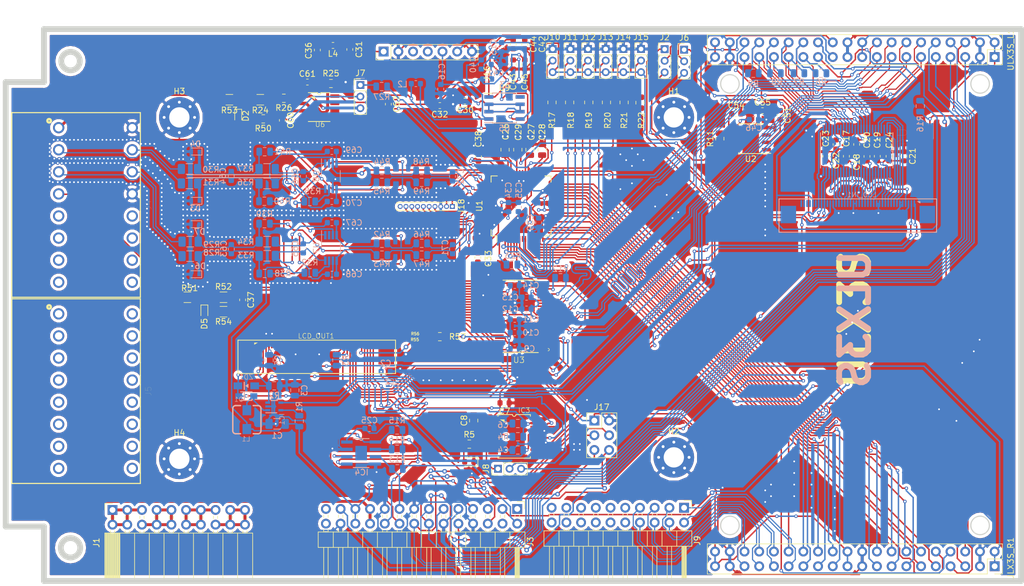
<source format=kicad_pcb>
(kicad_pcb (version 20171130) (host pcbnew 5.0.2+dfsg1-1)
  (layers (0 F.Cu signal) (31 B.Cu signal) (34 B.Paste user) (35 F.Paste user) (36 B.SilkS user) (37 F.SilkS user) (38 B.Mask user) (39 F.Mask user) (44 Edge.Cuts user))
  (net 0 "")
  (net 1 "Net-(IC1-Pad5)")
  (net 2 "Net-(IC3-Pad6)")
  (net 3 "Net-(IC3-Pad5)")
  (net 4 "Net-(R5-Pad1)")
  (net 5 /LCD/Touch_YD)
  (net 6 /LCD/Touch_XL)
  (net 7 /LCD/VLED_SW)
  (net 8 /LCD/Touch_YU)
  (net 9 /LCD/Touch_XR)
  (net 10 /LCD/LTDC_RESET)
  (net 11 /LCD/LCD_DISP)
  (net 12 3V3)
  (net 13 5V)
  (net 14 OUT+)
  (net 15 IN+)
  (net 16 IN-)
  (net 17 OUT-)
  (net 18 +12V)
  (net 19 LTDC_B7)
  (net 20 LTDC_B6)
  (net 21 LTDC_B5)
  (net 22 LTDC_B4)
  (net 23 LTDC_B3)
  (net 24 LTDC_B2)
  (net 25 LTDC_G7)
  (net 26 LTDC_G6)
  (net 27 LTDC_G5)
  (net 28 LTDC_G4)
  (net 29 LTDC_G3)
  (net 30 LTDC_G2)
  (net 31 LTDC_R7)
  (net 32 LTDC_R6)
  (net 33 LTDC_R5)
  (net 34 LTDC_R4)
  (net 35 LTDC_R3)
  (net 36 LTDC_R2)
  (net 37 12P)
  (net 38 12N)
  (net 39 10P)
  (net 40 10N)
  (net 41 9P)
  (net 42 9N)
  (net 43 /Video_IN/R2)
  (net 44 /Video_IN/R3)
  (net 45 /Video_IN/R4)
  (net 46 /Video_IN/R5)
  (net 47 /Video_IN/R6)
  (net 48 /Video_IN/R7)
  (net 49 /Video_IN/G2)
  (net 50 /Video_IN/G3)
  (net 51 /Video_IN/G4)
  (net 52 /Video_IN/G5)
  (net 53 /Video_IN/G6)
  (net 54 /Video_IN/G7)
  (net 55 /Video_IN/B2)
  (net 56 /Video_IN/B3)
  (net 57 /Video_IN/B4)
  (net 58 /Video_IN/B5)
  (net 59 /Video_IN/B6)
  (net 60 /Video_IN/B7)
  (net 61 A1_IN)
  (net 62 VLED+)
  (net 63 11P)
  (net 64 "Net-(C27-Pad2)")
  (net 65 "Net-(C28-Pad2)")
  (net 66 11N)
  (net 67 HVDD)
  (net 68 HVSS)
  (net 69 "Net-(C54-Pad1)")
  (net 70 ADC_REF)
  (net 71 "Net-(C60-Pad1)")
  (net 72 "Net-(C61-Pad1)")
  (net 73 "Net-(C61-Pad2)")
  (net 74 8N)
  (net 75 VLED-)
  (net 76 7N)
  (net 77 7P)
  (net 78 8P)
  (net 79 1P)
  (net 80 2N)
  (net 81 1N)
  (net 82 0P)
  (net 83 0N)
  (net 84 2P)
  (net 85 13N)
  (net 86 "Net-(J7-Pad1)")
  (net 87 ADC_PAR)
  (net 88 ADC_RANGE)
  (net 89 ADC_REF_EN_WR)
  (net 90 "Net-(R32-Pad2)")
  (net 91 "Net-(R35-Pad2)")
  (net 92 25N)
  (net 93 24P)
  (net 94 24N)
  (net 95 23P)
  (net 96 23N)
  (net 97 22P)
  (net 98 22N)
  (net 99 21P)
  (net 100 21N)
  (net 101 20P)
  (net 102 20N)
  (net 103 19P)
  (net 104 19N)
  (net 105 18P)
  (net 106 18N)
  (net 107 26N)
  (net 108 26P)
  (net 109 27P)
  (net 110 27N)
  (net 111 25P)
  (net 112 3N)
  (net 113 3P)
  (net 114 4N)
  (net 115 4P)
  (net 116 5N)
  (net 117 5P)
  (net 118 6N)
  (net 119 6P)
  (net 120 "Net-(D2-Pad1)")
  (net 121 DIB_+3V3)
  (net 122 "Net-(C26-Pad1)")
  (net 123 ADC_A6GND)
  (net 124 ADC_A6P)
  (net 125 ADC_A1GND)
  (net 126 ADC_A1P)
  (net 127 "Net-(D5-Pad1)")
  (net 128 I2C1_SDA)
  (net 129 I2C1_SCL)
  (net 130 IRQ_TOUCH)
  (net 131 DIB_A0)
  (net 132 DIB_A1)
  (net 133 DIB_A2)
  (net 134 DIB_SDA)
  (net 135 DIB_SCL)
  (net 136 STM32_VSYNC)
  (net 137 A6_IN)
  (net 138 STM32_HSYNC)
  (net 139 STM32_DE)
  (net 140 17P)
  (net 141 17N)
  (net 142 16P)
  (net 143 16N)
  (net 144 15P)
  (net 145 15N)
  (net 146 14P)
  (net 147 14N)
  (net 148 "Net-(J10-Pad2)")
  (net 149 "Net-(J11-Pad2)")
  (net 150 "Net-(J12-Pad2)")
  (net 151 "Net-(J13-Pad2)")
  (net 152 "Net-(J14-Pad2)")
  (net 153 "Net-(J15-Pad2)")
  (net 154 "Net-(R12-Pad1)")
  (net 155 OS0)
  (net 156 OS1)
  (net 157 OS2)
  (net 158 ADC_STBY)
  (net 159 /ADC/ADC_buffer/U7P)
  (net 160 /ADC/ADC_buffer/U8N)
  (net 161 /ADC/ADC_buffer/U8P)
  (net 162 /ADC/ADC_buffer/A2P)
  (net 163 /ADC/ADC_buffer/A2N)
  (net 164 A2_IN_P)
  (net 165 A2_IN_N)
  (net 166 GND)
  (net 167 /ADC/ADC_buffer/A4N)
  (net 168 /ADC/ADC_buffer/A4P)
  (net 169 /ADC/ADC_buffer/U7N)
  (net 170 A4_IN_P)
  (net 171 A4_IN_N)
  (net 172 /ADC/ADC_buffer/A2_out+)
  (net 173 /ADC/ADC_buffer/A2_out-)
  (net 174 /ADC/ADC_buffer/A2_out2+)
  (net 175 /ADC/ADC_buffer/A2_out2-)
  (net 176 ADC_A2_OUT_P)
  (net 177 ADC_A2_OUT_N)
  (net 178 /ADC/ADC_buffer/A4_out+)
  (net 179 /ADC/ADC_buffer/A4_out-)
  (net 180 /ADC/ADC_buffer/A4_out2+)
  (net 181 /ADC/ADC_buffer/A4_out2-)
  (net 182 ADC_A4_OUT_N)
  (net 183 ADC_A4_OUT_P)
  (net 184 13P)
  (net 185 STM32_CLK_IN)
  (net 186 STM32_PWR_DWN)
  (net 187 LTDC_DE)
  (net 188 LTDC_VSYNC)
  (net 189 LTDC_HSYNC)
  (net 190 LTDC_CLK)
  (net 191 "Net-(R56-Pad2)")
  (net 192 DIB_BOOT)
  (net 193 HVDD_9V)
  (net 194 HVSS_9V)
  (net 195 "Net-(C40-Pad1)")
  (net 196 "Net-(C41-Pad1)")
  (net 197 "Net-(U5-Pad2)")
  (net 198 "Net-(C31-Pad1)")
  (net 199 "Net-(C46-Pad1)")
  (module Resistor_SMD:R_0805_2012Metric (layer B.Cu) (at 129.710405 79.392085 180)
    (fp_text reference R47 (at 0 -1.524 180) (layer B.SilkS) (effects (justify mirror)))
    (fp_text value 10R)
    (pad 1 smd roundrect (at -0.9375 0 180) (size 0.975 1.4) (layers B.Cu B.Paste B.Mask) (net 182 ADC_A4_OUT_N))
    (pad 2 smd roundrect (at 0.9375 0 180) (size 0.975 1.4) (layers B.Cu B.Paste B.Mask) (net 181 /ADC/ADC_buffer/A4_out2-))
  )
  (module Package_SO:VSSOP-8_3.0x3.0mm_P0.65mm (layer B.Cu) (at 114.036 65.774 270)
    (fp_text reference U8 (at 0 2.5 270) (layer B.SilkS) (effects (justify mirror)))
    (fp_text value THS4551IDGKT hide)
    (pad 1 smd rect (at -2.2 0.975) (size 0.45 1.45) (layers B.Cu B.Paste B.Mask) (net 160 /ADC/ADC_buffer/U8N))
    (pad 2 smd rect (at -2.2 0.325) (size 0.45 1.45) (layers B.Cu B.Paste B.Mask))
    (pad 3 smd rect (at -2.2 -0.325) (size 0.45 1.45) (layers B.Cu B.Paste B.Mask) (net 13 5V))
    (pad 4 smd rect (at -2.2 -0.975) (size 0.45 1.45) (layers B.Cu B.Paste B.Mask) (net 172 /ADC/ADC_buffer/A2_out+))
    (pad 5 smd rect (at 2.2 -0.975) (size 0.45 1.45) (layers B.Cu B.Paste B.Mask) (net 173 /ADC/ADC_buffer/A2_out-))
    (pad 6 smd rect (at 2.2 -0.325) (size 0.45 1.45) (layers B.Cu B.Paste B.Mask) (net 166 GND))
    (pad 7 smd rect (at 2.2 0.325) (size 0.45 1.45) (layers B.Cu B.Paste B.Mask) (net 91 "Net-(R35-Pad2)"))
    (pad 8 smd rect (at 2.2 0.975) (size 0.45 1.45) (layers B.Cu B.Paste B.Mask) (net 161 /ADC/ADC_buffer/U8P))
  )
  (module Resistor_SMD:R_1206_3216Metric (layer F.Cu) (at 96.52 52.578 180)
    (fp_text reference R53 (at 0 -1.82 180) (layer F.SilkS))
    (fp_text value 1K)
    (pad 1 smd roundrect (at -1.4 0 180) (size 1.25 1.75) (layers F.Cu F.Paste F.Mask) (roundrect_rratio 0.2) (net 120 "Net-(D2-Pad1)"))
    (pad 2 smd roundrect (at 1.4 0 180) (size 1.25 1.75) (layers F.Cu F.Paste F.Mask) (roundrect_rratio 0.2) (net 61 A1_IN))
  )
  (module "EEZ DIB MCU r1B1:SOD323-R" (layer B.Cu) (at 99.433729 103.7332)
    (fp_text reference D1 (at -0.508 1.016 -180) (layer B.SilkS) (effects (font (size 0.77216 0.77216) (thickness 0.077216)) (justify left bottom mirror)))
    (fp_text value "RB751V40T1G or NSR0240" hide)
    (pad A smd rect (at 1.3 0) (size 1.2 1) (layers B.Cu B.Paste B.Mask) (net 7 /LCD/VLED_SW))
    (pad C smd rect (at -1.3 0) (size 1.2 1) (layers B.Cu B.Paste B.Mask) (net 62 VLED+))
  )
  (module "EEZ DIB MCU r1B1:DCK5" (layer B.Cu) (at 104.259729 105.5112)
    (fp_text reference IC1 (at 1.8355 1.1113 -90) (layer B.SilkS) (effects (font (size 0.85 0.85) (thickness 0.085)) (justify left bottom mirror)))
    (fp_text value TPS61169DCKR hide)
    (pad 5 smd rect (at 1.125 0.65 270) (size 0.4 0.85) (layers B.Cu B.Paste B.Mask) (net 1 "Net-(IC1-Pad5)"))
    (pad 4 smd rect (at 1.125 -0.65 270) (size 0.4 0.85) (layers B.Cu B.Paste B.Mask) (net 74 8N))
    (pad 3 smd rect (at -1.125 -0.65 270) (size 0.4 0.85) (layers B.Cu B.Paste B.Mask) (net 75 VLED-))
    (pad 2 smd rect (at -1.125 0 270) (size 0.4 0.85) (layers B.Cu B.Paste B.Mask) (net 166 GND))
    (pad 1 smd rect (at -1.125 0.65 270) (size 0.4 0.85) (layers B.Cu B.Paste B.Mask) (net 7 /LCD/VLED_SW))
  )
  (module "EEZ DIB MCU r1B1:SOP65P780X200-20N" (layer F.Cu) (at 145.668595 110.681498)
    (fp_text reference IC3 (at 0.635405 -4.001498 180) (layer F.SilkS) (effects (font (size 0.85 0.85) (thickness 0.085)) (justify left bottom)))
    (fp_text value AR1021-I/SS hide)
    (pad 20 smd rect (at 3.6322 -2.921) (size 1.651 0.4318) (layers F.Cu F.Paste F.Mask) (net 166 GND))
    (pad 19 smd rect (at 3.6322 -2.286) (size 1.651 0.4318) (layers F.Cu F.Paste F.Mask) (net 6 /LCD/Touch_XL))
    (pad 18 smd rect (at 3.6322 -1.6256) (size 1.651 0.4318) (layers F.Cu F.Paste F.Mask) (net 9 /LCD/Touch_XR))
    (pad 17 smd rect (at 3.6322 -0.9652) (size 1.651 0.4318) (layers F.Cu F.Paste F.Mask) (net 166 GND))
    (pad 16 smd rect (at 3.6322 -0.3302) (size 1.651 0.4318) (layers F.Cu F.Paste F.Mask) (net 5 /LCD/Touch_YD))
    (pad 15 smd rect (at 3.6322 0.3302) (size 1.651 0.4318) (layers F.Cu F.Paste F.Mask) (net 8 /LCD/Touch_YU))
    (pad 14 smd rect (at 3.6322 0.9652) (size 1.651 0.4318) (layers F.Cu F.Paste F.Mask) (net 166 GND))
    (pad 13 smd rect (at 3.6322 1.6256) (size 1.651 0.4318) (layers F.Cu F.Paste F.Mask) (net 128 I2C1_SDA))
    (pad 12 smd rect (at 3.6322 2.286) (size 1.651 0.4318) (layers F.Cu F.Paste F.Mask))
    (pad 11 smd rect (at 3.6322 2.921) (size 1.651 0.4318) (layers F.Cu F.Paste F.Mask) (net 129 I2C1_SCL))
    (pad 10 smd rect (at -3.6322 2.921) (size 1.651 0.4318) (layers F.Cu F.Paste F.Mask))
    (pad 9 smd rect (at -3.6322 2.286) (size 1.651 0.4318) (layers F.Cu F.Paste F.Mask) (net 130 IRQ_TOUCH))
    (pad 8 smd rect (at -3.6322 1.6256) (size 1.651 0.4318) (layers F.Cu F.Paste F.Mask))
    (pad 7 smd rect (at -3.6322 0.9652) (size 1.651 0.4318) (layers F.Cu F.Paste F.Mask) (net 166 GND))
    (pad 6 smd rect (at -3.6322 0.3302) (size 1.651 0.4318) (layers F.Cu F.Paste F.Mask) (net 2 "Net-(IC3-Pad6)"))
    (pad 5 smd rect (at -3.6322 -0.3302) (size 1.651 0.4318) (layers F.Cu F.Paste F.Mask) (net 3 "Net-(IC3-Pad5)"))
    (pad 4 smd rect (at -3.6322 -0.9652) (size 1.651 0.4318) (layers F.Cu F.Paste F.Mask) (net 166 GND))
    (pad 3 smd rect (at -3.6322 -1.6256) (size 1.651 0.4318) (layers F.Cu F.Paste F.Mask) (net 166 GND))
    (pad 2 smd rect (at -3.6322 -2.286) (size 1.651 0.4318) (layers F.Cu F.Paste F.Mask) (net 166 GND))
    (pad 1 smd rect (at -3.6322 -2.921) (size 1.651 0.4318) (layers F.Cu F.Paste F.Mask) (net 12 3V3))
  )
  (module "EEZ DIB MCU r1B1:DE0403" (layer B.Cu) (at 99.537729 107.7912)
    (fp_text reference L1 (at 0.658 3.816) (layer B.SilkS) (effects (font (size 0.85 0.85) (thickness 0.085)) (justify left bottom mirror)))
    (fp_text value DLG-0403-4R7 hide)
    (pad 2 smd rect (at 0 -1.625) (size 1.5 1.75) (layers B.Cu B.Paste B.Mask) (net 7 /LCD/VLED_SW))
    (pad 1 smd rect (at 0 1.626) (size 1.5 1.75) (layers B.Cu B.Paste B.Mask) (net 13 5V))
  )
  (module "EEZ DIB MCU r1B1:SOD323-W" (layer B.Cu) (at 99.433729 101.9552)
    (fp_text reference ZD1 (at 1.27 -1.016) (layer B.SilkS) (effects (font (size 0.85 0.85) (thickness 0.085)) (justify left bottom mirror)))
    (fp_text value BZX384-B30.115 hide)
    (pad A smd rect (at 1.45 0) (size 1.5 1.2) (layers B.Cu B.Paste B.Mask) (net 75 VLED-))
    (pad C smd rect (at -1.45 0) (size 1.5 1.2) (layers B.Cu B.Paste B.Mask) (net 62 VLED+))
  )
  (module Connector_PinSocket_2.54mm:PinSocket_2x10_P2.54mm_Horizontal (layer F.Cu) (at 76.35 123.375 90)
    (fp_text reference J1 (at -5.65 -2.77 90) (layer F.SilkS))
    (fp_text value "20-pin power socket" hide)
    (pad 1 thru_hole rect (at 0 0 90) (size 1.7 1.7) (drill 1) (layers *.Cu *.Mask) (net 14 OUT+))
    (pad 2 thru_hole oval (at -2.54 0 90) (size 1.7 1.7) (drill 1) (layers *.Cu *.Mask) (net 14 OUT+))
    (pad 3 thru_hole oval (at 0 2.54 90) (size 1.7 1.7) (drill 1) (layers *.Cu *.Mask) (net 14 OUT+))
    (pad 4 thru_hole oval (at -2.54 2.54 90) (size 1.7 1.7) (drill 1) (layers *.Cu *.Mask) (net 14 OUT+))
    (pad 5 thru_hole oval (at 0 5.08 90) (size 1.7 1.7) (drill 1) (layers *.Cu *.Mask) (net 14 OUT+))
    (pad 6 thru_hole oval (at -2.54 5.08 90) (size 1.7 1.7) (drill 1) (layers *.Cu *.Mask) (net 15 IN+))
    (pad 7 thru_hole oval (at 0 7.62 90) (size 1.7 1.7) (drill 1) (layers *.Cu *.Mask) (net 15 IN+))
    (pad 8 thru_hole oval (at -2.54 7.62 90) (size 1.7 1.7) (drill 1) (layers *.Cu *.Mask) (net 15 IN+))
    (pad 9 thru_hole oval (at 0 10.16 90) (size 1.7 1.7) (drill 1) (layers *.Cu *.Mask) (net 15 IN+))
    (pad 10 thru_hole oval (at -2.54 10.16 90) (size 1.7 1.7) (drill 1) (layers *.Cu *.Mask) (net 15 IN+))
    (pad 11 thru_hole oval (at 0 12.7 90) (size 1.7 1.7) (drill 1) (layers *.Cu *.Mask) (net 16 IN-))
    (pad 12 thru_hole oval (at -2.54 12.7 90) (size 1.7 1.7) (drill 1) (layers *.Cu *.Mask) (net 16 IN-))
    (pad 13 thru_hole oval (at 0 15.24 90) (size 1.7 1.7) (drill 1) (layers *.Cu *.Mask) (net 16 IN-))
    (pad 14 thru_hole oval (at -2.54 15.24 90) (size 1.7 1.7) (drill 1) (layers *.Cu *.Mask) (net 16 IN-))
    (pad 15 thru_hole oval (at 0 17.78 90) (size 1.7 1.7) (drill 1) (layers *.Cu *.Mask) (net 16 IN-))
    (pad 16 thru_hole oval (at -2.54 17.78 90) (size 1.7 1.7) (drill 1) (layers *.Cu *.Mask) (net 17 OUT-))
    (pad 17 thru_hole oval (at 0 20.32 90) (size 1.7 1.7) (drill 1) (layers *.Cu *.Mask) (net 17 OUT-))
    (pad 18 thru_hole oval (at -2.54 20.32 90) (size 1.7 1.7) (drill 1) (layers *.Cu *.Mask) (net 17 OUT-))
    (pad 19 thru_hole oval (at 0 22.86 90) (size 1.7 1.7) (drill 1) (layers *.Cu *.Mask) (net 17 OUT-))
    (pad 20 thru_hole oval (at -2.54 22.86 90) (size 1.7 1.7) (drill 1) (layers *.Cu *.Mask) (net 17 OUT-))
  )
  (module Connector_PinHeader_2.54mm:PinHeader_2x14_P2.54mm_Horizontal (layer F.Cu) (at 146.2 123.2 270)
    (fp_text reference J3 (at 5.655 -2.27 270) (layer F.SilkS))
    (fp_text value "28-pin module socket" hide)
    (pad 28 thru_hole oval (at 2.54 33.02 270) (size 1.7 1.7) (drill 1) (layers *.Cu *.Mask))
    (pad 27 thru_hole oval (at 0 33.02 270) (size 1.7 1.7) (drill 1) (layers *.Cu *.Mask))
    (pad 26 thru_hole oval (at 2.54 30.48 270) (size 1.7 1.7) (drill 1) (layers *.Cu *.Mask) (net 166 GND))
    (pad 25 thru_hole oval (at 0 30.48 270) (size 1.7 1.7) (drill 1) (layers *.Cu *.Mask) (net 192 DIB_BOOT))
    (pad 24 thru_hole oval (at 2.54 27.94 270) (size 1.7 1.7) (drill 1) (layers *.Cu *.Mask) (net 13 5V))
    (pad 23 thru_hole oval (at 0 27.94 270) (size 1.7 1.7) (drill 1) (layers *.Cu *.Mask) (net 13 5V))
    (pad 22 thru_hole oval (at 2.54 25.4 270) (size 1.7 1.7) (drill 1) (layers *.Cu *.Mask) (net 18 +12V))
    (pad 21 thru_hole oval (at 0 25.4 270) (size 1.7 1.7) (drill 1) (layers *.Cu *.Mask) (net 18 +12V))
    (pad 20 thru_hole oval (at 2.54 22.86 270) (size 1.7 1.7) (drill 1) (layers *.Cu *.Mask) (net 132 DIB_A1))
    (pad 19 thru_hole oval (at 0 22.86 270) (size 1.7 1.7) (drill 1) (layers *.Cu *.Mask) (net 166 GND))
    (pad 18 thru_hole oval (at 2.54 20.32 270) (size 1.7 1.7) (drill 1) (layers *.Cu *.Mask) (net 131 DIB_A0))
    (pad 17 thru_hole oval (at 0 20.32 270) (size 1.7 1.7) (drill 1) (layers *.Cu *.Mask) (net 133 DIB_A2))
    (pad 16 thru_hole oval (at 2.54 17.78 270) (size 1.7 1.7) (drill 1) (layers *.Cu *.Mask) (net 79 1P))
    (pad 15 thru_hole oval (at 0 17.78 270) (size 1.7 1.7) (drill 1) (layers *.Cu *.Mask) (net 166 GND))
    (pad 14 thru_hole oval (at 2.54 15.24 270) (size 1.7 1.7) (drill 1) (layers *.Cu *.Mask) (net 80 2N))
    (pad 13 thru_hole oval (at 0 15.24 270) (size 1.7 1.7) (drill 1) (layers *.Cu *.Mask) (net 81 1N))
    (pad 12 thru_hole oval (at 2.54 12.7 270) (size 1.7 1.7) (drill 1) (layers *.Cu *.Mask) (net 166 GND))
    (pad 11 thru_hole oval (at 0 12.7 270) (size 1.7 1.7) (drill 1) (layers *.Cu *.Mask) (net 82 0P))
    (pad 10 thru_hole oval (at 2.54 10.16 270) (size 1.7 1.7) (drill 1) (layers *.Cu *.Mask) (net 83 0N))
    (pad 9 thru_hole oval (at 0 10.16 270) (size 1.7 1.7) (drill 1) (layers *.Cu *.Mask) (net 84 2P))
    (pad 8 thru_hole oval (at 2.54 7.62 270) (size 1.7 1.7) (drill 1) (layers *.Cu *.Mask) (net 166 GND))
    (pad 7 thru_hole oval (at 0 7.62 270) (size 1.7 1.7) (drill 1) (layers *.Cu *.Mask) (net 134 DIB_SDA))
    (pad 6 thru_hole oval (at 2.54 5.08 270) (size 1.7 1.7) (drill 1) (layers *.Cu *.Mask) (net 135 DIB_SCL))
    (pad 5 thru_hole oval (at 0 5.08 270) (size 1.7 1.7) (drill 1) (layers *.Cu *.Mask))
    (pad 4 thru_hole oval (at 2.54 2.54 270) (size 1.7 1.7) (drill 1) (layers *.Cu *.Mask))
    (pad 3 thru_hole oval (at 0 2.54 270) (size 1.7 1.7) (drill 1) (layers *.Cu *.Mask) (net 184 13P))
    (pad 2 thru_hole oval (at 2.54 0 270) (size 1.7 1.7) (drill 1) (layers *.Cu *.Mask) (net 121 DIB_+3V3))
    (pad 1 thru_hole rect (at 0 0 270) (size 1.7 1.7) (drill 1) (layers *.Cu *.Mask))
  )
  (module "EEZ DIB MCU r1B1:FPC_40" (layer B.Cu) (at 204.978 72.39 180)
    (fp_text reference LCD_IN1 (at -3.302 2.921 180) (layer B.SilkS) (effects (font (size 0.85 0.85) (thickness 0.085)) (justify left bottom mirror)))
    (fp_text value PCA-6-LA-40-HL-3)
    (pad Z2 smd rect (at 12 0 180) (size 2.7 3) (layers B.Cu B.Paste B.Mask))
    (pad Z1 smd rect (at -12 0 180) (size 2.7 3) (layers B.Cu B.Paste B.Mask))
    (pad 1 smd roundrect (at -9.75 1.9 180) (size 0.3 1.2) (layers B.Cu B.Paste B.Mask) (net 75 VLED-))
    (pad 2 smd roundrect (at -9.25 1.9 180) (size 0.3 1.2) (layers B.Cu B.Paste B.Mask) (net 62 VLED+))
    (pad 3 smd roundrect (at -8.75 1.9 180) (size 0.3 1.2) (layers B.Cu B.Paste B.Mask) (net 166 GND))
    (pad 4 smd roundrect (at -8.25 1.9 180) (size 0.3 1.2) (layers B.Cu B.Paste B.Mask) (net 12 3V3))
    (pad 5 smd roundrect (at -7.75 1.9 180) (size 0.3 1.2) (layers B.Cu B.Paste B.Mask) (net 166 GND))
    (pad 6 smd roundrect (at -7.25 1.9 180) (size 0.3 1.2) (layers B.Cu B.Paste B.Mask) (net 166 GND))
    (pad 7 smd roundrect (at -6.75 1.9 180) (size 0.3 1.2) (layers B.Cu B.Paste B.Mask) (net 43 /Video_IN/R2))
    (pad 8 smd roundrect (at -6.25 1.9 180) (size 0.3 1.2) (layers B.Cu B.Paste B.Mask) (net 44 /Video_IN/R3))
    (pad 9 smd roundrect (at -5.75 1.9 180) (size 0.3 1.2) (layers B.Cu B.Paste B.Mask) (net 45 /Video_IN/R4))
    (pad 10 smd roundrect (at -5.25 1.9 180) (size 0.3 1.2) (layers B.Cu B.Paste B.Mask) (net 46 /Video_IN/R5))
    (pad 11 smd roundrect (at -4.75 1.9 180) (size 0.3 1.2) (layers B.Cu B.Paste B.Mask) (net 47 /Video_IN/R6))
    (pad 12 smd roundrect (at -4.25 1.9 180) (size 0.3 1.2) (layers B.Cu B.Paste B.Mask) (net 48 /Video_IN/R7))
    (pad 13 smd roundrect (at -3.75 1.9 180) (size 0.3 1.2) (layers B.Cu B.Paste B.Mask) (net 166 GND))
    (pad 14 smd roundrect (at -3.25 1.9 180) (size 0.3 1.2) (layers B.Cu B.Paste B.Mask) (net 166 GND))
    (pad 15 smd roundrect (at -2.75 1.9 180) (size 0.3 1.2) (layers B.Cu B.Paste B.Mask) (net 49 /Video_IN/G2))
    (pad 16 smd roundrect (at -2.25 1.9 180) (size 0.3 1.2) (layers B.Cu B.Paste B.Mask) (net 50 /Video_IN/G3))
    (pad 17 smd roundrect (at -1.75 1.9 180) (size 0.3 1.2) (layers B.Cu B.Paste B.Mask) (net 51 /Video_IN/G4))
    (pad 18 smd roundrect (at -1.25 1.9 180) (size 0.3 1.2) (layers B.Cu B.Paste B.Mask) (net 52 /Video_IN/G5))
    (pad 19 smd roundrect (at -0.75 1.9 180) (size 0.3 1.2) (layers B.Cu B.Paste B.Mask) (net 53 /Video_IN/G6))
    (pad 20 smd roundrect (at -0.25 1.9 180) (size 0.3 1.2) (layers B.Cu B.Paste B.Mask) (net 54 /Video_IN/G7))
    (pad 21 smd roundrect (at 0.25 1.9 180) (size 0.3 1.2) (layers B.Cu B.Paste B.Mask) (net 166 GND))
    (pad 22 smd roundrect (at 0.75 1.9 180) (size 0.3 1.2) (layers B.Cu B.Paste B.Mask) (net 166 GND))
    (pad 23 smd roundrect (at 1.25 1.9 180) (size 0.3 1.2) (layers B.Cu B.Paste B.Mask) (net 55 /Video_IN/B2))
    (pad 24 smd roundrect (at 1.75 1.9 180) (size 0.3 1.2) (layers B.Cu B.Paste B.Mask) (net 56 /Video_IN/B3))
    (pad 25 smd roundrect (at 2.25 1.9 180) (size 0.3 1.2) (layers B.Cu B.Paste B.Mask) (net 57 /Video_IN/B4))
    (pad 26 smd roundrect (at 2.75 1.9 180) (size 0.3 1.2) (layers B.Cu B.Paste B.Mask) (net 58 /Video_IN/B5))
    (pad 27 smd roundrect (at 3.25 1.9 180) (size 0.3 1.2) (layers B.Cu B.Paste B.Mask) (net 59 /Video_IN/B6))
    (pad 28 smd roundrect (at 3.75 1.9 180) (size 0.3 1.2) (layers B.Cu B.Paste B.Mask) (net 60 /Video_IN/B7))
    (pad 29 smd roundrect (at 4.25 1.9 180) (size 0.3 1.2) (layers B.Cu B.Paste B.Mask) (net 166 GND))
    (pad 30 smd roundrect (at 4.75 1.9 180) (size 0.3 1.2) (layers B.Cu B.Paste B.Mask) (net 185 STM32_CLK_IN))
    (pad 31 smd roundrect (at 5.25 1.9 180) (size 0.3 1.2) (layers B.Cu B.Paste B.Mask))
    (pad 32 smd roundrect (at 5.75 1.9 180) (size 0.3 1.2) (layers B.Cu B.Paste B.Mask) (net 138 STM32_HSYNC))
    (pad 33 smd roundrect (at 6.25 1.9 180) (size 0.3 1.2) (layers B.Cu B.Paste B.Mask) (net 136 STM32_VSYNC))
    (pad 34 smd roundrect (at 6.75 1.9 180) (size 0.3 1.2) (layers B.Cu B.Paste B.Mask) (net 139 STM32_DE))
    (pad 35 smd roundrect (at 7.25 1.9 180) (size 0.3 1.2) (layers B.Cu B.Paste B.Mask))
    (pad 36 smd roundrect (at 7.75 1.9 180) (size 0.3 1.2) (layers B.Cu B.Paste B.Mask) (net 186 STM32_PWR_DWN))
    (pad 37 smd roundrect (at 8.25 1.9 180) (size 0.3 1.2) (layers B.Cu B.Paste B.Mask))
    (pad 38 smd roundrect (at 8.75 1.9 180) (size 0.3 1.2) (layers B.Cu B.Paste B.Mask))
    (pad 39 smd roundrect (at 9.25 1.9 180) (size 0.3 1.2) (layers B.Cu B.Paste B.Mask))
    (pad 40 smd roundrect (at 9.75 1.9 180) (size 0.3 1.2) (layers B.Cu B.Paste B.Mask))
  )
  (module "EEZ DIB MCU r1B1:FPC_40" (layer F.Cu) (at 111.6 96.774)
    (fp_text reference LCD_OUT1 (at -3.302 -2.921) (layer F.SilkS) (effects (font (size 0.85 0.85) (thickness 0.085)) (justify left bottom)))
    (fp_text value PCA-6-LA-40-HL-3 hide)
    (pad 40 smd roundrect (at 9.75 -1.9) (size 0.3 1.2) (layers F.Cu F.Paste F.Mask) (net 8 /LCD/Touch_YU))
    (pad 39 smd roundrect (at 9.25 -1.9) (size 0.3 1.2) (layers F.Cu F.Paste F.Mask) (net 6 /LCD/Touch_XL))
    (pad 38 smd roundrect (at 8.75 -1.9) (size 0.3 1.2) (layers F.Cu F.Paste F.Mask) (net 5 /LCD/Touch_YD))
    (pad 37 smd roundrect (at 8.25 -1.9) (size 0.3 1.2) (layers F.Cu F.Paste F.Mask) (net 9 /LCD/Touch_XR))
    (pad 36 smd roundrect (at 7.75 -1.9) (size 0.3 1.2) (layers F.Cu F.Paste F.Mask) (net 10 /LCD/LTDC_RESET))
    (pad 35 smd roundrect (at 7.25 -1.9) (size 0.3 1.2) (layers F.Cu F.Paste F.Mask))
    (pad 34 smd roundrect (at 6.75 -1.9) (size 0.3 1.2) (layers F.Cu F.Paste F.Mask) (net 187 LTDC_DE))
    (pad 33 smd roundrect (at 6.25 -1.9) (size 0.3 1.2) (layers F.Cu F.Paste F.Mask) (net 188 LTDC_VSYNC))
    (pad 32 smd roundrect (at 5.75 -1.9) (size 0.3 1.2) (layers F.Cu F.Paste F.Mask) (net 189 LTDC_HSYNC))
    (pad 31 smd roundrect (at 5.25 -1.9) (size 0.3 1.2) (layers F.Cu F.Paste F.Mask) (net 11 /LCD/LCD_DISP))
    (pad 30 smd roundrect (at 4.75 -1.9) (size 0.3 1.2) (layers F.Cu F.Paste F.Mask) (net 190 LTDC_CLK))
    (pad 29 smd roundrect (at 4.25 -1.9) (size 0.3 1.2) (layers F.Cu F.Paste F.Mask) (net 166 GND))
    (pad 28 smd roundrect (at 3.75 -1.9) (size 0.3 1.2) (layers F.Cu F.Paste F.Mask) (net 19 LTDC_B7))
    (pad 27 smd roundrect (at 3.25 -1.9) (size 0.3 1.2) (layers F.Cu F.Paste F.Mask) (net 20 LTDC_B6))
    (pad 26 smd roundrect (at 2.75 -1.9) (size 0.3 1.2) (layers F.Cu F.Paste F.Mask) (net 21 LTDC_B5))
    (pad 25 smd roundrect (at 2.25 -1.9) (size 0.3 1.2) (layers F.Cu F.Paste F.Mask) (net 22 LTDC_B4))
    (pad 24 smd roundrect (at 1.75 -1.9) (size 0.3 1.2) (layers F.Cu F.Paste F.Mask) (net 23 LTDC_B3))
    (pad 23 smd roundrect (at 1.25 -1.9) (size 0.3 1.2) (layers F.Cu F.Paste F.Mask) (net 24 LTDC_B2))
    (pad 22 smd roundrect (at 0.75 -1.9) (size 0.3 1.2) (layers F.Cu F.Paste F.Mask) (net 166 GND))
    (pad 21 smd roundrect (at 0.25 -1.9) (size 0.3 1.2) (layers F.Cu F.Paste F.Mask) (net 166 GND))
    (pad 20 smd roundrect (at -0.25 -1.9) (size 0.3 1.2) (layers F.Cu F.Paste F.Mask) (net 25 LTDC_G7))
    (pad 19 smd roundrect (at -0.75 -1.9) (size 0.3 1.2) (layers F.Cu F.Paste F.Mask) (net 26 LTDC_G6))
    (pad 18 smd roundrect (at -1.25 -1.9) (size 0.3 1.2) (layers F.Cu F.Paste F.Mask) (net 27 LTDC_G5))
    (pad 17 smd roundrect (at -1.75 -1.9) (size 0.3 1.2) (layers F.Cu F.Paste F.Mask) (net 28 LTDC_G4))
    (pad 16 smd roundrect (at -2.25 -1.9) (size 0.3 1.2) (layers F.Cu F.Paste F.Mask) (net 29 LTDC_G3))
    (pad 15 smd roundrect (at -2.75 -1.9) (size 0.3 1.2) (layers F.Cu F.Paste F.Mask) (net 30 LTDC_G2))
    (pad 14 smd roundrect (at -3.25 -1.9) (size 0.3 1.2) (layers F.Cu F.Paste F.Mask) (net 166 GND))
    (pad 13 smd roundrect (at -3.75 -1.9) (size 0.3 1.2) (layers F.Cu F.Paste F.Mask) (net 166 GND))
    (pad 12 smd roundrect (at -4.25 -1.9) (size 0.3 1.2) (layers F.Cu F.Paste F.Mask) (net 31 LTDC_R7))
    (pad 11 smd roundrect (at -4.75 -1.9) (size 0.3 1.2) (layers F.Cu F.Paste F.Mask) (net 32 LTDC_R6))
    (pad 10 smd roundrect (at -5.25 -1.9) (size 0.3 1.2) (layers F.Cu F.Paste F.Mask) (net 33 LTDC_R5))
    (pad 9 smd roundrect (at -5.75 -1.9) (size 0.3 1.2) (layers F.Cu F.Paste F.Mask) (net 34 LTDC_R4))
    (pad 8 smd roundrect (at -6.25 -1.9) (size 0.3 1.2) (layers F.Cu F.Paste F.Mask) (net 35 LTDC_R3))
    (pad 7 smd roundrect (at -6.75 -1.9) (size 0.3 1.2) (layers F.Cu F.Paste F.Mask) (net 36 LTDC_R2))
    (pad 6 smd roundrect (at -7.25 -1.9) (size 0.3 1.2) (layers F.Cu F.Paste F.Mask) (net 166 GND))
    (pad 5 smd roundrect (at -7.75 -1.9) (size 0.3 1.2) (layers F.Cu F.Paste F.Mask) (net 166 GND))
    (pad 4 smd roundrect (at -8.25 -1.9) (size 0.3 1.2) (layers F.Cu F.Paste F.Mask) (net 12 3V3))
    (pad 3 smd roundrect (at -8.75 -1.9) (size 0.3 1.2) (layers F.Cu F.Paste F.Mask) (net 166 GND))
    (pad 2 smd roundrect (at -9.25 -1.9) (size 0.3 1.2) (layers F.Cu F.Paste F.Mask) (net 62 VLED+))
    (pad 1 smd roundrect (at -9.75 -1.9) (size 0.3 1.2) (layers F.Cu F.Paste F.Mask) (net 75 VLED-))
    (pad Z1 smd rect (at -12 0) (size 2.7 3) (layers F.Cu F.Paste F.Mask))
    (pad Z2 smd rect (at 12 0) (size 2.7 3) (layers F.Cu F.Paste F.Mask))
  )
  (module Connector_PinSocket_2.54mm:PinSocket_2x20_P2.54mm_Vertical (layer F.Cu) (at 228.6 45.212 270)
    (fp_text reference ULX3S_L1 (at -1.27 -2.77 270) (layer F.SilkS))
    (fp_text value Conn_02x20_Odd_Even)
    (pad 40 thru_hole oval (at -2.54 48.26 270) (size 1.7 1.7) (drill 1) (layers *.Cu *.Mask) (net 12 3V3))
    (pad 39 thru_hole oval (at 0 48.26 270) (size 1.7 1.7) (drill 1) (layers *.Cu *.Mask) (net 12 3V3))
    (pad 38 thru_hole oval (at -2.54 45.72 270) (size 1.7 1.7) (drill 1) (layers *.Cu *.Mask) (net 166 GND))
    (pad 37 thru_hole oval (at 0 45.72 270) (size 1.7 1.7) (drill 1) (layers *.Cu *.Mask) (net 166 GND))
    (pad 36 thru_hole oval (at -2.54 43.18 270) (size 1.7 1.7) (drill 1) (layers *.Cu *.Mask) (net 184 13P))
    (pad 35 thru_hole oval (at 0 43.18 270) (size 1.7 1.7) (drill 1) (layers *.Cu *.Mask) (net 85 13N))
    (pad 34 thru_hole oval (at -2.54 40.64 270) (size 1.7 1.7) (drill 1) (layers *.Cu *.Mask) (net 37 12P))
    (pad 33 thru_hole oval (at 0 40.64 270) (size 1.7 1.7) (drill 1) (layers *.Cu *.Mask) (net 38 12N))
    (pad 32 thru_hole oval (at -2.54 38.1 270) (size 1.7 1.7) (drill 1) (layers *.Cu *.Mask) (net 63 11P))
    (pad 31 thru_hole oval (at 0 38.1 270) (size 1.7 1.7) (drill 1) (layers *.Cu *.Mask) (net 66 11N))
    (pad 30 thru_hole oval (at -2.54 35.56 270) (size 1.7 1.7) (drill 1) (layers *.Cu *.Mask) (net 39 10P))
    (pad 29 thru_hole oval (at 0 35.56 270) (size 1.7 1.7) (drill 1) (layers *.Cu *.Mask) (net 40 10N))
    (pad 28 thru_hole oval (at -2.54 33.02 270) (size 1.7 1.7) (drill 1) (layers *.Cu *.Mask) (net 41 9P))
    (pad 27 thru_hole oval (at 0 33.02 270) (size 1.7 1.7) (drill 1) (layers *.Cu *.Mask) (net 42 9N))
    (pad 26 thru_hole oval (at -2.54 30.48 270) (size 1.7 1.7) (drill 1) (layers *.Cu *.Mask) (net 78 8P))
    (pad 25 thru_hole oval (at 0 30.48 270) (size 1.7 1.7) (drill 1) (layers *.Cu *.Mask) (net 74 8N))
    (pad 24 thru_hole oval (at -2.54 27.94 270) (size 1.7 1.7) (drill 1) (layers *.Cu *.Mask) (net 77 7P))
    (pad 23 thru_hole oval (at 0 27.94 270) (size 1.7 1.7) (drill 1) (layers *.Cu *.Mask) (net 76 7N))
    (pad 22 thru_hole oval (at -2.54 25.4 270) (size 1.7 1.7) (drill 1) (layers *.Cu *.Mask) (net 166 GND))
    (pad 21 thru_hole oval (at 0 25.4 270) (size 1.7 1.7) (drill 1) (layers *.Cu *.Mask) (net 166 GND))
    (pad 20 thru_hole oval (at -2.54 22.86 270) (size 1.7 1.7) (drill 1) (layers *.Cu *.Mask) (net 12 3V3))
    (pad 19 thru_hole oval (at 0 22.86 270) (size 1.7 1.7) (drill 1) (layers *.Cu *.Mask) (net 12 3V3))
    (pad 18 thru_hole oval (at -2.54 20.32 270) (size 1.7 1.7) (drill 1) (layers *.Cu *.Mask) (net 119 6P))
    (pad 17 thru_hole oval (at 0 20.32 270) (size 1.7 1.7) (drill 1) (layers *.Cu *.Mask) (net 118 6N))
    (pad 16 thru_hole oval (at -2.54 17.78 270) (size 1.7 1.7) (drill 1) (layers *.Cu *.Mask) (net 117 5P))
    (pad 15 thru_hole oval (at 0 17.78 270) (size 1.7 1.7) (drill 1) (layers *.Cu *.Mask) (net 116 5N))
    (pad 14 thru_hole oval (at -2.54 15.24 270) (size 1.7 1.7) (drill 1) (layers *.Cu *.Mask) (net 115 4P))
    (pad 13 thru_hole oval (at 0 15.24 270) (size 1.7 1.7) (drill 1) (layers *.Cu *.Mask) (net 114 4N))
    (pad 12 thru_hole oval (at -2.54 12.7 270) (size 1.7 1.7) (drill 1) (layers *.Cu *.Mask) (net 113 3P))
    (pad 11 thru_hole oval (at 0 12.7 270) (size 1.7 1.7) (drill 1) (layers *.Cu *.Mask) (net 112 3N))
    (pad 10 thru_hole oval (at -2.54 10.16 270) (size 1.7 1.7) (drill 1) (layers *.Cu *.Mask) (net 84 2P))
    (pad 9 thru_hole oval (at 0 10.16 270) (size 1.7 1.7) (drill 1) (layers *.Cu *.Mask) (net 80 2N))
    (pad 8 thru_hole oval (at -2.54 7.62 270) (size 1.7 1.7) (drill 1) (layers *.Cu *.Mask) (net 79 1P))
    (pad 7 thru_hole oval (at 0 7.62 270) (size 1.7 1.7) (drill 1) (layers *.Cu *.Mask) (net 81 1N))
    (pad 6 thru_hole oval (at -2.54 5.08 270) (size 1.7 1.7) (drill 1) (layers *.Cu *.Mask) (net 82 0P))
    (pad 5 thru_hole oval (at 0 5.08 270) (size 1.7 1.7) (drill 1) (layers *.Cu *.Mask) (net 83 0N))
    (pad 4 thru_hole oval (at -2.54 2.54 270) (size 1.7 1.7) (drill 1) (layers *.Cu *.Mask) (net 166 GND))
    (pad 3 thru_hole oval (at 0 2.54 270) (size 1.7 1.7) (drill 1) (layers *.Cu *.Mask) (net 166 GND))
    (pad 2 thru_hole oval (at -2.54 0 270) (size 1.7 1.7) (drill 1) (layers *.Cu *.Mask) (net 12 3V3))
    (pad 1 thru_hole rect (at 0 0 270) (size 1.7 1.7) (drill 1) (layers *.Cu *.Mask) (net 12 3V3))
  )
  (module Connector_PinSocket_2.54mm:PinSocket_2x20_P2.54mm_Vertical (layer F.Cu) (at 228.6 133.096 270)
    (fp_text reference ULX3S_R1 (at -1.27 -2.77 270) (layer F.SilkS))
    (fp_text value Conn_02x20_Odd_Even hide)
    (pad 1 thru_hole rect (at 0 0 270) (size 1.7 1.7) (drill 1) (layers *.Cu *.Mask) (net 13 5V))
    (pad 2 thru_hole oval (at -2.54 0 270) (size 1.7 1.7) (drill 1) (layers *.Cu *.Mask) (net 13 5V))
    (pad 3 thru_hole oval (at 0 2.54 270) (size 1.7 1.7) (drill 1) (layers *.Cu *.Mask) (net 166 GND))
    (pad 4 thru_hole oval (at -2.54 2.54 270) (size 1.7 1.7) (drill 1) (layers *.Cu *.Mask) (net 166 GND))
    (pad 5 thru_hole oval (at 0 5.08 270) (size 1.7 1.7) (drill 1) (layers *.Cu *.Mask) (net 109 27P))
    (pad 6 thru_hole oval (at -2.54 5.08 270) (size 1.7 1.7) (drill 1) (layers *.Cu *.Mask) (net 110 27N))
    (pad 7 thru_hole oval (at 0 7.62 270) (size 1.7 1.7) (drill 1) (layers *.Cu *.Mask) (net 108 26P))
    (pad 8 thru_hole oval (at -2.54 7.62 270) (size 1.7 1.7) (drill 1) (layers *.Cu *.Mask) (net 107 26N))
    (pad 9 thru_hole oval (at 0 10.16 270) (size 1.7 1.7) (drill 1) (layers *.Cu *.Mask) (net 111 25P))
    (pad 10 thru_hole oval (at -2.54 10.16 270) (size 1.7 1.7) (drill 1) (layers *.Cu *.Mask) (net 92 25N))
    (pad 11 thru_hole oval (at 0 12.7 270) (size 1.7 1.7) (drill 1) (layers *.Cu *.Mask) (net 93 24P))
    (pad 12 thru_hole oval (at -2.54 12.7 270) (size 1.7 1.7) (drill 1) (layers *.Cu *.Mask) (net 94 24N))
    (pad 13 thru_hole oval (at 0 15.24 270) (size 1.7 1.7) (drill 1) (layers *.Cu *.Mask) (net 95 23P))
    (pad 14 thru_hole oval (at -2.54 15.24 270) (size 1.7 1.7) (drill 1) (layers *.Cu *.Mask) (net 96 23N))
    (pad 15 thru_hole oval (at 0 17.78 270) (size 1.7 1.7) (drill 1) (layers *.Cu *.Mask) (net 97 22P))
    (pad 16 thru_hole oval (at -2.54 17.78 270) (size 1.7 1.7) (drill 1) (layers *.Cu *.Mask) (net 98 22N))
    (pad 17 thru_hole oval (at 0 20.32 270) (size 1.7 1.7) (drill 1) (layers *.Cu *.Mask) (net 99 21P))
    (pad 18 thru_hole oval (at -2.54 20.32 270) (size 1.7 1.7) (drill 1) (layers *.Cu *.Mask) (net 100 21N))
    (pad 19 thru_hole oval (at 0 22.86 270) (size 1.7 1.7) (drill 1) (layers *.Cu *.Mask) (net 166 GND))
    (pad 20 thru_hole oval (at -2.54 22.86 270) (size 1.7 1.7) (drill 1) (layers *.Cu *.Mask) (net 166 GND))
    (pad 21 thru_hole oval (at 0 25.4 270) (size 1.7 1.7) (drill 1) (layers *.Cu *.Mask) (net 12 3V3))
    (pad 22 thru_hole oval (at -2.54 25.4 270) (size 1.7 1.7) (drill 1) (layers *.Cu *.Mask) (net 12 3V3))
    (pad 23 thru_hole oval (at 0 27.94 270) (size 1.7 1.7) (drill 1) (layers *.Cu *.Mask) (net 101 20P))
    (pad 24 thru_hole oval (at -2.54 27.94 270) (size 1.7 1.7) (drill 1) (layers *.Cu *.Mask) (net 102 20N))
    (pad 25 thru_hole oval (at 0 30.48 270) (size 1.7 1.7) (drill 1) (layers *.Cu *.Mask) (net 103 19P))
    (pad 26 thru_hole oval (at -2.54 30.48 270) (size 1.7 1.7) (drill 1) (layers *.Cu *.Mask) (net 104 19N))
    (pad 27 thru_hole oval (at 0 33.02 270) (size 1.7 1.7) (drill 1) (layers *.Cu *.Mask) (net 105 18P))
    (pad 28 thru_hole oval (at -2.54 33.02 270) (size 1.7 1.7) (drill 1) (layers *.Cu *.Mask) (net 106 18N))
    (pad 29 thru_hole oval (at 0 35.56 270) (size 1.7 1.7) (drill 1) (layers *.Cu *.Mask) (net 140 17P))
    (pad 30 thru_hole oval (at -2.54 35.56 270) (size 1.7 1.7) (drill 1) (layers *.Cu *.Mask) (net 141 17N))
    (pad 31 thru_hole oval (at 0 38.1 270) (size 1.7 1.7) (drill 1) (layers *.Cu *.Mask) (net 142 16P))
    (pad 32 thru_hole oval (at -2.54 38.1 270) (size 1.7 1.7) (drill 1) (layers *.Cu *.Mask) (net 143 16N))
    (pad 33 thru_hole oval (at 0 40.64 270) (size 1.7 1.7) (drill 1) (layers *.Cu *.Mask) (net 144 15P))
    (pad 34 thru_hole oval (at -2.54 40.64 270) (size 1.7 1.7) (drill 1) (layers *.Cu *.Mask) (net 145 15N))
    (pad 35 thru_hole oval (at 0 43.18 270) (size 1.7 1.7) (drill 1) (layers *.Cu *.Mask) (net 146 14P))
    (pad 36 thru_hole oval (at -2.54 43.18 270) (size 1.7 1.7) (drill 1) (layers *.Cu *.Mask) (net 147 14N))
    (pad 37 thru_hole oval (at 0 45.72 270) (size 1.7 1.7) (drill 1) (layers *.Cu *.Mask) (net 166 GND))
    (pad 38 thru_hole oval (at -2.54 45.72 270) (size 1.7 1.7) (drill 1) (layers *.Cu *.Mask) (net 166 GND))
    (pad 39 thru_hole oval (at 0 48.26 270) (size 1.7 1.7) (drill 1) (layers *.Cu *.Mask) (net 12 3V3))
    (pad 40 thru_hole oval (at -2.54 48.26 270) (size 1.7 1.7) (drill 1) (layers *.Cu *.Mask) (net 12 3V3))
  )
  (module DS90CF364AMTD:SOP50P800X110-48N (layer F.Cu) (at 146.79 89.97 180)
    (fp_text reference U3 (at 0.29 -7.53) (layer F.SilkS) (effects (font (thickness 0.1))))
    (fp_text value DS90CF364AMTD hide)
    (pad 1 smd rect (at -3.683 -5.7404 180) (size 1.4732 0.2794) (layers F.Cu F.Paste F.Mask) (net 19 LTDC_B7))
    (pad 2 smd rect (at -3.683 -5.2578 180) (size 1.4732 0.2794) (layers F.Cu F.Paste F.Mask) (net 189 LTDC_HSYNC))
    (pad 3 smd rect (at -3.683 -4.7498 180) (size 1.4732 0.2794) (layers F.Cu F.Paste F.Mask) (net 166 GND))
    (pad 4 smd rect (at -3.683 -4.2418 180) (size 1.4732 0.2794) (layers F.Cu F.Paste F.Mask) (net 188 LTDC_VSYNC))
    (pad 5 smd rect (at -3.683 -3.7592 180) (size 1.4732 0.2794) (layers F.Cu F.Paste F.Mask) (net 187 LTDC_DE))
    (pad 6 smd rect (at -3.683 -3.2512 180) (size 1.4732 0.2794) (layers F.Cu F.Paste F.Mask))
    (pad 7 smd rect (at -3.683 -2.7432 180) (size 1.4732 0.2794) (layers F.Cu F.Paste F.Mask) (net 166 GND))
    (pad 8 smd rect (at -3.683 -2.2606 180) (size 1.4732 0.2794) (layers F.Cu F.Paste F.Mask) (net 112 3N))
    (pad 9 smd rect (at -3.683 -1.7526 180) (size 1.4732 0.2794) (layers F.Cu F.Paste F.Mask) (net 113 3P))
    (pad 10 smd rect (at -3.683 -1.2446 180) (size 1.4732 0.2794) (layers F.Cu F.Paste F.Mask) (net 114 4N))
    (pad 11 smd rect (at -3.683 -0.762 180) (size 1.4732 0.2794) (layers F.Cu F.Paste F.Mask) (net 115 4P))
    (pad 12 smd rect (at -3.683 -0.254 180) (size 1.4732 0.2794) (layers F.Cu F.Paste F.Mask) (net 12 3V3))
    (pad 13 smd rect (at -3.683 0.254 180) (size 1.4732 0.2794) (layers F.Cu F.Paste F.Mask) (net 166 GND))
    (pad 14 smd rect (at -3.683 0.762 180) (size 1.4732 0.2794) (layers F.Cu F.Paste F.Mask) (net 116 5N))
    (pad 15 smd rect (at -3.683 1.2446 180) (size 1.4732 0.2794) (layers F.Cu F.Paste F.Mask) (net 117 5P))
    (pad 16 smd rect (at -3.683 1.7526 180) (size 1.4732 0.2794) (layers F.Cu F.Paste F.Mask) (net 118 6N))
    (pad 17 smd rect (at -3.683 2.2606 180) (size 1.4732 0.2794) (layers F.Cu F.Paste F.Mask) (net 119 6P))
    (pad 18 smd rect (at -3.683 2.7432 180) (size 1.4732 0.2794) (layers F.Cu F.Paste F.Mask) (net 166 GND))
    (pad 19 smd rect (at -3.683 3.2512 180) (size 1.4732 0.2794) (layers F.Cu F.Paste F.Mask) (net 166 GND))
    (pad 20 smd rect (at -3.683 3.7592 180) (size 1.4732 0.2794) (layers F.Cu F.Paste F.Mask) (net 12 3V3))
    (pad 21 smd rect (at -3.683 4.2418 180) (size 1.4732 0.2794) (layers F.Cu F.Paste F.Mask) (net 166 GND))
    (pad 22 smd rect (at -3.683 4.7498 180) (size 1.4732 0.2794) (layers F.Cu F.Paste F.Mask) (net 154 "Net-(R12-Pad1)"))
    (pad 23 smd rect (at -3.683 5.2578 180) (size 1.4732 0.2794) (layers F.Cu F.Paste F.Mask) (net 190 LTDC_CLK))
    (pad 24 smd rect (at -3.683 5.7404 180) (size 1.4732 0.2794) (layers F.Cu F.Paste F.Mask) (net 36 LTDC_R2))
    (pad 25 smd rect (at 3.683 5.7404 180) (size 1.4732 0.2794) (layers F.Cu F.Paste F.Mask) (net 166 GND))
    (pad 26 smd rect (at 3.683 5.2578 180) (size 1.4732 0.2794) (layers F.Cu F.Paste F.Mask) (net 35 LTDC_R3))
    (pad 27 smd rect (at 3.683 4.7498 180) (size 1.4732 0.2794) (layers F.Cu F.Paste F.Mask) (net 34 LTDC_R4))
    (pad 28 smd rect (at 3.683 4.2418 180) (size 1.4732 0.2794) (layers F.Cu F.Paste F.Mask) (net 12 3V3))
    (pad 29 smd rect (at 3.683 3.7592 180) (size 1.4732 0.2794) (layers F.Cu F.Paste F.Mask) (net 33 LTDC_R5))
    (pad 30 smd rect (at 3.683 3.2512 180) (size 1.4732 0.2794) (layers F.Cu F.Paste F.Mask) (net 32 LTDC_R6))
    (pad 31 smd rect (at 3.683 2.7432 180) (size 1.4732 0.2794) (layers F.Cu F.Paste F.Mask) (net 31 LTDC_R7))
    (pad 32 smd rect (at 3.683 2.2606 180) (size 1.4732 0.2794) (layers F.Cu F.Paste F.Mask) (net 166 GND))
    (pad 33 smd rect (at 3.683 1.7526 180) (size 1.4732 0.2794) (layers F.Cu F.Paste F.Mask) (net 30 LTDC_G2))
    (pad 34 smd rect (at 3.683 1.2446 180) (size 1.4732 0.2794) (layers F.Cu F.Paste F.Mask) (net 29 LTDC_G3))
    (pad 35 smd rect (at 3.683 0.762 180) (size 1.4732 0.2794) (layers F.Cu F.Paste F.Mask) (net 28 LTDC_G4))
    (pad 36 smd rect (at 3.683 0.254 180) (size 1.4732 0.2794) (layers F.Cu F.Paste F.Mask) (net 12 3V3))
    (pad 37 smd rect (at 3.683 -0.254 180) (size 1.4732 0.2794) (layers F.Cu F.Paste F.Mask) (net 27 LTDC_G5))
    (pad 38 smd rect (at 3.683 -0.762 180) (size 1.4732 0.2794) (layers F.Cu F.Paste F.Mask) (net 166 GND))
    (pad 39 smd rect (at 3.683 -1.2446 180) (size 1.4732 0.2794) (layers F.Cu F.Paste F.Mask) (net 26 LTDC_G6))
    (pad 40 smd rect (at 3.683 -1.7526 180) (size 1.4732 0.2794) (layers F.Cu F.Paste F.Mask) (net 25 LTDC_G7))
    (pad 41 smd rect (at 3.683 -2.2606 180) (size 1.4732 0.2794) (layers F.Cu F.Paste F.Mask) (net 24 LTDC_B2))
    (pad 42 smd rect (at 3.683 -2.7432 180) (size 1.4732 0.2794) (layers F.Cu F.Paste F.Mask) (net 12 3V3))
    (pad 43 smd rect (at 3.683 -3.2512 180) (size 1.4732 0.2794) (layers F.Cu F.Paste F.Mask) (net 23 LTDC_B3))
    (pad 44 smd rect (at 3.683 -3.7592 180) (size 1.4732 0.2794) (layers F.Cu F.Paste F.Mask) (net 166 GND))
    (pad 45 smd rect (at 3.683 -4.2418 180) (size 1.4732 0.2794) (layers F.Cu F.Paste F.Mask) (net 22 LTDC_B4))
    (pad 46 smd rect (at 3.683 -4.7498 180) (size 1.4732 0.2794) (layers F.Cu F.Paste F.Mask) (net 21 LTDC_B5))
    (pad 47 smd rect (at 3.683 -5.2578 180) (size 1.4732 0.2794) (layers F.Cu F.Paste F.Mask) (net 20 LTDC_B6))
    (pad 48 smd rect (at 3.683 -5.7404 180) (size 1.4732 0.2794) (layers F.Cu F.Paste F.Mask) (net 12 3V3))
  )
  (module DS90CF364AMTD:SOP50P800X110-48N (layer B.Cu) (at 204.786315 61.313365 90)
    (fp_text reference U4 (at 2.286 7.874 90) (layer B.SilkS) (effects (font (size 1.642 1.642) (thickness 0.015)) (justify mirror)))
    (fp_text value DS90CF36B)
    (pad 1 smd rect (at -3.683 5.7404 90) (size 1.4732 0.2794) (layers B.Cu B.Paste B.Mask) (net 47 /Video_IN/R6))
    (pad 2 smd rect (at -3.683 5.2578 90) (size 1.4732 0.2794) (layers B.Cu B.Paste B.Mask) (net 12 3V3))
    (pad 3 smd rect (at -3.683 4.7498 90) (size 1.4732 0.2794) (layers B.Cu B.Paste B.Mask) (net 48 /Video_IN/R7))
    (pad 4 smd rect (at -3.683 4.2418 90) (size 1.4732 0.2794) (layers B.Cu B.Paste B.Mask) (net 49 /Video_IN/G2))
    (pad 5 smd rect (at -3.683 3.7592 90) (size 1.4732 0.2794) (layers B.Cu B.Paste B.Mask) (net 166 GND))
    (pad 6 smd rect (at -3.683 3.2512 90) (size 1.4732 0.2794) (layers B.Cu B.Paste B.Mask) (net 50 /Video_IN/G3))
    (pad 7 smd rect (at -3.683 2.7432 90) (size 1.4732 0.2794) (layers B.Cu B.Paste B.Mask) (net 51 /Video_IN/G4))
    (pad 8 smd rect (at -3.683 2.2606 90) (size 1.4732 0.2794) (layers B.Cu B.Paste B.Mask) (net 12 3V3))
    (pad 9 smd rect (at -3.683 1.7526 90) (size 1.4732 0.2794) (layers B.Cu B.Paste B.Mask) (net 52 /Video_IN/G5))
    (pad 10 smd rect (at -3.683 1.2446 90) (size 1.4732 0.2794) (layers B.Cu B.Paste B.Mask) (net 53 /Video_IN/G6))
    (pad 11 smd rect (at -3.683 0.762 90) (size 1.4732 0.2794) (layers B.Cu B.Paste B.Mask) (net 166 GND))
    (pad 12 smd rect (at -3.683 0.254 90) (size 1.4732 0.2794) (layers B.Cu B.Paste B.Mask) (net 54 /Video_IN/G7))
    (pad 13 smd rect (at -3.683 -0.254 90) (size 1.4732 0.2794) (layers B.Cu B.Paste B.Mask) (net 55 /Video_IN/B2))
    (pad 14 smd rect (at -3.683 -0.762 90) (size 1.4732 0.2794) (layers B.Cu B.Paste B.Mask) (net 12 3V3))
    (pad 15 smd rect (at -3.683 -1.2446 90) (size 1.4732 0.2794) (layers B.Cu B.Paste B.Mask) (net 56 /Video_IN/B3))
    (pad 16 smd rect (at -3.683 -1.7526 90) (size 1.4732 0.2794) (layers B.Cu B.Paste B.Mask) (net 57 /Video_IN/B4))
    (pad 17 smd rect (at -3.683 -2.2606 90) (size 1.4732 0.2794) (layers B.Cu B.Paste B.Mask) (net 166 GND))
    (pad 18 smd rect (at -3.683 -2.7432 90) (size 1.4732 0.2794) (layers B.Cu B.Paste B.Mask) (net 58 /Video_IN/B5))
    (pad 19 smd rect (at -3.683 -3.2512 90) (size 1.4732 0.2794) (layers B.Cu B.Paste B.Mask) (net 59 /Video_IN/B6))
    (pad 20 smd rect (at -3.683 -3.7592 90) (size 1.4732 0.2794) (layers B.Cu B.Paste B.Mask) (net 60 /Video_IN/B7))
    (pad 21 smd rect (at -3.683 -4.2418 90) (size 1.4732 0.2794) (layers B.Cu B.Paste B.Mask) (net 12 3V3))
    (pad 22 smd rect (at -3.683 -4.7498 90) (size 1.4732 0.2794) (layers B.Cu B.Paste B.Mask) (net 138 STM32_HSYNC))
    (pad 23 smd rect (at -3.683 -5.2578 90) (size 1.4732 0.2794) (layers B.Cu B.Paste B.Mask) (net 136 STM32_VSYNC))
    (pad 24 smd rect (at -3.683 -5.7404 90) (size 1.4732 0.2794) (layers B.Cu B.Paste B.Mask) (net 166 GND))
    (pad 25 smd rect (at 3.683 -5.7404 90) (size 1.4732 0.2794) (layers B.Cu B.Paste B.Mask) (net 139 STM32_DE))
    (pad 26 smd rect (at 3.683 -5.2578 90) (size 1.4732 0.2794) (layers B.Cu B.Paste B.Mask) (net 185 STM32_CLK_IN))
    (pad 27 smd rect (at 3.683 -4.7498 90) (size 1.4732 0.2794) (layers B.Cu B.Paste B.Mask) (net 186 STM32_PWR_DWN))
    (pad 28 smd rect (at 3.683 -4.2418 90) (size 1.4732 0.2794) (layers B.Cu B.Paste B.Mask) (net 166 GND))
    (pad 29 smd rect (at 3.683 -3.7592 90) (size 1.4732 0.2794) (layers B.Cu B.Paste B.Mask) (net 12 3V3))
    (pad 30 smd rect (at 3.683 -3.2512 90) (size 1.4732 0.2794) (layers B.Cu B.Paste B.Mask) (net 166 GND))
    (pad 31 smd rect (at 3.683 -2.7432 90) (size 1.4732 0.2794) (layers B.Cu B.Paste B.Mask) (net 166 GND))
    (pad 32 smd rect (at 3.683 -2.2606 90) (size 1.4732 0.2794) (layers B.Cu B.Paste B.Mask) (net 37 12P))
    (pad 33 smd rect (at 3.683 -1.7526 90) (size 1.4732 0.2794) (layers B.Cu B.Paste B.Mask) (net 38 12N))
    (pad 34 smd rect (at 3.683 -1.2446 90) (size 1.4732 0.2794) (layers B.Cu B.Paste B.Mask) (net 63 11P))
    (pad 35 smd rect (at 3.683 -0.762 90) (size 1.4732 0.2794) (layers B.Cu B.Paste B.Mask) (net 66 11N))
    (pad 36 smd rect (at 3.683 -0.254 90) (size 1.4732 0.2794) (layers B.Cu B.Paste B.Mask) (net 166 GND))
    (pad 37 smd rect (at 3.683 0.254 90) (size 1.4732 0.2794) (layers B.Cu B.Paste B.Mask) (net 12 3V3))
    (pad 38 smd rect (at 3.683 0.762 90) (size 1.4732 0.2794) (layers B.Cu B.Paste B.Mask) (net 39 10P))
    (pad 39 smd rect (at 3.683 1.2446 90) (size 1.4732 0.2794) (layers B.Cu B.Paste B.Mask) (net 40 10N))
    (pad 40 smd rect (at 3.683 1.7526 90) (size 1.4732 0.2794) (layers B.Cu B.Paste B.Mask) (net 41 9P))
    (pad 41 smd rect (at 3.683 2.2606 90) (size 1.4732 0.2794) (layers B.Cu B.Paste B.Mask) (net 42 9N))
    (pad 42 smd rect (at 3.683 2.7432 90) (size 1.4732 0.2794) (layers B.Cu B.Paste B.Mask) (net 166 GND))
    (pad 43 smd rect (at 3.683 3.2512 90) (size 1.4732 0.2794) (layers B.Cu B.Paste B.Mask))
    (pad 44 smd rect (at 3.683 3.7592 90) (size 1.4732 0.2794) (layers B.Cu B.Paste B.Mask) (net 43 /Video_IN/R2))
    (pad 45 smd rect (at 3.683 4.2418 90) (size 1.4732 0.2794) (layers B.Cu B.Paste B.Mask) (net 44 /Video_IN/R3))
    (pad 46 smd rect (at 3.683 4.7498 90) (size 1.4732 0.2794) (layers B.Cu B.Paste B.Mask) (net 166 GND))
    (pad 47 smd rect (at 3.683 5.2578 90) (size 1.4732 0.2794) (layers B.Cu B.Paste B.Mask) (net 45 /Video_IN/R4))
    (pad 48 smd rect (at 3.683 5.7404 90) (size 1.4732 0.2794) (layers B.Cu B.Paste B.Mask) (net 46 /Video_IN/R5))
  )
  (module Capacitor_SMD:C_1206_3216Metric (layer B.Cu) (at 104.763463 108.517301 180)
    (fp_text reference C1 (at 0 -2.032 180) (layer B.SilkS) (effects (justify mirror)))
    (fp_text value 4u7)
    (pad 1 smd roundrect (at -1.4 0 180) (size 1.25 1.75) (layers B.Cu B.Paste B.Mask) (roundrect_rratio 0.2) (net 13 5V))
    (pad 2 smd roundrect (at 1.4 0 180) (size 1.25 1.75) (layers B.Cu B.Paste B.Mask) (roundrect_rratio 0.2) (net 166 GND))
  )
  (module Capacitor_SMD:C_0603_1608Metric (layer B.Cu) (at 123.5 99.5 180)
    (fp_text reference C2 (at 0 1.43 180) (layer B.SilkS) (effects (justify mirror)))
    (fp_text value 100n)
    (pad 2 smd roundrect (at 0.7875 0 180) (size 0.875 0.95) (layers B.Cu B.Paste B.Mask) (net 12 3V3))
    (pad 1 smd roundrect (at -0.7875 0 180) (size 0.875 0.95) (layers B.Cu B.Paste B.Mask) (net 166 GND))
  )
  (module Capacitor_SMD:C_0805_2012Metric (layer B.Cu) (at 107.815729 102.7172 90)
    (fp_text reference C3 (at 0 1.65 90) (layer B.SilkS) (effects (justify mirror)))
    (fp_text value 1u)
    (pad 1 smd roundrect (at -0.9375 0 90) (size 0.975 1.4) (layers B.Cu B.Paste B.Mask) (net 62 VLED+))
    (pad 2 smd roundrect (at 0.9375 0 90) (size 0.975 1.4) (layers B.Cu B.Paste B.Mask) (net 166 GND))
  )
  (module Capacitor_SMD:C_0805_2012Metric (layer B.Cu) (at 146.304 113.03 180)
    (fp_text reference C4 (at 2.54 0 180) (layer B.SilkS) (effects (justify mirror)))
    (fp_text value 10n)
    (pad 1 smd roundrect (at -0.9375 0 180) (size 0.975 1.4) (layers B.Cu B.Paste B.Mask) (net 5 /LCD/Touch_YD))
    (pad 2 smd roundrect (at 0.9375 0 180) (size 0.975 1.4) (layers B.Cu B.Paste B.Mask) (net 166 GND))
  )
  (module Capacitor_SMD:C_0805_2012Metric (layer B.Cu) (at 103.378 97.536 270)
    (fp_text reference C5 (at 0 -1.524 270) (layer B.SilkS) (effects (justify mirror)))
    (fp_text value 2u2)
    (pad 2 smd roundrect (at 0.9375 0 270) (size 0.975 1.4) (layers B.Cu B.Paste B.Mask) (net 166 GND))
    (pad 1 smd roundrect (at -0.9375 0 270) (size 0.975 1.4) (layers B.Cu B.Paste B.Mask) (net 12 3V3))
  )
  (module Capacitor_SMD:C_0805_2012Metric (layer B.Cu) (at 146.304 108.458 180)
    (fp_text reference C6 (at 2.54 -0.254 180) (layer B.SilkS) (effects (justify mirror)))
    (fp_text value 10n)
    (pad 2 smd roundrect (at 0.9375 0 180) (size 0.975 1.4) (layers B.Cu B.Paste B.Mask) (net 166 GND))
    (pad 1 smd roundrect (at -0.9375 0 180) (size 0.975 1.4) (layers B.Cu B.Paste B.Mask) (net 6 /LCD/Touch_XL))
  )
  (module Capacitor_SMD:C_0603_1608Metric (layer F.Cu) (at 144.018 104.902 180)
    (fp_text reference C7 (at 0 -1.43 180) (layer F.SilkS))
    (fp_text value 100n)
    (pad 2 smd roundrect (at 0.7875 0 180) (size 0.875 0.95) (layers F.Cu F.Paste F.Mask) (net 12 3V3))
    (pad 1 smd roundrect (at -0.7875 0 180) (size 0.875 0.95) (layers F.Cu F.Paste F.Mask) (net 166 GND))
  )
  (module Capacitor_SMD:C_0805_2012Metric (layer F.Cu) (at 138.684 107.95 90)
    (fp_text reference C8 (at 0 -1.65 90) (layer F.SilkS))
    (fp_text value 1u)
    (pad 1 smd roundrect (at -0.9375 0 90) (size 0.975 1.4) (layers F.Cu F.Paste F.Mask) (net 166 GND))
    (pad 2 smd roundrect (at 0.9375 0 90) (size 0.975 1.4) (layers F.Cu F.Paste F.Mask) (net 12 3V3))
  )
  (module Capacitor_SMD:C_0603_1608Metric (layer B.Cu) (at 145.774 95.558)
    (fp_text reference C9 (at 2.54 0) (layer B.SilkS) (effects (justify mirror)))
    (fp_text value 100n)
    (pad 2 smd roundrect (at 0.7875 0) (size 0.875 0.95) (layers B.Cu B.Paste B.Mask) (net 166 GND))
    (pad 1 smd roundrect (at -0.7875 0) (size 0.875 0.95) (layers B.Cu B.Paste B.Mask) (net 12 3V3))
  )
  (module Capacitor_SMD:C_0603_1608Metric (layer B.Cu) (at 145.774 92.764)
    (fp_text reference C10 (at 2.794 0) (layer B.SilkS) (effects (justify mirror)))
    (fp_text value 100n)
    (pad 1 smd roundrect (at -0.7875 0) (size 0.875 0.95) (layers B.Cu B.Paste B.Mask) (net 12 3V3))
    (pad 2 smd roundrect (at 0.7875 0) (size 0.875 0.95) (layers B.Cu B.Paste B.Mask) (net 166 GND))
  )
  (module Capacitor_SMD:C_0603_1608Metric (layer B.Cu) (at 145.774 90.478)
    (fp_text reference C11 (at 2.794 0) (layer B.SilkS) (effects (justify mirror)))
    (fp_text value 100n)
    (pad 1 smd roundrect (at -0.7875 0) (size 0.875 0.95) (layers B.Cu B.Paste B.Mask) (net 12 3V3))
    (pad 2 smd roundrect (at 0.7875 0) (size 0.875 0.95) (layers B.Cu B.Paste B.Mask) (net 166 GND))
  )
  (module Capacitor_SMD:C_0603_1608Metric (layer B.Cu) (at 147.806 88.7 180)
    (fp_text reference C12 (at 2.794 0 180) (layer B.SilkS) (effects (justify mirror)))
    (fp_text value 100n)
    (pad 2 smd roundrect (at 0.7875 0 180) (size 0.875 0.95) (layers B.Cu B.Paste B.Mask) (net 166 GND))
    (pad 1 smd roundrect (at -0.7875 0 180) (size 0.875 0.95) (layers B.Cu B.Paste B.Mask) (net 12 3V3))
  )
  (module Capacitor_SMD:C_0603_1608Metric (layer B.Cu) (at 147.806 86.668 180)
    (fp_text reference C13 (at 2.794 0 180) (layer B.SilkS) (effects (justify mirror)))
    (fp_text value 100n)
    (pad 1 smd roundrect (at -0.7875 0 180) (size 0.875 0.95) (layers B.Cu B.Paste B.Mask) (net 12 3V3))
    (pad 2 smd roundrect (at 0.7875 0 180) (size 0.875 0.95) (layers B.Cu B.Paste B.Mask) (net 166 GND))
  )
  (module Capacitor_SMD:C_0603_1608Metric (layer B.Cu) (at 145.774 84.636)
    (fp_text reference C14 (at 2.794 0) (layer B.SilkS) (effects (justify mirror)))
    (fp_text value 100n)
    (pad 2 smd roundrect (at 0.7875 0) (size 0.875 0.95) (layers B.Cu B.Paste B.Mask) (net 166 GND))
    (pad 1 smd roundrect (at -0.7875 0) (size 0.875 0.95) (layers B.Cu B.Paste B.Mask) (net 12 3V3))
  )
  (module Capacitor_SMD:C_0603_1608Metric (layer F.Cu) (at 203.008315 62.329365 90)
    (fp_text reference C17 (at 3.048 0 90) (layer F.SilkS))
    (fp_text value 100n)
    (pad 1 smd roundrect (at -0.7875 0 90) (size 0.875 0.95) (layers F.Cu F.Paste F.Mask) (net 12 3V3))
    (pad 2 smd roundrect (at 0.7875 0 90) (size 0.875 0.95) (layers F.Cu F.Paste F.Mask) (net 166 GND))
  )
  (module Capacitor_SMD:C_0603_1608Metric (layer F.Cu) (at 204.786315 60.297365 270)
    (fp_text reference C18 (at 3.048 0 270) (layer F.SilkS))
    (fp_text value 100n)
    (pad 1 smd roundrect (at -0.7875 0 270) (size 0.875 0.95) (layers F.Cu F.Paste F.Mask) (net 12 3V3))
    (pad 2 smd roundrect (at 0.7875 0 270) (size 0.875 0.95) (layers F.Cu F.Paste F.Mask) (net 166 GND))
  )
  (module Capacitor_SMD:C_0603_1608Metric (layer F.Cu) (at 208.342315 62.329365 90)
    (fp_text reference C19 (at 2.794 0 90) (layer F.SilkS))
    (fp_text value 100n)
    (pad 2 smd roundrect (at 0.7875 0 90) (size 0.875 0.95) (layers F.Cu F.Paste F.Mask) (net 166 GND))
    (pad 1 smd roundrect (at -0.7875 0 90) (size 0.875 0.95) (layers F.Cu F.Paste F.Mask) (net 12 3V3))
  )
  (module Capacitor_SMD:C_0603_1608Metric (layer F.Cu) (at 206.564315 62.354865 90)
    (fp_text reference C20 (at 2.8195 0 90) (layer F.SilkS))
    (fp_text value 100n)
    (pad 2 smd roundrect (at 0.7875 0 90) (size 0.875 0.95) (layers F.Cu F.Paste F.Mask) (net 166 GND))
    (pad 1 smd roundrect (at -0.7875 0 90) (size 0.875 0.95) (layers F.Cu F.Paste F.Mask) (net 12 3V3))
  )
  (module Capacitor_SMD:C_0603_1608Metric (layer F.Cu) (at 212.914315 62.329365 90)
    (fp_text reference C21 (at 0 1.524 90) (layer F.SilkS))
    (fp_text value 100n)
    (pad 2 smd roundrect (at 0.7875 0 90) (size 0.875 0.95) (layers F.Cu F.Paste F.Mask) (net 166 GND))
    (pad 1 smd roundrect (at -0.7875 0 90) (size 0.875 0.95) (layers F.Cu F.Paste F.Mask) (net 12 3V3))
  )
  (module Capacitor_SMD:C_0603_1608Metric (layer F.Cu) (at 201.230315 60.297365 270)
    (fp_text reference C22 (at 2.794 0 270) (layer F.SilkS))
    (fp_text value 100n)
    (pad 1 smd roundrect (at -0.7875 0 270) (size 0.875 0.95) (layers F.Cu F.Paste F.Mask) (net 12 3V3))
    (pad 2 smd roundrect (at 0.7875 0 270) (size 0.875 0.95) (layers F.Cu F.Paste F.Mask) (net 166 GND))
  )
  (module Capacitor_SMD:C_0603_1608Metric (layer F.Cu) (at 199.452315 62.329365 90)
    (fp_text reference C23 (at 3.048 0 90) (layer F.SilkS))
    (fp_text value 100n)
    (pad 2 smd roundrect (at 0.7875 0 90) (size 0.875 0.95) (layers F.Cu F.Paste F.Mask) (net 166 GND))
    (pad 1 smd roundrect (at -0.7875 0 90) (size 0.875 0.95) (layers F.Cu F.Paste F.Mask) (net 12 3V3))
  )
  (module Capacitor_SMD:C_0603_1608Metric (layer F.Cu) (at 210.374315 62.329365 90)
    (fp_text reference C24 (at 2.794 0 90) (layer F.SilkS))
    (fp_text value 100n)
    (pad 2 smd roundrect (at 0.7875 0 90) (size 0.875 0.95) (layers F.Cu F.Paste F.Mask) (net 166 GND))
    (pad 1 smd roundrect (at -0.7875 0 90) (size 0.875 0.95) (layers F.Cu F.Paste F.Mask) (net 12 3V3))
  )
  (module Capacitor_SMD:C_0603_1608Metric (layer B.Cu) (at 120.694631 109.32221 180)
    (fp_text reference C25 (at 0 1.43 180) (layer B.SilkS) (effects (justify mirror)))
    (fp_text value 100n)
    (pad 1 smd roundrect (at -0.7875 0 180) (size 0.875 0.95) (layers B.Cu B.Paste B.Mask) (net 166 GND))
    (pad 2 smd roundrect (at 0.7875 0 180) (size 0.875 0.95) (layers B.Cu B.Paste B.Mask) (net 121 DIB_+3V3))
  )
  (module Capacitor_SMD:C_0603_1608Metric (layer F.Cu) (at 137.16 52.832)
    (fp_text reference C30 (at 0.09 1.518) (layer F.SilkS))
    (fp_text value 2.2u)
    (pad 1 smd roundrect (at -0.7875 0) (size 0.875 0.95) (layers F.Cu F.Paste F.Mask) (net 67 HVDD))
    (pad 2 smd roundrect (at 0.7875 0) (size 0.875 0.95) (layers F.Cu F.Paste F.Mask) (net 166 GND))
  )
  (module Capacitor_SMD:C_0603_1608Metric (layer F.Cu) (at 132.842 53.594)
    (fp_text reference C32 (at 0 1.524) (layer F.SilkS))
    (fp_text value 2.2u)
    (pad 2 smd roundrect (at 0.7875 0) (size 0.875 0.95) (layers F.Cu F.Paste F.Mask) (net 166 GND))
    (pad 1 smd roundrect (at -0.7875 0) (size 0.875 0.95) (layers F.Cu F.Paste F.Mask) (net 68 HVSS))
  )
  (module Capacitor_SMD:C_0603_1608Metric (layer F.Cu) (at 139.4 79.8 270)
    (fp_text reference C33 (at 0.2 -1.8 270) (layer F.SilkS))
    (fp_text value 100n)
    (pad 1 smd roundrect (at -0.7875 0 270) (size 0.875 0.95) (layers F.Cu F.Paste F.Mask) (net 13 5V))
    (pad 2 smd roundrect (at 0.7875 0 270) (size 0.875 0.95) (layers F.Cu F.Paste F.Mask) (net 166 GND))
  )
  (module Capacitor_SMD:C_0603_1608Metric (layer B.Cu) (at 144.7 71.1 270)
    (fp_text reference C34 (at -2.9 0 270) (layer B.SilkS) (effects (justify mirror)))
    (fp_text value 100n)
    (pad 1 smd roundrect (at -0.7875 0 270) (size 0.875 0.95) (layers B.Cu B.Paste B.Mask) (net 13 5V))
    (pad 2 smd roundrect (at 0.7875 0 270) (size 0.875 0.95) (layers B.Cu B.Paste B.Mask) (net 166 GND))
  )
  (module Capacitor_SMD:C_0603_1608Metric (layer B.Cu) (at 146.4 71.1 270)
    (fp_text reference C35 (at -2.9 -0.1 270) (layer B.SilkS) (effects (justify mirror)))
    (fp_text value 100n)
    (pad 1 smd roundrect (at -0.7875 0 270) (size 0.875 0.95) (layers B.Cu B.Paste B.Mask) (net 13 5V))
    (pad 2 smd roundrect (at 0.7875 0 270) (size 0.875 0.95) (layers B.Cu B.Paste B.Mask) (net 166 GND))
  )
  (module Capacitor_SMD:C_0603_1608Metric (layer F.Cu) (at 98.806 87.122 270)
    (fp_text reference C37 (at 0 -1.43 270) (layer F.SilkS))
    (fp_text value 1nF)
    (pad 2 smd roundrect (at 0.7875 0 270) (size 0.875 0.95) (layers F.Cu F.Paste F.Mask) (net 123 ADC_A6GND))
    (pad 1 smd roundrect (at -0.7875 0 270) (size 0.875 0.95) (layers F.Cu F.Paste F.Mask) (net 124 ADC_A6P))
  )
  (module Capacitor_SMD:C_0603_1608Metric (layer F.Cu) (at 139.5 62.4 90)
    (fp_text reference C38 (at 3.048 0 90) (layer F.SilkS))
    (fp_text value 100n)
    (pad 2 smd roundrect (at 0.7875 0 90) (size 0.875 0.95) (layers F.Cu F.Paste F.Mask) (net 166 GND))
    (pad 1 smd roundrect (at -0.7875 0 90) (size 0.875 0.95) (layers F.Cu F.Paste F.Mask) (net 13 5V))
  )
  (module Capacitor_SMD:C_0603_1608Metric (layer B.Cu) (at 149.9 73.7875 270)
    (fp_text reference C39 (at 0 1.43 270) (layer B.SilkS) (effects (justify mirror)))
    (fp_text value 100n)
    (pad 2 smd roundrect (at 0.7875 0 270) (size 0.875 0.95) (layers B.Cu B.Paste B.Mask) (net 166 GND))
    (pad 1 smd roundrect (at -0.7875 0 270) (size 0.875 0.95) (layers B.Cu B.Paste B.Mask) (net 13 5V))
  )
  (module Capacitor_SMD:C_0603_1608Metric (layer F.Cu) (at 191.578 55.234 90)
    (fp_text reference C51 (at 0 1.27 90) (layer F.SilkS))
    (fp_text value 4.7uF)
    (pad 2 smd roundrect (at 0.7875 0 90) (size 0.875 0.95) (layers F.Cu F.Paste F.Mask) (net 166 GND))
    (pad 1 smd roundrect (at -0.7875 0 90) (size 0.875 0.95) (layers F.Cu F.Paste F.Mask) (net 13 5V))
  )
  (module Capacitor_SMD:C_0603_1608Metric (layer F.Cu) (at 184 55)
    (fp_text reference C54 (at 0 -1.43) (layer F.SilkS))
    (fp_text value 10u)
    (pad 2 smd roundrect (at 0.7875 0) (size 0.875 0.95) (layers F.Cu F.Paste F.Mask) (net 166 GND))
    (pad 1 smd roundrect (at -0.7875 0) (size 0.875 0.95) (layers F.Cu F.Paste F.Mask) (net 69 "Net-(C54-Pad1)"))
  )
  (module Capacitor_SMD:C_0603_1608Metric (layer F.Cu) (at 188.53 54.472)
    (fp_text reference C55 (at 0 -1.43) (layer F.SilkS))
    (fp_text value 10u)
    (pad 2 smd roundrect (at 0.7875 0) (size 0.875 0.95) (layers F.Cu F.Paste F.Mask) (net 166 GND))
    (pad 1 smd roundrect (at -0.7875 0) (size 0.875 0.95) (layers F.Cu F.Paste F.Mask) (net 70 ADC_REF))
  )
  (module Capacitor_SMD:C_0603_1608Metric (layer F.Cu) (at 105.664 56.134 270)
    (fp_text reference C60 (at 0 -1.43 270) (layer F.SilkS))
    (fp_text value NI)
    (pad 1 smd roundrect (at -0.7875 0 270) (size 0.875 0.95) (layers F.Cu F.Paste F.Mask) (net 71 "Net-(C60-Pad1)"))
    (pad 2 smd roundrect (at 0.7875 0 270) (size 0.875 0.95) (layers F.Cu F.Paste F.Mask) (net 125 ADC_A1GND))
  )
  (module Capacitor_SMD:C_0603_1608Metric (layer F.Cu) (at 109.982 49.53)
    (fp_text reference C61 (at 0 -1.43) (layer F.SilkS))
    (fp_text value NI)
    (pad 1 smd roundrect (at -0.7875 0) (size 0.875 0.95) (layers F.Cu F.Paste F.Mask) (net 72 "Net-(C61-Pad1)"))
    (pad 2 smd roundrect (at 0.7875 0) (size 0.875 0.95) (layers F.Cu F.Paste F.Mask) (net 73 "Net-(C61-Pad2)"))
  )
  (module Capacitor_SMD:C_0603_1608Metric (layer F.Cu) (at 123.952 53.34 270)
    (fp_text reference C62 (at 0 -1.43 270) (layer F.SilkS))
    (fp_text value 370pF)
    (pad 2 smd roundrect (at 0.7875 0 270) (size 0.875 0.95) (layers F.Cu F.Paste F.Mask) (net 125 ADC_A1GND))
    (pad 1 smd roundrect (at -0.7875 0 270) (size 0.875 0.95) (layers F.Cu F.Paste F.Mask) (net 126 ADC_A1P))
  )
  (module Capacitor_SMD:C_0603_1608Metric (layer B.Cu) (at 96.852405 78.370085 270)
    (fp_text reference C63 (at -0.1 1.3 270) (layer B.SilkS) (effects (justify mirror)))
    (fp_text value 470p)
    (pad 1 smd roundrect (at -0.7875 0 270) (size 0.875 0.95) (layers B.Cu B.Paste B.Mask) (net 167 /ADC/ADC_buffer/A4N))
    (pad 2 smd roundrect (at 0.7875 0 270) (size 0.875 0.95) (layers B.Cu B.Paste B.Mask) (net 168 /ADC/ADC_buffer/A4P))
  )
  (module Capacitor_SMD:C_0603_1608Metric (layer B.Cu) (at 96.836 65.724 270)
    (fp_text reference C64 (at 0 1.43 270) (layer B.SilkS) (effects (justify mirror)))
    (fp_text value 470p)
    (pad 2 smd roundrect (at 0.7875 0 270) (size 0.875 0.95) (layers B.Cu B.Paste B.Mask) (net 162 /ADC/ADC_buffer/A2P))
    (pad 1 smd roundrect (at -0.7875 0 270) (size 0.875 0.95) (layers B.Cu B.Paste B.Mask) (net 163 /ADC/ADC_buffer/A2N))
  )
  (module Capacitor_SMD:C_0603_1608Metric (layer B.Cu) (at 109.272405 78.230085 270)
    (fp_text reference C65 (at 0.04 1.42 270) (layer B.SilkS) (effects (justify mirror)))
    (fp_text value 1n)
    (pad 2 smd roundrect (at 0.7875 0 270) (size 0.875 0.95) (layers B.Cu B.Paste B.Mask) (net 159 /ADC/ADC_buffer/U7P))
    (pad 1 smd roundrect (at -0.7875 0 270) (size 0.875 0.95) (layers B.Cu B.Paste B.Mask) (net 169 /ADC/ADC_buffer/U7N))
  )
  (module Capacitor_SMD:C_0603_1608Metric (layer B.Cu) (at 109.286 65.774 270)
    (fp_text reference C66 (at 0 1.43 270) (layer B.SilkS) (effects (justify mirror)))
    (fp_text value 1n)
    (pad 2 smd roundrect (at 0.7875 0 270) (size 0.875 0.95) (layers B.Cu B.Paste B.Mask) (net 161 /ADC/ADC_buffer/U8P))
    (pad 1 smd roundrect (at -0.7875 0 270) (size 0.875 0.95) (layers B.Cu B.Paste B.Mask) (net 160 /ADC/ADC_buffer/U8N))
  )
  (module Capacitor_SMD:C_0603_1608Metric (layer B.Cu) (at 114.216405 73.804085)
    (fp_text reference C67 (at 3.81 0) (layer B.SilkS) (effects (justify mirror)))
    (fp_text value 270pF)
    (pad 2 smd roundrect (at 0.7875 0) (size 0.875 0.95) (layers B.Cu B.Paste B.Mask) (net 178 /ADC/ADC_buffer/A4_out+))
    (pad 1 smd roundrect (at -0.7875 0) (size 0.875 0.95) (layers B.Cu B.Paste B.Mask) (net 159 /ADC/ADC_buffer/U7P))
  )
  (module Capacitor_SMD:C_0603_1608Metric (layer B.Cu) (at 114.216405 82.694085)
    (fp_text reference C68 (at 3.81 0) (layer B.SilkS) (effects (justify mirror)))
    (fp_text value 270pF)
    (pad 1 smd roundrect (at -0.7875 0) (size 0.875 0.95) (layers B.Cu B.Paste B.Mask) (net 169 /ADC/ADC_buffer/U7N))
    (pad 2 smd roundrect (at 0.7875 0) (size 0.875 0.95) (layers B.Cu B.Paste B.Mask) (net 179 /ADC/ADC_buffer/A4_out-))
  )
  (module Capacitor_SMD:C_0603_1608Metric (layer B.Cu) (at 114.2 61.504)
    (fp_text reference C69 (at 3.81 -0.254) (layer B.SilkS) (effects (justify mirror)))
    (fp_text value 270pF)
    (pad 1 smd roundrect (at -0.7875 0) (size 0.875 0.95) (layers B.Cu B.Paste B.Mask) (net 161 /ADC/ADC_buffer/U8P))
    (pad 2 smd roundrect (at 0.7875 0) (size 0.875 0.95) (layers B.Cu B.Paste B.Mask) (net 172 /ADC/ADC_buffer/A2_out+))
  )
  (module Capacitor_SMD:C_0603_1608Metric (layer B.Cu) (at 114.2 70.14)
    (fp_text reference C70 (at 3.81 0.254) (layer B.SilkS) (effects (justify mirror)))
    (fp_text value 270pF)
    (pad 1 smd roundrect (at -0.7875 0) (size 0.875 0.95) (layers B.Cu B.Paste B.Mask) (net 160 /ADC/ADC_buffer/U8N))
    (pad 2 smd roundrect (at 0.7875 0) (size 0.875 0.95) (layers B.Cu B.Paste B.Mask) (net 173 /ADC/ADC_buffer/A2_out-))
  )
  (module Capacitor_SMD:C_0603_1608Metric (layer B.Cu) (at 135.044405 78.376085 90)
    (fp_text reference C71 (at 0.254 -1.27 90) (layer B.SilkS) (effects (justify mirror)))
    (fp_text value 22nF)
    (pad 1 smd roundrect (at -0.7875 0 90) (size 0.875 0.95) (layers B.Cu B.Paste B.Mask) (net 182 ADC_A4_OUT_N))
    (pad 2 smd roundrect (at 0.7875 0 90) (size 0.875 0.95) (layers B.Cu B.Paste B.Mask) (net 183 ADC_A4_OUT_P))
  )
  (module Capacitor_SMD:C_0603_1608Metric (layer B.Cu) (at 135.028 65.822 90)
    (fp_text reference C72 (at 0 1.43 90) (layer B.SilkS) (effects (justify mirror)))
    (fp_text value 22nF)
    (pad 2 smd roundrect (at 0.7875 0 90) (size 0.875 0.95) (layers B.Cu B.Paste B.Mask) (net 176 ADC_A2_OUT_P))
    (pad 1 smd roundrect (at -0.7875 0 90) (size 0.875 0.95) (layers B.Cu B.Paste B.Mask) (net 177 ADC_A2_OUT_N))
  )
  (module Resistor_SMD:R_0805_2012Metric (layer B.Cu) (at 198.628 48.006 180)
    (fp_text reference R6 (at 0 -1.524 180) (layer B.SilkS) (effects (justify mirror)))
    (fp_text value 100)
    (pad 1 smd roundrect (at -0.9375 0 180) (size 0.975 1.4) (layers B.Cu B.Paste B.Mask) (net 42 9N))
    (pad 2 smd roundrect (at 0.9375 0 180) (size 0.975 1.4) (layers B.Cu B.Paste B.Mask) (net 41 9P))
  )
  (module Resistor_SMD:R_0805_2012Metric (layer B.Cu) (at 194.818 48.006 180)
    (fp_text reference R7 (at 0 -1.524 180) (layer B.SilkS) (effects (justify mirror)))
    (fp_text value 100)
    (pad 1 smd roundrect (at -0.9375 0 180) (size 0.975 1.4) (layers B.Cu B.Paste B.Mask) (net 40 10N))
    (pad 2 smd roundrect (at 0.9375 0 180) (size 0.975 1.4) (layers B.Cu B.Paste B.Mask) (net 39 10P))
  )
  (module Resistor_SMD:R_0805_2012Metric (layer B.Cu) (at 190.754 48.006 180)
    (fp_text reference R8 (at -0.254 -1.524 180) (layer B.SilkS) (effects (justify mirror)))
    (fp_text value 100)
    (pad 1 smd roundrect (at -0.9375 0 180) (size 0.975 1.4) (layers B.Cu B.Paste B.Mask) (net 66 11N))
    (pad 2 smd roundrect (at 0.9375 0 180) (size 0.975 1.4) (layers B.Cu B.Paste B.Mask) (net 63 11P))
  )
  (module Resistor_SMD:R_0805_2012Metric (layer B.Cu) (at 186.944 48.006 180)
    (fp_text reference R9 (at 0 -1.778 180) (layer B.SilkS) (effects (justify mirror)))
    (fp_text value 100)
    (pad 2 smd roundrect (at 0.9375 0 180) (size 0.975 1.4) (layers B.Cu B.Paste B.Mask) (net 37 12P))
    (pad 1 smd roundrect (at -0.9375 0 180) (size 0.975 1.4) (layers B.Cu B.Paste B.Mask) (net 38 12N))
  )
  (module Resistor_SMD:R_0805_2012Metric (layer F.Cu) (at 181.164 59.298 90)
    (fp_text reference R11 (at 0 -1.65 90) (layer F.SilkS))
    (fp_text value 100R)
    (pad 2 smd roundrect (at 0.9375 0 90) (size 0.975 1.4) (layers F.Cu F.Paste F.Mask) (net 69 "Net-(C54-Pad1)"))
    (pad 1 smd roundrect (at -0.9375 0 90) (size 0.975 1.4) (layers F.Cu F.Paste F.Mask) (net 70 ADC_REF))
  )
  (module Resistor_SMD:R_0805_2012Metric (layer B.Cu) (at 153.67 83.312)
    (fp_text reference R12 (at 0 -1.546) (layer B.SilkS) (effects (justify mirror)))
    (fp_text value 10K)
    (pad 2 smd roundrect (at 0.9375 0) (size 0.975 1.4) (layers B.Cu B.Paste B.Mask) (net 12 3V3))
    (pad 1 smd roundrect (at -0.9375 0) (size 0.975 1.4) (layers B.Cu B.Paste B.Mask) (net 154 "Net-(R12-Pad1)"))
  )
  (module Resistor_SMD:R_0805_2012Metric (layer B.Cu) (at 215.755413 53.68279 270)
    (fp_text reference R16 (at 3.048 0 270) (layer B.SilkS) (effects (justify mirror)))
    (fp_text value 10K)
    (pad 1 smd roundrect (at -0.9375 0 270) (size 0.975 1.4) (layers B.Cu B.Paste B.Mask) (net 186 STM32_PWR_DWN))
    (pad 2 smd roundrect (at 0.9375 0 270) (size 0.975 1.4) (layers B.Cu B.Paste B.Mask) (net 12 3V3))
  )
  (module Resistor_SMD:R_0805_2012Metric (layer F.Cu) (at 152.198486 53.04159 90)
    (fp_text reference R17 (at -3.09241 0 90) (layer F.SilkS))
    (fp_text value 1K)
    (pad 2 smd roundrect (at 0.9375 0 90) (size 0.975 1.4) (layers F.Cu F.Paste F.Mask) (net 148 "Net-(J10-Pad2)"))
    (pad 1 smd roundrect (at -0.9375 0 90) (size 0.975 1.4) (layers F.Cu F.Paste F.Mask) (net 155 OS0))
  )
  (module Resistor_SMD:R_0805_2012Metric (layer F.Cu) (at 155.246486 53.04159 90)
    (fp_text reference R18 (at -3.09241 0.201514 90) (layer F.SilkS))
    (fp_text value 1K)
    (pad 1 smd roundrect (at -0.9375 0 90) (size 0.975 1.4) (layers F.Cu F.Paste F.Mask) (net 156 OS1))
    (pad 2 smd roundrect (at 0.9375 0 90) (size 0.975 1.4) (layers F.Cu F.Paste F.Mask) (net 149 "Net-(J11-Pad2)"))
  )
  (module Resistor_SMD:R_0805_2012Metric (layer F.Cu) (at 158.548486 53.04159 90)
    (fp_text reference R19 (at -3.09241 0 90) (layer F.SilkS))
    (fp_text value 1K)
    (pad 2 smd roundrect (at 0.9375 0 90) (size 0.975 1.4) (layers F.Cu F.Paste F.Mask) (net 150 "Net-(J12-Pad2)"))
    (pad 1 smd roundrect (at -0.9375 0 90) (size 0.975 1.4) (layers F.Cu F.Paste F.Mask) (net 157 OS2))
  )
  (module Resistor_SMD:R_0805_2012Metric (layer F.Cu) (at 161.596486 53.04159 90)
    (fp_text reference R20 (at -3.09241 0.201514 90) (layer F.SilkS))
    (fp_text value 1K)
    (pad 1 smd roundrect (at -0.9375 0 90) (size 0.975 1.4) (layers F.Cu F.Paste F.Mask) (net 87 ADC_PAR))
    (pad 2 smd roundrect (at 0.9375 0 90) (size 0.975 1.4) (layers F.Cu F.Paste F.Mask) (net 151 "Net-(J13-Pad2)"))
  )
  (module Resistor_SMD:R_0805_2012Metric (layer F.Cu) (at 164.644486 53.04159 90)
    (fp_text reference R21 (at -3.09241 0 90) (layer F.SilkS))
    (fp_text value 1K)
    (pad 2 smd roundrect (at 0.9375 0 90) (size 0.975 1.4) (layers F.Cu F.Paste F.Mask) (net 152 "Net-(J14-Pad2)"))
    (pad 1 smd roundrect (at -0.9375 0 90) (size 0.975 1.4) (layers F.Cu F.Paste F.Mask) (net 88 ADC_RANGE))
  )
  (module Resistor_SMD:R_0805_2012Metric (layer F.Cu) (at 167.386 53.086 90)
    (fp_text reference R22 (at -3.048 0.254 90) (layer F.SilkS))
    (fp_text value 1K)
    (pad 1 smd roundrect (at -0.9375 0 90) (size 0.975 1.4) (layers F.Cu F.Paste F.Mask) (net 89 ADC_REF_EN_WR))
    (pad 2 smd roundrect (at 0.9375 0 90) (size 0.975 1.4) (layers F.Cu F.Paste F.Mask) (net 153 "Net-(J15-Pad2)"))
  )
  (module Resistor_SMD:R_0805_2012Metric (layer B.Cu) (at 145.288 81.026 180)
    (fp_text reference R23 (at -0.212 1.526 180) (layer B.SilkS) (effects (justify mirror)))
    (fp_text value 1K)
    (pad 2 smd roundrect (at 0.9375 0 180) (size 0.975 1.4) (layers B.Cu B.Paste B.Mask) (net 13 5V))
    (pad 1 smd roundrect (at -0.9375 0 180) (size 0.975 1.4) (layers B.Cu B.Paste B.Mask) (net 158 ADC_STBY))
  )
  (module Resistor_SMD:R_0805_2012Metric (layer F.Cu) (at 114.046 49.784 180)
    (fp_text reference R25 (at 0 1.75 180) (layer F.SilkS))
    (fp_text value NI)
    (pad 2 smd roundrect (at 0.9375 0 180) (size 0.975 1.4) (layers F.Cu F.Paste F.Mask) (net 73 "Net-(C61-Pad2)"))
    (pad 1 smd roundrect (at -0.9375 0 180) (size 0.975 1.4) (layers F.Cu F.Paste F.Mask) (net 166 GND))
  )
  (module Resistor_SMD:R_0805_2012Metric (layer F.Cu) (at 105.918 52.324 180)
    (fp_text reference R26 (at 0 -1.65 180) (layer F.SilkS))
    (fp_text value 49R9)
    (pad 1 smd roundrect (at -0.9375 0 180) (size 0.975 1.4) (layers F.Cu F.Paste F.Mask) (net 72 "Net-(C61-Pad1)"))
    (pad 2 smd roundrect (at 0.9375 0 180) (size 0.975 1.4) (layers F.Cu F.Paste F.Mask) (net 73 "Net-(C61-Pad2)"))
  )
  (module Resistor_SMD:R_0805_2012Metric (layer B.Cu) (at 122.8 50.3 180)
    (fp_text reference R27 (at 0 -1.778 180) (layer B.SilkS) (effects (justify mirror)))
    (fp_text value 49R9)
    (pad 2 smd roundrect (at 0.9375 0 180) (size 0.975 1.4) (layers B.Cu B.Paste B.Mask) (net 86 "Net-(J7-Pad1)"))
    (pad 1 smd roundrect (at -0.9375 0 180) (size 0.975 1.4) (layers B.Cu B.Paste B.Mask) (net 126 ADC_A1P))
  )
  (module Resistor_SMD:R_0805_2012Metric (layer B.Cu) (at 110.406405 82.440085)
    (fp_text reference R32 (at 0 -1.778) (layer B.SilkS) (effects (justify mirror)))
    (fp_text value 1K)
    (pad 2 smd roundrect (at 0.9375 0) (size 0.975 1.4) (layers B.Cu B.Paste B.Mask) (net 90 "Net-(R32-Pad2)"))
    (pad 1 smd roundrect (at -0.9375 0) (size 0.975 1.4) (layers B.Cu B.Paste B.Mask) (net 13 5V))
  )
  (module Resistor_SMD:R_0805_2012Metric (layer B.Cu) (at 110.39 70.14)
    (fp_text reference R35 (at 0.508 -1.778) (layer B.SilkS) (effects (justify mirror)))
    (fp_text value 1K)
    (pad 2 smd roundrect (at 0.9375 0) (size 0.975 1.4) (layers B.Cu B.Paste B.Mask) (net 91 "Net-(R35-Pad2)"))
    (pad 1 smd roundrect (at -0.9375 0) (size 0.975 1.4) (layers B.Cu B.Paste B.Mask) (net 13 5V))
  )
  (module Resistor_SMD:R_0805_2012Metric (layer B.Cu) (at 102.602405 82.570085 180)
    (fp_text reference R38 (at -3.15 0.025 180) (layer B.SilkS) (effects (justify mirror)))
    (fp_text value 1K2)
    (pad 2 smd roundrect (at 0.9375 0 180) (size 0.975 1.4) (layers B.Cu B.Paste B.Mask) (net 168 /ADC/ADC_buffer/A4P))
    (pad 1 smd roundrect (at -0.9375 0 180) (size 0.975 1.4) (layers B.Cu B.Paste B.Mask) (net 180 /ADC/ADC_buffer/A4_out2+))
  )
  (module Resistor_SMD:R_0805_2012Metric (layer B.Cu) (at 102.577405 73.970085 180)
    (fp_text reference R39 (at 0 1.65 180) (layer B.SilkS) (effects (justify mirror)))
    (fp_text value 1K2)
    (pad 2 smd roundrect (at 0.9375 0 180) (size 0.975 1.4) (layers B.Cu B.Paste B.Mask) (net 167 /ADC/ADC_buffer/A4N))
    (pad 1 smd roundrect (at -0.9375 0 180) (size 0.975 1.4) (layers B.Cu B.Paste B.Mask) (net 181 /ADC/ADC_buffer/A4_out2-))
  )
  (module Resistor_SMD:R_0805_2012Metric (layer B.Cu) (at 102.561 70.099 180)
    (fp_text reference R40 (at -3.075 0.025 180) (layer B.SilkS) (effects (justify mirror)))
    (fp_text value 1K2)
    (pad 1 smd roundrect (at -0.9375 0 180) (size 0.975 1.4) (layers B.Cu B.Paste B.Mask) (net 174 /ADC/ADC_buffer/A2_out2+))
    (pad 2 smd roundrect (at 0.9375 0 180) (size 0.975 1.4) (layers B.Cu B.Paste B.Mask) (net 162 /ADC/ADC_buffer/A2P))
  )
  (module Resistor_SMD:R_0805_2012Metric (layer B.Cu) (at 102.611 61.549 180)
    (fp_text reference R41 (at -3.125 0.025 180) (layer B.SilkS) (effects (justify mirror)))
    (fp_text value 1K2)
    (pad 2 smd roundrect (at 0.9375 0 180) (size 0.975 1.4) (layers B.Cu B.Paste B.Mask) (net 163 /ADC/ADC_buffer/A2N))
    (pad 1 smd roundrect (at -0.9375 0 180) (size 0.975 1.4) (layers B.Cu B.Paste B.Mask) (net 175 /ADC/ADC_buffer/A2_out2-))
  )
  (module Resistor_SMD:R_0805_2012Metric (layer B.Cu) (at 122.852405 77.360085 180)
    (fp_text reference R42 (at 0 1.524 180) (layer B.SilkS) (effects (justify mirror)))
    (fp_text value 5R)
    (pad 1 smd roundrect (at -0.9375 0 180) (size 0.975 1.4) (layers B.Cu B.Paste B.Mask) (net 180 /ADC/ADC_buffer/A4_out2+))
    (pad 2 smd roundrect (at 0.9375 0 180) (size 0.975 1.4) (layers B.Cu B.Paste B.Mask) (net 178 /ADC/ADC_buffer/A4_out+))
  )
  (module Resistor_SMD:R_0805_2012Metric (layer B.Cu) (at 122.852405 79.392085 180)
    (fp_text reference R43 (at 0 -1.524 180) (layer B.SilkS) (effects (justify mirror)))
    (fp_text value 5R)
    (pad 1 smd roundrect (at -0.9375 0 180) (size 0.975 1.4) (layers B.Cu B.Paste B.Mask) (net 181 /ADC/ADC_buffer/A4_out2-))
    (pad 2 smd roundrect (at 0.9375 0 180) (size 0.975 1.4) (layers B.Cu B.Paste B.Mask) (net 179 /ADC/ADC_buffer/A4_out-))
  )
  (module Resistor_SMD:R_0805_2012Metric (layer B.Cu) (at 122.836 64.806 180)
    (fp_text reference R44 (at -0.04 1.524 180) (layer B.SilkS) (effects (justify mirror)))
    (fp_text value 5R)
    (pad 1 smd roundrect (at -0.9375 0 180) (size 0.975 1.4) (layers B.Cu B.Paste B.Mask) (net 174 /ADC/ADC_buffer/A2_out2+))
    (pad 2 smd roundrect (at 0.9375 0 180) (size 0.975 1.4) (layers B.Cu B.Paste B.Mask) (net 172 /ADC/ADC_buffer/A2_out+))
  )
  (module Resistor_SMD:R_0805_2012Metric (layer B.Cu) (at 122.836 66.838 180)
    (fp_text reference R45 (at 0 -1.524 180) (layer B.SilkS) (effects (justify mirror)))
    (fp_text value 5R)
    (pad 2 smd roundrect (at 0.9375 0 180) (size 0.975 1.4) (layers B.Cu B.Paste B.Mask) (net 173 /ADC/ADC_buffer/A2_out-))
    (pad 1 smd roundrect (at -0.9375 0 180) (size 0.975 1.4) (layers B.Cu B.Paste B.Mask) (net 175 /ADC/ADC_buffer/A2_out2-))
  )
  (module Resistor_SMD:R_0805_2012Metric (layer B.Cu) (at 129.710405 77.360085 180)
    (fp_text reference R46 (at 0 1.524 180) (layer B.SilkS) (effects (justify mirror)))
    (fp_text value 10R)
    (pad 1 smd roundrect (at -0.9375 0 180) (size 0.975 1.4) (layers B.Cu B.Paste B.Mask) (net 183 ADC_A4_OUT_P))
    (pad 2 smd roundrect (at 0.9375 0 180) (size 0.975 1.4) (layers B.Cu B.Paste B.Mask) (net 180 /ADC/ADC_buffer/A4_out2+))
  )
  (module Resistor_SMD:R_0805_2012Metric (layer B.Cu) (at 129.694 64.806 180)
    (fp_text reference R48 (at 0.04 1.524 180) (layer B.SilkS) (effects (justify mirror)))
    (fp_text value 10R)
    (pad 2 smd roundrect (at 0.9375 0 180) (size 0.975 1.4) (layers B.Cu B.Paste B.Mask) (net 174 /ADC/ADC_buffer/A2_out2+))
    (pad 1 smd roundrect (at -0.9375 0 180) (size 0.975 1.4) (layers B.Cu B.Paste B.Mask) (net 176 ADC_A2_OUT_P))
  )
  (module Resistor_SMD:R_0805_2012Metric (layer B.Cu) (at 129.694 66.838 180)
    (fp_text reference R49 (at 0 -1.524 180) (layer B.SilkS) (effects (justify mirror)))
    (fp_text value 10R)
    (pad 1 smd roundrect (at -0.9375 0 180) (size 0.975 1.4) (layers B.Cu B.Paste B.Mask) (net 177 ADC_A2_OUT_N))
    (pad 2 smd roundrect (at 0.9375 0 180) (size 0.975 1.4) (layers B.Cu B.Paste B.Mask) (net 175 /ADC/ADC_buffer/A2_out2-))
  )
  (module Package_SO:SOIC-8_3.9x4.9mm_P1.27mm (layer F.Cu) (at 186.498 59.298 180)
    (fp_text reference U2 (at 0 -3.5 180) (layer F.SilkS))
    (fp_text value REF5025AD)
    (pad 1 smd rect (at -2.7 -1.905 180) (size 1.55 0.6) (layers F.Cu F.Paste F.Mask))
    (pad 2 smd rect (at -2.7 -0.635 180) (size 1.55 0.6) (layers F.Cu F.Paste F.Mask) (net 13 5V))
    (pad 3 smd rect (at -2.7 0.635 180) (size 1.55 0.6) (layers F.Cu F.Paste F.Mask))
    (pad 4 smd rect (at -2.7 1.905 180) (size 1.55 0.6) (layers F.Cu F.Paste F.Mask) (net 166 GND))
    (pad 5 smd rect (at 2.7 1.905 180) (size 1.55 0.6) (layers F.Cu F.Paste F.Mask) (net 199 "Net-(C46-Pad1)"))
    (pad 6 smd rect (at 2.7 0.635 180) (size 1.55 0.6) (layers F.Cu F.Paste F.Mask) (net 69 "Net-(C54-Pad1)"))
    (pad 7 smd rect (at 2.7 -0.635 180) (size 1.55 0.6) (layers F.Cu F.Paste F.Mask))
    (pad 8 smd rect (at 2.7 -1.905 180) (size 1.55 0.6) (layers F.Cu F.Paste F.Mask))
  )
  (module "EEZ DIB MCU r1B1:SOIC127P600X173-8N" (layer F.Cu) (at 112.014 53.848)
    (fp_text reference U6 (at -0.75 3.5 -180) (layer F.SilkS) (effects (font (size 0.85 0.85) (thickness 0.085)) (justify left bottom)))
    (fp_text value THS4032ID hide)
    (pad 1 smd rect (at -2.7 -1.9) (size 1.55 0.6) (layers F.Cu F.Paste F.Mask) (net 72 "Net-(C61-Pad1)"))
    (pad 2 smd rect (at -2.7 -0.63) (size 1.55 0.6) (layers F.Cu F.Paste F.Mask) (net 73 "Net-(C61-Pad2)"))
    (pad 3 smd rect (at -2.7 0.64) (size 1.55 0.6) (layers F.Cu F.Paste F.Mask) (net 71 "Net-(C60-Pad1)"))
    (pad 4 smd rect (at -2.7 1.91) (size 1.55 0.6) (layers F.Cu F.Paste F.Mask) (net 68 HVSS))
    (pad 8 smd rect (at 2.7 -1.9) (size 1.55 0.6) (layers F.Cu F.Paste F.Mask) (net 67 HVDD))
    (pad 7 smd rect (at 2.7 -0.63) (size 1.55 0.6) (layers F.Cu F.Paste F.Mask))
    (pad 6 smd rect (at 2.7 0.64) (size 1.55 0.6) (layers F.Cu F.Paste F.Mask))
    (pad 5 smd rect (at 2.7 1.91) (size 1.55 0.6) (layers F.Cu F.Paste F.Mask))
  )
  (module Package_SO:VSSOP-8_3.0x3.0mm_P0.65mm (layer B.Cu) (at 114.052405 78.160085 270)
    (fp_text reference U7 (at 0 2.5 270) (layer B.SilkS) (effects (justify mirror)))
    (fp_text value THS4551IDGKT hide)
    (pad 8 smd rect (at 2.2 0.975) (size 0.45 1.45) (layers B.Cu B.Paste B.Mask) (net 159 /ADC/ADC_buffer/U7P))
    (pad 7 smd rect (at 2.2 0.325) (size 0.45 1.45) (layers B.Cu B.Paste B.Mask) (net 90 "Net-(R32-Pad2)"))
    (pad 6 smd rect (at 2.2 -0.325) (size 0.45 1.45) (layers B.Cu B.Paste B.Mask) (net 166 GND))
    (pad 5 smd rect (at 2.2 -0.975) (size 0.45 1.45) (layers B.Cu B.Paste B.Mask) (net 179 /ADC/ADC_buffer/A4_out-))
    (pad 4 smd rect (at -2.2 -0.975) (size 0.45 1.45) (layers B.Cu B.Paste B.Mask) (net 178 /ADC/ADC_buffer/A4_out+))
    (pad 3 smd rect (at -2.2 -0.325) (size 0.45 1.45) (layers B.Cu B.Paste B.Mask) (net 13 5V))
    (pad 2 smd rect (at -2.2 0.325) (size 0.45 1.45) (layers B.Cu B.Paste B.Mask))
    (pad 1 smd rect (at -2.2 0.975) (size 0.45 1.45) (layers B.Cu B.Paste B.Mask) (net 169 /ADC/ADC_buffer/U7N))
  )
  (module LED_SMD:LED_0603_1608Metric (layer F.Cu) (at 137.922 115.062 180)
    (fp_text reference TOUCH1 hide)
    (fp_text value LED)
    (pad 1 smd roundrect (at -0.7875 0 180) (size 0.875 0.95) (layers F.Cu F.Paste F.Mask) (net 166 GND))
    (pad 2 smd roundrect (at 0.7875 0 180) (size 0.875 0.95) (layers F.Cu F.Paste F.Mask) (net 4 "Net-(R5-Pad1)"))
  )
  (module Diode_SMD:D_SOD-523 (layer F.Cu) (at 98.044 55.372 270)
    (fp_text reference D2 (at 0 -1.3 270) (layer F.SilkS))
    (fp_text value D_TVS hide)
    (pad 2 smd rect (at 0.7 0 90) (size 0.6 0.7) (layers F.Cu F.Paste F.Mask) (net 166 GND))
    (pad 1 smd rect (at -0.7 0 90) (size 0.6 0.7) (layers F.Cu F.Paste F.Mask) (net 120 "Net-(D2-Pad1)"))
  )
  (module Diode_SMD:D_SOD-523 (layer B.Cu) (at 90.636 70.024 180)
    (fp_text reference D3 (at 0 -1.3 180) (layer B.SilkS) (effects (justify mirror)))
    (fp_text value D_TVS hide)
    (pad 1 smd rect (at -0.7 0) (size 0.6 0.7) (layers B.Cu B.Paste B.Mask) (net 162 /ADC/ADC_buffer/A2P))
    (pad 2 smd rect (at 0.7 0) (size 0.6 0.7) (layers B.Cu B.Paste B.Mask) (net 166 GND))
  )
  (module Diode_SMD:D_SOD-523 (layer B.Cu) (at 90.636 61.524 180)
    (fp_text reference D4 (at 0 1.3 180) (layer B.SilkS) (effects (justify mirror)))
    (fp_text value D_TVS hide)
    (pad 2 smd rect (at 0.7 0) (size 0.6 0.7) (layers B.Cu B.Paste B.Mask) (net 166 GND))
    (pad 1 smd rect (at -0.7 0) (size 0.6 0.7) (layers B.Cu B.Paste B.Mask) (net 163 /ADC/ADC_buffer/A2N))
  )
  (module Resistor_SMD:R_1206_3216Metric (layer B.Cu) (at 89.636 67.024 180)
    (fp_text reference R30 (at -3.7 2.4 180) (layer B.SilkS) (effects (justify mirror)))
    (fp_text value 1K2)
    (pad 2 smd roundrect (at 1.4 0 180) (size 1.25 1.75) (layers B.Cu B.Paste B.Mask) (roundrect_rratio 0.2) (net 164 A2_IN_P))
    (pad 1 smd roundrect (at -1.4 0 180) (size 1.25 1.75) (layers B.Cu B.Paste B.Mask) (roundrect_rratio 0.2) (net 162 /ADC/ADC_buffer/A2P))
  )
  (module Resistor_SMD:R_1206_3216Metric (layer B.Cu) (at 89.636 64.524 180)
    (fp_text reference R31 (at -3.7 -2.3 180) (layer B.SilkS) (effects (justify mirror)))
    (fp_text value 1K2)
    (pad 1 smd roundrect (at -1.4 0 180) (size 1.25 1.75) (layers B.Cu B.Paste B.Mask) (roundrect_rratio 0.2) (net 163 /ADC/ADC_buffer/A2N))
    (pad 2 smd roundrect (at 1.4 0 180) (size 1.25 1.75) (layers B.Cu B.Paste B.Mask) (roundrect_rratio 0.2) (net 165 A2_IN_N))
  )
  (module Capacitor_SMD:C_0805_2012Metric (layer F.Cu) (at 144.1 61.2 90)
    (fp_text reference C26 (at 3.1 0.1 90) (layer F.SilkS))
    (fp_text value 10uF)
    (pad 1 smd roundrect (at -0.9375 0 90) (size 0.975 1.4) (layers F.Cu F.Paste F.Mask) (net 122 "Net-(C26-Pad1)"))
    (pad 2 smd roundrect (at 0.9375 0 90) (size 0.975 1.4) (layers F.Cu F.Paste F.Mask) (net 166 GND))
  )
  (module Capacitor_SMD:C_0805_2012Metric (layer F.Cu) (at 148.4 61.2 270)
    (fp_text reference C27 (at -3.048 -0.254 270) (layer F.SilkS))
    (fp_text value 1u/X7R-grade hide)
    (pad 1 smd roundrect (at -0.9375 0 270) (size 0.975 1.4) (layers F.Cu F.Paste F.Mask) (net 166 GND))
    (pad 2 smd roundrect (at 0.9375 0 270) (size 0.975 1.4) (layers F.Cu F.Paste F.Mask) (net 64 "Net-(C27-Pad2)"))
  )
  (module Capacitor_SMD:C_0805_2012Metric (layer F.Cu) (at 150.5 61.2 270)
    (fp_text reference C28 (at -3.048 0 270) (layer F.SilkS))
    (fp_text value 10uF)
    (pad 2 smd roundrect (at 0.9375 0 270) (size 0.975 1.4) (layers F.Cu F.Paste F.Mask) (net 65 "Net-(C28-Pad2)"))
    (pad 1 smd roundrect (at -0.9375 0 270) (size 0.975 1.4) (layers F.Cu F.Paste F.Mask) (net 166 GND))
  )
  (module Capacitor_SMD:C_0805_2012Metric (layer F.Cu) (at 146.3 61.2 90)
    (fp_text reference C29 (at 3 0.1 90) (layer F.SilkS))
    (fp_text value 10uF)
    (pad 1 smd roundrect (at -0.9375 0 90) (size 0.975 1.4) (layers F.Cu F.Paste F.Mask) (net 70 ADC_REF))
    (pad 2 smd roundrect (at 0.9375 0 90) (size 0.975 1.4) (layers F.Cu F.Paste F.Mask) (net 166 GND))
  )
  (module Diode_SMD:D_SOD-523 (layer F.Cu) (at 92.202 89.154 270)
    (fp_text reference D5 (at 2.094 0 270) (layer F.SilkS))
    (fp_text value D_TVS hide)
    (pad 2 smd rect (at 0.7 0 90) (size 0.6 0.7) (layers F.Cu F.Paste F.Mask) (net 166 GND))
    (pad 1 smd rect (at -0.7 0 90) (size 0.6 0.7) (layers F.Cu F.Paste F.Mask) (net 127 "Net-(D5-Pad1)"))
  )
  (module Diode_SMD:D_SOD-523 (layer B.Cu) (at 90.594405 82.694085 180)
    (fp_text reference D6 (at -0.9 1.4 180) (layer B.SilkS) (effects (justify mirror)))
    (fp_text value D_TVS hide)
    (pad 2 smd rect (at 0.7 0) (size 0.6 0.7) (layers B.Cu B.Paste B.Mask) (net 166 GND))
    (pad 1 smd rect (at -0.7 0) (size 0.6 0.7) (layers B.Cu B.Paste B.Mask) (net 168 /ADC/ADC_buffer/A4P))
  )
  (module Diode_SMD:D_SOD-523 (layer B.Cu) (at 90.594405 74.058085 180)
    (fp_text reference D7 (at -0.8 -1.3 180) (layer B.SilkS) (effects (justify mirror)))
    (fp_text value D_TVS hide)
    (pad 1 smd rect (at -0.7 0) (size 0.6 0.7) (layers B.Cu B.Paste B.Mask) (net 167 /ADC/ADC_buffer/A4N))
    (pad 2 smd rect (at 0.7 0) (size 0.6 0.7) (layers B.Cu B.Paste B.Mask) (net 166 GND))
  )
  (module OPA2211:SOIC127P600X170-9N (layer B.Cu) (at 119.262631 113.55821 180)
    (fp_text reference IC4 (at -0.067369 -3.33179) (layer B.SilkS) (effects (justify mirror)))
    (fp_text value M24C32-WMN6P hide)
    (pad 1 smd rect (at -2.4638 1.905 180) (size 1.9812 0.5588) (layers B.Cu B.Paste B.Mask) (net 131 DIB_A0))
    (pad 2 smd rect (at -2.4638 0.635 180) (size 1.9812 0.5588) (layers B.Cu B.Paste B.Mask) (net 132 DIB_A1))
    (pad 3 smd rect (at -2.4638 -0.635 180) (size 1.9812 0.5588) (layers B.Cu B.Paste B.Mask) (net 133 DIB_A2))
    (pad 4 smd rect (at -2.4638 -1.905 180) (size 1.9812 0.5588) (layers B.Cu B.Paste B.Mask) (net 166 GND))
    (pad 5 smd rect (at 2.4638 -1.905 180) (size 1.9812 0.5588) (layers B.Cu B.Paste B.Mask) (net 134 DIB_SDA))
    (pad 6 smd rect (at 2.4638 -0.635 180) (size 1.9812 0.5588) (layers B.Cu B.Paste B.Mask) (net 135 DIB_SCL))
    (pad 7 smd rect (at 2.4638 0.635 180) (size 1.9812 0.5588) (layers B.Cu B.Paste B.Mask) (net 166 GND))
    (pad 8 smd rect (at 2.4638 1.905 180) (size 1.9812 0.5588) (layers B.Cu B.Paste B.Mask) (net 121 DIB_+3V3))
    (pad 9 smd rect (at 0 0 180) (size 2.0066 2.4892) (layers B.Cu B.Paste B.Mask))
  )
  (module Connector_PinHeader_2.00mm:PinHeader_1x03_P2.00mm_Vertical (layer F.Cu) (at 171.646 43.852)
    (fp_text reference J2 (at 0 -2.06) (layer F.SilkS))
    (fp_text value VS_SCL)
    (pad 3 thru_hole oval (at 0 4) (size 1.35 1.35) (drill 0.8) (layers *.Cu *.Mask) (net 136 STM32_VSYNC))
    (pad 2 thru_hole oval (at 0 2) (size 1.35 1.35) (drill 0.8) (layers *.Cu *.Mask) (net 77 7P))
    (pad 1 thru_hole rect (at 0 0) (size 1.35 1.35) (drill 0.8) (layers *.Cu *.Mask) (net 129 I2C1_SCL))
  )
  (module Connector_PinHeader_2.00mm:PinHeader_1x03_P2.00mm_Vertical (layer F.Cu) (at 175.006 43.942)
    (fp_text reference J6 (at 0 -2.06) (layer F.SilkS))
    (fp_text value HS_SDA)
    (pad 1 thru_hole rect (at 0 0) (size 1.35 1.35) (drill 0.8) (layers *.Cu *.Mask) (net 128 I2C1_SDA))
    (pad 2 thru_hole oval (at 0 2) (size 1.35 1.35) (drill 0.8) (layers *.Cu *.Mask) (net 76 7N))
    (pad 3 thru_hole oval (at 0 4) (size 1.35 1.35) (drill 0.8) (layers *.Cu *.Mask) (net 138 STM32_HSYNC))
  )
  (module Connector_PinHeader_2.00mm:PinHeader_1x03_P2.00mm_Vertical (layer F.Cu) (at 119.126 50.038)
    (fp_text reference J7 (at 0 -2.06) (layer F.SilkS))
    (fp_text value JMP_A0)
    (pad 3 thru_hole oval (at 0 4) (size 1.35 1.35) (drill 0.8) (layers *.Cu *.Mask) (net 72 "Net-(C61-Pad1)"))
    (pad 2 thru_hole oval (at 0 2) (size 1.35 1.35) (drill 0.8) (layers *.Cu *.Mask) (net 71 "Net-(C60-Pad1)"))
    (pad 1 thru_hole rect (at 0 0) (size 1.35 1.35) (drill 0.8) (layers *.Cu *.Mask) (net 86 "Net-(J7-Pad1)"))
  )
  (module Connector_PinHeader_2.00mm:PinHeader_1x03_P2.00mm_Vertical (layer F.Cu) (at 142.874595 116.269498 90)
    (fp_text reference J8 (at 0 -2.06 90) (layer F.SilkS))
    (fp_text value DE_IRQ hide)
    (pad 1 thru_hole rect (at 0 0 90) (size 1.35 1.35) (drill 0.8) (layers *.Cu *.Mask) (net 130 IRQ_TOUCH))
    (pad 2 thru_hole oval (at 0 2 90) (size 1.35 1.35) (drill 0.8) (layers *.Cu *.Mask) (net 78 8P))
    (pad 3 thru_hole oval (at 0 4 90) (size 1.35 1.35) (drill 0.8) (layers *.Cu *.Mask) (net 139 STM32_DE))
  )
  (module Connector_PinHeader_2.54mm:PinHeader_2x10_P2.54mm_Horizontal (layer F.Cu) (at 175 123 270)
    (fp_text reference J9 (at 5.655 -2.27 270) (layer F.SilkS))
    (fp_text value DIB_V2 hide)
    (pad 1 thru_hole rect (at 0 0 270) (size 1.7 1.7) (drill 1) (layers *.Cu *.Mask) (net 140 17P))
    (pad 2 thru_hole oval (at 2.54 0 270) (size 1.7 1.7) (drill 1) (layers *.Cu *.Mask) (net 141 17N))
    (pad 3 thru_hole oval (at 0 2.54 270) (size 1.7 1.7) (drill 1) (layers *.Cu *.Mask) (net 142 16P))
    (pad 4 thru_hole oval (at 2.54 2.54 270) (size 1.7 1.7) (drill 1) (layers *.Cu *.Mask) (net 143 16N))
    (pad 5 thru_hole oval (at 0 5.08 270) (size 1.7 1.7) (drill 1) (layers *.Cu *.Mask) (net 144 15P))
    (pad 6 thru_hole oval (at 2.54 5.08 270) (size 1.7 1.7) (drill 1) (layers *.Cu *.Mask) (net 145 15N))
    (pad 7 thru_hole oval (at 0 7.62 270) (size 1.7 1.7) (drill 1) (layers *.Cu *.Mask) (net 146 14P))
    (pad 8 thru_hole oval (at 2.54 7.62 270) (size 1.7 1.7) (drill 1) (layers *.Cu *.Mask) (net 147 14N))
    (pad 9 thru_hole oval (at 0 10.16 270) (size 1.7 1.7) (drill 1) (layers *.Cu *.Mask))
    (pad 10 thru_hole oval (at 2.54 10.16 270) (size 1.7 1.7) (drill 1) (layers *.Cu *.Mask))
    (pad 11 thru_hole oval (at 0 12.7 270) (size 1.7 1.7) (drill 1) (layers *.Cu *.Mask))
    (pad 12 thru_hole oval (at 2.54 12.7 270) (size 1.7 1.7) (drill 1) (layers *.Cu *.Mask))
    (pad 13 thru_hole oval (at 0 15.24 270) (size 1.7 1.7) (drill 1) (layers *.Cu *.Mask))
    (pad 14 thru_hole oval (at 2.54 15.24 270) (size 1.7 1.7) (drill 1) (layers *.Cu *.Mask))
    (pad 15 thru_hole oval (at 0 17.78 270) (size 1.7 1.7) (drill 1) (layers *.Cu *.Mask))
    (pad 16 thru_hole oval (at 2.54 17.78 270) (size 1.7 1.7) (drill 1) (layers *.Cu *.Mask))
    (pad 17 thru_hole oval (at 0 20.32 270) (size 1.7 1.7) (drill 1) (layers *.Cu *.Mask))
    (pad 18 thru_hole oval (at 2.54 20.32 270) (size 1.7 1.7) (drill 1) (layers *.Cu *.Mask))
    (pad 19 thru_hole oval (at 0 22.86 270) (size 1.7 1.7) (drill 1) (layers *.Cu *.Mask))
    (pad 20 thru_hole oval (at 2.54 22.86 270) (size 1.7 1.7) (drill 1) (layers *.Cu *.Mask))
  )
  (module Connector_PinHeader_2.00mm:PinHeader_1x03_P2.00mm_Vertical (layer F.Cu) (at 152.319001 43.821001)
    (fp_text reference J10 (at 0 -2.06) (layer F.SilkS))
    (fp_text value OS0)
    (pad 1 thru_hole rect (at 0 0) (size 1.35 1.35) (drill 0.8) (layers *.Cu *.Mask) (net 166 GND))
    (pad 2 thru_hole oval (at 0 2) (size 1.35 1.35) (drill 0.8) (layers *.Cu *.Mask) (net 148 "Net-(J10-Pad2)"))
    (pad 3 thru_hole oval (at 0 4) (size 1.35 1.35) (drill 0.8) (layers *.Cu *.Mask) (net 13 5V))
  )
  (module Connector_PinHeader_2.00mm:PinHeader_1x03_P2.00mm_Vertical (layer F.Cu) (at 155.369001 43.821001)
    (fp_text reference J11 (at 0 -2.06) (layer F.SilkS))
    (fp_text value OS1)
    (pad 3 thru_hole oval (at 0 4) (size 1.35 1.35) (drill 0.8) (layers *.Cu *.Mask) (net 13 5V))
    (pad 2 thru_hole oval (at 0 2) (size 1.35 1.35) (drill 0.8) (layers *.Cu *.Mask) (net 149 "Net-(J11-Pad2)"))
    (pad 1 thru_hole rect (at 0 0) (size 1.35 1.35) (drill 0.8) (layers *.Cu *.Mask) (net 166 GND))
  )
  (module Connector_PinHeader_2.00mm:PinHeader_1x03_P2.00mm_Vertical (layer F.Cu) (at 158.419001 43.821001)
    (fp_text reference J12 (at 0 -2.06) (layer F.SilkS))
    (fp_text value OS2)
    (pad 1 thru_hole rect (at 0 0) (size 1.35 1.35) (drill 0.8) (layers *.Cu *.Mask) (net 166 GND))
    (pad 2 thru_hole oval (at 0 2) (size 1.35 1.35) (drill 0.8) (layers *.Cu *.Mask) (net 150 "Net-(J12-Pad2)"))
    (pad 3 thru_hole oval (at 0 4) (size 1.35 1.35) (drill 0.8) (layers *.Cu *.Mask) (net 13 5V))
  )
  (module Connector_PinHeader_2.00mm:PinHeader_1x03_P2.00mm_Vertical (layer F.Cu) (at 161.469001 43.821001)
    (fp_text reference J13 (at 0 -2.06) (layer F.SilkS))
    (fp_text value PAR)
    (pad 1 thru_hole rect (at 0 0) (size 1.35 1.35) (drill 0.8) (layers *.Cu *.Mask) (net 166 GND))
    (pad 2 thru_hole oval (at 0 2) (size 1.35 1.35) (drill 0.8) (layers *.Cu *.Mask) (net 151 "Net-(J13-Pad2)"))
    (pad 3 thru_hole oval (at 0 4) (size 1.35 1.35) (drill 0.8) (layers *.Cu *.Mask) (net 13 5V))
  )
  (module Connector_PinHeader_2.00mm:PinHeader_1x03_P2.00mm_Vertical (layer F.Cu) (at 164.519001 43.821001)
    (fp_text reference J14 (at 0 -2.06) (layer F.SilkS))
    (fp_text value RANGE)
    (pad 3 thru_hole oval (at 0 4) (size 1.35 1.35) (drill 0.8) (layers *.Cu *.Mask) (net 13 5V))
    (pad 2 thru_hole oval (at 0 2) (size 1.35 1.35) (drill 0.8) (layers *.Cu *.Mask) (net 152 "Net-(J14-Pad2)"))
    (pad 1 thru_hole rect (at 0 0) (size 1.35 1.35) (drill 0.8) (layers *.Cu *.Mask) (net 166 GND))
  )
  (module Connector_PinHeader_2.00mm:PinHeader_1x03_P2.00mm_Vertical (layer F.Cu) (at 167.569001 43.821001)
    (fp_text reference J15 (at 0 -2.06) (layer F.SilkS))
    (fp_text value REF)
    (pad 3 thru_hole oval (at 0 4) (size 1.35 1.35) (drill 0.8) (layers *.Cu *.Mask) (net 13 5V))
    (pad 2 thru_hole oval (at 0 2) (size 1.35 1.35) (drill 0.8) (layers *.Cu *.Mask) (net 153 "Net-(J15-Pad2)"))
    (pad 1 thru_hole rect (at 0 0) (size 1.35 1.35) (drill 0.8) (layers *.Cu *.Mask) (net 166 GND))
  )
  (module Capacitor_SMD:C_0805_2012Metric (layer B.Cu) (at 125.512631 116.28321 180)
    (fp_text reference R13 (at 0 1.65 180) (layer B.SilkS) (effects (justify mirror)))
    (fp_text value 10K)
    (pad 1 smd roundrect (at -0.9375 0 180) (size 0.975 1.4) (layers B.Cu B.Paste B.Mask) (net 121 DIB_+3V3))
    (pad 2 smd roundrect (at 0.9375 0 180) (size 0.975 1.4) (layers B.Cu B.Paste B.Mask) (net 133 DIB_A2))
  )
  (module Capacitor_SMD:C_0805_2012Metric (layer B.Cu) (at 125.462631 112.90821 180)
    (fp_text reference R14 (at 0 1.65 180) (layer B.SilkS) (effects (justify mirror)))
    (fp_text value 10K)
    (pad 2 smd roundrect (at 0.9375 0 180) (size 0.975 1.4) (layers B.Cu B.Paste B.Mask) (net 132 DIB_A1))
    (pad 1 smd roundrect (at -0.9375 0 180) (size 0.975 1.4) (layers B.Cu B.Paste B.Mask) (net 121 DIB_+3V3))
  )
  (module Capacitor_SMD:C_0805_2012Metric (layer B.Cu) (at 125.462631 109.57621 180)
    (fp_text reference R15 (at 0 1.65 180) (layer B.SilkS) (effects (justify mirror)))
    (fp_text value 10K)
    (pad 2 smd roundrect (at 0.9375 0 180) (size 0.975 1.4) (layers B.Cu B.Paste B.Mask) (net 131 DIB_A0))
    (pad 1 smd roundrect (at -0.9375 0 180) (size 0.975 1.4) (layers B.Cu B.Paste B.Mask) (net 121 DIB_+3V3))
  )
  (module Resistor_SMD:R_0805_2012Metric (layer F.Cu) (at 102.362 55.88 180)
    (fp_text reference R50 (at 0 -1.65 180) (layer F.SilkS))
    (fp_text value 49R9)
    (pad 1 smd roundrect (at -0.9375 0 180) (size 0.975 1.4) (layers F.Cu F.Paste F.Mask) (net 125 ADC_A1GND))
    (pad 2 smd roundrect (at 0.9375 0 180) (size 0.975 1.4) (layers F.Cu F.Paste F.Mask) (net 166 GND))
  )
  (module Resistor_SMD:R_1206_3216Metric (layer F.Cu) (at 89.272 86.67 180)
    (fp_text reference R51 (at -0.39 1.58 180) (layer F.SilkS))
    (fp_text value 1K)
    (pad 1 smd roundrect (at -1.4 0 180) (size 1.25 1.75) (layers F.Cu F.Paste F.Mask) (roundrect_rratio 0.2) (net 127 "Net-(D5-Pad1)"))
    (pad 2 smd roundrect (at 1.4 0 180) (size 1.25 1.75) (layers F.Cu F.Paste F.Mask) (roundrect_rratio 0.2) (net 137 A6_IN))
  )
  (module Resistor_SMD:R_1206_3216Metric (layer F.Cu) (at 95.504 86.67 180)
    (fp_text reference R52 (at 0 1.834 180) (layer F.SilkS))
    (fp_text value 1K)
    (pad 2 smd roundrect (at 1.4 0 180) (size 1.25 1.75) (layers F.Cu F.Paste F.Mask) (roundrect_rratio 0.2) (net 127 "Net-(D5-Pad1)"))
    (pad 1 smd roundrect (at -1.4 0 180) (size 1.25 1.75) (layers F.Cu F.Paste F.Mask) (roundrect_rratio 0.2) (net 124 ADC_A6P))
  )
  (module Resistor_SMD:R_1206_3216Metric (layer F.Cu) (at 95.504 89.154 180)
    (fp_text reference R54 (at 0 -1.722 180) (layer F.SilkS))
    (fp_text value 1K)
    (pad 1 smd roundrect (at -1.4 0 180) (size 1.25 1.75) (layers F.Cu F.Paste F.Mask) (roundrect_rratio 0.2) (net 123 ADC_A6GND))
    (pad 2 smd roundrect (at 1.4 0 180) (size 1.25 1.75) (layers F.Cu F.Paste F.Mask) (roundrect_rratio 0.2) (net 166 GND))
  )
  (module Package_QFP:LQFP-64_10x10mm_P0.5mm (layer F.Cu) (at 146.864 70.9 90)
    (fp_text reference U1 (at 0 -7.2 90) (layer F.SilkS))
    (fp_text value ADS8586S)
    (pad 1 smd rect (at -5.7 -3.75 90) (size 1 0.25) (layers F.Cu F.Paste F.Mask) (net 13 5V))
    (pad 2 smd rect (at -5.7 -3.25 90) (size 1 0.25) (layers F.Cu F.Paste F.Mask) (net 166 GND))
    (pad 3 smd rect (at -5.7 -2.75 90) (size 1 0.25) (layers F.Cu F.Paste F.Mask) (net 155 OS0))
    (pad 4 smd rect (at -5.7 -2.25 90) (size 1 0.25) (layers F.Cu F.Paste F.Mask) (net 156 OS1))
    (pad 5 smd rect (at -5.7 -1.75 90) (size 1 0.25) (layers F.Cu F.Paste F.Mask) (net 157 OS2))
    (pad 6 smd rect (at -5.7 -1.25 90) (size 1 0.25) (layers F.Cu F.Paste F.Mask) (net 87 ADC_PAR))
    (pad 7 smd rect (at -5.7 -0.75 90) (size 1 0.25) (layers F.Cu F.Paste F.Mask) (net 158 ADC_STBY))
    (pad 8 smd rect (at -5.7 -0.25 90) (size 1 0.25) (layers F.Cu F.Paste F.Mask) (net 88 ADC_RANGE))
    (pad 9 smd rect (at -5.7 0.25 90) (size 1 0.25) (layers F.Cu F.Paste F.Mask) (net 109 27P))
    (pad 10 smd rect (at -5.7 0.75 90) (size 1 0.25) (layers F.Cu F.Paste F.Mask) (net 109 27P))
    (pad 11 smd rect (at -5.7 1.25 90) (size 1 0.25) (layers F.Cu F.Paste F.Mask) (net 110 27N))
    (pad 12 smd rect (at -5.7 1.75 90) (size 1 0.25) (layers F.Cu F.Paste F.Mask) (net 108 26P))
    (pad 13 smd rect (at -5.7 2.25 90) (size 1 0.25) (layers F.Cu F.Paste F.Mask) (net 107 26N))
    (pad 14 smd rect (at -5.7 2.75 90) (size 1 0.25) (layers F.Cu F.Paste F.Mask) (net 141 17N))
    (pad 15 smd rect (at -5.7 3.25 90) (size 1 0.25) (layers F.Cu F.Paste F.Mask) (net 85 13N))
    (pad 16 smd rect (at -5.7 3.75 90) (size 1 0.25) (layers F.Cu F.Paste F.Mask) (net 92 25N))
    (pad 17 smd rect (at -3.75 5.7 180) (size 1 0.25) (layers F.Cu F.Paste F.Mask) (net 111 25P))
    (pad 18 smd rect (at -3.25 5.7 180) (size 1 0.25) (layers F.Cu F.Paste F.Mask) (net 94 24N))
    (pad 19 smd rect (at -2.75 5.7 180) (size 1 0.25) (layers F.Cu F.Paste F.Mask) (net 103 19P))
    (pad 20 smd rect (at -2.25 5.7 180) (size 1 0.25) (layers F.Cu F.Paste F.Mask) (net 93 24P))
    (pad 21 smd rect (at -1.75 5.7 180) (size 1 0.25) (layers F.Cu F.Paste F.Mask) (net 104 19N))
    (pad 22 smd rect (at -1.25 5.7 180) (size 1 0.25) (layers F.Cu F.Paste F.Mask) (net 96 23N))
    (pad 23 smd rect (at -0.75 5.7 180) (size 1 0.25) (layers F.Cu F.Paste F.Mask) (net 12 3V3))
    (pad 24 smd rect (at -0.25 5.7 180) (size 1 0.25) (layers F.Cu F.Paste F.Mask) (net 101 20P))
    (pad 25 smd rect (at 0.25 5.7 180) (size 1 0.25) (layers F.Cu F.Paste F.Mask) (net 95 23P))
    (pad 26 smd rect (at 0.75 5.7 180) (size 1 0.25) (layers F.Cu F.Paste F.Mask) (net 166 GND))
    (pad 27 smd rect (at 1.25 5.7 180) (size 1 0.25) (layers F.Cu F.Paste F.Mask) (net 102 20N))
    (pad 28 smd rect (at 1.75 5.7 180) (size 1 0.25) (layers F.Cu F.Paste F.Mask) (net 98 22N))
    (pad 29 smd rect (at 2.25 5.7 180) (size 1 0.25) (layers F.Cu F.Paste F.Mask) (net 99 21P))
    (pad 30 smd rect (at 2.75 5.7 180) (size 1 0.25) (layers F.Cu F.Paste F.Mask) (net 97 22P))
    (pad 31 smd rect (at 3.25 5.7 180) (size 1 0.25) (layers F.Cu F.Paste F.Mask) (net 100 21N))
    (pad 32 smd rect (at 3.75 5.7 180) (size 1 0.25) (layers F.Cu F.Paste F.Mask) (net 106 18N))
    (pad 33 smd rect (at 5.7 3.75 90) (size 1 0.25) (layers F.Cu F.Paste F.Mask) (net 105 18P))
    (pad 34 smd rect (at 5.7 3.25 90) (size 1 0.25) (layers F.Cu F.Paste F.Mask) (net 89 ADC_REF_EN_WR))
    (pad 35 smd rect (at 5.7 2.75 90) (size 1 0.25) (layers F.Cu F.Paste F.Mask) (net 166 GND))
    (pad 36 smd rect (at 5.7 2.25 90) (size 1 0.25) (layers F.Cu F.Paste F.Mask) (net 65 "Net-(C28-Pad2)"))
    (pad 37 smd rect (at 5.7 1.75 90) (size 1 0.25) (layers F.Cu F.Paste F.Mask) (net 13 5V))
    (pad 38 smd rect (at 5.7 1.25 90) (size 1 0.25) (layers F.Cu F.Paste F.Mask) (net 13 5V))
    (pad 39 smd rect (at 5.7 0.75 90) (size 1 0.25) (layers F.Cu F.Paste F.Mask) (net 64 "Net-(C27-Pad2)"))
    (pad 40 smd rect (at 5.7 0.25 90) (size 1 0.25) (layers F.Cu F.Paste F.Mask) (net 166 GND))
    (pad 41 smd rect (at 5.7 -0.25 90) (size 1 0.25) (layers F.Cu F.Paste F.Mask) (net 166 GND))
    (pad 42 smd rect (at 5.7 -0.75 90) (size 1 0.25) (layers F.Cu F.Paste F.Mask) (net 70 ADC_REF))
    (pad 43 smd rect (at 5.7 -1.25 90) (size 1 0.25) (layers F.Cu F.Paste F.Mask) (net 166 GND))
    (pad 44 smd rect (at 5.7 -1.75 90) (size 1 0.25) (layers F.Cu F.Paste F.Mask) (net 122 "Net-(C26-Pad1)"))
    (pad 45 smd rect (at 5.7 -2.25 90) (size 1 0.25) (layers F.Cu F.Paste F.Mask) (net 122 "Net-(C26-Pad1)"))
    (pad 46 smd rect (at 5.7 -2.75 90) (size 1 0.25) (layers F.Cu F.Paste F.Mask) (net 166 GND))
    (pad 47 smd rect (at 5.7 -3.25 90) (size 1 0.25) (layers F.Cu F.Paste F.Mask) (net 166 GND))
    (pad 48 smd rect (at 5.7 -3.75 90) (size 1 0.25) (layers F.Cu F.Paste F.Mask) (net 13 5V))
    (pad 49 smd rect (at 3.75 -5.7 180) (size 1 0.25) (layers F.Cu F.Paste F.Mask) (net 126 ADC_A1P))
    (pad 50 smd rect (at 3.25 -5.7 180) (size 1 0.25) (layers F.Cu F.Paste F.Mask) (net 125 ADC_A1GND))
    (pad 51 smd rect (at 2.75 -5.7 180) (size 1 0.25) (layers F.Cu F.Paste F.Mask) (net 176 ADC_A2_OUT_P))
    (pad 52 smd rect (at 2.25 -5.7 180) (size 1 0.25) (layers F.Cu F.Paste F.Mask) (net 166 GND))
    (pad 53 smd rect (at 1.75 -5.7 180) (size 1 0.25) (layers F.Cu F.Paste F.Mask) (net 177 ADC_A2_OUT_N))
    (pad 54 smd rect (at 1.25 -5.7 180) (size 1 0.25) (layers F.Cu F.Paste F.Mask) (net 166 GND))
    (pad 55 smd rect (at 0.75 -5.7 180) (size 1 0.25) (layers F.Cu F.Paste F.Mask) (net 166 GND))
    (pad 56 smd rect (at 0.25 -5.7 180) (size 1 0.25) (layers F.Cu F.Paste F.Mask) (net 166 GND))
    (pad 57 smd rect (at -0.25 -5.7 180) (size 1 0.25) (layers F.Cu F.Paste F.Mask) (net 183 ADC_A4_OUT_P))
    (pad 58 smd rect (at -0.75 -5.7 180) (size 1 0.25) (layers F.Cu F.Paste F.Mask) (net 166 GND))
    (pad 59 smd rect (at -1.25 -5.7 180) (size 1 0.25) (layers F.Cu F.Paste F.Mask) (net 182 ADC_A4_OUT_N))
    (pad 60 smd rect (at -1.75 -5.7 180) (size 1 0.25) (layers F.Cu F.Paste F.Mask) (net 166 GND))
    (pad 61 smd rect (at -2.25 -5.7 180) (size 1 0.25) (layers F.Cu F.Paste F.Mask) (net 124 ADC_A6P))
    (pad 62 smd rect (at -2.75 -5.7 180) (size 1 0.25) (layers F.Cu F.Paste F.Mask) (net 123 ADC_A6GND))
    (pad 63 smd rect (at -3.25 -5.7 180) (size 1 0.25) (layers F.Cu F.Paste F.Mask) (net 166 GND))
    (pad 64 smd rect (at -3.75 -5.7 180) (size 1 0.25) (layers F.Cu F.Paste F.Mask) (net 166 GND))
  )
  (module Resistor_SMD:R_0805_2012Metric (layer B.Cu) (at 108.577729 108.0512 90)
    (fp_text reference R1 (at 2.4615 0 90) (layer B.SilkS) (effects (justify mirror)))
    (fp_text value 10R)
    (pad 1 smd roundrect (at -0.9375 0 90) (size 0.975 1.4) (layers B.Cu B.Paste B.Mask) (net 13 5V))
    (pad 2 smd roundrect (at 0.9375 0 90) (size 0.975 1.4) (layers B.Cu B.Paste B.Mask) (net 1 "Net-(IC1-Pad5)"))
  )
  (module Resistor_SMD:R_0805_2012Metric (layer B.Cu) (at 104.259729 101.9552)
    (fp_text reference R2 (at 0 1.65) (layer B.SilkS) (effects (justify mirror)))
    (fp_text value 10R)
    (pad 1 smd roundrect (at -0.9375 0) (size 0.975 1.4) (layers B.Cu B.Paste B.Mask) (net 75 VLED-))
    (pad 2 smd roundrect (at 0.9375 0) (size 0.975 1.4) (layers B.Cu B.Paste B.Mask) (net 166 GND))
  )
  (module Resistor_SMD:R_0805_2012Metric (layer B.Cu) (at 115.062 97.536 270)
    (fp_text reference R3 (at 0 -1.524 270) (layer B.SilkS) (effects (justify mirror)))
    (fp_text value 10K)
    (pad 2 smd roundrect (at 0.9375 0 270) (size 0.975 1.4) (layers B.Cu B.Paste B.Mask) (net 12 3V3))
    (pad 1 smd roundrect (at -0.9375 0 270) (size 0.975 1.4) (layers B.Cu B.Paste B.Mask) (net 11 /LCD/LCD_DISP))
  )
  (module Resistor_SMD:R_0805_2012Metric (layer B.Cu) (at 146.304 110.744)
    (fp_text reference R4 (at -2.54 0) (layer B.SilkS) (effects (justify mirror)))
    (fp_text value 20K)
    (pad 2 smd roundrect (at 0.9375 0) (size 0.975 1.4) (layers B.Cu B.Paste B.Mask) (net 6 /LCD/Touch_XL))
    (pad 1 smd roundrect (at -0.9375 0) (size 0.975 1.4) (layers B.Cu B.Paste B.Mask) (net 3 "Net-(IC3-Pad5)"))
  )
  (module Resistor_SMD:R_0805_2012Metric (layer F.Cu) (at 137.922 112.014)
    (fp_text reference R5 (at 0 -1.65) (layer F.SilkS))
    (fp_text value 4K7)
    (pad 1 smd roundrect (at -0.9375 0) (size 0.975 1.4) (layers F.Cu F.Paste F.Mask) (net 4 "Net-(R5-Pad1)"))
    (pad 2 smd roundrect (at 0.9375 0) (size 0.975 1.4) (layers F.Cu F.Paste F.Mask) (net 2 "Net-(IC3-Pad6)"))
  )
  (module Resistor_SMD:R_1206_3216Metric (layer F.Cu) (at 101.854 52.578 180)
    (fp_text reference R24 (at 0 -1.82 180) (layer F.SilkS))
    (fp_text value 49R9)
    (pad 1 smd roundrect (at -1.4 0 180) (size 1.25 1.75) (layers F.Cu F.Paste F.Mask) (roundrect_rratio 0.2) (net 71 "Net-(C60-Pad1)"))
    (pad 2 smd roundrect (at 1.4 0 180) (size 1.25 1.75) (layers F.Cu F.Paste F.Mask) (roundrect_rratio 0.2) (net 120 "Net-(D2-Pad1)"))
  )
  (module Resistor_SMD:R_1206_3216Metric (layer B.Cu) (at 103.062405 79.520085 180)
    (fp_text reference R33 (at 3.66 0.1 180) (layer B.SilkS) (effects (justify mirror)))
    (fp_text value 300R)
    (pad 1 smd roundrect (at -1.4 0 180) (size 1.25 1.75) (layers B.Cu B.Paste B.Mask) (roundrect_rratio 0.2) (net 159 /ADC/ADC_buffer/U7P))
    (pad 2 smd roundrect (at 1.4 0 180) (size 1.25 1.75) (layers B.Cu B.Paste B.Mask) (roundrect_rratio 0.2) (net 168 /ADC/ADC_buffer/A4P))
  )
  (module Resistor_SMD:R_1206_3216Metric (layer B.Cu) (at 103.052405 77.070085 180)
    (fp_text reference R34 (at 3.7 -0.05 180) (layer B.SilkS) (effects (justify mirror)))
    (fp_text value 300R)
    (pad 2 smd roundrect (at 1.4 0 180) (size 1.25 1.75) (layers B.Cu B.Paste B.Mask) (roundrect_rratio 0.2) (net 167 /ADC/ADC_buffer/A4N))
    (pad 1 smd roundrect (at -1.4 0 180) (size 1.25 1.75) (layers B.Cu B.Paste B.Mask) (roundrect_rratio 0.2) (net 169 /ADC/ADC_buffer/U7N))
  )
  (module Resistor_SMD:R_1206_3216Metric (layer B.Cu) (at 103.036 67.024 180)
    (fp_text reference R36 (at 3.7 0.2 180) (layer B.SilkS) (effects (justify mirror)))
    (fp_text value 300R)
    (pad 2 smd roundrect (at 1.4 0 180) (size 1.25 1.75) (layers B.Cu B.Paste B.Mask) (roundrect_rratio 0.2) (net 162 /ADC/ADC_buffer/A2P))
    (pad 1 smd roundrect (at -1.4 0 180) (size 1.25 1.75) (layers B.Cu B.Paste B.Mask) (roundrect_rratio 0.2) (net 161 /ADC/ADC_buffer/U8P))
  )
  (module Resistor_SMD:R_1206_3216Metric (layer B.Cu) (at 103.036 64.524 180)
    (fp_text reference R37 (at 3.7 0 180) (layer B.SilkS) (effects (justify mirror)))
    (fp_text value 300R)
    (pad 1 smd roundrect (at -1.4 0 180) (size 1.25 1.75) (layers B.Cu B.Paste B.Mask) (roundrect_rratio 0.2) (net 160 /ADC/ADC_buffer/U8N))
    (pad 2 smd roundrect (at 1.4 0 180) (size 1.25 1.75) (layers B.Cu B.Paste B.Mask) (roundrect_rratio 0.2) (net 163 /ADC/ADC_buffer/A2N))
  )
  (module Resistor_SMD:R_1206_3216Metric (layer B.Cu) (at 89.752405 79.570085 180)
    (fp_text reference R28 (at -3.7 0.6 180) (layer B.SilkS) (effects (justify mirror)))
    (fp_text value 1K2)
    (pad 2 smd roundrect (at 1.4 0 180) (size 1.25 1.75) (layers B.Cu B.Paste B.Mask) (roundrect_rratio 0.2) (net 170 A4_IN_P))
    (pad 1 smd roundrect (at -1.4 0 180) (size 1.25 1.75) (layers B.Cu B.Paste B.Mask) (roundrect_rratio 0.2) (net 168 /ADC/ADC_buffer/A4P))
  )
  (module Resistor_SMD:R_1206_3216Metric (layer B.Cu) (at 89.752405 77.070085 180)
    (fp_text reference R29 (at -3.7 -0.5 180) (layer B.SilkS) (effects (justify mirror)))
    (fp_text value 1K2)
    (pad 1 smd roundrect (at -1.4 0 180) (size 1.25 1.75) (layers B.Cu B.Paste B.Mask) (roundrect_rratio 0.2) (net 167 /ADC/ADC_buffer/A4N))
    (pad 2 smd roundrect (at 1.4 0 180) (size 1.25 1.75) (layers B.Cu B.Paste B.Mask) (roundrect_rratio 0.2) (net 171 A4_IN_N))
  )
  (module Connector_PinHeader_2.54mm:PinHeader_2x03_P2.54mm_Vertical (layer F.Cu) (at 159.512 107.95)
    (fp_text reference J17 (at 1.27 -2.33) (layer F.SilkS))
    (fp_text value FTDI)
    (pad 1 thru_hole rect (at 0 0) (size 1.7 1.7) (drill 1) (layers *.Cu *.Mask) (net 12 3V3))
    (pad 2 thru_hole oval (at 2.54 0) (size 1.7 1.7) (drill 1) (layers *.Cu *.Mask) (net 166 GND))
    (pad 3 thru_hole oval (at 0 2.54) (size 1.7 1.7) (drill 1) (layers *.Cu *.Mask) (net 80 2N))
    (pad 4 thru_hole oval (at 2.54 2.54) (size 1.7 1.7) (drill 1) (layers *.Cu *.Mask) (net 79 1P))
    (pad 5 thru_hole oval (at 0 5.08) (size 1.7 1.7) (drill 1) (layers *.Cu *.Mask) (net 81 1N))
    (pad 6 thru_hole oval (at 2.54 5.08) (size 1.7 1.7) (drill 1) (layers *.Cu *.Mask) (net 192 DIB_BOOT))
  )
  (module MountingHole:MountingHole_3.5mm_Pad_Via (layer F.Cu) (at 173.228 55.626)
    (fp_text reference H1 (at 0 -4.5) (layer F.SilkS))
    (fp_text value L_H)
    (pad 1 thru_hole circle (at 0 0) (size 7 7) (drill 3.5) (layers *.Cu *.Mask) (net 166 GND))
    (pad 1 thru_hole circle (at 2.625 0) (size 0.8 0.8) (drill 0.5) (layers *.Cu *.Mask) (net 166 GND))
    (pad 1 thru_hole circle (at 1.856155 1.856155) (size 0.8 0.8) (drill 0.5) (layers *.Cu *.Mask) (net 166 GND))
    (pad 1 thru_hole circle (at 0 2.625) (size 0.8 0.8) (drill 0.5) (layers *.Cu *.Mask) (net 166 GND))
    (pad 1 thru_hole circle (at -1.856155 1.856155) (size 0.8 0.8) (drill 0.5) (layers *.Cu *.Mask) (net 166 GND))
    (pad 1 thru_hole circle (at -2.625 0) (size 0.8 0.8) (drill 0.5) (layers *.Cu *.Mask) (net 166 GND))
    (pad 1 thru_hole circle (at -1.856155 -1.856155) (size 0.8 0.8) (drill 0.5) (layers *.Cu *.Mask) (net 166 GND))
    (pad 1 thru_hole circle (at 0 -2.625) (size 0.8 0.8) (drill 0.5) (layers *.Cu *.Mask) (net 166 GND))
    (pad 1 thru_hole circle (at 1.856155 -1.856155) (size 0.8 0.8) (drill 0.5) (layers *.Cu *.Mask) (net 166 GND))
  )
  (module MountingHole:MountingHole_3.5mm_Pad_Via (layer F.Cu) (at 173.228 114.3)
    (fp_text reference H2 (at 0 -4.5) (layer F.SilkS))
    (fp_text value L_H)
    (pad 1 thru_hole circle (at 1.856155 -1.856155) (size 0.8 0.8) (drill 0.5) (layers *.Cu *.Mask) (net 166 GND))
    (pad 1 thru_hole circle (at 0 -2.625) (size 0.8 0.8) (drill 0.5) (layers *.Cu *.Mask) (net 166 GND))
    (pad 1 thru_hole circle (at -1.856155 -1.856155) (size 0.8 0.8) (drill 0.5) (layers *.Cu *.Mask) (net 166 GND))
    (pad 1 thru_hole circle (at -2.625 0) (size 0.8 0.8) (drill 0.5) (layers *.Cu *.Mask) (net 166 GND))
    (pad 1 thru_hole circle (at -1.856155 1.856155) (size 0.8 0.8) (drill 0.5) (layers *.Cu *.Mask) (net 166 GND))
    (pad 1 thru_hole circle (at 0 2.625) (size 0.8 0.8) (drill 0.5) (layers *.Cu *.Mask) (net 166 GND))
    (pad 1 thru_hole circle (at 1.856155 1.856155) (size 0.8 0.8) (drill 0.5) (layers *.Cu *.Mask) (net 166 GND))
    (pad 1 thru_hole circle (at 2.625 0) (size 0.8 0.8) (drill 0.5) (layers *.Cu *.Mask) (net 166 GND))
    (pad 1 thru_hole circle (at 0 0) (size 7 7) (drill 3.5) (layers *.Cu *.Mask) (net 166 GND))
  )
  (module MountingHole:MountingHole_3.5mm_Pad_Via (layer F.Cu) (at 87.884 55.626)
    (fp_text reference H3 (at 0 -4.5) (layer F.SilkS))
    (fp_text value L_H)
    (pad 1 thru_hole circle (at 0 0) (size 7 7) (drill 3.5) (layers *.Cu *.Mask) (net 166 GND))
    (pad 1 thru_hole circle (at 2.625 0) (size 0.8 0.8) (drill 0.5) (layers *.Cu *.Mask) (net 166 GND))
    (pad 1 thru_hole circle (at 1.856155 1.856155) (size 0.8 0.8) (drill 0.5) (layers *.Cu *.Mask) (net 166 GND))
    (pad 1 thru_hole circle (at 0 2.625) (size 0.8 0.8) (drill 0.5) (layers *.Cu *.Mask) (net 166 GND))
    (pad 1 thru_hole circle (at -1.856155 1.856155) (size 0.8 0.8) (drill 0.5) (layers *.Cu *.Mask) (net 166 GND))
    (pad 1 thru_hole circle (at -2.625 0) (size 0.8 0.8) (drill 0.5) (layers *.Cu *.Mask) (net 166 GND))
    (pad 1 thru_hole circle (at -1.856155 -1.856155) (size 0.8 0.8) (drill 0.5) (layers *.Cu *.Mask) (net 166 GND))
    (pad 1 thru_hole circle (at 0 -2.625) (size 0.8 0.8) (drill 0.5) (layers *.Cu *.Mask) (net 166 GND))
    (pad 1 thru_hole circle (at 1.856155 -1.856155) (size 0.8 0.8) (drill 0.5) (layers *.Cu *.Mask) (net 166 GND))
  )
  (module MountingHole:MountingHole_3.5mm_Pad_Via (layer F.Cu) (at 87.884 114.554)
    (fp_text reference H4 (at 0 -4.5) (layer F.SilkS))
    (fp_text value L_H)
    (pad 1 thru_hole circle (at 0 0) (size 7 7) (drill 3.5) (layers *.Cu *.Mask) (net 166 GND))
    (pad 1 thru_hole circle (at 2.625 0) (size 0.8 0.8) (drill 0.5) (layers *.Cu *.Mask) (net 166 GND))
    (pad 1 thru_hole circle (at 1.856155 1.856155) (size 0.8 0.8) (drill 0.5) (layers *.Cu *.Mask) (net 166 GND))
    (pad 1 thru_hole circle (at 0 2.625) (size 0.8 0.8) (drill 0.5) (layers *.Cu *.Mask) (net 166 GND))
    (pad 1 thru_hole circle (at -1.856155 1.856155) (size 0.8 0.8) (drill 0.5) (layers *.Cu *.Mask) (net 166 GND))
    (pad 1 thru_hole circle (at -2.625 0) (size 0.8 0.8) (drill 0.5) (layers *.Cu *.Mask) (net 166 GND))
    (pad 1 thru_hole circle (at -1.856155 -1.856155) (size 0.8 0.8) (drill 0.5) (layers *.Cu *.Mask) (net 166 GND))
    (pad 1 thru_hole circle (at 0 -2.625) (size 0.8 0.8) (drill 0.5) (layers *.Cu *.Mask) (net 166 GND))
    (pad 1 thru_hole circle (at 1.856155 -1.856155) (size 0.8 0.8) (drill 0.5) (layers *.Cu *.Mask) (net 166 GND))
  )
  (module 691327310016:691327310016 (layer F.Cu) (at 73.406 70.739 270)
    (fp_text reference J4 (at 0 -9.135 270) (layer F.SilkS) (effects (font (thickness 0.015))))
    (fp_text value 691327310016)
    (pad 16 thru_hole circle (at 13.335 -6.35 270) (size 1.95 1.95) (drill 1.3) (layers *.Cu *.Mask))
    (pad 15 thru_hole circle (at 9.525 -6.35 270) (size 1.95 1.95) (drill 1.3) (layers *.Cu *.Mask))
    (pad 14 thru_hole circle (at 5.715 -6.35 270) (size 1.95 1.95) (drill 1.3) (layers *.Cu *.Mask))
    (pad 13 thru_hole circle (at 1.905 -6.35 270) (size 1.95 1.95) (drill 1.3) (layers *.Cu *.Mask))
    (pad 12 thru_hole circle (at -1.905 -6.35 270) (size 1.95 1.95) (drill 1.3) (layers *.Cu *.Mask) (net 166 GND))
    (pad 11 thru_hole circle (at -5.715 -6.35 270) (size 1.95 1.95) (drill 1.3) (layers *.Cu *.Mask) (net 171 A4_IN_N))
    (pad 10 thru_hole circle (at -9.525 -6.35 270) (size 1.95 1.95) (drill 1.3) (layers *.Cu *.Mask) (net 165 A2_IN_N))
    (pad 9 thru_hole circle (at -13.335 -6.35 270) (size 1.95 1.95) (drill 1.3) (layers *.Cu *.Mask) (net 166 GND))
    (pad 8 thru_hole circle (at 13.335 6.35 270) (size 1.95 1.95) (drill 1.3) (layers *.Cu *.Mask))
    (pad 7 thru_hole circle (at 9.525 6.35 270) (size 1.95 1.95) (drill 1.3) (layers *.Cu *.Mask))
    (pad 6 thru_hole circle (at 5.715 6.35 270) (size 1.95 1.95) (drill 1.3) (layers *.Cu *.Mask))
    (pad 5 thru_hole circle (at 1.905 6.35 270) (size 1.95 1.95) (drill 1.3) (layers *.Cu *.Mask))
    (pad 4 thru_hole circle (at -1.905 6.35 270) (size 1.95 1.95) (drill 1.3) (layers *.Cu *.Mask) (net 137 A6_IN))
    (pad 3 thru_hole circle (at -5.715 6.35 270) (size 1.95 1.95) (drill 1.3) (layers *.Cu *.Mask) (net 170 A4_IN_P))
    (pad 2 thru_hole circle (at -9.525 6.35 270) (size 1.95 1.95) (drill 1.3) (layers *.Cu *.Mask) (net 164 A2_IN_P))
    (pad 1 thru_hole circle (at -13.335 6.35 270) (size 1.95 1.95) (drill 1.3) (layers *.Cu *.Mask) (net 61 A1_IN))
  )
  (module 691327310016:691327310016 (layer F.Cu) (at 73.406 102.87 270)
    (fp_text reference J5 (at 0 -9.135 270) (layer F.SilkS) (effects (font (thickness 0.015))))
    (fp_text value 691327310016)
    (pad 1 thru_hole circle (at -13.335 6.35 270) (size 1.95 1.95) (drill 1.3) (layers *.Cu *.Mask))
    (pad 2 thru_hole circle (at -9.525 6.35 270) (size 1.95 1.95) (drill 1.3) (layers *.Cu *.Mask))
    (pad 3 thru_hole circle (at -5.715 6.35 270) (size 1.95 1.95) (drill 1.3) (layers *.Cu *.Mask))
    (pad 4 thru_hole circle (at -1.905 6.35 270) (size 1.95 1.95) (drill 1.3) (layers *.Cu *.Mask))
    (pad 5 thru_hole circle (at 1.905 6.35 270) (size 1.95 1.95) (drill 1.3) (layers *.Cu *.Mask))
    (pad 6 thru_hole circle (at 5.715 6.35 270) (size 1.95 1.95) (drill 1.3) (layers *.Cu *.Mask))
    (pad 7 thru_hole circle (at 9.525 6.35 270) (size 1.95 1.95) (drill 1.3) (layers *.Cu *.Mask))
    (pad 8 thru_hole circle (at 13.335 6.35 270) (size 1.95 1.95) (drill 1.3) (layers *.Cu *.Mask))
    (pad 9 thru_hole circle (at -13.335 -6.35 270) (size 1.95 1.95) (drill 1.3) (layers *.Cu *.Mask))
    (pad 10 thru_hole circle (at -9.525 -6.35 270) (size 1.95 1.95) (drill 1.3) (layers *.Cu *.Mask))
    (pad 11 thru_hole circle (at -5.715 -6.35 270) (size 1.95 1.95) (drill 1.3) (layers *.Cu *.Mask))
    (pad 12 thru_hole circle (at -1.905 -6.35 270) (size 1.95 1.95) (drill 1.3) (layers *.Cu *.Mask))
    (pad 13 thru_hole circle (at 1.905 -6.35 270) (size 1.95 1.95) (drill 1.3) (layers *.Cu *.Mask))
    (pad 14 thru_hole circle (at 5.715 -6.35 270) (size 1.95 1.95) (drill 1.3) (layers *.Cu *.Mask))
    (pad 15 thru_hole circle (at 9.525 -6.35 270) (size 1.95 1.95) (drill 1.3) (layers *.Cu *.Mask))
    (pad 16 thru_hole circle (at 13.335 -6.35 270) (size 1.95 1.95) (drill 1.3) (layers *.Cu *.Mask))
  )
  (module Resistor_SMD:R_0201_0603Metric (layer F.Cu) (at 130.048 93.98 180)
    (fp_text reference R55 (at 1.524 0 180) (layer F.SilkS) (effects (font (size 0.5 0.5) (thickness 0.1))))
    (fp_text value R0)
    (pad 1 smd roundrect (at -0.32 0 180) (size 0.46 0.4) (layers F.Cu F.Mask) (net 166 GND))
    (pad 2 smd roundrect (at 0.32 0 180) (size 0.46 0.4) (layers F.Cu F.Mask) (net 10 /LCD/LTDC_RESET))
  )
  (module Resistor_SMD:R_0201_0603Metric (layer F.Cu) (at 130.048 92.964)
    (fp_text reference R56 (at -1.458 0) (layer F.SilkS) (effects (font (size 0.5 0.5) (thickness 0.1))))
    (fp_text value R0)
    (pad 2 smd roundrect (at 0.32 0) (size 0.46 0.4) (layers F.Cu F.Mask) (net 191 "Net-(R56-Pad2)"))
    (pad 1 smd roundrect (at -0.32 0) (size 0.46 0.4) (layers F.Cu F.Mask) (net 10 /LCD/LTDC_RESET))
  )
  (module Resistor_SMD:R_0805_2012Metric (layer F.Cu) (at 132.842 93.472)
    (fp_text reference R57 (at 3.048 0) (layer F.SilkS))
    (fp_text value 10K)
    (pad 1 smd roundrect (at -0.9375 0) (size 0.975 1.4) (layers F.Cu F.Paste F.Mask) (net 191 "Net-(R56-Pad2)"))
    (pad 2 smd roundrect (at 0.9375 0) (size 0.975 1.4) (layers F.Cu F.Paste F.Mask) (net 12 3V3))
  )
  (module Capacitor_SMD:C_0603_1608Metric (layer B.Cu) (at 143.5 43.5 270)
    (fp_text reference C15 (at 0 1.43 270) (layer B.SilkS) (effects (justify mirror)))
    (fp_text value 330n)
    (pad 2 smd roundrect (at 0.7875 0 270) (size 0.875 0.95) (layers B.Cu B.Paste B.Mask) (net 166 GND))
    (pad 1 smd roundrect (at -0.7875 0 270) (size 0.875 0.95) (layers B.Cu B.Paste B.Mask) (net 193 HVDD_9V))
  )
  (module Capacitor_SMD:C_0603_1608Metric (layer B.Cu) (at 133 50.725 270)
    (fp_text reference C16 (at -3 -0.2 270) (layer B.SilkS) (effects (justify mirror)))
    (fp_text value 330n)
    (pad 1 smd roundrect (at -0.7875 0 270) (size 0.875 0.95) (layers B.Cu B.Paste B.Mask) (net 194 HVSS_9V))
    (pad 2 smd roundrect (at 0.7875 0 270) (size 0.875 0.95) (layers B.Cu B.Paste B.Mask) (net 166 GND))
  )
  (module Capacitor_SMD:C_0603_1608Metric (layer B.Cu) (at 140 46.5 270)
    (fp_text reference C40 (at 0 1.43 270) (layer B.SilkS) (effects (justify mirror)))
    (fp_text value 100n)
    (pad 2 smd roundrect (at 0.7875 0 270) (size 0.875 0.95) (layers B.Cu B.Paste B.Mask) (net 166 GND))
    (pad 1 smd roundrect (at -0.7875 0 270) (size 0.875 0.95) (layers B.Cu B.Paste B.Mask) (net 195 "Net-(C40-Pad1)"))
  )
  (module Capacitor_SMD:C_0603_1608Metric (layer B.Cu) (at 142.5 46.5)
    (fp_text reference C41 (at 0 1.43) (layer B.SilkS) (effects (justify mirror)))
    (fp_text value 100n)
    (pad 1 smd roundrect (at -0.7875 0) (size 0.875 0.95) (layers B.Cu B.Paste B.Mask) (net 196 "Net-(C41-Pad1)"))
    (pad 2 smd roundrect (at 0.7875 0) (size 0.875 0.95) (layers B.Cu B.Paste B.Mask) (net 166 GND))
  )
  (module Capacitor_SMD:C_0603_1608Metric (layer F.Cu) (at 147.5 43 270)
    (fp_text reference C42 (at 0 -3 270) (layer F.SilkS))
    (fp_text value 10u)
    (pad 1 smd roundrect (at -0.7875 0 270) (size 0.875 0.95) (layers F.Cu F.Paste F.Mask) (net 195 "Net-(C40-Pad1)"))
    (pad 2 smd roundrect (at 0.7875 0 270) (size 0.875 0.95) (layers F.Cu F.Paste F.Mask) (net 166 GND))
  )
  (module Capacitor_SMD:C_0603_1608Metric (layer F.Cu) (at 145.5 46.5 270)
    (fp_text reference C43 (at 3 0 270) (layer F.SilkS))
    (fp_text value 10u)
    (pad 2 smd roundrect (at 0.7875 0 270) (size 0.875 0.95) (layers F.Cu F.Paste F.Mask) (net 166 GND))
    (pad 1 smd roundrect (at -0.7875 0 270) (size 0.875 0.95) (layers F.Cu F.Paste F.Mask) (net 196 "Net-(C41-Pad1)"))
  )
  (module Capacitor_SMD:C_0603_1608Metric (layer F.Cu) (at 145.5 43 270)
    (fp_text reference C44 (at 0 -3.5 270) (layer F.SilkS))
    (fp_text value 10u)
    (pad 1 smd roundrect (at -0.7875 0 270) (size 0.875 0.95) (layers F.Cu F.Paste F.Mask) (net 67 HVDD))
    (pad 2 smd roundrect (at 0.7875 0 270) (size 0.875 0.95) (layers F.Cu F.Paste F.Mask) (net 166 GND))
  )
  (module Capacitor_SMD:C_0603_1608Metric (layer F.Cu) (at 147.5 46.5 270)
    (fp_text reference C45 (at 3 0 270) (layer F.SilkS))
    (fp_text value 10u)
    (pad 2 smd roundrect (at 0.7875 0 270) (size 0.875 0.95) (layers F.Cu F.Paste F.Mask) (net 166 GND))
    (pad 1 smd roundrect (at -0.7875 0 270) (size 0.875 0.95) (layers F.Cu F.Paste F.Mask) (net 68 HVSS))
  )
  (module Capacitor_SMD:C_0603_1608Metric (layer B.Cu) (at 128.7 49.8 180)
    (fp_text reference L2 (at 2.3 -0.1 180) (layer B.SilkS) (effects (justify mirror)))
    (fp_text value L)
    (pad 1 smd roundrect (at -0.7875 0 180) (size 0.875 0.95) (layers B.Cu B.Paste B.Mask) (net 195 "Net-(C40-Pad1)"))
    (pad 2 smd roundrect (at 0.7875 0 180) (size 0.875 0.95) (layers B.Cu B.Paste B.Mask) (net 67 HVDD))
  )
  (module Capacitor_SMD:C_0603_1608Metric (layer B.Cu) (at 141 49 180)
    (fp_text reference L3 (at -3 -1 180) (layer B.SilkS) (effects (justify mirror)))
    (fp_text value L)
    (pad 2 smd roundrect (at 0.7875 0 180) (size 0.875 0.95) (layers B.Cu B.Paste B.Mask) (net 68 HVSS))
    (pad 1 smd roundrect (at -0.7875 0 180) (size 0.875 0.95) (layers B.Cu B.Paste B.Mask) (net 196 "Net-(C41-Pad1)"))
  )
  (module Package_SO:SOIC-8_3.9x4.9mm_P1.27mm (layer B.Cu) (at 144 54)
    (fp_text reference U5 (at 0 3.5) (layer B.SilkS) (effects (justify mirror)))
    (fp_text value MC78L05_SO8 hide)
    (pad 8 smd rect (at 2.7 1.905) (size 1.55 0.6) (layers B.Cu B.Paste B.Mask) (net 193 HVDD_9V))
    (pad 7 smd rect (at 2.7 0.635) (size 1.55 0.6) (layers B.Cu B.Paste B.Mask) (net 197 "Net-(U5-Pad2)"))
    (pad 6 smd rect (at 2.7 -0.635) (size 1.55 0.6) (layers B.Cu B.Paste B.Mask) (net 197 "Net-(U5-Pad2)"))
    (pad 5 smd rect (at 2.7 -1.905) (size 1.55 0.6) (layers B.Cu B.Paste B.Mask))
    (pad 4 smd rect (at -2.7 -1.905) (size 1.55 0.6) (layers B.Cu B.Paste B.Mask))
    (pad 3 smd rect (at -2.7 -0.635) (size 1.55 0.6) (layers B.Cu B.Paste B.Mask) (net 197 "Net-(U5-Pad2)"))
    (pad 2 smd rect (at -2.7 0.635) (size 1.55 0.6) (layers B.Cu B.Paste B.Mask) (net 197 "Net-(U5-Pad2)"))
    (pad 1 smd rect (at -2.7 1.905) (size 1.55 0.6) (layers B.Cu B.Paste B.Mask) (net 195 "Net-(C40-Pad1)"))
  )
  (module Package_SO:SOIC-8_3.9x4.9mm_P1.27mm (layer F.Cu) (at 144 54)
    (fp_text reference U9 (at 0 -3.5) (layer F.SilkS))
    (fp_text value MC79L05_SO8 hide)
    (pad 1 smd rect (at -2.7 -1.905) (size 1.55 0.6) (layers F.Cu F.Paste F.Mask) (net 196 "Net-(C41-Pad1)"))
    (pad 2 smd rect (at -2.7 -0.635) (size 1.55 0.6) (layers F.Cu F.Paste F.Mask) (net 194 HVSS_9V))
    (pad 3 smd rect (at -2.7 0.635) (size 1.55 0.6) (layers F.Cu F.Paste F.Mask) (net 194 HVSS_9V))
    (pad 4 smd rect (at -2.7 1.905) (size 1.55 0.6) (layers F.Cu F.Paste F.Mask))
    (pad 5 smd rect (at 2.7 1.905) (size 1.55 0.6) (layers F.Cu F.Paste F.Mask) (net 197 "Net-(U5-Pad2)"))
    (pad 6 smd rect (at 2.7 0.635) (size 1.55 0.6) (layers F.Cu F.Paste F.Mask) (net 194 HVSS_9V))
    (pad 7 smd rect (at 2.7 -0.635) (size 1.55 0.6) (layers F.Cu F.Paste F.Mask) (net 194 HVSS_9V))
    (pad 8 smd rect (at 2.7 -1.905) (size 1.55 0.6) (layers F.Cu F.Paste F.Mask))
  )
  (module Connector_PinHeader_1.00mm:PinHeader_1x10_P1.00mm_Vertical (layer F.Cu) (at 135 71 270)
    (fp_text reference J18 (at 0 -1.56 270) (layer F.SilkS))
    (fp_text value Conn_01x10)
    (pad 1 thru_hole rect (at 0 0 270) (size 0.85 0.85) (drill 0.5) (layers *.Cu *.Mask) (net 126 ADC_A1P))
    (pad 2 thru_hole oval (at 0 1 270) (size 0.85 0.85) (drill 0.5) (layers *.Cu *.Mask) (net 125 ADC_A1GND))
    (pad 3 thru_hole oval (at 0 2 270) (size 0.85 0.85) (drill 0.5) (layers *.Cu *.Mask) (net 166 GND))
    (pad 4 thru_hole oval (at 0 3 270) (size 0.85 0.85) (drill 0.5) (layers *.Cu *.Mask) (net 176 ADC_A2_OUT_P))
    (pad 5 thru_hole oval (at 0 4 270) (size 0.85 0.85) (drill 0.5) (layers *.Cu *.Mask) (net 177 ADC_A2_OUT_N))
    (pad 6 thru_hole oval (at 0 5 270) (size 0.85 0.85) (drill 0.5) (layers *.Cu *.Mask) (net 183 ADC_A4_OUT_P))
    (pad 7 thru_hole oval (at 0 6 270) (size 0.85 0.85) (drill 0.5) (layers *.Cu *.Mask) (net 182 ADC_A4_OUT_N))
    (pad 8 thru_hole oval (at 0 7 270) (size 0.85 0.85) (drill 0.5) (layers *.Cu *.Mask) (net 124 ADC_A6P))
    (pad 9 thru_hole oval (at 0 8 270) (size 0.85 0.85) (drill 0.5) (layers *.Cu *.Mask) (net 123 ADC_A6GND))
    (pad 10 thru_hole oval (at 0 9 270) (size 0.85 0.85) (drill 0.5) (layers *.Cu *.Mask))
  )
  (module Capacitor_SMD:C_0603_1608Metric (layer F.Cu) (at 117.3 43.9 270)
    (fp_text reference C31 (at 0 -1.6 270) (layer F.SilkS))
    (fp_text value 4.7u)
    (pad 2 smd roundrect (at 0.7875 0 270) (size 0.875 0.95) (layers F.Cu F.Paste F.Mask) (net 166 GND))
    (pad 1 smd roundrect (at -0.7875 0 270) (size 0.875 0.95) (layers F.Cu F.Paste F.Mask) (net 198 "Net-(C31-Pad1)"))
  )
  (module Capacitor_SMD:C_0603_1608Metric (layer F.Cu) (at 111.7 44 270)
    (fp_text reference C36 (at 0.1 1.5 270) (layer F.SilkS))
    (fp_text value 4.7u)
    (pad 1 smd roundrect (at -0.7875 0 270) (size 0.875 0.95) (layers F.Cu F.Paste F.Mask) (net 18 +12V))
    (pad 2 smd roundrect (at 0.7875 0 270) (size 0.875 0.95) (layers F.Cu F.Paste F.Mask) (net 166 GND))
  )
  (module Resistor_SMD:R_0603_1608Metric (layer F.Cu) (at 114.4 43.2 180)
    (fp_text reference L4 (at 0 -1.43 180) (layer F.SilkS))
    (fp_text value 6.8uF)
    (pad 1 smd roundrect (at -0.7875 0 180) (size 0.875 0.95) (layers F.Cu F.Paste F.Mask) (net 198 "Net-(C31-Pad1)"))
    (pad 2 smd roundrect (at 0.7875 0 180) (size 0.875 0.95) (layers F.Cu F.Paste F.Mask) (net 18 +12V))
  )
  (module MDS01:MDS01 (layer F.Cu) (at 137 47.825 270)
    (fp_text reference J16 (at 0.2 -4 270) (layer F.SilkS))
    (fp_text value MDD01 hide)
    (pad 1 thru_hole rect (at -3.56 13.86 90) (size 1.7 1.7) (drill 1) (layers *.Cu *.Mask) (net 198 "Net-(C31-Pad1)"))
    (pad 2 thru_hole oval (at -3.56 11.32 90) (size 1.7 1.7) (drill 1) (layers *.Cu *.Mask) (net 166 GND))
    (pad 3 thru_hole oval (at -3.56 8.78 90) (size 1.7 1.7) (drill 1) (layers *.Cu *.Mask))
    (pad 4 thru_hole oval (at -3.56 6.24 90) (size 1.7 1.7) (drill 1) (layers *.Cu *.Mask))
    (pad 5 thru_hole oval (at -3.56 3.7 90) (size 1.7 1.7) (drill 1) (layers *.Cu *.Mask) (net 194 HVSS_9V))
    (pad 6 thru_hole oval (at -3.56 1.16 90) (size 1.7 1.7) (drill 1) (layers *.Cu *.Mask) (net 193 HVDD_9V))
    (pad 7 thru_hole oval (at -3.57 -1.38 90) (size 1.7 1.7) (drill 1) (layers *.Cu *.Mask) (net 166 GND))
  )
  (module Capacitor_SMD:C_0603_1608Metric (layer B.Cu) (at 187.04 56.01)
    (fp_text reference C46 (at 0 1.43) (layer B.SilkS) (effects (justify mirror)))
    (fp_text value 1u)
    (pad 1 smd roundrect (at -0.7875 0) (size 0.875 0.95) (layers B.Cu B.Paste B.Mask) (net 199 "Net-(C46-Pad1)"))
    (pad 2 smd roundrect (at 0.7875 0) (size 0.875 0.95) (layers B.Cu B.Paste B.Mask) (net 166 GND))
  )
  (module "EEZ DIB MCU r1B1:DRL6" (layer B.Cu) (at 124.5 102.5 180)
    (fp_text reference IC2 (at 1.1864 1.8136 180) (layer B.SilkS) (effects (font (size 0.85 0.85) (thickness 0.085)) (justify right top mirror)))
    (fp_text value TPD4E001DRLR hide)
    (pad 6 smd rect (at 0.65 0.5 180) (size 0.654 0.3008) (layers B.Cu B.Paste B.Mask) (net 12 3V3))
    (pad 5 smd rect (at 0.65 0 180) (size 0.654 0.3008) (layers B.Cu B.Paste B.Mask) (net 8 /LCD/Touch_YU))
    (pad 4 smd rect (at 0.65 -0.5 180) (size 0.654 0.3008) (layers B.Cu B.Paste B.Mask) (net 6 /LCD/Touch_XL))
    (pad 3 smd rect (at -0.65 -0.5 180) (size 0.654 0.3008) (layers B.Cu B.Paste B.Mask) (net 166 GND))
    (pad 2 smd rect (at -0.65 0 180) (size 0.654 0.3008) (layers B.Cu B.Paste B.Mask) (net 5 /LCD/Touch_YD))
    (pad 1 smd rect (at -0.65 0.5 180) (size 0.654 0.3008) (layers B.Cu B.Paste B.Mask) (net 9 /LCD/Touch_XR))
  )
  (gr_text ULX3S (at 204.5 90.5 90) (layer B.SilkS) (effects (font (size 5 5) (thickness 1)) (justify mirror)))
  (gr_text ULX3S (at 204.5 90.5 90) (layer F.SilkS) (effects (font (size 5 5) (thickness 1))))
  (gr_line (start 106.136 65.524) (end 89.236 65.524) (layer B.SilkS) (width 0.15))
  (gr_line (start 106.136 66.024) (end 89.436 66.024) (layer B.SilkS) (width 0.15))
  (gr_line (start 64.516 40.386) (end 233.172 40.386) (layer Edge.Cuts) (width 1))
  (gr_line (start 57.912 126.238) (end 64.516 126.238) (layer Edge.Cuts) (width 1))
  (gr_line (start 233.172 40.386) (end 233.172 135.636) (layer Edge.Cuts) (width 1))
  (gr_line (start 64.516 49.53) (end 64.516 40.386) (layer Edge.Cuts) (width 1))
  (gr_circle (center 69.1 129.91) (end 70.7762 129.91) (layer Edge.Cuts) (width 1))
  (gr_line (start 233.172 135.636) (end 64.516 135.636) (layer Edge.Cuts) (width 1))
  (gr_circle (center 69.1 45.91) (end 70.7 45.91) (layer Edge.Cuts) (width 1))
  (gr_line (start 64.516 135.636) (end 64.516 126.238) (layer Edge.Cuts) (width 1))
  (gr_line (start 57.912 126.238) (end 57.912 49.53) (layer Edge.Cuts) (width 1))
  (gr_line (start 64.516 49.53) (end 57.912 49.53) (layer Edge.Cuts) (width 1))
  (gr_circle (center 182.908 126.046) (end 182.908 124.446) (layer Edge.Cuts) (width 0.2))
  (gr_circle (center 226.088 49.846) (end 226.088 48.246) (layer Edge.Cuts) (width 0.2))
  (gr_circle (center 182.908 49.846) (end 182.908 48.246) (layer Edge.Cuts) (width 0.2))
  (gr_circle (center 226.088 126.046) (end 226.088 124.446) (layer Edge.Cuts) (width 0.2))
  (segment (start 107.625229 106.1612) (end 108.577729 107.1137) (width 0.25) (layer B.Cu) (net 1))
  (segment (start 105.384729 106.1612) (end 107.625229 106.1612) (width 0.25) (layer B.Cu) (net 1))
  (segment (start 139.861802 111.011698) (end 142.036395 111.011698) (width 0.25) (layer F.Cu) (net 2))
  (segment (start 138.8595 112.014) (end 139.861802 111.011698) (width 0.25) (layer F.Cu) (net 2))
  (via (at 144.272 110.744) (size 0.6) (drill 0.3) (layers F.Cu B.Cu) (net 3))
  (segment (start 145.3665 110.744) (end 144.272 110.744) (width 0.5) (layer B.Cu) (net 3))
  (segment (start 143.879298 110.351298) (end 142.036395 110.351298) (width 0.25) (layer F.Cu) (net 3))
  (segment (start 144.272 110.744) (end 143.879298 110.351298) (width 0.25) (layer F.Cu) (net 3))
  (segment (start 136.9845 114.912) (end 137.1345 115.062) (width 0.25) (layer F.Cu) (net 4))
  (segment (start 136.9845 112.014) (end 136.9845 114.912) (width 0.25) (layer F.Cu) (net 4))
  (via (at 147.828 113.03) (size 0.6) (drill 0.3) (layers F.Cu B.Cu) (net 5))
  (segment (start 147.2415 113.03) (end 147.828 113.03) (width 0.25) (layer B.Cu) (net 5))
  (segment (start 148.225295 110.351298) (end 149.300795 110.351298) (width 0.25) (layer F.Cu) (net 5))
  (segment (start 148.127999 110.448594) (end 148.225295 110.351298) (width 0.25) (layer F.Cu) (net 5))
  (segment (start 148.127999 112.730001) (end 148.127999 110.448594) (width 0.25) (layer F.Cu) (net 5))
  (segment (start 147.828 113.03) (end 148.127999 112.730001) (width 0.25) (layer F.Cu) (net 5))
  (segment (start 146.80299 114.05501) (end 134.12101 114.05501) (width 0.25) (layer B.Cu) (net 5))
  (segment (start 120.621506 102.395263) (end 120.621506 101.970999) (width 0.25) (layer B.Cu) (net 5))
  (segment (start 120.35 101.699493) (end 120.621506 101.970999) (width 0.25) (layer F.Cu) (net 5))
  (via (at 120.621506 101.970999) (size 0.6) (drill 0.3) (layers F.Cu B.Cu) (net 5))
  (segment (start 120.35 94.874) (end 120.35 101.699493) (width 0.25) (layer F.Cu) (net 5))
  (segment (start 120.621506 106.651506) (end 120.621506 102.395263) (width 0.25) (layer B.Cu) (net 5))
  (segment (start 126.746 106.68) (end 120.65 106.68) (width 0.25) (layer B.Cu) (net 5))
  (segment (start 120.65 106.68) (end 120.621506 106.651506) (width 0.25) (layer B.Cu) (net 5))
  (segment (start 147.828 113.03) (end 146.80299 114.05501) (width 0.25) (layer B.Cu) (net 5))
  (via (at 127 103.5) (size 0.6) (drill 0.3) (layers F.Cu B.Cu) (net 5))
  (segment (start 126 102.5) (end 127 103.5) (width 0.25) (layer B.Cu) (net 5))
  (segment (start 125.15 102.5) (end 126 102.5) (width 0.25) (layer B.Cu) (net 5))
  (via (at 128.5 105) (size 0.6) (drill 0.3) (layers F.Cu B.Cu) (net 5))
  (segment (start 127.765456 105) (end 128.5 105) (width 0.25) (layer F.Cu) (net 5))
  (segment (start 127.390443 105.375013) (end 127.765456 105) (width 0.25) (layer F.Cu) (net 5))
  (segment (start 126.790441 105.375013) (end 127.390443 105.375013) (width 0.25) (layer F.Cu) (net 5))
  (segment (start 126.465441 105.050013) (end 126.790441 105.375013) (width 0.25) (layer F.Cu) (net 5))
  (segment (start 126.465441 104.450011) (end 126.465441 105.050013) (width 0.25) (layer F.Cu) (net 5))
  (segment (start 126.790441 104.125011) (end 126.465441 104.450011) (width 0.25) (layer F.Cu) (net 5))
  (segment (start 127 103.5) (end 127.352022 103.852022) (width 0.25) (layer F.Cu) (net 5))
  (segment (start 127.352022 103.852022) (end 127.079033 104.125011) (width 0.25) (layer F.Cu) (net 5))
  (segment (start 127.079033 104.125011) (end 126.790441 104.125011) (width 0.25) (layer F.Cu) (net 5))
  (via (at 130.5 105) (size 0.6) (drill 0.3) (layers F.Cu B.Cu) (net 5))
  (segment (start 128.5 105) (end 130.5 105) (width 0.25) (layer B.Cu) (net 5))
  (via (at 129 106.5) (size 0.6) (drill 0.3) (layers F.Cu B.Cu) (net 5))
  (segment (start 130.5 105) (end 129 106.5) (width 0.25) (layer F.Cu) (net 5))
  (segment (start 129 106.5) (end 128 107.5) (width 0.25) (layer B.Cu) (net 5))
  (segment (start 128 107.5) (end 128 107.934) (width 0.25) (layer B.Cu) (net 5))
  (segment (start 134.12101 114.05501) (end 128 107.934) (width 0.25) (layer B.Cu) (net 5))
  (segment (start 128 107.934) (end 126.746 106.68) (width 0.25) (layer B.Cu) (net 5))
  (segment (start 148.20656 108.395498) (end 148.054535 108.547523) (width 0.25) (layer F.Cu) (net 6))
  (segment (start 147.2415 108.458) (end 147.965012 108.458) (width 0.25) (layer B.Cu) (net 6))
  (segment (start 149.300795 108.395498) (end 148.20656 108.395498) (width 0.25) (layer F.Cu) (net 6))
  (segment (start 147.2415 109.360558) (end 147.754536 108.847522) (width 0.25) (layer B.Cu) (net 6))
  (segment (start 147.754536 108.847522) (end 148.054535 108.547523) (width 0.25) (layer B.Cu) (net 6))
  (segment (start 147.965012 108.458) (end 148.054535 108.547523) (width 0.25) (layer B.Cu) (net 6))
  (segment (start 147.2415 110.744) (end 147.2415 109.360558) (width 0.25) (layer B.Cu) (net 6))
  (via (at 148.054535 108.547523) (size 0.6) (drill 0.3) (layers F.Cu B.Cu) (net 6))
  (segment (start 123.85 104.85) (end 124 105) (width 0.25) (layer B.Cu) (net 6))
  (segment (start 123.85 103) (end 123.85 104.85) (width 0.25) (layer B.Cu) (net 6))
  (via (at 124 105) (size 0.6) (drill 0.3) (layers F.Cu B.Cu) (net 6))
  (via (at 121.666 105.918) (size 0.6) (drill 0.3) (layers F.Cu B.Cu) (net 6))
  (segment (start 124 105) (end 123.082 105.918) (width 0.25) (layer F.Cu) (net 6))
  (segment (start 123.082 105.918) (end 121.666 105.918) (width 0.25) (layer F.Cu) (net 6))
  (segment (start 125.975007 105.874999) (end 125.632007 106.217999) (width 0.25) (layer B.Cu) (net 6))
  (segment (start 148.054535 108.547523) (end 145.913024 106.406012) (width 0.25) (layer B.Cu) (net 6))
  (segment (start 145.913024 106.406012) (end 141.494388 106.406012) (width 0.25) (layer B.Cu) (net 6))
  (segment (start 141.494388 106.406012) (end 141.006376 105.918) (width 0.25) (layer B.Cu) (net 6))
  (segment (start 129.300001 105.874999) (end 125.975007 105.874999) (width 0.25) (layer B.Cu) (net 6))
  (segment (start 129.343002 105.918) (end 129.300001 105.874999) (width 0.25) (layer B.Cu) (net 6))
  (segment (start 141.006376 105.918) (end 129.343002 105.918) (width 0.25) (layer B.Cu) (net 6))
  (segment (start 121.965999 106.217999) (end 121.666 105.918) (width 0.25) (layer B.Cu) (net 6))
  (segment (start 125.632007 106.217999) (end 121.965999 106.217999) (width 0.25) (layer B.Cu) (net 6))
  (via (at 121.666 101.975041) (size 0.6) (drill 0.3) (layers F.Cu B.Cu) (net 6))
  (segment (start 121.666 105.918) (end 121.666 101.975041) (width 0.25) (layer B.Cu) (net 6))
  (segment (start 121.366001 101.675042) (end 121.666 101.975041) (width 0.25) (layer F.Cu) (net 6))
  (segment (start 120.85 101.159041) (end 121.366001 101.675042) (width 0.25) (layer F.Cu) (net 6))
  (segment (start 120.85 94.874) (end 120.85 101.159041) (width 0.25) (layer F.Cu) (net 6))
  (segment (start 100.633729 103.7332) (end 100.733729 103.7332) (width 0.25) (layer B.Cu) (net 7))
  (segment (start 99.537729 104.8292) (end 100.633729 103.7332) (width 0.25) (layer B.Cu) (net 7))
  (segment (start 99.537729 106.1662) (end 99.537729 104.8292) (width 0.25) (layer B.Cu) (net 7))
  (segment (start 102.459729 106.1612) (end 103.134729 106.1612) (width 0.25) (layer B.Cu) (net 7))
  (segment (start 102.411729 106.1612) (end 102.459729 106.1612) (width 0.25) (layer B.Cu) (net 7))
  (segment (start 100.733729 104.4832) (end 102.411729 106.1612) (width 0.25) (layer B.Cu) (net 7))
  (segment (start 100.733729 103.7332) (end 100.733729 104.4832) (width 0.25) (layer B.Cu) (net 7))
  (via (at 122.710494 105.29299) (size 0.6) (drill 0.3) (layers F.Cu B.Cu) (net 8))
  (via (at 151.831051 110.937051) (size 0.6) (drill 0.3) (layers F.Cu B.Cu) (net 8))
  (segment (start 149.375442 110.937051) (end 151.406787 110.937051) (width 0.25) (layer F.Cu) (net 8))
  (segment (start 149.300795 111.011698) (end 149.375442 110.937051) (width 0.25) (layer F.Cu) (net 8))
  (segment (start 151.406787 110.937051) (end 151.831051 110.937051) (width 0.25) (layer F.Cu) (net 8))
  (segment (start 150.451561 103.923503) (end 150.451561 105.053326) (width 0.25) (layer B.Cu) (net 8))
  (segment (start 125.800002 104.125002) (end 127.800002 104.125002) (width 0.25) (layer B.Cu) (net 8))
  (segment (start 122.710494 105.29299) (end 123.042506 105.625002) (width 0.25) (layer B.Cu) (net 8))
  (segment (start 123.042506 105.625002) (end 124.300002 105.625002) (width 0.25) (layer B.Cu) (net 8))
  (segment (start 127.958971 103.966033) (end 149.6572 103.966033) (width 0.25) (layer B.Cu) (net 8))
  (segment (start 149.6572 103.966033) (end 149.795222 103.828011) (width 0.25) (layer B.Cu) (net 8))
  (segment (start 149.795222 103.828011) (end 150.356069 103.828011) (width 0.25) (layer B.Cu) (net 8))
  (segment (start 150.356069 103.828011) (end 150.451561 103.923503) (width 0.25) (layer B.Cu) (net 8))
  (segment (start 124.300002 105.625002) (end 125.800002 104.125002) (width 0.25) (layer B.Cu) (net 8))
  (segment (start 150.451561 105.053326) (end 150.875825 105.053326) (width 0.25) (layer B.Cu) (net 8))
  (segment (start 127.800002 104.125002) (end 127.958971 103.966033) (width 0.25) (layer B.Cu) (net 8))
  (segment (start 154.041002 109.520002) (end 152.623953 110.937051) (width 0.25) (layer B.Cu) (net 8))
  (segment (start 152.623953 110.937051) (end 151.831051 110.937051) (width 0.25) (layer B.Cu) (net 8))
  (segment (start 154.041002 108.218503) (end 154.041002 109.520002) (width 0.25) (layer B.Cu) (net 8))
  (segment (start 150.875825 105.053326) (end 154.041002 108.218503) (width 0.25) (layer B.Cu) (net 8))
  (segment (start 122.710494 102.003535) (end 122.682 101.975041) (width 0.25) (layer B.Cu) (net 8))
  (segment (start 122.382001 101.675042) (end 122.682 101.975041) (width 0.25) (layer F.Cu) (net 8))
  (segment (start 123.85 102.5) (end 123.206959 102.5) (width 0.25) (layer B.Cu) (net 8))
  (segment (start 122.710494 105.29299) (end 122.710494 102.003535) (width 0.25) (layer B.Cu) (net 8))
  (segment (start 122.981999 102.27504) (end 122.682 101.975041) (width 0.25) (layer B.Cu) (net 8))
  (segment (start 123.206959 102.5) (end 122.981999 102.27504) (width 0.25) (layer B.Cu) (net 8))
  (segment (start 121.35 100.643041) (end 122.382001 101.675042) (width 0.25) (layer F.Cu) (net 8))
  (via (at 122.682 101.975041) (size 0.6) (drill 0.3) (layers F.Cu B.Cu) (net 8))
  (segment (start 121.35 94.874) (end 121.35 100.643041) (width 0.25) (layer F.Cu) (net 8))
  (via (at 141.79439 105.78101) (size 0.6) (drill 0.3) (layers F.Cu B.Cu) (net 9))
  (via (at 119.888 104.571052) (size 0.6) (drill 0.3) (layers F.Cu B.Cu) (net 9))
  (via (at 119.757728 101.970999) (size 0.6) (drill 0.3) (layers F.Cu B.Cu) (net 9))
  (segment (start 119.888 104.571052) (end 119.888 102.101271) (width 0.25) (layer B.Cu) (net 9))
  (segment (start 119.85 101.878727) (end 119.757728 101.970999) (width 0.25) (layer F.Cu) (net 9))
  (segment (start 119.85 94.874) (end 119.85 101.878727) (width 0.25) (layer F.Cu) (net 9))
  (segment (start 119.888 102.101271) (end 119.757728 101.970999) (width 0.25) (layer B.Cu) (net 9))
  (segment (start 120.312264 104.571052) (end 119.888 104.571052) (width 0.25) (layer F.Cu) (net 9))
  (segment (start 123.699999 104.374999) (end 123.503946 104.571052) (width 0.25) (layer F.Cu) (net 9))
  (segment (start 123.503946 104.571052) (end 120.312264 104.571052) (width 0.25) (layer F.Cu) (net 9))
  (segment (start 124.300001 104.374999) (end 123.699999 104.374999) (width 0.25) (layer F.Cu) (net 9))
  (via (at 125.425002 105.5) (size 0.6) (drill 0.3) (layers F.Cu B.Cu) (net 9))
  (segment (start 125.425002 105.5) (end 124.300001 104.374999) (width 0.25) (layer F.Cu) (net 9))
  (segment (start 125.425002 105.5) (end 126.17499 104.750012) (width 0.25) (layer B.Cu) (net 9))
  (via (at 127.090442 104.750012) (size 0.6) (drill 0.3) (layers F.Cu B.Cu) (net 9))
  (via (at 127.565694 102.934306) (size 0.6) (drill 0.3) (layers F.Cu B.Cu) (net 9))
  (segment (start 127.265695 102.634307) (end 127.565694 102.934306) (width 0.25) (layer B.Cu) (net 9))
  (segment (start 127.390441 104.450013) (end 127.090442 104.750012) (width 0.25) (layer F.Cu) (net 9))
  (segment (start 126.666178 104.750012) (end 127.090442 104.750012) (width 0.25) (layer B.Cu) (net 9))
  (segment (start 125.15 102) (end 126.631388 102) (width 0.25) (layer B.Cu) (net 9))
  (segment (start 127.565694 102.934306) (end 127.865693 103.234305) (width 0.25) (layer F.Cu) (net 9))
  (segment (start 127.865693 103.234305) (end 127.865693 103.974761) (width 0.25) (layer F.Cu) (net 9))
  (segment (start 126.17499 104.750012) (end 126.666178 104.750012) (width 0.25) (layer B.Cu) (net 9))
  (segment (start 126.631388 102) (end 127.265695 102.634307) (width 0.25) (layer B.Cu) (net 9))
  (segment (start 127.865693 103.974761) (end 127.390441 104.450013) (width 0.25) (layer F.Cu) (net 9))
  (segment (start 127.050004 107.125002) (end 125.725001 105.799999) (width 0.25) (layer F.Cu) (net 9))
  (segment (start 125.725001 105.799999) (end 125.425002 105.5) (width 0.25) (layer F.Cu) (net 9))
  (segment (start 141.79439 105.78101) (end 130.643994 105.78101) (width 0.25) (layer F.Cu) (net 9))
  (segment (start 129.300002 107.125002) (end 127.050004 107.125002) (width 0.25) (layer F.Cu) (net 9))
  (segment (start 130.643994 105.78101) (end 129.300002 107.125002) (width 0.25) (layer F.Cu) (net 9))
  (segment (start 151.829391 108.074991) (end 152.12939 108.37499) (width 0.25) (layer B.Cu) (net 9))
  (segment (start 149.53541 105.78101) (end 151.829391 108.074991) (width 0.25) (layer B.Cu) (net 9))
  (segment (start 150.911692 109.055898) (end 151.523881 108.443709) (width 0.25) (layer F.Cu) (net 9))
  (segment (start 151.523881 108.443709) (end 151.705126 108.443709) (width 0.25) (layer F.Cu) (net 9))
  (via (at 152.12939 108.37499) (size 0.6) (drill 0.3) (layers F.Cu B.Cu) (net 9))
  (segment (start 149.300795 109.055898) (end 150.911692 109.055898) (width 0.25) (layer F.Cu) (net 9))
  (segment (start 152.12939 108.443709) (end 152.12939 108.37499) (width 0.25) (layer F.Cu) (net 9))
  (segment (start 141.79439 105.78101) (end 149.53541 105.78101) (width 0.25) (layer B.Cu) (net 9))
  (segment (start 151.705126 108.443709) (end 152.12939 108.443709) (width 0.25) (layer F.Cu) (net 9))
  (segment (start 119.126 96.36499) (end 119.22499 96.266) (width 0.25) (layer B.Cu) (net 10))
  (segment (start 119.35 94.874) (end 119.35 96.14099) (width 0.25) (layer F.Cu) (net 10))
  (segment (start 119.35 96.14099) (end 119.22499 96.266) (width 0.25) (layer F.Cu) (net 10))
  (via (at 119.22499 96.266) (size 0.6) (drill 0.3) (layers F.Cu B.Cu) (net 10))
  (via (at 127 95.25) (size 0.8) (drill 0.4) (layers F.Cu B.Cu) (net 10))
  (segment (start 119.22499 96.266) (end 125.984 96.266) (width 0.25) (layer B.Cu) (net 10))
  (segment (start 125.984 96.266) (end 127 95.25) (width 0.25) (layer B.Cu) (net 10))
  (segment (start 127 95.25) (end 129.286 92.964) (width 0.25) (layer F.Cu) (net 10))
  (segment (start 129.286 92.964) (end 129.728 92.964) (width 0.25) (layer F.Cu) (net 10))
  (segment (start 129.728 92.964) (end 129.728 93.98) (width 0.25) (layer F.Cu) (net 10))
  (segment (start 116.85 96.554276) (end 116.72499 96.679286) (width 0.25) (layer F.Cu) (net 11))
  (segment (start 116.644204 96.5985) (end 116.72499 96.679286) (width 0.25) (layer B.Cu) (net 11))
  (segment (start 115.062 96.5985) (end 116.644204 96.5985) (width 0.25) (layer B.Cu) (net 11))
  (segment (start 116.85 94.874) (end 116.85 96.554276) (width 0.25) (layer F.Cu) (net 11))
  (via (at 116.72499 96.679286) (size 0.6) (drill 0.3) (layers F.Cu B.Cu) (net 11))
  (via (at 148.4 73.7) (size 0.6) (drill 0.3) (layers F.Cu B.Cu) (net 12))
  (via (at 149.9 71.6) (size 0.6) (drill 0.3) (layers F.Cu B.Cu) (net 12))
  (via (at 150.9 71.6) (size 0.6) (drill 0.3) (layers F.Cu B.Cu) (net 12))
  (segment (start 149.9 71.6) (end 150.9 71.6) (width 0.25) (layer B.Cu) (net 12))
  (segment (start 152.514 71.6) (end 152.564 71.65) (width 0.25) (layer F.Cu) (net 12))
  (segment (start 150.9 71.6) (end 152.514 71.6) (width 0.25) (layer F.Cu) (net 12))
  (via (at 200.468315 63.599365) (size 0.6) (drill 0.3) (layers F.Cu B.Cu) (net 12))
  (segment (start 199.452315 63.116865) (end 199.985815 63.116865) (width 0.25) (layer F.Cu) (net 12))
  (segment (start 199.985815 63.116865) (end 200.468315 63.599365) (width 0.25) (layer F.Cu) (net 12))
  (segment (start 200.544515 63.675565) (end 200.544515 64.996365) (width 0.25) (layer B.Cu) (net 12))
  (segment (start 200.468315 63.599365) (end 200.544515 63.675565) (width 0.25) (layer B.Cu) (net 12))
  (via (at 204.024315 63.599365) (size 0.6) (drill 0.3) (layers F.Cu B.Cu) (net 12))
  (segment (start 203.008315 63.116865) (end 203.541815 63.116865) (width 0.25) (layer F.Cu) (net 12))
  (segment (start 203.541815 63.116865) (end 204.024315 63.599365) (width 0.25) (layer F.Cu) (net 12))
  (segment (start 204.024315 63.599365) (end 204.024315 64.996365) (width 0.25) (layer B.Cu) (net 12))
  (via (at 207.072315 63.599365) (size 0.6) (drill 0.3) (layers F.Cu B.Cu) (net 12))
  (segment (start 206.564315 63.142365) (end 206.615315 63.142365) (width 0.25) (layer F.Cu) (net 12))
  (segment (start 206.615315 63.142365) (end 207.072315 63.599365) (width 0.25) (layer F.Cu) (net 12))
  (segment (start 207.046915 63.624765) (end 207.046915 64.996365) (width 0.25) (layer B.Cu) (net 12))
  (segment (start 207.072315 63.599365) (end 207.046915 63.624765) (width 0.25) (layer B.Cu) (net 12))
  (via (at 209.104315 63.599365) (size 0.6) (drill 0.3) (layers F.Cu B.Cu) (net 12))
  (segment (start 208.342315 63.116865) (end 208.621815 63.116865) (width 0.25) (layer F.Cu) (net 12))
  (segment (start 208.621815 63.116865) (end 209.104315 63.599365) (width 0.25) (layer F.Cu) (net 12))
  (segment (start 210.044115 64.009765) (end 210.044115 64.996365) (width 0.25) (layer B.Cu) (net 12))
  (segment (start 209.933714 63.899364) (end 210.044115 64.009765) (width 0.25) (layer B.Cu) (net 12))
  (segment (start 209.404314 63.899364) (end 209.933714 63.899364) (width 0.25) (layer B.Cu) (net 12))
  (segment (start 209.104315 63.599365) (end 209.404314 63.899364) (width 0.25) (layer B.Cu) (net 12))
  (segment (start 209.586815 63.116865) (end 209.104315 63.599365) (width 0.25) (layer F.Cu) (net 12))
  (segment (start 210.374315 63.116865) (end 209.586815 63.116865) (width 0.25) (layer F.Cu) (net 12))
  (via (at 205.802315 59.281365) (size 0.6) (drill 0.3) (layers F.Cu B.Cu) (net 12))
  (segment (start 204.786315 59.509865) (end 205.573815 59.509865) (width 0.25) (layer F.Cu) (net 12))
  (segment (start 205.573815 59.509865) (end 205.802315 59.281365) (width 0.25) (layer F.Cu) (net 12))
  (segment (start 205.040315 58.519365) (end 205.040315 57.630365) (width 0.25) (layer B.Cu) (net 12))
  (segment (start 205.802315 59.281365) (end 205.040315 58.519365) (width 0.25) (layer B.Cu) (net 12))
  (segment (start 212.914315 63.116865) (end 210.374315 63.116865) (width 0.25) (layer F.Cu) (net 12))
  (via (at 144.526 85.598) (size 0.6) (drill 0.3) (layers F.Cu B.Cu) (net 12))
  (segment (start 144.9865 84.636) (end 144.9865 85.1375) (width 0.25) (layer B.Cu) (net 12))
  (segment (start 144.9865 85.1375) (end 144.526 85.598) (width 0.25) (layer B.Cu) (net 12))
  (segment (start 144.3958 85.7282) (end 143.107 85.7282) (width 0.25) (layer F.Cu) (net 12))
  (segment (start 144.526 85.598) (end 144.3958 85.7282) (width 0.25) (layer F.Cu) (net 12))
  (segment (start 144.9865 90.478) (end 144.9865 90.1225) (width 0.25) (layer B.Cu) (net 12))
  (via (at 144.526 89.662) (size 0.6) (drill 0.3) (layers F.Cu B.Cu) (net 12))
  (segment (start 144.9865 90.1225) (end 144.526 89.662) (width 0.25) (layer B.Cu) (net 12))
  (segment (start 144.472 89.716) (end 143.107 89.716) (width 0.25) (layer F.Cu) (net 12))
  (segment (start 144.526 89.662) (end 144.472 89.716) (width 0.25) (layer F.Cu) (net 12))
  (segment (start 151.9968 86.2108) (end 150.473 86.2108) (width 0.25) (layer F.Cu) (net 12))
  (segment (start 149.088434 85.970438) (end 148.788435 85.670439) (width 0.25) (layer F.Cu) (net 12))
  (segment (start 150.473 86.2108) (end 149.328796 86.2108) (width 0.25) (layer F.Cu) (net 12))
  (segment (start 148.5935 85.865374) (end 148.788435 85.670439) (width 0.25) (layer B.Cu) (net 12))
  (via (at 148.788435 85.670439) (size 0.6) (drill 0.3) (layers F.Cu B.Cu) (net 12))
  (segment (start 149.328796 86.2108) (end 149.088434 85.970438) (width 0.25) (layer F.Cu) (net 12))
  (segment (start 148.5935 86.668) (end 148.5935 85.865374) (width 0.25) (layer B.Cu) (net 12))
  (segment (start 148.5935 88.7) (end 148.5935 89.665663) (width 0.25) (layer B.Cu) (net 12))
  (segment (start 148.797931 89.870094) (end 149.09793 90.170093) (width 0.25) (layer B.Cu) (net 12))
  (via (at 149.09793 90.170093) (size 0.6) (drill 0.3) (layers F.Cu B.Cu) (net 12))
  (segment (start 150.473 90.224) (end 149.151837 90.224) (width 0.25) (layer F.Cu) (net 12))
  (segment (start 148.5935 89.665663) (end 148.797931 89.870094) (width 0.25) (layer B.Cu) (net 12))
  (segment (start 149.151837 90.224) (end 149.09793 90.170093) (width 0.25) (layer F.Cu) (net 12))
  (segment (start 149.280991 87.017054) (end 148.942554 87.017054) (width 0.25) (layer B.Cu) (net 12))
  (segment (start 149.843511 87.942056) (end 149.843511 87.579574) (width 0.25) (layer B.Cu) (net 12))
  (segment (start 149.518511 88.267056) (end 149.843511 87.942056) (width 0.25) (layer B.Cu) (net 12))
  (segment (start 148.918509 88.267056) (end 149.518511 88.267056) (width 0.25) (layer B.Cu) (net 12))
  (segment (start 148.743518 88.092065) (end 148.918509 88.267056) (width 0.25) (layer B.Cu) (net 12))
  (segment (start 148.5935 88.7) (end 148.5935 88.092065) (width 0.25) (layer B.Cu) (net 12))
  (segment (start 148.942554 87.017054) (end 148.5935 86.668) (width 0.25) (layer B.Cu) (net 12))
  (segment (start 149.843511 87.579574) (end 149.280991 87.017054) (width 0.25) (layer B.Cu) (net 12))
  (segment (start 148.5935 88.092065) (end 148.743518 88.092065) (width 0.25) (layer B.Cu) (net 12))
  (segment (start 144.0936 92.7132) (end 144.787505 93.407105) (width 0.25) (layer F.Cu) (net 12))
  (segment (start 143.107 92.7132) (end 144.0936 92.7132) (width 0.25) (layer F.Cu) (net 12))
  (segment (start 144.9865 92.764) (end 144.9865 93.525948) (width 0.25) (layer B.Cu) (net 12))
  (segment (start 144.9865 93.525948) (end 144.787505 93.724943) (width 0.25) (layer B.Cu) (net 12))
  (segment (start 144.787505 93.407105) (end 144.787505 93.724943) (width 0.25) (layer F.Cu) (net 12))
  (via (at 144.787505 93.724943) (size 0.6) (drill 0.3) (layers F.Cu B.Cu) (net 12))
  (segment (start 144.787505 95.359005) (end 144.9865 95.558) (width 0.25) (layer B.Cu) (net 12))
  (segment (start 144.787505 93.724943) (end 144.787505 95.359005) (width 0.25) (layer B.Cu) (net 12))
  (segment (start 144.9865 92.764) (end 144.9865 90.478) (width 0.25) (layer B.Cu) (net 12))
  (segment (start 180.34 43.874081) (end 180.34 45.212) (width 0.25) (layer F.Cu) (net 12))
  (segment (start 180.34 42.672) (end 180.34 43.874081) (width 0.25) (layer F.Cu) (net 12))
  (segment (start 103.35 94.874) (end 103.35 95.860598) (width 0.25) (layer F.Cu) (net 12))
  (segment (start 103.35 95.860598) (end 103.47501 95.985608) (width 0.25) (layer F.Cu) (net 12))
  (segment (start 103.403392 95.985608) (end 103.47501 95.985608) (width 0.25) (layer B.Cu) (net 12))
  (via (at 103.47501 95.985608) (size 0.6) (drill 0.3) (layers F.Cu B.Cu) (net 12))
  (segment (start 103.378 96.5985) (end 103.378 96.011) (width 0.25) (layer B.Cu) (net 12))
  (segment (start 103.378 96.011) (end 103.403392 95.985608) (width 0.25) (layer B.Cu) (net 12))
  (segment (start 141.754297 107.0125) (end 142.036395 107.294598) (width 0.25) (layer F.Cu) (net 12))
  (segment (start 138.684 107.0125) (end 141.754297 107.0125) (width 0.25) (layer F.Cu) (net 12))
  (via (at 200.287966 68.326) (size 0.6) (drill 0.3) (layers F.Cu B.Cu) (net 12))
  (segment (start 200.544515 64.996365) (end 200.544515 67.079165) (width 0.25) (layer B.Cu) (net 12))
  (segment (start 200.287966 67.335714) (end 200.287966 67.901736) (width 0.25) (layer B.Cu) (net 12))
  (segment (start 200.287966 67.901736) (end 200.287966 68.326) (width 0.25) (layer B.Cu) (net 12))
  (segment (start 200.544515 67.079165) (end 200.287966 67.335714) (width 0.25) (layer B.Cu) (net 12))
  (segment (start 203.626582 66.579091) (end 204.050846 66.579091) (width 0.25) (layer F.Cu) (net 12))
  (segment (start 204.024315 66.55256) (end 204.050846 66.579091) (width 0.25) (layer B.Cu) (net 12))
  (segment (start 200.287966 68.326) (end 202.034875 66.579091) (width 0.25) (layer F.Cu) (net 12))
  (segment (start 202.034875 66.579091) (end 203.626582 66.579091) (width 0.25) (layer F.Cu) (net 12))
  (via (at 204.050846 66.579091) (size 0.6) (drill 0.3) (layers F.Cu B.Cu) (net 12))
  (segment (start 204.024315 64.996365) (end 204.024315 66.55256) (width 0.25) (layer B.Cu) (net 12))
  (segment (start 205.364396 66.579091) (end 206.604506 67.819201) (width 0.25) (layer F.Cu) (net 12))
  (segment (start 204.050846 66.579091) (end 205.364396 66.579091) (width 0.25) (layer F.Cu) (net 12))
  (segment (start 206.604506 67.819201) (end 206.904505 68.1192) (width 0.25) (layer F.Cu) (net 12))
  (segment (start 207.046915 64.996365) (end 207.046915 67.97679) (width 0.25) (layer B.Cu) (net 12))
  (segment (start 207.046915 67.97679) (end 206.904505 68.1192) (width 0.25) (layer B.Cu) (net 12))
  (via (at 206.904505 68.1192) (size 0.6) (drill 0.3) (layers F.Cu B.Cu) (net 12))
  (via (at 210.304551 67.347479) (size 0.6) (drill 0.3) (layers F.Cu B.Cu) (net 12))
  (segment (start 210.044115 64.996365) (end 210.044115 66.659704) (width 0.25) (layer B.Cu) (net 12))
  (segment (start 210.044115 66.659704) (end 210.304551 66.92014) (width 0.25) (layer B.Cu) (net 12))
  (segment (start 208.171667 66.852038) (end 209.80911 66.852038) (width 0.25) (layer F.Cu) (net 12))
  (segment (start 210.304551 66.92014) (end 210.304551 66.923215) (width 0.25) (layer B.Cu) (net 12))
  (segment (start 206.904505 68.1192) (end 208.171667 66.852038) (width 0.25) (layer F.Cu) (net 12))
  (segment (start 209.80911 66.852038) (end 210.004552 67.04748) (width 0.25) (layer F.Cu) (net 12))
  (segment (start 210.304551 66.923215) (end 210.304551 67.347479) (width 0.25) (layer B.Cu) (net 12))
  (segment (start 210.004552 67.04748) (end 210.304551 67.347479) (width 0.25) (layer F.Cu) (net 12))
  (segment (start 213.228 70.49) (end 213.228 69.094411) (width 0.25) (layer B.Cu) (net 12))
  (segment (start 210.304551 67.347479) (end 210.977719 68.020647) (width 0.25) (layer F.Cu) (net 12))
  (segment (start 213.47701 68.444911) (end 213.47701 68.020647) (width 0.25) (layer B.Cu) (net 12))
  (via (at 213.47701 68.020647) (size 0.6) (drill 0.3) (layers F.Cu B.Cu) (net 12))
  (segment (start 213.052746 68.020647) (end 213.47701 68.020647) (width 0.25) (layer F.Cu) (net 12))
  (segment (start 210.977719 68.020647) (end 213.052746 68.020647) (width 0.25) (layer F.Cu) (net 12))
  (segment (start 213.228 69.094411) (end 213.47701 68.845401) (width 0.25) (layer B.Cu) (net 12))
  (segment (start 213.47701 68.845401) (end 213.47701 68.444911) (width 0.25) (layer B.Cu) (net 12))
  (segment (start 148.797931 89.870094) (end 149.09793 90.170093) (width 0.25) (layer F.Cu) (net 12))
  (segment (start 144.526 89.662) (end 148.589837 89.662) (width 0.25) (layer F.Cu) (net 12))
  (segment (start 148.589837 89.662) (end 148.797931 89.870094) (width 0.25) (layer F.Cu) (net 12))
  (segment (start 143.107 95.7104) (end 144.365691 95.7104) (width 0.25) (layer F.Cu) (net 12))
  (segment (start 144.365691 95.7104) (end 144.526 95.550091) (width 0.25) (layer F.Cu) (net 12))
  (segment (start 144.9865 95.558) (end 144.978591 95.550091) (width 0.25) (layer B.Cu) (net 12))
  (segment (start 144.978591 95.550091) (end 144.950264 95.550091) (width 0.25) (layer B.Cu) (net 12))
  (segment (start 144.950264 95.550091) (end 144.526 95.550091) (width 0.25) (layer B.Cu) (net 12))
  (via (at 144.526 95.550091) (size 0.6) (drill 0.3) (layers F.Cu B.Cu) (net 12))
  (segment (start 142.036395 107.294598) (end 143.2305 106.100493) (width 0.25) (layer F.Cu) (net 12))
  (segment (start 143.2305 106.100493) (end 143.2305 105.477) (width 0.25) (layer F.Cu) (net 12))
  (segment (start 142.036395 107.760498) (end 142.036395 107.294598) (width 0.25) (layer F.Cu) (net 12))
  (segment (start 143.2305 105.477) (end 143.2305 104.902) (width 0.25) (layer F.Cu) (net 12))
  (via (at 153.162 86.106) (size 0.6) (drill 0.3) (layers F.Cu B.Cu) (net 12))
  (segment (start 154.6075 83.312) (end 154.6075 84.6605) (width 0.25) (layer B.Cu) (net 12))
  (segment (start 154.6075 84.6605) (end 153.162 86.106) (width 0.25) (layer B.Cu) (net 12))
  (segment (start 152.1016 86.106) (end 151.9968 86.2108) (width 0.25) (layer F.Cu) (net 12))
  (segment (start 153.162 86.106) (end 152.1016 86.106) (width 0.25) (layer F.Cu) (net 12))
  (via (at 204.400707 55.865524) (size 0.6) (drill 0.3) (layers F.Cu B.Cu) (net 12))
  (segment (start 205.040315 57.630365) (end 205.040315 56.505132) (width 0.25) (layer B.Cu) (net 12))
  (segment (start 205.040315 56.505132) (end 204.700706 56.165523) (width 0.25) (layer B.Cu) (net 12))
  (segment (start 204.700706 56.165523) (end 204.400707 55.865524) (width 0.25) (layer B.Cu) (net 12))
  (segment (start 228.6 42.672) (end 228.6 45.212) (width 0.25) (layer B.Cu) (net 12))
  (via (at 200.725565 56.056709) (size 0.6) (drill 0.3) (layers F.Cu B.Cu) (net 12))
  (segment (start 201.025564 56.356708) (end 200.725565 56.056709) (width 0.25) (layer B.Cu) (net 12))
  (segment (start 201.027115 57.630365) (end 201.027115 56.358259) (width 0.25) (layer B.Cu) (net 12))
  (segment (start 201.027115 56.358259) (end 201.025564 56.356708) (width 0.25) (layer B.Cu) (net 12))
  (segment (start 204.400707 55.865524) (end 200.91675 55.865524) (width 0.25) (layer F.Cu) (net 12))
  (segment (start 200.91675 55.865524) (end 200.725565 56.056709) (width 0.25) (layer F.Cu) (net 12))
  (segment (start 205.74 43.874081) (end 205.74 45.212) (width 0.25) (layer B.Cu) (net 12))
  (segment (start 205.74 42.672) (end 205.74 43.874081) (width 0.25) (layer B.Cu) (net 12))
  (segment (start 227.750001 41.822001) (end 228.6 42.672) (width 0.25) (layer B.Cu) (net 12))
  (segment (start 227.424999 41.496999) (end 227.750001 41.822001) (width 0.25) (layer B.Cu) (net 12))
  (segment (start 206.915001 41.496999) (end 227.424999 41.496999) (width 0.25) (layer B.Cu) (net 12))
  (segment (start 205.74 42.672) (end 206.915001 41.496999) (width 0.25) (layer B.Cu) (net 12))
  (segment (start 180.34 131.893919) (end 180.34 130.556) (width 0.25) (layer B.Cu) (net 12))
  (segment (start 180.34 133.096) (end 180.34 131.893919) (width 0.25) (layer B.Cu) (net 12))
  (segment (start 148.4 73.7) (end 148.4 71.056) (width 0.25) (layer F.Cu) (net 12))
  (via (at 150.876 69.596) (size 0.6) (drill 0.3) (layers F.Cu B.Cu) (net 12))
  (segment (start 149.86 69.596) (end 150.876 69.596) (width 0.25) (layer F.Cu) (net 12))
  (segment (start 148.4 71.056) (end 149.86 69.596) (width 0.25) (layer F.Cu) (net 12))
  (segment (start 150.876 71.576) (end 150.9 71.6) (width 0.25) (layer B.Cu) (net 12))
  (segment (start 150.876 69.596) (end 150.876 71.576) (width 0.25) (layer B.Cu) (net 12))
  (segment (start 148.4 73.7) (end 147.32 74.78) (width 0.25) (layer B.Cu) (net 12))
  (segment (start 147.32 74.78) (end 147.32 78.486) (width 0.25) (layer B.Cu) (net 12))
  (segment (start 147.32 78.486) (end 150.114 81.28) (width 0.25) (layer B.Cu) (net 12))
  (via (at 150.114 81.28) (size 0.6) (drill 0.3) (layers F.Cu B.Cu) (net 12))
  (via (at 154.686 81.28) (size 0.6) (drill 0.3) (layers F.Cu B.Cu) (net 12))
  (segment (start 150.114 81.28) (end 154.686 81.28) (width 0.25) (layer F.Cu) (net 12))
  (segment (start 154.686 83.2335) (end 154.6075 83.312) (width 0.25) (layer B.Cu) (net 12))
  (segment (start 154.686 81.28) (end 154.686 83.2335) (width 0.25) (layer B.Cu) (net 12))
  (via (at 105.41 97.536) (size 0.6) (drill 0.3) (layers F.Cu B.Cu) (net 12))
  (segment (start 103.378 96.5985) (end 104.4725 96.5985) (width 0.25) (layer B.Cu) (net 12))
  (segment (start 104.4725 96.5985) (end 105.41 97.536) (width 0.25) (layer B.Cu) (net 12))
  (via (at 113.284 98.552) (size 0.6) (drill 0.3) (layers F.Cu B.Cu) (net 12))
  (segment (start 105.41 97.536) (end 106.426 98.552) (width 0.25) (layer F.Cu) (net 12))
  (segment (start 106.426 98.552) (end 113.284 98.552) (width 0.25) (layer F.Cu) (net 12))
  (segment (start 114.9835 98.552) (end 115.062 98.4735) (width 0.25) (layer B.Cu) (net 12))
  (segment (start 113.284 98.552) (end 114.9835 98.552) (width 0.25) (layer B.Cu) (net 12))
  (segment (start 144.526 95.550091) (end 144.526 99.822) (width 0.25) (layer B.Cu) (net 12))
  (via (at 162.052 65.532) (size 0.6) (drill 0.3) (layers F.Cu B.Cu) (net 12))
  (segment (start 152.971998 65.532) (end 162.052 65.532) (width 0.25) (layer F.Cu) (net 12))
  (segment (start 151.738999 68.733001) (end 151.738999 66.764999) (width 0.25) (layer F.Cu) (net 12))
  (segment (start 151.738999 66.764999) (end 152.971998 65.532) (width 0.25) (layer F.Cu) (net 12))
  (segment (start 150.876 69.596) (end 151.738999 68.733001) (width 0.25) (layer F.Cu) (net 12))
  (segment (start 182.568009 52.391599) (end 182.050399 51.873989) (width 0.25) (layer B.Cu) (net 12))
  (segment (start 180.2724 51.873989) (end 177.234009 48.835598) (width 0.25) (layer B.Cu) (net 12))
  (segment (start 177.234009 48.835598) (end 177.234009 48.317991) (width 0.25) (layer B.Cu) (net 12))
  (segment (start 177.234009 48.317991) (end 179.490001 46.061999) (width 0.25) (layer B.Cu) (net 12))
  (segment (start 179.490001 46.061999) (end 180.34 45.212) (width 0.25) (layer B.Cu) (net 12))
  (segment (start 169.800411 65.532) (end 182.568009 52.764401) (width 0.25) (layer B.Cu) (net 12))
  (segment (start 182.050399 51.873989) (end 180.2724 51.873989) (width 0.25) (layer B.Cu) (net 12))
  (segment (start 162.052 65.532) (end 169.800411 65.532) (width 0.25) (layer B.Cu) (net 12))
  (segment (start 182.568009 52.764401) (end 182.568009 52.391599) (width 0.25) (layer B.Cu) (net 12))
  (segment (start 228.6 50.816685) (end 224.044685 55.372) (width 0.25) (layer F.Cu) (net 12))
  (segment (start 228.6 45.212) (end 228.6 50.816685) (width 0.25) (layer F.Cu) (net 12))
  (via (at 217.424 55.88) (size 0.6) (drill 0.3) (layers F.Cu B.Cu) (net 12))
  (segment (start 224.044685 55.372) (end 217.932 55.372) (width 0.25) (layer F.Cu) (net 12))
  (segment (start 217.932 55.372) (end 217.424 55.88) (width 0.25) (layer F.Cu) (net 12))
  (segment (start 217.015123 55.88) (end 215.755413 54.62029) (width 0.25) (layer B.Cu) (net 12))
  (segment (start 217.424 55.88) (end 217.015123 55.88) (width 0.25) (layer B.Cu) (net 12))
  (segment (start 217.424 56.304264) (end 217.424 55.88) (width 0.25) (layer F.Cu) (net 12))
  (segment (start 217.424 59.18218) (end 217.424 56.304264) (width 0.25) (layer F.Cu) (net 12))
  (segment (start 213.489315 63.116865) (end 217.424 59.18218) (width 0.25) (layer F.Cu) (net 12))
  (segment (start 212.914315 63.116865) (end 213.489315 63.116865) (width 0.25) (layer F.Cu) (net 12))
  (segment (start 201.027115 57.630365) (end 201.027115 58.692063) (width 0.25) (layer B.Cu) (net 12))
  (segment (start 201.027115 58.692063) (end 201.575585 59.240533) (width 0.25) (layer B.Cu) (net 12))
  (via (at 201.875584 59.540532) (size 0.6) (drill 0.3) (layers F.Cu B.Cu) (net 12))
  (segment (start 201.575585 59.240533) (end 201.875584 59.540532) (width 0.25) (layer B.Cu) (net 12))
  (segment (start 201.230315 59.509865) (end 201.844917 59.509865) (width 0.25) (layer F.Cu) (net 12))
  (segment (start 201.844917 59.509865) (end 201.875584 59.540532) (width 0.25) (layer F.Cu) (net 12))
  (via (at 188.976 51.816) (size 0.6) (drill 0.3) (layers F.Cu B.Cu) (net 12))
  (via (at 187.452 51.816) (size 0.6) (drill 0.3) (layers F.Cu B.Cu) (net 12))
  (segment (start 188.976 51.816) (end 187.452 51.816) (width 0.25) (layer B.Cu) (net 12))
  (via (at 180.2724 51.873989) (size 0.6) (drill 0.3) (layers F.Cu B.Cu) (net 12))
  (segment (start 186.104387 51.873989) (end 180.2724 51.873989) (width 0.25) (layer F.Cu) (net 12))
  (segment (start 186.162376 51.816) (end 186.104387 51.873989) (width 0.25) (layer F.Cu) (net 12))
  (segment (start 187.452 51.816) (end 186.162376 51.816) (width 0.25) (layer F.Cu) (net 12))
  (via (at 191.008 124.46) (size 0.6) (drill 0.3) (layers F.Cu B.Cu) (net 12))
  (segment (start 181.515001 131.920999) (end 183.547001 131.920999) (width 0.25) (layer F.Cu) (net 12))
  (segment (start 183.547001 131.920999) (end 184.244999 131.223001) (width 0.25) (layer F.Cu) (net 12))
  (segment (start 184.244999 131.223001) (end 184.244999 129.991999) (width 0.25) (layer F.Cu) (net 12))
  (segment (start 180.34 133.096) (end 181.515001 131.920999) (width 0.25) (layer F.Cu) (net 12))
  (segment (start 184.244999 129.991999) (end 189.776998 124.46) (width 0.25) (layer F.Cu) (net 12))
  (segment (start 189.776998 124.46) (end 191.008 124.46) (width 0.25) (layer F.Cu) (net 12))
  (via (at 194.31 124.46) (size 0.6) (drill 0.3) (layers F.Cu B.Cu) (net 12))
  (segment (start 191.008 124.46) (end 194.31 124.46) (width 0.25) (layer B.Cu) (net 12))
  (segment (start 197.104 124.46) (end 203.2 130.556) (width 0.25) (layer F.Cu) (net 12))
  (segment (start 194.31 124.46) (end 197.104 124.46) (width 0.25) (layer F.Cu) (net 12))
  (segment (start 203.2 131.893919) (end 203.2 130.556) (width 0.25) (layer B.Cu) (net 12))
  (segment (start 203.2 133.096) (end 203.2 131.893919) (width 0.25) (layer B.Cu) (net 12))
  (segment (start 201.875584 59.540532) (end 201.875584 60.506416) (width 0.25) (layer B.Cu) (net 12))
  (segment (start 200.468315 61.913685) (end 200.468315 63.599365) (width 0.25) (layer B.Cu) (net 12))
  (segment (start 201.875584 60.506416) (end 200.468315 61.913685) (width 0.25) (layer B.Cu) (net 12))
  (segment (start 144.526 86.022264) (end 144.526 85.598) (width 0.25) (layer F.Cu) (net 12))
  (segment (start 144.526 89.662) (end 144.526 86.022264) (width 0.25) (layer F.Cu) (net 12))
  (via (at 136.906 93.472) (size 0.8) (drill 0.4) (layers F.Cu B.Cu) (net 12))
  (segment (start 133.7795 93.472) (end 136.906 93.472) (width 0.25) (layer F.Cu) (net 12))
  (segment (start 144.534562 93.472) (end 144.787505 93.724943) (width 0.25) (layer B.Cu) (net 12))
  (segment (start 136.906 93.472) (end 144.534562 93.472) (width 0.25) (layer B.Cu) (net 12))
  (segment (start 159.512 106.85) (end 159.512 107.95) (width 0.25) (layer F.Cu) (net 12))
  (segment (start 180.34 112.64759) (end 174.467409 106.774999) (width 0.25) (layer F.Cu) (net 12))
  (segment (start 180.34 119.830996) (end 180.34 112.64759) (width 0.25) (layer F.Cu) (net 12))
  (segment (start 180.34 130.556) (end 180.34 120.961004) (width 0.25) (layer F.Cu) (net 12))
  (segment (start 180.557002 120.047998) (end 180.34 119.830996) (width 0.25) (layer F.Cu) (net 12))
  (segment (start 174.467409 106.774999) (end 159.587001 106.774999) (width 0.25) (layer F.Cu) (net 12))
  (segment (start 159.587001 106.774999) (end 159.512 106.85) (width 0.25) (layer F.Cu) (net 12))
  (segment (start 180.557002 120.744002) (end 180.557002 120.047998) (width 0.25) (layer F.Cu) (net 12))
  (segment (start 180.34 120.961004) (end 180.557002 120.744002) (width 0.25) (layer F.Cu) (net 12))
  (segment (start 200.301301 56.056709) (end 199.377682 55.13309) (width 0.25) (layer F.Cu) (net 12))
  (segment (start 199.377682 55.13309) (end 195.395952 55.13309) (width 0.25) (layer F.Cu) (net 12))
  (segment (start 195.395952 55.13309) (end 192.078862 51.816) (width 0.25) (layer F.Cu) (net 12))
  (segment (start 189.400264 51.816) (end 188.976 51.816) (width 0.25) (layer F.Cu) (net 12))
  (segment (start 192.078862 51.816) (end 189.400264 51.816) (width 0.25) (layer F.Cu) (net 12))
  (segment (start 200.725565 56.056709) (end 200.301301 56.056709) (width 0.25) (layer F.Cu) (net 12))
  (segment (start 144.877827 100.812012) (end 145.177826 101.112011) (width 0.25) (layer B.Cu) (net 12))
  (segment (start 143.2305 103.059337) (end 144.877827 101.41201) (width 0.25) (layer F.Cu) (net 12))
  (segment (start 144.526 99.822) (end 144.526 100.460185) (width 0.25) (layer B.Cu) (net 12))
  (segment (start 143.2305 104.902) (end 143.2305 103.059337) (width 0.25) (layer F.Cu) (net 12))
  (segment (start 144.877827 101.41201) (end 145.177826 101.112011) (width 0.25) (layer F.Cu) (net 12))
  (segment (start 144.526 100.460185) (end 144.877827 100.812012) (width 0.25) (layer B.Cu) (net 12))
  (via (at 145.177826 101.112011) (size 0.6) (drill 0.3) (layers F.Cu B.Cu) (net 12))
  (segment (start 115.062 98.4735) (end 122 98.4735) (width 0.25) (layer B.Cu) (net 12))
  (segment (start 123 98.4735) (end 123.9735 98.4735) (width 0.25) (layer B.Cu) (net 12))
  (segment (start 122 98.4735) (end 123 98.4735) (width 0.25) (layer B.Cu) (net 12))
  (segment (start 125 98.4735) (end 123.0265 98.4735) (width 0.25) (layer B.Cu) (net 12))
  (segment (start 123 98.4735) (end 125 98.4735) (width 0.25) (layer B.Cu) (net 12))
  (segment (start 122.7125 99.5) (end 122.7125 98.7875) (width 0.25) (layer B.Cu) (net 12))
  (segment (start 123 98.5) (end 123 98.4735) (width 0.25) (layer B.Cu) (net 12))
  (segment (start 122.7125 98.7875) (end 123 98.5) (width 0.25) (layer B.Cu) (net 12))
  (segment (start 125.098502 98.374998) (end 126.300002 98.374998) (width 0.25) (layer B.Cu) (net 12))
  (segment (start 143.1775 98.4735) (end 144.526 99.822) (width 0.25) (layer B.Cu) (net 12))
  (segment (start 126.300002 98.374998) (end 126.398504 98.4735) (width 0.25) (layer B.Cu) (net 12))
  (segment (start 126.398504 98.4735) (end 143.1775 98.4735) (width 0.25) (layer B.Cu) (net 12))
  (segment (start 125 98.4735) (end 125.098502 98.374998) (width 0.25) (layer B.Cu) (net 12))
  (segment (start 123.85 102) (end 124.148631 102) (width 0.25) (layer B.Cu) (net 12))
  (via (at 124.323589 101.825042) (size 0.6) (drill 0.3) (layers F.Cu B.Cu) (net 12))
  (segment (start 124.148631 102) (end 124.323589 101.825042) (width 0.25) (layer B.Cu) (net 12))
  (via (at 122.7125 99.5) (size 0.6) (drill 0.3) (layers F.Cu B.Cu) (net 12))
  (segment (start 124.323589 101.825042) (end 122.7125 100.213953) (width 0.25) (layer F.Cu) (net 12))
  (segment (start 122.7125 100.213953) (end 122.7125 99.5) (width 0.25) (layer F.Cu) (net 12))
  (segment (start 150.612011 101.112011) (end 155.5 106) (width 0.25) (layer F.Cu) (net 12))
  (segment (start 145.177826 101.112011) (end 150.612011 101.112011) (width 0.25) (layer F.Cu) (net 12))
  (via (at 155.5 106) (size 0.6) (drill 0.3) (layers F.Cu B.Cu) (net 12))
  (segment (start 157.45 107.95) (end 159.512 107.95) (width 0.25) (layer B.Cu) (net 12))
  (segment (start 155.5 106) (end 157.45 107.95) (width 0.25) (layer B.Cu) (net 12))
  (via (at 143.5 70.3) (size 0.6) (drill 0.3) (layers F.Cu B.Cu) (net 13))
  (segment (start 109.4525 70.14) (end 109.4525 69.8075) (width 0.25) (layer B.Cu) (net 13))
  (segment (start 142 78) (end 140.9875 79.0125) (width 0.25) (layer F.Cu) (net 13))
  (segment (start 140.9875 79.0125) (end 139.4 79.0125) (width 0.25) (layer F.Cu) (net 13))
  (segment (start 143.114 76.6) (end 143.114 76.975) (width 0.25) (layer F.Cu) (net 13))
  (segment (start 142.089 78) (end 142 78) (width 0.25) (layer F.Cu) (net 13))
  (segment (start 143.114 76.975) (end 142.089 78) (width 0.25) (layer F.Cu) (net 13))
  (via (at 138.4 62.8) (size 0.6) (drill 0.3) (layers F.Cu B.Cu) (net 13))
  (segment (start 139.038388 62.725888) (end 138.874112 62.725888) (width 0.25) (layer F.Cu) (net 13))
  (segment (start 139.5 63.1875) (end 139.038388 62.725888) (width 0.25) (layer F.Cu) (net 13))
  (segment (start 138.824264 62.8) (end 138.4 62.8) (width 0.25) (layer F.Cu) (net 13))
  (segment (start 138.874112 62.750152) (end 138.824264 62.8) (width 0.25) (layer F.Cu) (net 13))
  (segment (start 138.874112 62.725888) (end 138.874112 62.750152) (width 0.25) (layer F.Cu) (net 13))
  (segment (start 143.114 64.825) (end 143.114 65.2) (width 0.25) (layer F.Cu) (net 13))
  (segment (start 141.4765 63.1875) (end 143.114 64.825) (width 0.25) (layer F.Cu) (net 13))
  (segment (start 139.5 63.1875) (end 141.4765 63.1875) (width 0.25) (layer F.Cu) (net 13))
  (segment (start 143.5125 70.3125) (end 143.5 70.3) (width 0.25) (layer B.Cu) (net 13))
  (segment (start 144.7 70.3125) (end 143.5125 70.3125) (width 0.25) (layer B.Cu) (net 13))
  (segment (start 144.7 70.3125) (end 146.4 70.3125) (width 0.25) (layer B.Cu) (net 13))
  (segment (start 147.3875 70.3125) (end 147.6 70.1) (width 0.25) (layer B.Cu) (net 13))
  (segment (start 146.4 70.3125) (end 147.3875 70.3125) (width 0.25) (layer B.Cu) (net 13))
  (segment (start 105.467753 109.213011) (end 106.163463 108.517301) (width 0.25) (layer B.Cu) (net 13))
  (segment (start 104.963453 109.717311) (end 105.467753 109.213011) (width 0.25) (layer B.Cu) (net 13))
  (segment (start 100.83784 109.717311) (end 104.963453 109.717311) (width 0.25) (layer B.Cu) (net 13))
  (segment (start 100.537729 109.4172) (end 100.83784 109.717311) (width 0.25) (layer B.Cu) (net 13))
  (segment (start 99.537729 109.4172) (end 100.537729 109.4172) (width 0.25) (layer B.Cu) (net 13))
  (segment (start 108.10633 108.517301) (end 108.577729 108.9887) (width 0.25) (layer B.Cu) (net 13))
  (segment (start 106.163463 108.517301) (end 108.10633 108.517301) (width 0.25) (layer B.Cu) (net 13))
  (segment (start 189.673 59.933) (end 189.198 59.933) (width 0.25) (layer F.Cu) (net 13))
  (segment (start 191.578 58.028) (end 189.673 59.933) (width 0.25) (layer F.Cu) (net 13))
  (segment (start 191.578 56.0215) (end 191.578 58.028) (width 0.25) (layer F.Cu) (net 13))
  (segment (start 118.26 124.537919) (end 118.26 125.74) (width 0.25) (layer B.Cu) (net 13))
  (segment (start 118.26 123.2) (end 118.26 124.537919) (width 0.25) (layer B.Cu) (net 13))
  (segment (start 108.577729 113.517729) (end 118.26 123.2) (width 0.25) (layer B.Cu) (net 13))
  (segment (start 108.577729 108.9887) (end 108.577729 113.517729) (width 0.25) (layer B.Cu) (net 13))
  (segment (start 164.519001 47.821001) (end 152.319001 47.821001) (width 0.25) (layer B.Cu) (net 13))
  (segment (start 164.519001 47.821001) (end 167.569001 47.821001) (width 0.25) (layer B.Cu) (net 13))
  (segment (start 147.899999 69.800001) (end 147.899999 67.746001) (width 0.25) (layer F.Cu) (net 13))
  (segment (start 147.6 70.1) (end 147.899999 69.800001) (width 0.25) (layer F.Cu) (net 13))
  (segment (start 148.114 67.532) (end 148.114 65.2) (width 0.25) (layer F.Cu) (net 13))
  (segment (start 147.899999 67.746001) (end 148.114 67.532) (width 0.25) (layer F.Cu) (net 13))
  (segment (start 148.614 69.086) (end 148.614 65.2) (width 0.25) (layer F.Cu) (net 13))
  (segment (start 147.6 70.1) (end 148.614 69.086) (width 0.25) (layer F.Cu) (net 13))
  (segment (start 149.438388 72.538388) (end 148.992388 72.538388) (width 0.25) (layer B.Cu) (net 13))
  (segment (start 149.9 73) (end 149.438388 72.538388) (width 0.25) (layer B.Cu) (net 13))
  (segment (start 148.992388 72.538388) (end 148.59 72.136) (width 0.25) (layer B.Cu) (net 13))
  (segment (start 148.59 71.09) (end 147.6 70.1) (width 0.25) (layer B.Cu) (net 13))
  (segment (start 148.59 72.136) (end 148.59 71.09) (width 0.25) (layer B.Cu) (net 13))
  (segment (start 148.114 64.325) (end 148.614 64.825) (width 0.25) (layer F.Cu) (net 13))
  (segment (start 148.614 64.825) (end 148.614 65.2) (width 0.25) (layer F.Cu) (net 13))
  (segment (start 148.114 65.2) (end 148.114 64.325) (width 0.25) (layer F.Cu) (net 13))
  (via (at 148.59 63.5) (size 0.6) (drill 0.3) (layers F.Cu B.Cu) (net 13))
  (segment (start 148.114 64.325) (end 148.114 63.976) (width 0.25) (layer F.Cu) (net 13))
  (segment (start 148.114 63.976) (end 148.59 63.5) (width 0.25) (layer F.Cu) (net 13))
  (segment (start 148.59 63.5) (end 151.638 63.5) (width 0.25) (layer B.Cu) (net 13))
  (segment (start 151.638 63.5) (end 152.146 62.992) (width 0.25) (layer B.Cu) (net 13))
  (via (at 152.150022 61.722) (size 0.6) (drill 0.3) (layers F.Cu B.Cu) (net 13))
  (segment (start 152.146 62.992) (end 152.146 61.726022) (width 0.25) (layer B.Cu) (net 13))
  (segment (start 152.146 61.726022) (end 152.150022 61.722) (width 0.25) (layer B.Cu) (net 13))
  (segment (start 152.994 47.146002) (end 152.319001 47.821001) (width 0.25) (layer F.Cu) (net 13))
  (segment (start 153.319002 46.821) (end 152.994 47.146002) (width 0.25) (layer F.Cu) (net 13))
  (segment (start 153.254002 42.821) (end 153.319002 42.886) (width 0.25) (layer F.Cu) (net 13))
  (segment (start 151.384 42.821) (end 153.254002 42.821) (width 0.25) (layer F.Cu) (net 13))
  (segment (start 150.114 44.091) (end 151.384 42.821) (width 0.25) (layer F.Cu) (net 13))
  (segment (start 150.114 55.118) (end 150.114 44.091) (width 0.25) (layer F.Cu) (net 13))
  (segment (start 152.150022 57.154022) (end 150.114 55.118) (width 0.25) (layer F.Cu) (net 13))
  (segment (start 153.319002 42.886) (end 153.319002 46.821) (width 0.25) (layer F.Cu) (net 13))
  (segment (start 152.150022 61.722) (end 152.150022 57.154022) (width 0.25) (layer F.Cu) (net 13))
  (via (at 143.256 79.502) (size 0.6) (drill 0.3) (layers F.Cu B.Cu) (net 13))
  (segment (start 143.114 79.36) (end 143.256 79.502) (width 0.25) (layer F.Cu) (net 13))
  (segment (start 143.114 76.6) (end 143.114 79.36) (width 0.25) (layer F.Cu) (net 13))
  (segment (start 143.256 79.9315) (end 144.3505 81.026) (width 0.25) (layer B.Cu) (net 13))
  (segment (start 143.256 79.502) (end 143.256 79.9315) (width 0.25) (layer B.Cu) (net 13))
  (segment (start 109.4525 70.14) (end 109.4525 69.34) (width 0.25) (layer B.Cu) (net 13))
  (segment (start 109.4525 69.34) (end 107.1685 67.056) (width 0.25) (layer B.Cu) (net 13))
  (via (at 106.426 66.802) (size 0.6) (drill 0.3) (layers F.Cu B.Cu) (net 13))
  (segment (start 107.1685 67.056) (end 106.68 67.056) (width 0.25) (layer B.Cu) (net 13))
  (segment (start 106.68 67.056) (end 106.426 66.802) (width 0.25) (layer B.Cu) (net 13))
  (via (at 106.426 64.516) (size 0.6) (drill 0.3) (layers F.Cu B.Cu) (net 13))
  (segment (start 106.426 66.802) (end 106.426 64.516) (width 0.25) (layer F.Cu) (net 13))
  (segment (start 114.285999 62.523999) (end 114.361 62.599) (width 0.25) (layer B.Cu) (net 13))
  (segment (start 108.418001 62.523999) (end 114.285999 62.523999) (width 0.25) (layer B.Cu) (net 13))
  (segment (start 114.361 62.599) (end 114.361 63.574) (width 0.25) (layer B.Cu) (net 13))
  (segment (start 106.426 64.516) (end 108.418001 62.523999) (width 0.25) (layer B.Cu) (net 13))
  (via (at 106.68 81.534) (size 0.6) (drill 0.3) (layers F.Cu B.Cu) (net 13))
  (segment (start 109.468905 82.440085) (end 107.586085 82.440085) (width 0.25) (layer B.Cu) (net 13))
  (segment (start 107.586085 82.440085) (end 106.68 81.534) (width 0.25) (layer B.Cu) (net 13))
  (segment (start 106.68 81.534) (end 105.918 80.772) (width 0.25) (layer F.Cu) (net 13))
  (segment (start 105.918 80.772) (end 105.918 73.406) (width 0.25) (layer F.Cu) (net 13))
  (via (at 110.49 75.184) (size 0.6) (drill 0.3) (layers F.Cu B.Cu) (net 13))
  (segment (start 108.712 73.406) (end 110.49 75.184) (width 0.25) (layer F.Cu) (net 13))
  (segment (start 114.377405 74.985085) (end 114.377405 75.960085) (width 0.25) (layer B.Cu) (net 13))
  (segment (start 114.276321 74.884001) (end 114.377405 74.985085) (width 0.25) (layer B.Cu) (net 13))
  (segment (start 110.789999 74.884001) (end 114.276321 74.884001) (width 0.25) (layer B.Cu) (net 13))
  (segment (start 110.49 75.184) (end 110.789999 74.884001) (width 0.25) (layer B.Cu) (net 13))
  (segment (start 102.727395 83.261925) (end 102.87 83.40453) (width 0.25) (layer B.Cu) (net 13))
  (segment (start 103.07164 81.534) (end 102.727395 81.878245) (width 0.25) (layer B.Cu) (net 13))
  (segment (start 106.68 81.534) (end 103.07164 81.534) (width 0.25) (layer B.Cu) (net 13))
  (segment (start 102.727395 81.878245) (end 102.727395 83.261925) (width 0.25) (layer B.Cu) (net 13))
  (segment (start 102.87 83.40453) (end 102.87 87.63) (width 0.25) (layer B.Cu) (net 13))
  (segment (start 99.537729 108.2922) (end 99.537729 109.4172) (width 0.25) (layer B.Cu) (net 13))
  (segment (start 96.908728 105.663199) (end 99.537729 108.2922) (width 0.25) (layer B.Cu) (net 13))
  (segment (start 96.908728 93.591272) (end 96.908728 105.663199) (width 0.25) (layer B.Cu) (net 13))
  (segment (start 102.87 87.63) (end 96.908728 93.591272) (width 0.25) (layer B.Cu) (net 13))
  (segment (start 168.244 48.496) (end 168.244 57.816) (width 0.25) (layer B.Cu) (net 13))
  (segment (start 167.569001 47.821001) (end 168.244 48.496) (width 0.25) (layer B.Cu) (net 13))
  (segment (start 168.244 57.816) (end 167.894 58.166) (width 0.25) (layer B.Cu) (net 13))
  (segment (start 169.179001 59.451001) (end 175.244999 59.451001) (width 0.25) (layer B.Cu) (net 13))
  (segment (start 167.894 58.166) (end 169.179001 59.451001) (width 0.25) (layer B.Cu) (net 13))
  (via (at 181.61 52.578) (size 0.6) (drill 0.3) (layers F.Cu B.Cu) (net 13))
  (segment (start 175.244999 59.451001) (end 181.61 53.086) (width 0.25) (layer B.Cu) (net 13))
  (segment (start 181.61 53.086) (end 181.61 52.578) (width 0.25) (layer B.Cu) (net 13))
  (segment (start 228.6 133.096) (end 228.6 130.556) (width 0.25) (layer B.Cu) (net 13))
  (via (at 135.128 118.364) (size 0.6) (drill 0.3) (layers F.Cu B.Cu) (net 13))
  (segment (start 135.128 118.364) (end 129.032 118.364) (width 0.25) (layer B.Cu) (net 13))
  (via (at 127.254 119.634) (size 0.6) (drill 0.3) (layers F.Cu B.Cu) (net 13))
  (segment (start 129.032 118.364) (end 128.524 118.364) (width 0.25) (layer B.Cu) (net 13))
  (segment (start 128.524 118.364) (end 127.254 119.634) (width 0.25) (layer B.Cu) (net 13))
  (via (at 120.65 119.126) (size 0.6) (drill 0.3) (layers F.Cu B.Cu) (net 13))
  (segment (start 126.746 119.126) (end 120.65 119.126) (width 0.25) (layer F.Cu) (net 13))
  (segment (start 127.254 119.634) (end 126.746 119.126) (width 0.25) (layer F.Cu) (net 13))
  (segment (start 120.65 120.81) (end 118.26 123.2) (width 0.25) (layer B.Cu) (net 13))
  (segment (start 120.65 119.126) (end 120.65 120.81) (width 0.25) (layer B.Cu) (net 13))
  (via (at 191.836051 53.273949) (size 0.6) (drill 0.3) (layers F.Cu B.Cu) (net 13))
  (segment (start 192.39005 55.20945) (end 192.39005 53.827948) (width 0.25) (layer F.Cu) (net 13))
  (segment (start 192.13605 53.573948) (end 191.836051 53.273949) (width 0.25) (layer F.Cu) (net 13))
  (segment (start 192.39005 53.827948) (end 192.13605 53.573948) (width 0.25) (layer F.Cu) (net 13))
  (segment (start 191.578 56.0215) (end 192.39005 55.20945) (width 0.25) (layer F.Cu) (net 13))
  (segment (start 191.115746 52.553644) (end 188.329047 52.553644) (width 0.25) (layer B.Cu) (net 13))
  (segment (start 188.329047 52.553644) (end 187.904783 52.553644) (width 0.25) (layer B.Cu) (net 13))
  (segment (start 187.880427 52.578) (end 187.904783 52.553644) (width 0.25) (layer F.Cu) (net 13))
  (via (at 187.904783 52.553644) (size 0.6) (drill 0.3) (layers F.Cu B.Cu) (net 13))
  (segment (start 191.836051 53.273949) (end 191.115746 52.553644) (width 0.25) (layer B.Cu) (net 13))
  (segment (start 181.61 52.578) (end 187.880427 52.578) (width 0.25) (layer F.Cu) (net 13))
  (segment (start 229.449999 111.593999) (end 216.408 98.552) (width 0.25) (layer B.Cu) (net 13))
  (segment (start 175.144383 109.030146) (end 174.844384 109.330145) (width 0.25) (layer B.Cu) (net 13))
  (segment (start 216.408 98.552) (end 185.622529 98.552) (width 0.25) (layer B.Cu) (net 13))
  (via (at 174.844384 109.330145) (size 0.6) (drill 0.3) (layers F.Cu B.Cu) (net 13))
  (segment (start 229.449999 129.706001) (end 229.449999 111.593999) (width 0.25) (layer B.Cu) (net 13))
  (segment (start 228.6 130.556) (end 229.449999 129.706001) (width 0.25) (layer B.Cu) (net 13))
  (segment (start 185.622529 98.552) (end 175.144383 109.030146) (width 0.25) (layer B.Cu) (net 13))
  (via (at 147.6 70.1) (size 0.6) (drill 0.3) (layers F.Cu B.Cu) (net 13))
  (segment (start 108.204 73.406) (end 108.204 70.612) (width 0.25) (layer F.Cu) (net 13))
  (via (at 107.95 70.358) (size 0.8) (drill 0.4) (layers F.Cu B.Cu) (net 13))
  (segment (start 108.204 70.612) (end 107.95 70.358) (width 0.25) (layer F.Cu) (net 13))
  (segment (start 105.918 73.406) (end 108.204 73.406) (width 0.25) (layer F.Cu) (net 13))
  (segment (start 108.204 73.406) (end 108.712 73.406) (width 0.25) (layer F.Cu) (net 13))
  (segment (start 109.2345 70.358) (end 109.4525 70.14) (width 0.25) (layer B.Cu) (net 13))
  (segment (start 107.95 70.358) (end 109.2345 70.358) (width 0.25) (layer B.Cu) (net 13))
  (segment (start 138.699999 63.099999) (end 144.633999 63.099999) (width 0.25) (layer B.Cu) (net 13))
  (segment (start 138.4 62.8) (end 138.699999 63.099999) (width 0.25) (layer B.Cu) (net 13))
  (segment (start 145.034 63.5) (end 145.288 63.5) (width 0.25) (layer B.Cu) (net 13))
  (segment (start 144.633999 63.099999) (end 145.034 63.5) (width 0.25) (layer B.Cu) (net 13))
  (segment (start 145.288 63.5) (end 146.05 64.262) (width 0.25) (layer B.Cu) (net 13))
  (segment (start 147.828 64.262) (end 148.59 63.5) (width 0.25) (layer B.Cu) (net 13))
  (segment (start 146.05 64.262) (end 147.828 64.262) (width 0.25) (layer B.Cu) (net 13))
  (via (at 119.38 65.278) (size 0.8) (drill 0.4) (layers F.Cu B.Cu) (net 13))
  (segment (start 115.09 65.278) (end 119.38 65.278) (width 0.25) (layer B.Cu) (net 13))
  (segment (start 114.361 64.549) (end 115.09 65.278) (width 0.25) (layer B.Cu) (net 13))
  (segment (start 114.361 63.574) (end 114.361 64.549) (width 0.25) (layer B.Cu) (net 13))
  (via (at 141.029661 120.332413) (size 0.6) (drill 0.3) (layers F.Cu B.Cu) (net 13))
  (segment (start 140.729662 120.632412) (end 138.020399 120.632412) (width 0.25) (layer B.Cu) (net 13))
  (segment (start 135.128 118.364) (end 137.044013 120.280013) (width 0.25) (layer F.Cu) (net 13))
  (segment (start 138.020399 120.632412) (end 137.967999 120.580012) (width 0.25) (layer B.Cu) (net 13))
  (segment (start 137.044013 120.280013) (end 137.243736 120.280013) (width 0.25) (layer F.Cu) (net 13))
  (segment (start 137.967999 120.580012) (end 137.668 120.280013) (width 0.25) (layer B.Cu) (net 13))
  (segment (start 141.029661 120.332413) (end 140.729662 120.632412) (width 0.25) (layer B.Cu) (net 13))
  (segment (start 137.243736 120.280013) (end 137.668 120.280013) (width 0.25) (layer F.Cu) (net 13))
  (via (at 137.668 120.280013) (size 0.6) (drill 0.3) (layers F.Cu B.Cu) (net 13))
  (segment (start 172.666857 109.330145) (end 161.638001 120.359001) (width 0.25) (layer F.Cu) (net 13))
  (segment (start 161.638001 120.359001) (end 160.941999 120.359001) (width 0.25) (layer F.Cu) (net 13))
  (segment (start 142.07225 121.375002) (end 141.32966 120.632412) (width 0.25) (layer F.Cu) (net 13))
  (segment (start 153.510002 121.375002) (end 142.07225 121.375002) (width 0.25) (layer F.Cu) (net 13))
  (segment (start 154.552591 120.332413) (end 153.510002 121.375002) (width 0.25) (layer F.Cu) (net 13))
  (segment (start 141.32966 120.632412) (end 141.029661 120.332413) (width 0.25) (layer F.Cu) (net 13))
  (segment (start 174.844384 109.330145) (end 172.666857 109.330145) (width 0.25) (layer F.Cu) (net 13))
  (segment (start 160.915411 120.332413) (end 154.552591 120.332413) (width 0.25) (layer F.Cu) (net 13))
  (segment (start 160.941999 120.359001) (end 160.915411 120.332413) (width 0.25) (layer F.Cu) (net 13))
  (segment (start 143.5 71.004411) (end 143.5 70.724264) (width 0.25) (layer F.Cu) (net 13))
  (segment (start 143.5 70.724264) (end 143.5 70.3) (width 0.25) (layer F.Cu) (net 13))
  (segment (start 142.944011 75.468489) (end 142.944011 71.5604) (width 0.25) (layer F.Cu) (net 13))
  (segment (start 142.944011 71.5604) (end 143.5 71.004411) (width 0.25) (layer F.Cu) (net 13))
  (segment (start 139.4 79.0125) (end 142.944011 75.468489) (width 0.25) (layer F.Cu) (net 13))
  (segment (start 119.955009 64.702991) (end 142.616991 64.702991) (width 0.25) (layer F.Cu) (net 13))
  (via (at 138.174312 63.139396) (size 0.6) (drill 0.3) (layers F.Cu B.Cu) (net 13))
  (segment (start 138.222416 63.1875) (end 138.174312 63.139396) (width 0.25) (layer F.Cu) (net 13))
  (segment (start 139.5 63.1875) (end 138.222416 63.1875) (width 0.25) (layer F.Cu) (net 13))
  (segment (start 119.38 65.278) (end 119.955009 64.702991) (width 0.25) (layer F.Cu) (net 13))
  (segment (start 142.616991 64.702991) (end 143.114 65.2) (width 0.25) (layer F.Cu) (net 13))
  (segment (start 76.35 123.375) (end 78.89 123.375) (width 0.5) (layer F.Cu) (net 14))
  (segment (start 78.89 123.375) (end 78.89 125.915) (width 0.5) (layer F.Cu) (net 14))
  (segment (start 76.35 123.375) (end 76.35 125.915) (width 0.5) (layer F.Cu) (net 14))
  (segment (start 76.35 125.915) (end 78.89 125.915) (width 0.5) (layer F.Cu) (net 14))
  (segment (start 78.89 123.375) (end 81.43 123.375) (width 0.5) (layer F.Cu) (net 14))
  (segment (start 83.97 123.375) (end 83.97 125.915) (width 0.5) (layer F.Cu) (net 15))
  (segment (start 83.97 125.915) (end 81.43 125.915) (width 0.5) (layer F.Cu) (net 15))
  (segment (start 83.97 125.915) (end 86.51 125.915) (width 0.5) (layer F.Cu) (net 15))
  (segment (start 86.51 123.375) (end 86.51 125.915) (width 0.5) (layer F.Cu) (net 15))
  (segment (start 83.97 123.375) (end 86.51 123.375) (width 0.5) (layer F.Cu) (net 15))
  (segment (start 89.05 123.375) (end 89.05 125.915) (width 0.5) (layer F.Cu) (net 16))
  (segment (start 89.05 125.915) (end 91.59 125.915) (width 0.5) (layer F.Cu) (net 16))
  (segment (start 91.59 125.915) (end 91.59 123.375) (width 0.5) (layer F.Cu) (net 16))
  (segment (start 89.05 123.375) (end 91.59 123.375) (width 0.5) (layer F.Cu) (net 16))
  (segment (start 91.59 123.375) (end 94.13 123.375) (width 0.5) (layer F.Cu) (net 16))
  (segment (start 94.13 125.915) (end 96.67 125.915) (width 0.5) (layer F.Cu) (net 17))
  (segment (start 96.67 125.915) (end 99.21 125.915) (width 0.5) (layer F.Cu) (net 17))
  (segment (start 99.21 125.915) (end 99.21 123.375) (width 0.5) (layer F.Cu) (net 17))
  (segment (start 99.21 123.375) (end 96.67 123.375) (width 0.5) (layer F.Cu) (net 17))
  (segment (start 96.67 123.375) (end 96.67 125.915) (width 0.5) (layer F.Cu) (net 17))
  (segment (start 119.499999 121.899999) (end 69.685997 121.899999) (width 0.5) (layer F.Cu) (net 18))
  (segment (start 62.484 54.102) (end 64.77 51.816) (width 0.5) (layer F.Cu) (net 18))
  (segment (start 120.8 123.2) (end 119.499999 121.899999) (width 0.5) (layer F.Cu) (net 18))
  (segment (start 69.685997 121.899999) (end 62.484 114.698002) (width 0.5) (layer F.Cu) (net 18))
  (segment (start 62.484 114.698002) (end 62.484 54.102) (width 0.5) (layer F.Cu) (net 18))
  (segment (start 120.8 123.2) (end 120.8 125.74) (width 0.5) (layer F.Cu) (net 18))
  (segment (start 64.77 51.816) (end 69.584 51.816) (width 0.25) (layer F.Cu) (net 18))
  (segment (start 69.584 51.816) (end 74.8 46.6) (width 0.25) (layer F.Cu) (net 18))
  (segment (start 74.8 46.6) (end 105.3125 46.6) (width 0.25) (layer F.Cu) (net 18))
  (segment (start 113.6 43.2125) (end 113.6125 43.2) (width 0.25) (layer F.Cu) (net 18))
  (segment (start 111.7 43.2125) (end 113.6 43.2125) (width 0.25) (layer F.Cu) (net 18))
  (segment (start 108.7 43.2125) (end 105.3125 46.6) (width 0.25) (layer F.Cu) (net 18))
  (segment (start 111.7 43.2125) (end 108.7 43.2125) (width 0.25) (layer F.Cu) (net 18))
  (segment (start 115.35 94.174) (end 115.316 94.14) (width 0.25) (layer F.Cu) (net 19))
  (segment (start 115.35 94.874) (end 115.35 94.174) (width 0.25) (layer F.Cu) (net 19))
  (segment (start 115.316 94.14) (end 115.41 94.14) (width 0.25) (layer F.Cu) (net 19))
  (segment (start 115.939982 93.610018) (end 120.260802 93.610018) (width 0.25) (layer F.Cu) (net 19))
  (segment (start 115.41 94.14) (end 115.939982 93.610018) (width 0.25) (layer F.Cu) (net 19))
  (segment (start 120.260802 93.610018) (end 122.17682 91.694) (width 0.25) (layer F.Cu) (net 19))
  (segment (start 122.17682 91.694) (end 136.906 91.694) (width 0.25) (layer F.Cu) (net 19))
  (segment (start 141.387101 96.175101) (end 149.021699 96.175101) (width 0.25) (layer F.Cu) (net 19))
  (segment (start 136.906 91.694) (end 141.387101 96.175101) (width 0.25) (layer F.Cu) (net 19))
  (segment (start 149.4864 95.7104) (end 150.473 95.7104) (width 0.25) (layer F.Cu) (net 19))
  (segment (start 149.021699 96.175101) (end 149.4864 95.7104) (width 0.25) (layer F.Cu) (net 19))
  (segment (start 114.85 94.874) (end 114.85 93.26) (width 0.25) (layer F.Cu) (net 20))
  (segment (start 120.074401 93.160009) (end 122.04841 91.186) (width 0.25) (layer F.Cu) (net 20))
  (segment (start 114.85 93.26) (end 114.94999 93.16001) (width 0.25) (layer F.Cu) (net 20))
  (segment (start 114.94999 93.16001) (end 120.074401 93.160009) (width 0.25) (layer F.Cu) (net 20))
  (segment (start 122.04841 91.186) (end 137.414 91.186) (width 0.25) (layer F.Cu) (net 20))
  (segment (start 141.4558 95.2278) (end 143.107 95.2278) (width 0.25) (layer F.Cu) (net 20))
  (segment (start 137.414 91.186) (end 141.4558 95.2278) (width 0.25) (layer F.Cu) (net 20))
  (segment (start 141.999887 94.7198) (end 142.1204 94.7198) (width 0.25) (layer F.Cu) (net 21))
  (segment (start 121.92 90.678) (end 137.958087 90.678) (width 0.25) (layer F.Cu) (net 21))
  (segment (start 119.888 92.71) (end 121.92 90.678) (width 0.25) (layer F.Cu) (net 21))
  (segment (start 114.35 94.174) (end 114.3 94.124) (width 0.25) (layer F.Cu) (net 21))
  (segment (start 137.958087 90.678) (end 141.999887 94.7198) (width 0.25) (layer F.Cu) (net 21))
  (segment (start 114.35 94.874) (end 114.35 94.174) (width 0.25) (layer F.Cu) (net 21))
  (segment (start 114.3 94.124) (end 114.3 92.71) (width 0.25) (layer F.Cu) (net 21))
  (segment (start 142.1204 94.7198) (end 143.107 94.7198) (width 0.25) (layer F.Cu) (net 21))
  (segment (start 114.3 92.71) (end 119.888 92.71) (width 0.25) (layer F.Cu) (net 21))
  (segment (start 138.086497 90.17) (end 142.128297 94.2118) (width 0.25) (layer F.Cu) (net 22))
  (segment (start 114.207533 92.166056) (end 119.415944 92.166056) (width 0.25) (layer F.Cu) (net 22))
  (segment (start 142.128297 94.2118) (end 143.107 94.2118) (width 0.25) (layer F.Cu) (net 22))
  (segment (start 119.415944 92.166056) (end 121.412 90.17) (width 0.25) (layer F.Cu) (net 22))
  (segment (start 113.85 92.523589) (end 114.207533 92.166056) (width 0.25) (layer F.Cu) (net 22))
  (segment (start 113.85 94.874) (end 113.85 92.523589) (width 0.25) (layer F.Cu) (net 22))
  (segment (start 121.412 90.17) (end 138.086497 90.17) (width 0.25) (layer F.Cu) (net 22))
  (segment (start 119.229545 91.716045) (end 121.2256 89.719989) (width 0.25) (layer F.Cu) (net 23))
  (segment (start 121.2256 89.719989) (end 138.3624 89.719989) (width 0.25) (layer F.Cu) (net 23))
  (segment (start 142.1204 93.2212) (end 143.107 93.2212) (width 0.25) (layer F.Cu) (net 23))
  (segment (start 138.3624 89.719989) (end 141.863611 93.2212) (width 0.25) (layer F.Cu) (net 23))
  (segment (start 141.863611 93.2212) (end 142.1204 93.2212) (width 0.25) (layer F.Cu) (net 23))
  (segment (start 113.35 94.874) (end 113.35 92.387178) (width 0.25) (layer F.Cu) (net 23))
  (segment (start 114.021133 91.716045) (end 119.229545 91.716045) (width 0.25) (layer F.Cu) (net 23))
  (segment (start 113.35 92.387178) (end 114.021133 91.716045) (width 0.25) (layer F.Cu) (net 23))
  (segment (start 112.85 94.874) (end 112.85 91.366) (width 0.25) (layer F.Cu) (net 24))
  (segment (start 141.509422 92.2306) (end 142.1204 92.2306) (width 0.25) (layer F.Cu) (net 24))
  (segment (start 138.5488 89.269978) (end 141.509422 92.2306) (width 0.25) (layer F.Cu) (net 24))
  (segment (start 112.85 91.366) (end 112.949973 91.266027) (width 0.25) (layer F.Cu) (net 24))
  (segment (start 119.043152 91.266027) (end 121.0392 89.269978) (width 0.25) (layer F.Cu) (net 24))
  (segment (start 142.1204 92.2306) (end 143.107 92.2306) (width 0.25) (layer F.Cu) (net 24))
  (segment (start 112.949973 91.266027) (end 119.043152 91.266027) (width 0.25) (layer F.Cu) (net 24))
  (segment (start 121.0392 89.269978) (end 138.5488 89.269978) (width 0.25) (layer F.Cu) (net 24))
  (segment (start 111.35 94.874) (end 111.35 91.088) (width 0.25) (layer F.Cu) (net 25))
  (segment (start 141.637833 91.7226) (end 142.1204 91.7226) (width 0.25) (layer F.Cu) (net 25))
  (segment (start 111.35 91.088) (end 111.621983 90.816017) (width 0.25) (layer F.Cu) (net 25))
  (segment (start 118.856752 90.816016) (end 120.8528 88.819967) (width 0.25) (layer F.Cu) (net 25))
  (segment (start 142.1204 91.7226) (end 143.107 91.7226) (width 0.25) (layer F.Cu) (net 25))
  (segment (start 138.7352 88.819967) (end 141.637833 91.7226) (width 0.25) (layer F.Cu) (net 25))
  (segment (start 120.8528 88.819967) (end 138.7352 88.819967) (width 0.25) (layer F.Cu) (net 25))
  (segment (start 111.621983 90.816017) (end 118.856752 90.816016) (width 0.25) (layer F.Cu) (net 25))
  (segment (start 110.85 94.874) (end 110.85 90.951591) (width 0.25) (layer F.Cu) (net 26))
  (segment (start 142.1204 91.2146) (end 143.107 91.2146) (width 0.25) (layer F.Cu) (net 26))
  (segment (start 120.6664 88.369957) (end 138.9216 88.369957) (width 0.25) (layer F.Cu) (net 26))
  (segment (start 138.9216 88.369957) (end 141.766243 91.2146) (width 0.25) (layer F.Cu) (net 26))
  (segment (start 111.435584 90.366008) (end 118.67035 90.366008) (width 0.25) (layer F.Cu) (net 26))
  (segment (start 110.85 90.951591) (end 110.899991 90.901599) (width 0.25) (layer F.Cu) (net 26))
  (segment (start 110.899991 90.901599) (end 111.435584 90.366008) (width 0.25) (layer F.Cu) (net 26))
  (segment (start 141.766243 91.2146) (end 142.1204 91.2146) (width 0.25) (layer F.Cu) (net 26))
  (segment (start 118.67035 90.366008) (end 120.6664 88.369957) (width 0.25) (layer F.Cu) (net 26))
  (segment (start 111.249183 89.915996) (end 118.483951 89.915996) (width 0.25) (layer F.Cu) (net 27))
  (segment (start 142.1204 90.224) (end 143.107 90.224) (width 0.25) (layer F.Cu) (net 27))
  (segment (start 110.449982 90.715197) (end 111.249183 89.915996) (width 0.25) (layer F.Cu) (net 27))
  (segment (start 141.412054 90.224) (end 142.1204 90.224) (width 0.25) (layer F.Cu) (net 27))
  (segment (start 139.108 87.919946) (end 141.412054 90.224) (width 0.25) (layer F.Cu) (net 27))
  (segment (start 120.48 87.919946) (end 139.108 87.919946) (width 0.25) (layer F.Cu) (net 27))
  (segment (start 118.483951 89.915996) (end 120.48 87.919946) (width 0.25) (layer F.Cu) (net 27))
  (segment (start 110.35 90.815181) (end 110.449982 90.715197) (width 0.25) (layer F.Cu) (net 27))
  (segment (start 110.35 94.874) (end 110.35 90.815181) (width 0.25) (layer F.Cu) (net 27))
  (segment (start 109.85 94.874) (end 109.85 90.678768) (width 0.25) (layer F.Cu) (net 28))
  (segment (start 120.2936 87.469935) (end 139.2944 87.469935) (width 0.25) (layer F.Cu) (net 28))
  (segment (start 109.85 90.678768) (end 111.062783 89.465985) (width 0.25) (layer F.Cu) (net 28))
  (segment (start 118.297551 89.465985) (end 120.2936 87.469935) (width 0.25) (layer F.Cu) (net 28))
  (segment (start 111.062783 89.465985) (end 118.297551 89.465985) (width 0.25) (layer F.Cu) (net 28))
  (segment (start 141.032465 89.208) (end 142.1204 89.208) (width 0.25) (layer F.Cu) (net 28))
  (segment (start 139.2944 87.469935) (end 141.032465 89.208) (width 0.25) (layer F.Cu) (net 28))
  (segment (start 142.1204 89.208) (end 143.107 89.208) (width 0.25) (layer F.Cu) (net 28))
  (segment (start 118.111151 89.015974) (end 120.1072 87.019924) (width 0.25) (layer F.Cu) (net 29))
  (segment (start 139.4808 87.019924) (end 141.186276 88.7254) (width 0.25) (layer F.Cu) (net 29))
  (segment (start 141.186276 88.7254) (end 142.1204 88.7254) (width 0.25) (layer F.Cu) (net 29))
  (segment (start 110.371204 89.015974) (end 118.111151 89.015974) (width 0.25) (layer F.Cu) (net 29))
  (segment (start 142.1204 88.7254) (end 143.107 88.7254) (width 0.25) (layer F.Cu) (net 29))
  (segment (start 109.35 94.874) (end 109.35 90.037178) (width 0.25) (layer F.Cu) (net 29))
  (segment (start 120.1072 87.019924) (end 139.4808 87.019924) (width 0.25) (layer F.Cu) (net 29))
  (segment (start 109.35 90.037178) (end 110.371204 89.015974) (width 0.25) (layer F.Cu) (net 29))
  (segment (start 142.1204 88.2174) (end 143.107 88.2174) (width 0.25) (layer F.Cu) (net 30))
  (segment (start 108.85 94.874) (end 108.85 89.649591) (width 0.25) (layer F.Cu) (net 30))
  (segment (start 108.85 89.649591) (end 109.933628 88.565963) (width 0.25) (layer F.Cu) (net 30))
  (segment (start 141.314687 88.2174) (end 142.1204 88.2174) (width 0.25) (layer F.Cu) (net 30))
  (segment (start 117.924751 88.565963) (end 119.9208 86.569913) (width 0.25) (layer F.Cu) (net 30))
  (segment (start 109.933628 88.565963) (end 117.924751 88.565963) (width 0.25) (layer F.Cu) (net 30))
  (segment (start 119.9208 86.569913) (end 139.6672 86.569913) (width 0.25) (layer F.Cu) (net 30))
  (segment (start 139.6672 86.569913) (end 141.314687 88.2174) (width 0.25) (layer F.Cu) (net 30))
  (segment (start 142.1204 87.2268) (end 143.107 87.2268) (width 0.25) (layer F.Cu) (net 31))
  (segment (start 140.9555 86.192621) (end 141.989679 87.2268) (width 0.25) (layer F.Cu) (net 31))
  (segment (start 107.35 90.51318) (end 109.747226 88.115954) (width 0.25) (layer F.Cu) (net 31))
  (segment (start 107.35 94.874) (end 107.35 90.51318) (width 0.25) (layer F.Cu) (net 31))
  (segment (start 141.989679 87.2268) (end 142.1204 87.2268) (width 0.25) (layer F.Cu) (net 31))
  (segment (start 140.030496 85.705587) (end 140.6305 85.705587) (width 0.25) (layer F.Cu) (net 31))
  (segment (start 119.617275 86.119904) (end 139.616179 86.119904) (width 0.25) (layer F.Cu) (net 31))
  (segment (start 139.616179 86.119904) (end 140.030496 85.705587) (width 0.25) (layer F.Cu) (net 31))
  (segment (start 140.9555 86.030587) (end 140.9555 86.192621) (width 0.25) (layer F.Cu) (net 31))
  (segment (start 117.621225 88.115954) (end 119.617275 86.119904) (width 0.25) (layer F.Cu) (net 31))
  (segment (start 140.6305 85.705587) (end 140.9555 86.030587) (width 0.25) (layer F.Cu) (net 31))
  (segment (start 109.747226 88.115954) (end 117.621225 88.115954) (width 0.25) (layer F.Cu) (net 31))
  (segment (start 140.816901 85.255578) (end 141.40551 85.844187) (width 0.25) (layer F.Cu) (net 32))
  (segment (start 141.40551 86.006221) (end 142.118089 86.7188) (width 0.25) (layer F.Cu) (net 32))
  (segment (start 139.844096 85.255577) (end 140.816901 85.255578) (width 0.25) (layer F.Cu) (net 32))
  (segment (start 106.85 94.874) (end 106.85 88.476002) (width 0.25) (layer F.Cu) (net 32))
  (segment (start 107.660058 87.665944) (end 117.434825 87.665944) (width 0.25) (layer F.Cu) (net 32))
  (segment (start 139.429778 85.669895) (end 139.844096 85.255577) (width 0.25) (layer F.Cu) (net 32))
  (segment (start 142.1204 86.7188) (end 143.107 86.7188) (width 0.25) (layer F.Cu) (net 32))
  (segment (start 117.434825 87.665944) (end 119.430874 85.669895) (width 0.25) (layer F.Cu) (net 32))
  (segment (start 106.85 88.476002) (end 107.660058 87.665944) (width 0.25) (layer F.Cu) (net 32))
  (segment (start 141.40551 85.844187) (end 141.40551 86.006221) (width 0.25) (layer F.Cu) (net 32))
  (segment (start 119.430874 85.669895) (end 139.429778 85.669895) (width 0.25) (layer F.Cu) (net 32))
  (segment (start 142.118089 86.7188) (end 142.1204 86.7188) (width 0.25) (layer F.Cu) (net 32))
  (segment (start 106.35 94.874) (end 106.35 88.339591) (width 0.25) (layer F.Cu) (net 33))
  (segment (start 106.35 88.339591) (end 107.473657 87.215934) (width 0.25) (layer F.Cu) (net 33))
  (segment (start 141.85552 85.819821) (end 142.246499 86.2108) (width 0.25) (layer F.Cu) (net 33))
  (segment (start 139.657697 84.805568) (end 141.003302 84.805569) (width 0.25) (layer F.Cu) (net 33))
  (segment (start 141.003302 84.805569) (end 141.85552 85.657787) (width 0.25) (layer F.Cu) (net 33))
  (segment (start 107.473657 87.215934) (end 117.248425 87.215934) (width 0.25) (layer F.Cu) (net 33))
  (segment (start 139.243379 85.219886) (end 139.657697 84.805568) (width 0.25) (layer F.Cu) (net 33))
  (segment (start 119.244473 85.219886) (end 139.243379 85.219886) (width 0.25) (layer F.Cu) (net 33))
  (segment (start 141.85552 85.657787) (end 141.85552 85.819821) (width 0.25) (layer F.Cu) (net 33))
  (segment (start 142.246499 86.2108) (end 143.107 86.2108) (width 0.25) (layer F.Cu) (net 33))
  (segment (start 117.248425 87.215934) (end 119.244473 85.219886) (width 0.25) (layer F.Cu) (net 33))
  (segment (start 141.189703 84.355559) (end 142.054345 85.2202) (width 0.25) (layer F.Cu) (net 34))
  (segment (start 105.85 87.952) (end 107.036077 86.765923) (width 0.25) (layer F.Cu) (net 34))
  (segment (start 139.471298 84.355557) (end 141.189703 84.355559) (width 0.25) (layer F.Cu) (net 34))
  (segment (start 107.036077 86.765923) (end 117.062024 86.765923) (width 0.25) (layer F.Cu) (net 34))
  (segment (start 117.062024 86.765923) (end 119.05807 84.769877) (width 0.25) (layer F.Cu) (net 34))
  (segment (start 119.05807 84.769877) (end 139.056978 84.769877) (width 0.25) (layer F.Cu) (net 34))
  (segment (start 139.056978 84.769877) (end 139.471298 84.355557) (width 0.25) (layer F.Cu) (net 34))
  (segment (start 105.85 94.874) (end 105.85 87.952) (width 0.25) (layer F.Cu) (net 34))
  (segment (start 142.1204 85.2202) (end 143.107 85.2202) (width 0.25) (layer F.Cu) (net 34))
  (segment (start 142.054345 85.2202) (end 142.1204 85.2202) (width 0.25) (layer F.Cu) (net 34))
  (segment (start 141.376103 83.90555) (end 142.182755 84.7122) (width 0.25) (layer F.Cu) (net 35))
  (segment (start 105.35 94.874) (end 105.35 87.815589) (width 0.25) (layer F.Cu) (net 35))
  (segment (start 116.875624 86.315913) (end 118.871669 84.319868) (width 0.25) (layer F.Cu) (net 35))
  (segment (start 142.182755 84.7122) (end 143.107 84.7122) (width 0.25) (layer F.Cu) (net 35))
  (segment (start 105.35 87.815589) (end 106.849676 86.315913) (width 0.25) (layer F.Cu) (net 35))
  (segment (start 139.6577 83.905548) (end 141.376103 83.90555) (width 0.25) (layer F.Cu) (net 35))
  (segment (start 106.849676 86.315913) (end 116.875624 86.315913) (width 0.25) (layer F.Cu) (net 35))
  (segment (start 138.870578 84.319868) (end 139.284899 83.905547) (width 0.25) (layer F.Cu) (net 35))
  (segment (start 118.871669 84.319868) (end 138.870578 84.319868) (width 0.25) (layer F.Cu) (net 35))
  (segment (start 139.284899 83.905547) (end 139.6577 83.905548) (width 0.25) (layer F.Cu) (net 35))
  (segment (start 104.85 87.299592) (end 106.28369 85.865902) (width 0.25) (layer F.Cu) (net 36))
  (segment (start 138.684177 83.869859) (end 140.375038 82.178998) (width 0.25) (layer F.Cu) (net 36))
  (segment (start 106.28369 85.865902) (end 116.689224 85.865902) (width 0.25) (layer F.Cu) (net 36))
  (segment (start 148.712336 83.455536) (end 149.4864 84.2296) (width 0.25) (layer F.Cu) (net 36))
  (segment (start 104.85 94.874) (end 104.85 87.299592) (width 0.25) (layer F.Cu) (net 36))
  (segment (start 149.4864 84.2296) (end 150.473 84.2296) (width 0.25) (layer F.Cu) (net 36))
  (segment (start 141.524002 82.178998) (end 142.80054 83.455536) (width 0.25) (layer F.Cu) (net 36))
  (segment (start 116.689224 85.865902) (end 118.685267 83.869859) (width 0.25) (layer F.Cu) (net 36))
  (segment (start 142.80054 83.455536) (end 148.712336 83.455536) (width 0.25) (layer F.Cu) (net 36))
  (segment (start 140.375038 82.178998) (end 141.524002 82.178998) (width 0.25) (layer F.Cu) (net 36))
  (segment (start 118.685267 83.869859) (end 138.684177 83.869859) (width 0.25) (layer F.Cu) (net 36))
  (segment (start 186.562737 47.449763) (end 186.0065 48.006) (width 0.25) (layer B.Cu) (net 37))
  (segment (start 186.784999 43.847001) (end 186.784999 47.227501) (width 0.25) (layer B.Cu) (net 37))
  (segment (start 186.784999 47.227501) (end 186.562737 47.449763) (width 0.25) (layer B.Cu) (net 37))
  (segment (start 187.96 42.672) (end 186.784999 43.847001) (width 0.25) (layer B.Cu) (net 37))
  (segment (start 200.886128 55.257074) (end 200.701004 55.257074) (width 0.2) (layer B.Cu) (net 37))
  (segment (start 202.525715 57.630365) (end 202.525715 56.693765) (width 0.2) (layer B.Cu) (net 37))
  (segment (start 202.525715 56.693765) (end 201.637864 55.805914) (width 0.2) (layer B.Cu) (net 37))
  (segment (start 201.637864 55.805914) (end 201.434968 55.805914) (width 0.2) (layer B.Cu) (net 37))
  (via (at 200.701004 55.257074) (size 0.6) (drill 0.3) (layers F.Cu B.Cu) (net 37))
  (segment (start 201.434968 55.805914) (end 200.886128 55.257074) (width 0.2) (layer B.Cu) (net 37))
  (segment (start 186.809999 45.764001) (end 187.407999 46.362001) (width 0.2) (layer F.Cu) (net 37))
  (segment (start 186.809999 43.822001) (end 186.809999 45.764001) (width 0.2) (layer F.Cu) (net 37))
  (segment (start 187.521801 46.362001) (end 195.867879 54.708079) (width 0.2) (layer F.Cu) (net 37))
  (segment (start 187.96 42.672) (end 186.809999 43.822001) (width 0.2) (layer F.Cu) (net 37))
  (segment (start 200.27674 55.257074) (end 200.701004 55.257074) (width 0.2) (layer F.Cu) (net 37))
  (segment (start 199.727745 54.708079) (end 200.27674 55.257074) (width 0.2) (layer F.Cu) (net 37))
  (segment (start 195.867879 54.708079) (end 199.727745 54.708079) (width 0.2) (layer F.Cu) (net 37))
  (segment (start 187.407999 46.362001) (end 187.521801 46.362001) (width 0.2) (layer F.Cu) (net 37))
  (segment (start 187.96 47.9275) (end 187.8815 48.006) (width 0.25) (layer B.Cu) (net 38))
  (segment (start 187.96 45.212) (end 187.96 47.9275) (width 0.25) (layer B.Cu) (net 38))
  (segment (start 201.600657 55.405903) (end 201.288657 55.093903) (width 0.2) (layer B.Cu) (net 38))
  (segment (start 203.033715 57.630365) (end 203.033715 56.565697) (width 0.2) (layer B.Cu) (net 38))
  (segment (start 201.873921 55.405903) (end 201.600657 55.405903) (width 0.2) (layer B.Cu) (net 38))
  (segment (start 201.288657 54.795344) (end 200.966323 54.47301) (width 0.2) (layer B.Cu) (net 38))
  (via (at 200.542059 54.47301) (size 0.6) (drill 0.3) (layers F.Cu B.Cu) (net 38))
  (segment (start 203.033715 56.565697) (end 201.873921 55.405903) (width 0.2) (layer B.Cu) (net 38))
  (segment (start 200.966323 54.47301) (end 200.542059 54.47301) (width 0.2) (layer B.Cu) (net 38))
  (segment (start 201.288657 55.093903) (end 201.288657 54.795344) (width 0.2) (layer B.Cu) (net 38))
  (segment (start 196.104268 54.308068) (end 199.952853 54.308068) (width 0.2) (layer F.Cu) (net 38))
  (segment (start 200.117795 54.47301) (end 200.542059 54.47301) (width 0.2) (layer F.Cu) (net 38))
  (segment (start 188.809999 47.013799) (end 196.104268 54.308068) (width 0.2) (layer F.Cu) (net 38))
  (segment (start 187.96 45.212) (end 188.809999 46.061999) (width 0.2) (layer F.Cu) (net 38))
  (segment (start 188.809999 46.061999) (end 188.809999 47.013799) (width 0.2) (layer F.Cu) (net 38))
  (segment (start 199.952853 54.308068) (end 200.117795 54.47301) (width 0.2) (layer F.Cu) (net 38))
  (segment (start 193.324263 47.449763) (end 193.8805 48.006) (width 0.25) (layer B.Cu) (net 39))
  (segment (start 191.864999 45.990499) (end 193.324263 47.449763) (width 0.25) (layer B.Cu) (net 39))
  (segment (start 191.864999 43.847001) (end 191.864999 45.990499) (width 0.25) (layer B.Cu) (net 39))
  (segment (start 193.04 42.672) (end 191.864999 43.847001) (width 0.25) (layer B.Cu) (net 39))
  (segment (start 205.548315 57.630365) (end 205.548315 56.156529) (width 0.2) (layer B.Cu) (net 39))
  (segment (start 204.420088 55.028302) (end 204.307234 55.028302) (width 0.2) (layer B.Cu) (net 39))
  (via (at 204.307234 55.028302) (size 0.6) (drill 0.3) (layers F.Cu B.Cu) (net 39))
  (segment (start 205.548315 56.156529) (end 204.420088 55.028302) (width 0.2) (layer B.Cu) (net 39))
  (segment (start 192.59 43.122) (end 192.59 43.959998) (width 0.2) (layer F.Cu) (net 39))
  (segment (start 201.940786 52.549) (end 204.307234 54.915448) (width 0.2) (layer F.Cu) (net 39))
  (segment (start 198.651069 53.108035) (end 199.210104 52.549) (width 0.2) (layer F.Cu) (net 39))
  (segment (start 191.889999 44.659999) (end 191.889999 45.764001) (width 0.2) (layer F.Cu) (net 39))
  (segment (start 192.487999 46.362001) (end 192.587799 46.362001) (width 0.2) (layer F.Cu) (net 39))
  (segment (start 192.59 43.959998) (end 191.889999 44.659999) (width 0.2) (layer F.Cu) (net 39))
  (segment (start 204.307234 54.915448) (end 204.307234 55.028302) (width 0.2) (layer F.Cu) (net 39))
  (segment (start 199.210104 52.549) (end 201.940786 52.549) (width 0.2) (layer F.Cu) (net 39))
  (segment (start 197.080931 53.108035) (end 198.651069 53.108035) (width 0.2) (layer F.Cu) (net 39))
  (segment (start 196.065965 52.093069) (end 197.080931 53.108035) (width 0.2) (layer F.Cu) (net 39))
  (segment (start 196.065965 51.858165) (end 196.065965 52.093069) (width 0.2) (layer F.Cu) (net 39))
  (segment (start 192.587799 48.379999) (end 196.065965 51.858165) (width 0.2) (layer F.Cu) (net 39))
  (segment (start 192.587799 46.362001) (end 192.587799 48.379999) (width 0.2) (layer F.Cu) (net 39))
  (segment (start 191.889999 45.764001) (end 192.487999 46.362001) (width 0.2) (layer F.Cu) (net 39))
  (segment (start 193.04 42.672) (end 192.59 43.122) (width 0.2) (layer F.Cu) (net 39))
  (segment (start 195.7555 47.9275) (end 195.7555 48.006) (width 0.25) (layer B.Cu) (net 40))
  (segment (start 193.04 45.212) (end 195.7555 47.9275) (width 0.25) (layer B.Cu) (net 40))
  (via (at 204.883143 54.47301) (size 0.6) (drill 0.3) (layers F.Cu B.Cu) (net 40))
  (segment (start 204.883143 54.692341) (end 204.883143 54.47301) (width 0.2) (layer B.Cu) (net 40))
  (segment (start 206.030915 57.630365) (end 206.030915 55.840113) (width 0.2) (layer B.Cu) (net 40))
  (segment (start 206.030915 55.840113) (end 204.883143 54.692341) (width 0.2) (layer B.Cu) (net 40))
  (segment (start 197.24662 52.708024) (end 198.48538 52.708024) (width 0.2) (layer F.Cu) (net 40))
  (segment (start 202.509133 52.099) (end 204.583144 54.173011) (width 0.2) (layer F.Cu) (net 40))
  (segment (start 198.48538 52.708024) (end 199.094404 52.099) (width 0.2) (layer F.Cu) (net 40))
  (segment (start 199.094404 52.099) (end 202.509133 52.099) (width 0.2) (layer F.Cu) (net 40))
  (segment (start 193.04 48.1958) (end 196.465976 51.621776) (width 0.2) (layer F.Cu) (net 40))
  (segment (start 193.04 45.212) (end 193.04 48.1958) (width 0.2) (layer F.Cu) (net 40))
  (segment (start 204.583144 54.173011) (end 204.883143 54.47301) (width 0.2) (layer F.Cu) (net 40))
  (segment (start 196.465976 51.92738) (end 197.24662 52.708024) (width 0.2) (layer F.Cu) (net 40))
  (segment (start 196.465976 51.621776) (end 196.465976 51.92738) (width 0.2) (layer F.Cu) (net 40))
  (segment (start 197.134263 47.449763) (end 197.6905 48.006) (width 0.25) (layer B.Cu) (net 41))
  (segment (start 196.66549 46.98099) (end 197.134263 47.449763) (width 0.25) (layer B.Cu) (net 41))
  (segment (start 194.404999 45.776001) (end 195.609988 46.98099) (width 0.25) (layer B.Cu) (net 41))
  (segment (start 194.404999 43.847001) (end 194.404999 45.776001) (width 0.25) (layer B.Cu) (net 41))
  (segment (start 195.609988 46.98099) (end 196.66549 46.98099) (width 0.25) (layer B.Cu) (net 41))
  (segment (start 195.58 42.672) (end 194.404999 43.847001) (width 0.25) (layer B.Cu) (net 41))
  (segment (start 206.538915 57.630365) (end 206.538915 55.460109) (width 0.2) (layer B.Cu) (net 41))
  (segment (start 205.98719 54.908384) (end 205.687191 54.608385) (width 0.2) (layer B.Cu) (net 41))
  (segment (start 206.538915 55.460109) (end 205.98719 54.908384) (width 0.2) (layer B.Cu) (net 41))
  (via (at 205.687191 54.608385) (size 0.6) (drill 0.3) (layers F.Cu B.Cu) (net 41))
  (segment (start 199.094704 51.533) (end 203.188893 51.533) (width 0.2) (layer F.Cu) (net 41))
  (segment (start 194.429999 48.418321) (end 196.865987 50.854309) (width 0.2) (layer F.Cu) (net 41))
  (segment (start 205.687191 54.184121) (end 205.687191 54.608385) (width 0.2) (layer F.Cu) (net 41))
  (segment (start 203.188893 51.533) (end 205.687191 54.031298) (width 0.2) (layer F.Cu) (net 41))
  (segment (start 197.412309 52.308013) (end 198.319691 52.308013) (width 0.2) (layer F.Cu) (net 41))
  (segment (start 196.865987 51.761691) (end 197.412309 52.308013) (width 0.2) (layer F.Cu) (net 41))
  (segment (start 194.429999 43.822001) (end 194.429999 48.418321) (width 0.2) (layer F.Cu) (net 41))
  (segment (start 205.687191 54.031298) (end 205.687191 54.184121) (width 0.2) (layer F.Cu) (net 41))
  (segment (start 195.58 42.672) (end 194.429999 43.822001) (width 0.2) (layer F.Cu) (net 41))
  (segment (start 198.319691 52.308013) (end 199.094704 51.533) (width 0.2) (layer F.Cu) (net 41))
  (segment (start 196.865987 50.854309) (end 196.865987 51.761691) (width 0.2) (layer F.Cu) (net 41))
  (segment (start 199.009263 47.449763) (end 199.5655 48.006) (width 0.25) (layer B.Cu) (net 42))
  (segment (start 197.946501 46.387001) (end 199.009263 47.449763) (width 0.25) (layer B.Cu) (net 42))
  (segment (start 196.755001 46.387001) (end 197.946501 46.387001) (width 0.25) (layer B.Cu) (net 42))
  (segment (start 195.58 45.212) (end 196.755001 46.387001) (width 0.25) (layer B.Cu) (net 42))
  (via (at 206.475666 54.47301) (size 0.6) (drill 0.3) (layers F.Cu B.Cu) (net 42))
  (segment (start 206.775665 54.773009) (end 206.475666 54.47301) (width 0.2) (layer B.Cu) (net 42))
  (segment (start 207.046915 57.630365) (end 207.046915 55.044259) (width 0.2) (layer B.Cu) (net 42))
  (segment (start 207.046915 55.044259) (end 206.775665 54.773009) (width 0.2) (layer B.Cu) (net 42))
  (segment (start 198.979004 51.083) (end 203.50992 51.083) (width 0.2) (layer F.Cu) (net 42))
  (segment (start 195.58 45.212) (end 197.265998 46.897998) (width 0.2) (layer F.Cu) (net 42))
  (segment (start 197.265998 51.596002) (end 197.577998 51.908002) (width 0.2) (layer F.Cu) (net 42))
  (segment (start 197.577998 51.908002) (end 198.154002 51.908002) (width 0.2) (layer F.Cu) (net 42))
  (segment (start 197.265998 46.897998) (end 197.265998 51.596002) (width 0.2) (layer F.Cu) (net 42))
  (segment (start 198.154002 51.908002) (end 198.979004 51.083) (width 0.2) (layer F.Cu) (net 42))
  (segment (start 203.50992 51.083) (end 206.475666 54.048746) (width 0.2) (layer F.Cu) (net 42))
  (segment (start 206.475666 54.048746) (end 206.475666 54.47301) (width 0.2) (layer F.Cu) (net 42))
  (segment (start 208.545515 56.643765) (end 208.545515 57.630365) (width 0.25) (layer B.Cu) (net 43))
  (segment (start 209.40002 55.668747) (end 208.545515 56.523252) (width 0.25) (layer B.Cu) (net 43))
  (segment (start 211.299215 55.668744) (end 209.40002 55.668747) (width 0.25) (layer B.Cu) (net 43))
  (segment (start 211.75299 69.799308) (end 212.7296 68.822698) (width 0.25) (layer B.Cu) (net 43))
  (segment (start 212.7296 68.822698) (end 212.729599 57.099126) (width 0.25) (layer B.Cu) (net 43))
  (segment (start 211.75299 70.46501) (end 211.75299 69.799308) (width 0.25) (layer B.Cu) (net 43))
  (segment (start 211.728 70.49) (end 211.75299 70.46501) (width 0.25) (layer B.Cu) (net 43))
  (segment (start 208.545515 56.523252) (end 208.545515 56.643765) (width 0.25) (layer B.Cu) (net 43))
  (segment (start 212.729599 57.099126) (end 211.299215 55.668744) (width 0.25) (layer B.Cu) (net 43))
  (segment (start 211.228 70.49) (end 211.228 69.687888) (width 0.25) (layer B.Cu) (net 44))
  (segment (start 211.228 69.687888) (end 212.27959 68.636298) (width 0.25) (layer B.Cu) (net 44))
  (segment (start 212.27959 68.636298) (end 212.27959 57.285527) (width 0.25) (layer B.Cu) (net 44))
  (segment (start 209.028115 56.677062) (end 209.028115 57.630365) (width 0.25) (layer B.Cu) (net 44))
  (segment (start 212.27959 57.285527) (end 211.112817 56.118754) (width 0.25) (layer B.Cu) (net 44))
  (segment (start 211.112817 56.118754) (end 209.586422 56.118755) (width 0.25) (layer B.Cu) (net 44))
  (segment (start 209.586422 56.118755) (end 209.028115 56.677062) (width 0.25) (layer B.Cu) (net 44))
  (segment (start 210.044115 56.643765) (end 210.044115 57.630365) (width 0.25) (layer B.Cu) (net 45))
  (segment (start 210.728 70.49) (end 210.728 69.551477) (width 0.25) (layer B.Cu) (net 45))
  (segment (start 211.829579 68.449898) (end 211.829579 57.471927) (width 0.25) (layer B.Cu) (net 45))
  (segment (start 210.926416 56.568764) (end 210.119116 56.568764) (width 0.25) (layer B.Cu) (net 45))
  (segment (start 210.728 69.551477) (end 211.829579 68.449898) (width 0.25) (layer B.Cu) (net 45))
  (segment (start 211.829579 57.471927) (end 210.926416 56.568764) (width 0.25) (layer B.Cu) (net 45))
  (segment (start 210.119116 56.568764) (end 210.044115 56.643765) (width 0.25) (layer B.Cu) (net 45))
  (segment (start 211.379568 67.8892) (end 211.379568 59.469818) (width 0.25) (layer B.Cu) (net 46))
  (segment (start 210.526715 58.616965) (end 210.526715 57.630365) (width 0.25) (layer B.Cu) (net 46))
  (segment (start 210.228 69.297589) (end 210.739969 68.78562) (width 0.25) (layer B.Cu) (net 46))
  (segment (start 210.739969 68.78562) (end 210.739969 68.528799) (width 0.25) (layer B.Cu) (net 46))
  (segment (start 210.228 70.49) (end 210.228 69.297589) (width 0.25) (layer B.Cu) (net 46))
  (segment (start 210.739969 68.528799) (end 211.379568 67.8892) (width 0.25) (layer B.Cu) (net 46))
  (segment (start 211.379568 59.469818) (end 210.526715 58.616965) (width 0.25) (layer B.Cu) (net 46))
  (segment (start 209.728 69.108331) (end 210.173978 68.662353) (width 0.25) (layer B.Cu) (net 47))
  (segment (start 209.728 70.49) (end 209.728 69.108331) (width 0.25) (layer B.Cu) (net 47))
  (segment (start 210.929561 66.385811) (end 210.526715 65.982965) (width 0.25) (layer B.Cu) (net 47))
  (segment (start 210.526715 65.982965) (end 210.526715 64.996365) (width 0.25) (layer B.Cu) (net 47))
  (segment (start 210.173978 68.662353) (end 210.173978 68.403073) (width 0.25) (layer B.Cu) (net 47))
  (segment (start 210.173978 68.403073) (end 210.929561 67.64749) (width 0.25) (layer B.Cu) (net 47))
  (segment (start 210.929561 67.64749) (end 210.929561 66.385811) (width 0.25) (layer B.Cu) (net 47))
  (segment (start 209.536115 65.982965) (end 209.536115 64.996365) (width 0.25) (layer B.Cu) (net 48))
  (segment (start 209.228 70.49) (end 209.228 68.958363) (width 0.25) (layer B.Cu) (net 48))
  (segment (start 209.228 68.958363) (end 209.67955 68.506813) (width 0.25) (layer B.Cu) (net 48))
  (segment (start 209.67955 68.506813) (end 209.67955 66.990627) (width 0.25) (layer B.Cu) (net 48))
  (segment (start 209.536115 66.847192) (end 209.536115 65.982965) (width 0.25) (layer B.Cu) (net 48))
  (segment (start 209.67955 66.990627) (end 209.536115 66.847192) (width 0.25) (layer B.Cu) (net 48))
  (segment (start 207.728 69.79) (end 209.229549 68.288451) (width 0.25) (layer B.Cu) (net 49))
  (segment (start 209.229549 67.177037) (end 209.028115 66.975603) (width 0.25) (layer B.Cu) (net 49))
  (segment (start 209.229549 68.288451) (end 209.229549 67.177037) (width 0.25) (layer B.Cu) (net 49))
  (segment (start 207.728 70.49) (end 207.728 69.79) (width 0.25) (layer B.Cu) (net 49))
  (segment (start 209.028115 66.975603) (end 209.028115 65.982965) (width 0.25) (layer B.Cu) (net 49))
  (segment (start 209.028115 65.982965) (end 209.028115 64.996365) (width 0.25) (layer B.Cu) (net 49))
  (segment (start 208.037515 65.982965) (end 208.037515 64.996365) (width 0.25) (layer B.Cu) (net 50))
  (segment (start 207.228 70.49) (end 207.228 69.378) (width 0.25) (layer B.Cu) (net 50))
  (segment (start 207.979525 66.040955) (end 208.037515 65.982965) (width 0.25) (layer B.Cu) (net 50))
  (segment (start 207.228 69.378) (end 207.979525 68.626475) (width 0.25) (layer B.Cu) (net 50))
  (segment (start 207.979525 68.626475) (end 207.979525 66.040955) (width 0.25) (layer B.Cu) (net 50))
  (segment (start 206.728 70.49) (end 206.728 69.24159) (width 0.25) (layer B.Cu) (net 51))
  (segment (start 206.728 69.24159) (end 207.529515 68.440075) (width 0.25) (layer B.Cu) (net 51))
  (segment (start 207.529515 68.440075) (end 207.529515 65.982965) (width 0.25) (layer B.Cu) (net 51))
  (segment (start 207.529515 65.982965) (end 207.529515 64.996365) (width 0.25) (layer B.Cu) (net 51))
  (segment (start 206.538915 65.982965) (end 206.538915 64.996365) (width 0.25) (layer B.Cu) (net 52))
  (segment (start 206.538915 67.561667) (end 206.538915 65.982965) (width 0.25) (layer B.Cu) (net 52))
  (segment (start 206.228 67.872582) (end 206.538915 67.561667) (width 0.25) (layer B.Cu) (net 52))
  (segment (start 206.228 70.49) (end 206.228 67.872582) (width 0.25) (layer B.Cu) (net 52))
  (segment (start 205.728 70.49) (end 205.728 68.971589) (width 0.25) (layer B.Cu) (net 53))
  (segment (start 206.030915 65.982965) (end 206.030915 64.996365) (width 0.25) (layer B.Cu) (net 53))
  (segment (start 205.777989 68.9216) (end 205.777989 67.686182) (width 0.25) (layer B.Cu) (net 53))
  (segment (start 205.728 68.971589) (end 205.777989 68.9216) (width 0.25) (layer B.Cu) (net 53))
  (segment (start 206.030915 67.433256) (end 206.030915 65.982965) (width 0.25) (layer B.Cu) (net 53))
  (segment (start 205.777989 67.686182) (end 206.030915 67.433256) (width 0.25) (layer B.Cu) (net 53))
  (segment (start 204.527978 67.663374) (end 205.125859 67.065493) (width 0.25) (layer B.Cu) (net 54))
  (segment (start 204.527978 68.868589) (end 204.527978 67.663374) (width 0.25) (layer B.Cu) (net 54))
  (segment (start 205.125859 67.065493) (end 205.125859 66.092689) (width 0.25) (layer B.Cu) (net 54))
  (segment (start 205.040315 66.007145) (end 205.040315 65.982965) (width 0.25) (layer B.Cu) (net 54))
  (segment (start 205.040315 65.982965) (end 205.040315 64.996365) (width 0.25) (layer B.Cu) (net 54))
  (segment (start 205.228 70.49) (end 205.228 69.568611) (width 0.25) (layer B.Cu) (net 54))
  (segment (start 205.228 69.568611) (end 204.527978 68.868589) (width 0.25) (layer B.Cu) (net 54))
  (segment (start 205.125859 66.092689) (end 205.040315 66.007145) (width 0.25) (layer B.Cu) (net 54))
  (segment (start 203.963023 67.591914) (end 204.675848 66.879093) (width 0.25) (layer B.Cu) (net 55))
  (segment (start 204.532315 65.982965) (end 204.532315 64.996365) (width 0.25) (layer B.Cu) (net 55))
  (segment (start 204.675848 66.879093) (end 204.675848 66.279089) (width 0.25) (layer B.Cu) (net 55))
  (segment (start 203.728 70.49) (end 203.728 69.79) (width 0.25) (layer B.Cu) (net 55))
  (segment (start 203.963023 69.554977) (end 203.963023 67.591914) (width 0.25) (layer B.Cu) (net 55))
  (segment (start 203.728 69.79) (end 203.963023 69.554977) (width 0.25) (layer B.Cu) (net 55))
  (segment (start 204.532315 66.135556) (end 204.532315 65.982965) (width 0.25) (layer B.Cu) (net 55))
  (segment (start 204.675848 66.279089) (end 204.532315 66.135556) (width 0.25) (layer B.Cu) (net 55))
  (segment (start 203.228 70.49) (end 203.228 69.605414) (width 0.25) (layer B.Cu) (net 56))
  (segment (start 203.541715 66.078078) (end 203.541715 65.982965) (width 0.25) (layer B.Cu) (net 56))
  (segment (start 203.228 69.605414) (end 203.513012 69.320402) (width 0.25) (layer B.Cu) (net 56))
  (segment (start 203.513012 68.347598) (end 203.425736 68.260322) (width 0.25) (layer B.Cu) (net 56))
  (segment (start 203.425737 66.194056) (end 203.541715 66.078078) (width 0.25) (layer B.Cu) (net 56))
  (segment (start 203.425736 68.260322) (end 203.425737 66.194056) (width 0.25) (layer B.Cu) (net 56))
  (segment (start 203.541715 65.982965) (end 203.541715 64.996365) (width 0.25) (layer B.Cu) (net 56))
  (segment (start 203.513012 69.320402) (end 203.513012 68.347598) (width 0.25) (layer B.Cu) (net 56))
  (segment (start 202.728 70.49) (end 202.728 69.469004) (width 0.25) (layer B.Cu) (net 57))
  (segment (start 202.975726 68.446722) (end 202.975726 66.007656) (width 0.25) (layer B.Cu) (net 57))
  (segment (start 203.063002 68.533998) (end 202.975726 68.446722) (width 0.25) (layer B.Cu) (net 57))
  (segment (start 203.033715 65.949667) (end 203.033715 64.996365) (width 0.25) (layer B.Cu) (net 57))
  (segment (start 202.975726 66.007656) (end 203.033715 65.949667) (width 0.25) (layer B.Cu) (net 57))
  (segment (start 203.063002 69.134002) (end 203.063002 68.533998) (width 0.25) (layer B.Cu) (net 57))
  (segment (start 202.728 69.469004) (end 203.063002 69.134002) (width 0.25) (layer B.Cu) (net 57))
  (segment (start 202.228 69.549004) (end 201.812998 69.134002) (width 0.25) (layer B.Cu) (net 58))
  (segment (start 202.228 70.49) (end 202.228 69.549004) (width 0.25) (layer B.Cu) (net 58))
  (segment (start 202.043115 65.982965) (end 202.043115 64.996365) (width 0.25) (layer B.Cu) (net 58))
  (segment (start 201.812998 69.134002) (end 201.812998 68.533998) (width 0.25) (layer B.Cu) (net 58))
  (segment (start 201.812998 68.533998) (end 202.043115 68.303881) (width 0.25) (layer B.Cu) (net 58))
  (segment (start 202.043115 68.303881) (end 202.043115 65.982965) (width 0.25) (layer B.Cu) (net 58))
  (segment (start 201.535115 65.982965) (end 201.535115 64.996365) (width 0.25) (layer B.Cu) (net 59))
  (segment (start 201.535115 68.17547) (end 201.535115 65.982965) (width 0.25) (layer B.Cu) (net 59))
  (segment (start 201.728 69.685415) (end 201.362987 69.320402) (width 0.25) (layer B.Cu) (net 59))
  (segment (start 201.728 70.49) (end 201.728 69.685415) (width 0.25) (layer B.Cu) (net 59))
  (segment (start 201.362987 69.320402) (end 201.362987 68.347598) (width 0.25) (layer B.Cu) (net 59))
  (segment (start 201.362987 68.347598) (end 201.535115 68.17547) (width 0.25) (layer B.Cu) (net 59))
  (segment (start 201.027115 65.982965) (end 201.027115 64.996365) (width 0.25) (layer B.Cu) (net 60))
  (segment (start 201.027115 68.047059) (end 201.027115 65.982965) (width 0.25) (layer B.Cu) (net 60))
  (segment (start 200.912976 68.161198) (end 201.027115 68.047059) (width 0.25) (layer B.Cu) (net 60))
  (segment (start 200.912976 69.506802) (end 200.912976 68.161198) (width 0.25) (layer B.Cu) (net 60))
  (segment (start 201.228 69.821825) (end 200.912976 69.506802) (width 0.25) (layer B.Cu) (net 60))
  (segment (start 201.228 70.49) (end 201.228 69.821825) (width 0.25) (layer B.Cu) (net 60))
  (segment (start 94.217999 51.675999) (end 72.919001 51.675999) (width 0.5) (layer F.Cu) (net 61))
  (segment (start 95.12 52.578) (end 94.217999 51.675999) (width 0.5) (layer F.Cu) (net 61))
  (segment (start 67.13 57.465) (end 71.882 52.713) (width 0.5) (layer F.Cu) (net 61))
  (segment (start 72.919001 51.675999) (end 71.882 52.713) (width 0.5) (layer F.Cu) (net 61))
  (segment (start 71.882 52.713) (end 72.017 52.578) (width 0.5) (layer F.Cu) (net 61))
  (segment (start 97.983729 103.5832) (end 98.133729 103.7332) (width 0.25) (layer B.Cu) (net 62))
  (segment (start 97.983729 101.9552) (end 97.983729 103.5832) (width 0.25) (layer B.Cu) (net 62))
  (via (at 99.429463 103.691301) (size 0.6) (drill 0.3) (layers F.Cu B.Cu) (net 62))
  (segment (start 98.133729 103.7332) (end 99.387564 103.7332) (width 0.25) (layer B.Cu) (net 62))
  (segment (start 99.387564 103.7332) (end 99.429463 103.691301) (width 0.25) (layer B.Cu) (net 62))
  (via (at 106.287463 103.691301) (size 0.6) (drill 0.3) (layers F.Cu B.Cu) (net 62))
  (segment (start 99.429463 103.691301) (end 106.287463 103.691301) (width 0.25) (layer F.Cu) (net 62))
  (segment (start 107.779128 103.691301) (end 107.815729 103.6547) (width 0.25) (layer B.Cu) (net 62))
  (segment (start 106.287463 103.691301) (end 107.779128 103.691301) (width 0.25) (layer B.Cu) (net 62))
  (via (at 98.044 100.076) (size 0.6) (drill 0.3) (layers F.Cu B.Cu) (net 62))
  (segment (start 101.854 100.076) (end 98.044 100.076) (width 0.25) (layer F.Cu) (net 62))
  (segment (start 102.35 99.58) (end 102.35 94.874) (width 0.25) (layer F.Cu) (net 62))
  (segment (start 101.854 100.076) (end 102.35 99.58) (width 0.25) (layer F.Cu) (net 62))
  (segment (start 98.044 101.894929) (end 97.983729 101.9552) (width 0.25) (layer B.Cu) (net 62))
  (segment (start 98.044 100.076) (end 98.044 101.894929) (width 0.25) (layer B.Cu) (net 62))
  (via (at 176.784 78.74) (size 0.6) (drill 0.3) (layers F.Cu B.Cu) (net 62))
  (via (at 178.816 78.486) (size 0.6) (drill 0.3) (layers F.Cu B.Cu) (net 62))
  (segment (start 176.784 78.74) (end 178.562 78.74) (width 0.25) (layer F.Cu) (net 62))
  (segment (start 178.562 78.74) (end 178.816 78.486) (width 0.25) (layer F.Cu) (net 62))
  (segment (start 178.816 78.486) (end 179.578 77.724) (width 0.25) (layer B.Cu) (net 62))
  (segment (start 179.578 77.724) (end 212.598 77.724) (width 0.25) (layer B.Cu) (net 62))
  (via (at 214.122 75.946) (size 0.6) (drill 0.3) (layers F.Cu B.Cu) (net 62))
  (segment (start 212.598 77.724) (end 214.122 76.2) (width 0.25) (layer B.Cu) (net 62))
  (segment (start 214.122 76.2) (end 214.122 75.946) (width 0.25) (layer B.Cu) (net 62))
  (segment (start 214.228 70.49) (end 214.228 73.787212) (width 0.25) (layer B.Cu) (net 62))
  (segment (start 214.228 73.787212) (end 214.10299 73.912222) (width 0.25) (layer B.Cu) (net 62))
  (segment (start 214.122 75.946) (end 214.122 73.931232) (width 0.25) (layer F.Cu) (net 62))
  (segment (start 214.122 73.931232) (end 214.10299 73.912222) (width 0.25) (layer F.Cu) (net 62))
  (via (at 214.10299 73.912222) (size 0.6) (drill 0.3) (layers F.Cu B.Cu) (net 62))
  (segment (start 107.815729 103.6547) (end 115.5473 103.6547) (width 0.25) (layer B.Cu) (net 62))
  (segment (start 125.312778 100.750021) (end 125.462777 100.90002) (width 0.25) (layer B.Cu) (net 62))
  (segment (start 125.462777 100.90002) (end 127.092823 100.90002) (width 0.25) (layer B.Cu) (net 62))
  (segment (start 127.092823 100.90002) (end 129.258814 103.066011) (width 0.25) (layer B.Cu) (net 62))
  (segment (start 115.5473 103.6547) (end 118.451979 100.750021) (width 0.25) (layer B.Cu) (net 62))
  (segment (start 155.57641 102.87) (end 176.784 81.66241) (width 0.25) (layer B.Cu) (net 62))
  (segment (start 129.258814 103.066011) (end 149.2844 103.066011) (width 0.25) (layer B.Cu) (net 62))
  (segment (start 149.2844 103.066011) (end 149.480411 102.87) (width 0.25) (layer B.Cu) (net 62))
  (segment (start 176.784 81.66241) (end 176.784 79.164264) (width 0.25) (layer B.Cu) (net 62))
  (segment (start 118.451979 100.750021) (end 125.312778 100.750021) (width 0.25) (layer B.Cu) (net 62))
  (segment (start 149.480411 102.87) (end 155.57641 102.87) (width 0.25) (layer B.Cu) (net 62))
  (segment (start 176.784 79.164264) (end 176.784 78.74) (width 0.25) (layer B.Cu) (net 62))
  (segment (start 189.8165 47.206) (end 189.8165 48.006) (width 0.25) (layer B.Cu) (net 63))
  (segment (start 189.324999 46.714499) (end 189.8165 47.206) (width 0.25) (layer B.Cu) (net 63))
  (segment (start 189.324999 43.847001) (end 189.324999 46.714499) (width 0.25) (layer B.Cu) (net 63))
  (segment (start 190.5 42.672) (end 189.324999 43.847001) (width 0.25) (layer B.Cu) (net 63))
  (segment (start 202.188658 55.107177) (end 202.188658 55.1059) (width 0.2) (layer B.Cu) (net 63))
  (segment (start 203.541715 56.460234) (end 202.188658 55.107177) (width 0.2) (layer B.Cu) (net 63))
  (via (at 201.888659 54.805901) (size 0.6) (drill 0.3) (layers F.Cu B.Cu) (net 63))
  (segment (start 202.188658 55.1059) (end 201.888659 54.805901) (width 0.2) (layer B.Cu) (net 63))
  (segment (start 203.541715 57.630365) (end 203.541715 56.460234) (width 0.2) (layer B.Cu) (net 63))
  (segment (start 196.337857 53.908057) (end 198.982447 53.908057) (width 0.2) (layer F.Cu) (net 63))
  (segment (start 201.58866 54.505902) (end 201.888659 54.805901) (width 0.2) (layer F.Cu) (net 63))
  (segment (start 198.982447 53.908057) (end 199.325504 53.565) (width 0.2) (layer F.Cu) (net 63))
  (segment (start 189.870899 46.284901) (end 189.870899 47.441099) (width 0.2) (layer F.Cu) (net 63))
  (segment (start 200.647758 53.565) (end 201.58866 54.505902) (width 0.2) (layer F.Cu) (net 63))
  (segment (start 199.325504 53.565) (end 200.647758 53.565) (width 0.2) (layer F.Cu) (net 63))
  (segment (start 189.870899 47.441099) (end 196.337857 53.908057) (width 0.2) (layer F.Cu) (net 63))
  (segment (start 189.349999 45.764001) (end 189.870899 46.284901) (width 0.2) (layer F.Cu) (net 63))
  (segment (start 189.349999 43.822001) (end 189.349999 45.764001) (width 0.2) (layer F.Cu) (net 63))
  (segment (start 190.5 42.672) (end 189.349999 43.822001) (width 0.2) (layer F.Cu) (net 63))
  (segment (start 147.614 62.9235) (end 147.614 65.2) (width 0.25) (layer F.Cu) (net 64))
  (segment (start 148.4 62.1375) (end 147.614 62.9235) (width 0.25) (layer F.Cu) (net 64))
  (segment (start 149.114 64.45) (end 149.114 65.2) (width 0.25) (layer F.Cu) (net 65))
  (segment (start 149.114 64.111) (end 149.114 64.45) (width 0.25) (layer F.Cu) (net 65))
  (segment (start 150.5 62.725) (end 149.114 64.111) (width 0.25) (layer F.Cu) (net 65))
  (segment (start 150.5 62.1375) (end 150.5 62.725) (width 0.25) (layer F.Cu) (net 65))
  (segment (start 190.5 46.8145) (end 191.6915 48.006) (width 0.25) (layer B.Cu) (net 66))
  (segment (start 190.5 45.212) (end 190.5 46.8145) (width 0.25) (layer B.Cu) (net 66))
  (segment (start 202.616122 54.897274) (end 202.616122 54.47301) (width 0.2) (layer B.Cu) (net 66))
  (segment (start 204.024315 57.630365) (end 204.024315 56.377134) (width 0.2) (layer B.Cu) (net 66))
  (via (at 202.616122 54.47301) (size 0.6) (drill 0.3) (layers F.Cu B.Cu) (net 66))
  (segment (start 202.616122 54.968941) (end 202.616122 54.897274) (width 0.2) (layer B.Cu) (net 66))
  (segment (start 204.024315 56.377134) (end 202.616122 54.968941) (width 0.2) (layer B.Cu) (net 66))
  (segment (start 196.574246 53.508046) (end 198.816758 53.508046) (width 0.2) (layer F.Cu) (net 66))
  (segment (start 202.316123 54.173011) (end 202.616122 54.47301) (width 0.2) (layer F.Cu) (net 66))
  (segment (start 201.258112 53.115) (end 202.316123 54.173011) (width 0.2) (layer F.Cu) (net 66))
  (segment (start 199.209804 53.115) (end 201.258112 53.115) (width 0.2) (layer F.Cu) (net 66))
  (segment (start 190.5 47.4338) (end 196.574246 53.508046) (width 0.2) (layer F.Cu) (net 66))
  (segment (start 190.5 45.212) (end 190.5 47.4338) (width 0.2) (layer F.Cu) (net 66))
  (segment (start 198.816758 53.508046) (end 199.209804 53.115) (width 0.2) (layer F.Cu) (net 66))
  (via (at 143.5 52.5) (size 0.6) (drill 0.3) (layers F.Cu B.Cu) (net 67))
  (segment (start 147.735001 51.469999) (end 148 51.734998) (width 0.25) (layer F.Cu) (net 67))
  (segment (start 143.5 52.5) (end 144.530001 51.469999) (width 0.25) (layer F.Cu) (net 67))
  (segment (start 144.530001 51.469999) (end 147.735001 51.469999) (width 0.25) (layer F.Cu) (net 67))
  (segment (start 148 56.265002) (end 146.765002 57.5) (width 0.25) (layer F.Cu) (net 67))
  (segment (start 148 51.734998) (end 148 56.265002) (width 0.25) (layer F.Cu) (net 67))
  (via (at 140 57.5) (size 0.6) (drill 0.3) (layers F.Cu B.Cu) (net 67))
  (segment (start 146.765002 57.5) (end 140 57.5) (width 0.25) (layer F.Cu) (net 67))
  (via (at 127.936798 52.370388) (size 0.6) (drill 0.3) (layers F.Cu B.Cu) (net 67))
  (segment (start 127.636799 52.070389) (end 127.936798 52.370388) (width 0.25) (layer F.Cu) (net 67))
  (segment (start 114.714 51.948) (end 115.739 51.948) (width 0.25) (layer F.Cu) (net 67))
  (segment (start 115.739 51.948) (end 116.829 53.038) (width 0.25) (layer F.Cu) (net 67))
  (segment (start 116.829 53.038) (end 122.222506 53.038) (width 0.25) (layer F.Cu) (net 67))
  (segment (start 127.3564 51.78999) (end 127.636799 52.070389) (width 0.25) (layer F.Cu) (net 67))
  (segment (start 122.222506 53.038) (end 123.470516 51.78999) (width 0.25) (layer F.Cu) (net 67))
  (segment (start 123.470516 51.78999) (end 127.3564 51.78999) (width 0.25) (layer F.Cu) (net 67))
  (segment (start 127.9125 52.34609) (end 127.936798 52.370388) (width 0.25) (layer B.Cu) (net 67))
  (segment (start 127.9125 49.8) (end 127.9125 52.34609) (width 0.25) (layer B.Cu) (net 67))
  (segment (start 132.642146 57.5) (end 127.936798 52.794652) (width 0.25) (layer B.Cu) (net 67))
  (segment (start 127.936798 52.794652) (end 127.936798 52.370388) (width 0.25) (layer B.Cu) (net 67))
  (segment (start 140 57.5) (end 132.642146 57.5) (width 0.25) (layer B.Cu) (net 67))
  (via (at 136.325 54.1) (size 0.6) (drill 0.3) (layers F.Cu B.Cu) (net 67))
  (segment (start 136.3725 52.832) (end 136.3725 54.0525) (width 0.25) (layer F.Cu) (net 67))
  (segment (start 136.3725 54.0525) (end 136.325 54.1) (width 0.25) (layer F.Cu) (net 67))
  (segment (start 136.325 54.1) (end 138.136101 54.1) (width 0.25) (layer B.Cu) (net 67))
  (segment (start 138.136101 54.1) (end 138.920764 54.884663) (width 0.25) (layer B.Cu) (net 67))
  (via (at 139.220763 55.184662) (size 0.6) (drill 0.3) (layers F.Cu B.Cu) (net 67))
  (segment (start 138.920764 54.884663) (end 139.220763 55.184662) (width 0.25) (layer B.Cu) (net 67))
  (segment (start 139.520762 55.484661) (end 139.220763 55.184662) (width 0.25) (layer F.Cu) (net 67))
  (segment (start 140 57.5) (end 140 55.963899) (width 0.25) (layer F.Cu) (net 67))
  (segment (start 140 55.963899) (end 139.520762 55.484661) (width 0.25) (layer F.Cu) (net 67))
  (segment (start 143.5 50.158251) (end 144.183242 49.475009) (width 0.25) (layer B.Cu) (net 67))
  (segment (start 144.183242 49.475009) (end 144.483241 49.17501) (width 0.25) (layer B.Cu) (net 67))
  (segment (start 145.5 42.2125) (end 144.2875 42.2125) (width 0.25) (layer F.Cu) (net 67))
  (segment (start 143.5 52.5) (end 143.5 50.158251) (width 0.25) (layer B.Cu) (net 67))
  (segment (start 141.5 46.191769) (end 144.183242 48.875011) (width 0.25) (layer F.Cu) (net 67))
  (via (at 144.483241 49.17501) (size 0.6) (drill 0.3) (layers F.Cu B.Cu) (net 67))
  (segment (start 141.5 45) (end 141.5 46.191769) (width 0.25) (layer F.Cu) (net 67))
  (segment (start 144.2875 42.2125) (end 141.5 45) (width 0.25) (layer F.Cu) (net 67))
  (segment (start 144.183242 48.875011) (end 144.483241 49.17501) (width 0.25) (layer F.Cu) (net 67))
  (segment (start 131.28799 53.36499) (end 131.517 53.594) (width 0.25) (layer F.Cu) (net 68))
  (segment (start 123.470516 53.36499) (end 131.28799 53.36499) (width 0.25) (layer F.Cu) (net 68))
  (segment (start 120.452505 56.383001) (end 123.470516 53.36499) (width 0.25) (layer F.Cu) (net 68))
  (segment (start 113.678999 56.383001) (end 120.452505 56.383001) (width 0.25) (layer F.Cu) (net 68))
  (segment (start 131.517 53.594) (end 132.0545 53.594) (width 0.25) (layer F.Cu) (net 68))
  (segment (start 113.053998 55.758) (end 113.678999 56.383001) (width 0.25) (layer F.Cu) (net 68))
  (segment (start 109.314 55.758) (end 113.053998 55.758) (width 0.25) (layer F.Cu) (net 68))
  (segment (start 142.231484 49.80001) (end 143.481494 48.55) (width 0.25) (layer B.Cu) (net 68))
  (segment (start 140.43751 49.80001) (end 142.231484 49.80001) (width 0.25) (layer B.Cu) (net 68))
  (segment (start 140.2125 49) (end 140.2125 49.575) (width 0.25) (layer B.Cu) (net 68))
  (segment (start 140.2125 49.575) (end 140.43751 49.80001) (width 0.25) (layer B.Cu) (net 68))
  (segment (start 143.481494 48.55) (end 145.25 46.781494) (width 0.25) (layer B.Cu) (net 68))
  (segment (start 145.25 46.781494) (end 145.25 44.775) (width 0.25) (layer B.Cu) (net 68))
  (via (at 146.5 44.8) (size 0.6) (drill 0.3) (layers F.Cu B.Cu) (net 68))
  (segment (start 145.275 44.8) (end 146.5 44.8) (width 0.25) (layer B.Cu) (net 68))
  (segment (start 145.25 44.775) (end 145.275 44.8) (width 0.25) (layer B.Cu) (net 68))
  (segment (start 146.5875 44.8) (end 147.5 45.7125) (width 0.25) (layer F.Cu) (net 68))
  (segment (start 146.5 44.8) (end 146.5875 44.8) (width 0.25) (layer F.Cu) (net 68))
  (via (at 138.953831 49.594933) (size 0.6) (drill 0.3) (layers F.Cu B.Cu) (net 68))
  (segment (start 136.053567 49.594933) (end 138.529567 49.594933) (width 0.25) (layer F.Cu) (net 68))
  (segment (start 138.529567 49.594933) (end 138.953831 49.594933) (width 0.25) (layer F.Cu) (net 68))
  (segment (start 132.0545 53.594) (end 136.053567 49.594933) (width 0.25) (layer F.Cu) (net 68))
  (segment (start 139.25383 49.294934) (end 138.953831 49.594933) (width 0.25) (layer B.Cu) (net 68))
  (segment (start 140.2125 49) (end 139.548764 49) (width 0.25) (layer B.Cu) (net 68))
  (segment (start 139.548764 49) (end 139.25383 49.294934) (width 0.25) (layer B.Cu) (net 68))
  (segment (start 183.4955 58.3605) (end 183.798 58.663) (width 0.25) (layer F.Cu) (net 69))
  (segment (start 181.164 58.3605) (end 183.4955 58.3605) (width 0.25) (layer F.Cu) (net 69))
  (segment (start 183.323 58.663) (end 183.798 58.663) (width 0.25) (layer F.Cu) (net 69))
  (segment (start 182.697999 58.037999) (end 183.323 58.663) (width 0.25) (layer F.Cu) (net 69))
  (segment (start 182.697999 55.514501) (end 182.697999 58.037999) (width 0.25) (layer F.Cu) (net 69))
  (segment (start 183.2125 55) (end 182.697999 55.514501) (width 0.25) (layer F.Cu) (net 69))
  (segment (start 146.114 64.45) (end 146.114 65.2) (width 0.25) (layer F.Cu) (net 70))
  (segment (start 146.114 62.911) (end 146.114 64.45) (width 0.25) (layer F.Cu) (net 70))
  (segment (start 146.3 62.725) (end 146.114 62.911) (width 0.25) (layer F.Cu) (net 70))
  (segment (start 146.3 62.1375) (end 146.3 62.725) (width 0.25) (layer F.Cu) (net 70))
  (segment (start 187.7425 55.047) (end 187.7425 54.472) (width 0.25) (layer F.Cu) (net 70))
  (segment (start 187.7425 56.378502) (end 187.7425 55.047) (width 0.25) (layer F.Cu) (net 70))
  (segment (start 184.813003 59.307999) (end 187.7425 56.378502) (width 0.25) (layer F.Cu) (net 70))
  (segment (start 182.091501 59.307999) (end 184.813003 59.307999) (width 0.25) (layer F.Cu) (net 70))
  (segment (start 181.164 60.2355) (end 182.091501 59.307999) (width 0.25) (layer F.Cu) (net 70))
  (via (at 146.812 63.5) (size 0.6) (drill 0.3) (layers F.Cu B.Cu) (net 70))
  (segment (start 146.812 62.6495) (end 146.3 62.1375) (width 0.25) (layer F.Cu) (net 70))
  (segment (start 146.812 63.5) (end 146.812 62.6495) (width 0.25) (layer F.Cu) (net 70))
  (segment (start 178.4075 62.992) (end 176.549312 62.992) (width 0.25) (layer F.Cu) (net 70))
  (segment (start 181.164 60.2355) (end 178.4075 62.992) (width 0.25) (layer F.Cu) (net 70))
  (segment (start 173.933322 60.37601) (end 173.633323 60.076011) (width 0.25) (layer F.Cu) (net 70))
  (via (at 173.633323 60.076011) (size 0.6) (drill 0.3) (layers F.Cu B.Cu) (net 70))
  (segment (start 146.812 63.5) (end 150.235989 60.076011) (width 0.25) (layer B.Cu) (net 70))
  (segment (start 150.235989 60.076011) (end 173.633323 60.076011) (width 0.25) (layer B.Cu) (net 70))
  (segment (start 176.549312 62.992) (end 173.933322 60.37601) (width 0.25) (layer F.Cu) (net 70))
  (segment (start 103.254 52.9365) (end 105.664 55.3465) (width 0.5) (layer F.Cu) (net 71))
  (segment (start 103.254 52.578) (end 103.254 52.9365) (width 0.5) (layer F.Cu) (net 71))
  (segment (start 106.5225 54.488) (end 109.314 54.488) (width 0.5) (layer F.Cu) (net 71))
  (segment (start 105.664 55.3465) (end 106.5225 54.488) (width 0.5) (layer F.Cu) (net 71))
  (segment (start 119.126 52.038) (end 110.962 52.038) (width 0.25) (layer B.Cu) (net 71))
  (via (at 107 56) (size 0.6) (drill 0.3) (layers F.Cu B.Cu) (net 71))
  (segment (start 110.962 52.038) (end 107 56) (width 0.25) (layer B.Cu) (net 71))
  (segment (start 106.3175 56) (end 105.664 55.3465) (width 0.25) (layer F.Cu) (net 71))
  (segment (start 107 56) (end 106.3175 56) (width 0.25) (layer F.Cu) (net 71))
  (segment (start 108.938 52.324) (end 109.314 51.948) (width 0.5) (layer F.Cu) (net 72))
  (segment (start 106.8555 52.324) (end 108.938 52.324) (width 0.5) (layer F.Cu) (net 72))
  (segment (start 109.1945 51.8285) (end 109.314 51.948) (width 0.5) (layer F.Cu) (net 72))
  (segment (start 109.1945 49.53) (end 109.1945 51.8285) (width 0.5) (layer F.Cu) (net 72))
  (via (at 112.7 54) (size 0.6) (drill 0.3) (layers F.Cu B.Cu) (net 72))
  (segment (start 109.314 51.948) (end 110.648 51.948) (width 0.5) (layer F.Cu) (net 72))
  (segment (start 110.648 51.948) (end 112.7 54) (width 0.5) (layer F.Cu) (net 72))
  (segment (start 119.088 54) (end 119.126 54.038) (width 0.5) (layer B.Cu) (net 72))
  (segment (start 112.7 54) (end 119.088 54) (width 0.5) (layer B.Cu) (net 72))
  (segment (start 107.78299 53.47401) (end 108.039 53.218) (width 0.5) (layer F.Cu) (net 73))
  (segment (start 108.039 53.218) (end 109.314 53.218) (width 0.5) (layer F.Cu) (net 73))
  (segment (start 106.13051 53.47401) (end 107.78299 53.47401) (width 0.5) (layer F.Cu) (net 73))
  (segment (start 104.9805 52.324) (end 106.13051 53.47401) (width 0.5) (layer F.Cu) (net 73))
  (segment (start 112.8545 49.53) (end 113.1085 49.784) (width 0.5) (layer F.Cu) (net 73))
  (segment (start 110.7695 49.53) (end 112.8545 49.53) (width 0.5) (layer F.Cu) (net 73))
  (segment (start 109.789 53.218) (end 111.471 54.9) (width 0.5) (layer F.Cu) (net 73))
  (segment (start 109.314 53.218) (end 109.789 53.218) (width 0.5) (layer F.Cu) (net 73))
  (segment (start 113.480339 50.955839) (end 113.1085 50.584) (width 0.5) (layer F.Cu) (net 73))
  (segment (start 113.480339 54.390339) (end 113.480339 50.955839) (width 0.5) (layer F.Cu) (net 73))
  (segment (start 113.090339 54.780339) (end 113.480339 54.390339) (width 0.5) (layer F.Cu) (net 73))
  (segment (start 113.1085 50.584) (end 113.1085 49.784) (width 0.5) (layer F.Cu) (net 73))
  (segment (start 112.370337 54.780339) (end 113.090339 54.780339) (width 0.5) (layer F.Cu) (net 73))
  (segment (start 111.980337 54.390339) (end 112.370337 54.780339) (width 0.5) (layer F.Cu) (net 73))
  (segment (start 111.980337 54.270299) (end 111.980337 54.390339) (width 0.5) (layer F.Cu) (net 73))
  (segment (start 111.705019 53.994981) (end 111.980337 54.270299) (width 0.5) (layer F.Cu) (net 73))
  (segment (start 111.471 54.229) (end 111.705019 53.994981) (width 0.5) (layer F.Cu) (net 73))
  (segment (start 111.471 54.9) (end 111.471 54.229) (width 0.5) (layer F.Cu) (net 73))
  (via (at 203.962 48.26) (size 0.6) (drill 0.3) (layers F.Cu B.Cu) (net 74))
  (segment (start 203.590998 48.631002) (end 203.662001 48.559999) (width 0.25) (layer F.Cu) (net 74))
  (segment (start 203.662001 48.559999) (end 203.962 48.26) (width 0.25) (layer F.Cu) (net 74))
  (segment (start 198.12 45.212) (end 201.539002 48.631002) (width 0.25) (layer F.Cu) (net 74))
  (segment (start 201.539002 48.631002) (end 203.590998 48.631002) (width 0.25) (layer F.Cu) (net 74))
  (segment (start 129.072414 103.516022) (end 126.906423 101.350031) (width 0.25) (layer B.Cu) (net 74))
  (segment (start 177.546 81.536821) (end 155.704821 103.378) (width 0.25) (layer B.Cu) (net 74))
  (segment (start 126.906423 101.350031) (end 125.254283 101.350031) (width 0.25) (layer B.Cu) (net 74))
  (segment (start 203.962 48.26) (end 204.724 47.498) (width 0.25) (layer B.Cu) (net 74))
  (segment (start 115.0719 104.8612) (end 106.059729 104.8612) (width 0.25) (layer B.Cu) (net 74))
  (segment (start 125.254283 101.350031) (end 125.104284 101.200032) (width 0.25) (layer B.Cu) (net 74))
  (segment (start 125.104284 101.200032) (end 118.733068 101.200032) (width 0.25) (layer B.Cu) (net 74))
  (segment (start 198.962169 53.397989) (end 198.827113 53.533045) (width 0.25) (layer B.Cu) (net 74))
  (segment (start 118.733068 101.200032) (end 115.0719 104.8612) (width 0.25) (layer B.Cu) (net 74))
  (segment (start 204.724 47.498) (end 212.09 47.498) (width 0.25) (layer B.Cu) (net 74))
  (segment (start 149.4708 103.516022) (end 129.072414 103.516022) (width 0.25) (layer B.Cu) (net 74))
  (segment (start 155.704821 103.378) (end 149.608822 103.378) (width 0.25) (layer B.Cu) (net 74))
  (segment (start 177.546 72.261589) (end 177.546 81.536821) (width 0.25) (layer B.Cu) (net 74))
  (segment (start 196.274544 53.533045) (end 177.546 72.261589) (width 0.25) (layer B.Cu) (net 74))
  (segment (start 149.608822 103.378) (end 149.4708 103.516022) (width 0.25) (layer B.Cu) (net 74))
  (segment (start 198.827113 53.533045) (end 196.274544 53.533045) (width 0.25) (layer B.Cu) (net 74))
  (segment (start 213.868 49.276) (end 209.746011 53.397989) (width 0.25) (layer B.Cu) (net 74))
  (segment (start 212.09 47.498) (end 213.868 49.276) (width 0.25) (layer B.Cu) (net 74))
  (segment (start 106.059729 104.8612) (end 105.384729 104.8612) (width 0.25) (layer B.Cu) (net 74))
  (segment (start 209.746011 53.397989) (end 198.962169 53.397989) (width 0.25) (layer B.Cu) (net 74))
  (segment (start 100.883729 101.9552) (end 103.322229 101.9552) (width 0.25) (layer B.Cu) (net 75))
  (segment (start 103.322229 104.6737) (end 103.134729 104.8612) (width 0.25) (layer B.Cu) (net 75))
  (segment (start 103.322229 101.9552) (end 103.322229 104.6737) (width 0.25) (layer B.Cu) (net 75))
  (segment (start 103.322229 101.9552) (end 101.503569 100.13654) (width 0.25) (layer B.Cu) (net 75))
  (segment (start 101.503569 100.13654) (end 101.503569 99.875254) (width 0.25) (layer B.Cu) (net 75))
  (segment (start 101.503569 99.875254) (end 101.503569 99.45099) (width 0.25) (layer B.Cu) (net 75))
  (segment (start 101.803568 99.150991) (end 101.503569 99.45099) (width 0.25) (layer F.Cu) (net 75))
  (segment (start 101.85 99.104559) (end 101.803568 99.150991) (width 0.25) (layer F.Cu) (net 75))
  (via (at 101.503569 99.45099) (size 0.6) (drill 0.3) (layers F.Cu B.Cu) (net 75))
  (segment (start 101.85 94.874) (end 101.85 99.104559) (width 0.25) (layer F.Cu) (net 75))
  (via (at 103.886 100.33) (size 0.6) (drill 0.3) (layers F.Cu B.Cu) (net 75))
  (segment (start 103.322229 101.9552) (end 103.322229 100.893771) (width 0.25) (layer B.Cu) (net 75))
  (segment (start 103.322229 100.893771) (end 103.886 100.33) (width 0.25) (layer B.Cu) (net 75))
  (segment (start 103.886 100.33) (end 110.49 100.33) (width 0.25) (layer F.Cu) (net 75))
  (via (at 111.252 100.33) (size 0.6) (drill 0.3) (layers F.Cu B.Cu) (net 75))
  (segment (start 110.49 100.33) (end 111.252 100.33) (width 0.25) (layer F.Cu) (net 75))
  (via (at 176.022 80.264) (size 0.6) (drill 0.3) (layers F.Cu B.Cu) (net 75))
  (via (at 179.07 80.01) (size 0.6) (drill 0.3) (layers F.Cu B.Cu) (net 75))
  (segment (start 176.022 80.264) (end 178.816 80.264) (width 0.25) (layer F.Cu) (net 75))
  (segment (start 178.816 80.264) (end 179.07 80.01) (width 0.25) (layer F.Cu) (net 75))
  (segment (start 179.07 80.01) (end 180.848 78.232) (width 0.25) (layer B.Cu) (net 75))
  (via (at 215.138 75.946) (size 0.6) (drill 0.3) (layers F.Cu B.Cu) (net 75))
  (segment (start 180.848 78.232) (end 212.852 78.232) (width 0.25) (layer B.Cu) (net 75))
  (segment (start 212.852 78.232) (end 215.138 75.946) (width 0.25) (layer B.Cu) (net 75))
  (via (at 214.884 74.168) (size 0.6) (drill 0.3) (layers F.Cu B.Cu) (net 75))
  (segment (start 215.138 75.946) (end 215.138 74.422) (width 0.25) (layer F.Cu) (net 75))
  (segment (start 215.138 74.422) (end 214.884 74.168) (width 0.25) (layer F.Cu) (net 75))
  (segment (start 214.884 70.646) (end 214.728 70.49) (width 0.25) (layer B.Cu) (net 75))
  (segment (start 214.884 74.168) (end 214.884 70.646) (width 0.25) (layer B.Cu) (net 75))
  (segment (start 111.706254 100.30001) (end 125.499178 100.30001) (width 0.25) (layer B.Cu) (net 75))
  (segment (start 125.649177 100.450009) (end 127.279223 100.450009) (width 0.25) (layer B.Cu) (net 75))
  (segment (start 146.186401 102.450009) (end 146.27441 102.362) (width 0.25) (layer B.Cu) (net 75))
  (segment (start 153.924 102.362) (end 175.722001 80.563999) (width 0.25) (layer B.Cu) (net 75))
  (segment (start 146.27441 102.362) (end 153.924 102.362) (width 0.25) (layer B.Cu) (net 75))
  (segment (start 175.722001 80.563999) (end 176.022 80.264) (width 0.25) (layer B.Cu) (net 75))
  (segment (start 145.813599 102.450009) (end 146.186401 102.450009) (width 0.25) (layer B.Cu) (net 75))
  (segment (start 127.279223 100.450009) (end 129.191214 102.362) (width 0.25) (layer B.Cu) (net 75))
  (segment (start 125.499178 100.30001) (end 125.649177 100.450009) (width 0.25) (layer B.Cu) (net 75))
  (segment (start 129.191214 102.362) (end 145.72559 102.362) (width 0.25) (layer B.Cu) (net 75))
  (segment (start 111.676264 100.33) (end 111.706254 100.30001) (width 0.25) (layer B.Cu) (net 75))
  (segment (start 111.252 100.33) (end 111.676264 100.33) (width 0.25) (layer B.Cu) (net 75))
  (segment (start 145.72559 102.362) (end 145.813599 102.450009) (width 0.25) (layer B.Cu) (net 75))
  (segment (start 174.005999 43.006999) (end 174.848998 42.164) (width 0.25) (layer F.Cu) (net 76))
  (segment (start 175.006 45.942) (end 174.005999 44.941999) (width 0.25) (layer F.Cu) (net 76))
  (segment (start 174.005999 44.941999) (end 174.005999 43.006999) (width 0.25) (layer F.Cu) (net 76))
  (via (at 179.07 43.942) (size 0.6) (drill 0.3) (layers F.Cu B.Cu) (net 76))
  (segment (start 174.848998 42.164) (end 177.292 42.164) (width 0.25) (layer F.Cu) (net 76))
  (segment (start 177.292 42.164) (end 179.07 43.942) (width 0.25) (layer F.Cu) (net 76))
  (via (at 181.61 43.942) (size 0.6) (drill 0.3) (layers F.Cu B.Cu) (net 76))
  (segment (start 179.07 43.942) (end 181.61 43.942) (width 0.25) (layer B.Cu) (net 76))
  (via (at 184.10855 43.90055) (size 0.6) (drill 0.3) (layers F.Cu B.Cu) (net 76))
  (segment (start 184.0671 43.942) (end 184.10855 43.90055) (width 0.25) (layer F.Cu) (net 76))
  (segment (start 184.950998 41.402) (end 184.10855 42.244448) (width 0.25) (layer B.Cu) (net 76))
  (segment (start 184.10855 42.244448) (end 184.10855 43.476286) (width 0.25) (layer B.Cu) (net 76))
  (segment (start 200.66 45.212) (end 199.484999 44.036999) (width 0.25) (layer B.Cu) (net 76))
  (segment (start 198.589002 41.402) (end 184.950998 41.402) (width 0.25) (layer B.Cu) (net 76))
  (segment (start 199.484999 44.036999) (end 199.484999 42.297997) (width 0.25) (layer B.Cu) (net 76))
  (segment (start 181.61 43.942) (end 184.0671 43.942) (width 0.25) (layer F.Cu) (net 76))
  (segment (start 199.484999 42.297997) (end 198.589002 41.402) (width 0.25) (layer B.Cu) (net 76))
  (segment (start 184.10855 43.476286) (end 184.10855 43.90055) (width 0.25) (layer B.Cu) (net 76))
  (segment (start 172.646001 44.851999) (end 172.646001 43.507999) (width 0.25) (layer F.Cu) (net 77))
  (segment (start 171.646 45.852) (end 172.646001 44.851999) (width 0.25) (layer F.Cu) (net 77))
  (segment (start 199.810001 41.822001) (end 200.66 42.672) (width 0.25) (layer F.Cu) (net 77))
  (segment (start 199.484999 41.496999) (end 199.810001 41.822001) (width 0.25) (layer F.Cu) (net 77))
  (segment (start 174.657001 41.496999) (end 199.484999 41.496999) (width 0.25) (layer F.Cu) (net 77))
  (segment (start 172.646001 43.507999) (end 174.657001 41.496999) (width 0.25) (layer F.Cu) (net 77))
  (segment (start 199.484999 45.814999) (end 200.898725 47.228725) (width 0.25) (layer B.Cu) (net 78))
  (segment (start 200.898725 47.228725) (end 203.685113 47.228725) (width 0.25) (layer B.Cu) (net 78))
  (via (at 204.109377 47.228725) (size 0.6) (drill 0.3) (layers F.Cu B.Cu) (net 78))
  (segment (start 198.969999 43.521999) (end 198.969999 44.322997) (width 0.25) (layer B.Cu) (net 78))
  (segment (start 203.685113 47.228725) (end 204.109377 47.228725) (width 0.25) (layer B.Cu) (net 78))
  (segment (start 198.12 42.672) (end 198.969999 43.521999) (width 0.25) (layer B.Cu) (net 78))
  (segment (start 199.484999 44.837997) (end 199.484999 45.814999) (width 0.25) (layer B.Cu) (net 78))
  (segment (start 198.969999 44.322997) (end 199.484999 44.837997) (width 0.25) (layer B.Cu) (net 78))
  (segment (start 145.874596 115.269497) (end 145.549594 115.594499) (width 0.25) (layer B.Cu) (net 78))
  (segment (start 204.109377 47.228725) (end 204.116924 47.236272) (width 0.25) (layer B.Cu) (net 78))
  (segment (start 154.491013 112.566009) (end 154.625002 112.699998) (width 0.25) (layer B.Cu) (net 78))
  (segment (start 154.625002 112.699998) (end 154.625002 113.300002) (width 0.25) (layer B.Cu) (net 78))
  (segment (start 210.312 53.848) (end 199.148569 53.848) (width 0.25) (layer B.Cu) (net 78))
  (segment (start 154.625002 113.300002) (end 152.655507 115.269497) (width 0.25) (layer B.Cu) (net 78))
  (segment (start 199.148569 53.848) (end 199.013513 53.983056) (width 0.25) (layer B.Cu) (net 78))
  (segment (start 154.491013 105.228219) (end 154.491013 112.566009) (width 0.25) (layer B.Cu) (net 78))
  (segment (start 145.549594 115.594499) (end 144.874595 116.269498) (width 0.25) (layer B.Cu) (net 78))
  (segment (start 152.655507 115.269497) (end 145.874596 115.269497) (width 0.25) (layer B.Cu) (net 78))
  (segment (start 199.013513 53.983056) (end 196.460944 53.983056) (width 0.25) (layer B.Cu) (net 78))
  (segment (start 178.054 81.665232) (end 154.491013 105.228219) (width 0.25) (layer B.Cu) (net 78))
  (segment (start 196.460944 53.983056) (end 178.054 72.39) (width 0.25) (layer B.Cu) (net 78))
  (segment (start 215.138 49.022) (end 210.312 53.848) (width 0.25) (layer B.Cu) (net 78))
  (segment (start 213.052273 46.936273) (end 215.138 49.022) (width 0.25) (layer B.Cu) (net 78))
  (segment (start 204.416923 46.936273) (end 213.052273 46.936273) (width 0.25) (layer B.Cu) (net 78))
  (segment (start 178.054 72.39) (end 178.054 81.665232) (width 0.25) (layer B.Cu) (net 78))
  (segment (start 204.116924 47.236272) (end 204.416923 46.936273) (width 0.25) (layer B.Cu) (net 78))
  (via (at 140.462 119.634) (size 0.8) (drill 0.4) (layers F.Cu B.Cu) (net 79))
  (segment (start 138.176 119.634) (end 137.922 119.38) (width 0.25) (layer B.Cu) (net 79))
  (segment (start 140.462 119.634) (end 138.176 119.634) (width 0.25) (layer B.Cu) (net 79))
  (via (at 137.922 119.38) (size 0.8) (drill 0.4) (layers F.Cu B.Cu) (net 79))
  (via (at 134.112 117.602) (size 0.8) (drill 0.4) (layers F.Cu B.Cu) (net 79))
  (segment (start 137.922 119.38) (end 136.144 117.602) (width 0.25) (layer F.Cu) (net 79))
  (segment (start 136.144 117.602) (end 134.112 117.602) (width 0.25) (layer F.Cu) (net 79))
  (via (at 131.318 117.602) (size 0.8) (drill 0.4) (layers F.Cu B.Cu) (net 79))
  (segment (start 134.112 117.602) (end 131.318 117.602) (width 0.25) (layer B.Cu) (net 79))
  (segment (start 129.269999 126.589999) (end 128.42 125.74) (width 0.25) (layer F.Cu) (net 79))
  (segment (start 129.595001 126.915001) (end 129.269999 126.589999) (width 0.25) (layer F.Cu) (net 79))
  (segment (start 131.524001 126.915001) (end 129.595001 126.915001) (width 0.25) (layer F.Cu) (net 79))
  (segment (start 132.135001 126.304001) (end 131.524001 126.915001) (width 0.25) (layer F.Cu) (net 79))
  (segment (start 132.135001 118.419001) (end 132.135001 126.304001) (width 0.25) (layer F.Cu) (net 79))
  (segment (start 131.318 117.602) (end 132.135001 118.419001) (width 0.25) (layer F.Cu) (net 79))
  (segment (start 224.618989 55.294045) (end 222.130001 52.805057) (width 0.2) (layer B.Cu) (net 79))
  (segment (start 224.618989 77.039955) (end 224.618989 55.294045) (width 0.2) (layer B.Cu) (net 79))
  (segment (start 222.130001 43.822001) (end 221.829999 43.521999) (width 0.2) (layer B.Cu) (net 79))
  (segment (start 128.42 125.74) (end 128.42 131.239165) (width 0.2) (layer B.Cu) (net 79))
  (segment (start 152.988391 118.444553) (end 161.452438 118.444553) (width 0.2) (layer B.Cu) (net 79))
  (segment (start 161.452438 118.444553) (end 169.847003 110.049988) (width 0.2) (layer B.Cu) (net 79))
  (segment (start 136.871999 132.886989) (end 143.371955 132.886989) (width 0.2) (layer B.Cu) (net 79))
  (segment (start 149.688989 126.569955) (end 149.688989 121.743955) (width 0.2) (layer B.Cu) (net 79))
  (segment (start 169.847003 110.049988) (end 171.53559 110.049988) (width 0.2) (layer B.Cu) (net 79))
  (segment (start 149.688989 121.743955) (end 152.988391 118.444553) (width 0.2) (layer B.Cu) (net 79))
  (segment (start 197.936589 83.648989) (end 218.009955 83.648989) (width 0.2) (layer B.Cu) (net 79))
  (segment (start 130.105822 132.924989) (end 136.833999 132.924989) (width 0.2) (layer B.Cu) (net 79))
  (segment (start 128.42 131.239165) (end 130.105822 132.924989) (width 0.2) (layer B.Cu) (net 79))
  (segment (start 143.371955 132.886989) (end 149.688989 126.569955) (width 0.2) (layer B.Cu) (net 79))
  (segment (start 171.53559 110.049988) (end 197.936589 83.648989) (width 0.2) (layer B.Cu) (net 79))
  (segment (start 136.833999 132.924989) (end 136.871999 132.886989) (width 0.2) (layer B.Cu) (net 79))
  (segment (start 218.009955 83.648989) (end 224.618989 77.039955) (width 0.2) (layer B.Cu) (net 79))
  (segment (start 221.829999 43.521999) (end 220.98 42.672) (width 0.2) (layer B.Cu) (net 79))
  (segment (start 222.130001 52.805057) (end 222.130001 43.822001) (width 0.2) (layer B.Cu) (net 79))
  (segment (start 156.112181 109.314999) (end 147.517234 117.909946) (width 0.25) (layer F.Cu) (net 79))
  (segment (start 162.052 110.49) (end 162.052 110.464589) (width 0.25) (layer F.Cu) (net 79))
  (segment (start 162.052 110.464589) (end 160.90241 109.314999) (width 0.25) (layer F.Cu) (net 79))
  (segment (start 139.693207 118.982948) (end 140.344259 119.634) (width 0.25) (layer F.Cu) (net 79))
  (segment (start 160.90241 109.314999) (end 156.112181 109.314999) (width 0.25) (layer F.Cu) (net 79))
  (segment (start 140.344259 119.634) (end 140.462 119.634) (width 0.25) (layer F.Cu) (net 79))
  (segment (start 139.693207 118.286946) (end 139.693207 118.982948) (width 0.25) (layer F.Cu) (net 79))
  (segment (start 140.070207 117.909946) (end 139.693207 118.286946) (width 0.25) (layer F.Cu) (net 79))
  (segment (start 147.517234 117.909946) (end 140.070207 117.909946) (width 0.25) (layer F.Cu) (net 79))
  (via (at 140.418208 118.634947) (size 0.8) (drill 0.4) (layers F.Cu B.Cu) (net 80))
  (segment (start 147.428643 118.634947) (end 140.983893 118.634947) (width 0.25) (layer F.Cu) (net 80))
  (segment (start 155.57359 110.49) (end 147.428643 118.634947) (width 0.25) (layer F.Cu) (net 80))
  (segment (start 159.512 110.49) (end 155.57359 110.49) (width 0.25) (layer F.Cu) (net 80))
  (segment (start 140.983893 118.634947) (end 140.418208 118.634947) (width 0.25) (layer F.Cu) (net 80))
  (via (at 138.243161 118.432963) (size 0.8) (drill 0.4) (layers F.Cu B.Cu) (net 80))
  (segment (start 140.418208 118.634947) (end 138.445145 118.634947) (width 0.25) (layer B.Cu) (net 80))
  (segment (start 138.445145 118.634947) (end 138.243161 118.432963) (width 0.25) (layer B.Cu) (net 80))
  (via (at 133.664781 116.707562) (size 0.8) (drill 0.4) (layers F.Cu B.Cu) (net 80))
  (segment (start 138.243161 118.432963) (end 137.611373 118.432963) (width 0.25) (layer F.Cu) (net 80))
  (segment (start 134.230466 116.707562) (end 133.664781 116.707562) (width 0.25) (layer F.Cu) (net 80))
  (segment (start 135.885972 116.707562) (end 134.230466 116.707562) (width 0.25) (layer F.Cu) (net 80))
  (segment (start 137.611373 118.432963) (end 135.885972 116.707562) (width 0.25) (layer F.Cu) (net 80))
  (segment (start 131.378823 116.707562) (end 131.274208 116.602947) (width 0.25) (layer B.Cu) (net 80))
  (segment (start 130.96 125.74) (end 129.595001 124.375001) (width 0.25) (layer F.Cu) (net 80))
  (segment (start 133.664781 116.707562) (end 131.378823 116.707562) (width 0.25) (layer B.Cu) (net 80))
  (segment (start 129.595001 124.375001) (end 129.595001 118.282154) (width 0.25) (layer F.Cu) (net 80))
  (via (at 131.274208 116.602947) (size 0.8) (drill 0.4) (layers F.Cu B.Cu) (net 80))
  (segment (start 129.595001 118.282154) (end 130.874209 117.002946) (width 0.25) (layer F.Cu) (net 80))
  (segment (start 130.874209 117.002946) (end 131.274208 116.602947) (width 0.25) (layer F.Cu) (net 80))
  (segment (start 171.193856 109.224966) (end 197.594855 82.823967) (width 0.25) (layer B.Cu) (net 80))
  (segment (start 223.793966 76.698222) (end 223.793966 55.635778) (width 0.25) (layer B.Cu) (net 80))
  (segment (start 134.599146 132.061968) (end 143.03022 132.061968) (width 0.25) (layer B.Cu) (net 80))
  (segment (start 143.03022 132.061968) (end 148.863967 126.228221) (width 0.25) (layer B.Cu) (net 80))
  (segment (start 148.863968 121.40222) (end 152.646657 117.619531) (width 0.25) (layer B.Cu) (net 80))
  (segment (start 223.793966 55.635778) (end 218.44 50.281812) (width 0.25) (layer B.Cu) (net 80))
  (segment (start 148.863967 126.228221) (end 148.863968 121.40222) (width 0.25) (layer B.Cu) (net 80))
  (segment (start 197.594855 82.823967) (end 217.668221 82.823967) (width 0.25) (layer B.Cu) (net 80))
  (segment (start 152.646657 117.619531) (end 161.110704 117.619531) (width 0.25) (layer B.Cu) (net 80))
  (segment (start 218.44 46.414081) (end 218.44 45.212) (width 0.25) (layer B.Cu) (net 80))
  (segment (start 161.110704 117.619531) (end 169.505268 109.224966) (width 0.25) (layer B.Cu) (net 80))
  (segment (start 218.44 50.281812) (end 218.44 46.414081) (width 0.25) (layer B.Cu) (net 80))
  (segment (start 169.505268 109.224966) (end 171.193856 109.224966) (width 0.25) (layer B.Cu) (net 80))
  (segment (start 130.96 125.74) (end 130.96 128.422822) (width 0.25) (layer B.Cu) (net 80))
  (segment (start 217.668221 82.823967) (end 223.793966 76.698222) (width 0.25) (layer B.Cu) (net 80))
  (segment (start 130.96 128.422822) (end 134.599146 132.061968) (width 0.25) (layer B.Cu) (net 80))
  (segment (start 159.512 114.3) (end 153.162 120.65) (width 0.25) (layer F.Cu) (net 81))
  (via (at 153.162 120.65) (size 0.8) (drill 0.4) (layers F.Cu B.Cu) (net 81))
  (segment (start 159.512 113.03) (end 159.512 114.3) (width 0.25) (layer F.Cu) (net 81))
  (segment (start 150.564009 126.932401) (end 148.59 128.90641) (width 0.25) (layer B.Cu) (net 81))
  (segment (start 150.56401 122.682305) (end 150.564009 126.932401) (width 0.25) (layer B.Cu) (net 81))
  (segment (start 153.162 120.65) (end 152.596315 120.65) (width 0.25) (layer B.Cu) (net 81))
  (segment (start 152.596315 120.65) (end 150.56401 122.682305) (width 0.25) (layer B.Cu) (net 81))
  (segment (start 148.59 128.90641) (end 148.59 129.54) (width 0.25) (layer B.Cu) (net 81))
  (via (at 147.828 130.302) (size 0.8) (drill 0.4) (layers F.Cu B.Cu) (net 81))
  (segment (start 148.59 129.54) (end 147.828 130.302) (width 0.25) (layer B.Cu) (net 81))
  (via (at 137.16 128.524) (size 0.8) (drill 0.4) (layers F.Cu B.Cu) (net 81))
  (segment (start 147.828 130.302) (end 146.05 128.524) (width 0.25) (layer F.Cu) (net 81))
  (segment (start 146.05 128.524) (end 137.16 128.524) (width 0.25) (layer F.Cu) (net 81))
  (via (at 135.382 128.524) (size 0.8) (drill 0.4) (layers F.Cu B.Cu) (net 81))
  (segment (start 137.16 128.524) (end 135.382 128.524) (width 0.25) (layer B.Cu) (net 81))
  (via (at 133.096 120.904) (size 0.8) (drill 0.4) (layers F.Cu B.Cu) (net 81))
  (segment (start 134.675001 122.483001) (end 133.096 120.904) (width 0.25) (layer F.Cu) (net 81))
  (segment (start 135.382 128.524) (end 134.675001 127.817001) (width 0.25) (layer F.Cu) (net 81))
  (segment (start 134.675001 127.817001) (end 134.675001 122.483001) (width 0.25) (layer F.Cu) (net 81))
  (via (at 131.318 120.904) (size 0.8) (drill 0.4) (layers F.Cu B.Cu) (net 81))
  (segment (start 133.096 120.904) (end 131.318 120.904) (width 0.25) (layer B.Cu) (net 81))
  (segment (start 131.318 122.842) (end 130.96 123.2) (width 0.25) (layer F.Cu) (net 81))
  (segment (start 131.318 120.904) (end 131.318 122.842) (width 0.25) (layer F.Cu) (net 81))
  (segment (start 220.98 52.220756) (end 220.98 46.414081) (width 0.2) (layer B.Cu) (net 81))
  (segment (start 220.98 46.414081) (end 220.98 45.212) (width 0.2) (layer B.Cu) (net 81))
  (segment (start 171.369902 109.649976) (end 197.7709 83.248978) (width 0.2) (layer B.Cu) (net 81))
  (segment (start 129.570001 124.589999) (end 129.570001 131.823466) (width 0.2) (layer B.Cu) (net 81))
  (segment (start 136.66831 132.524978) (end 136.70631 132.486978) (width 0.2) (layer B.Cu) (net 81))
  (segment (start 224.218977 76.874267) (end 224.218977 55.459733) (width 0.2) (layer B.Cu) (net 81))
  (segment (start 217.844266 83.248978) (end 224.218977 76.874267) (width 0.2) (layer B.Cu) (net 81))
  (segment (start 197.7709 83.248978) (end 217.844266 83.248978) (width 0.2) (layer B.Cu) (net 81))
  (segment (start 169.681314 109.649977) (end 171.369902 109.649976) (width 0.2) (layer B.Cu) (net 81))
  (segment (start 161.286749 118.044542) (end 169.681314 109.649977) (width 0.2) (layer B.Cu) (net 81))
  (segment (start 130.96 123.2) (end 129.570001 124.589999) (width 0.2) (layer B.Cu) (net 81))
  (segment (start 152.822702 118.044542) (end 161.286749 118.044542) (width 0.2) (layer B.Cu) (net 81))
  (segment (start 149.288978 121.578266) (end 152.822702 118.044542) (width 0.2) (layer B.Cu) (net 81))
  (segment (start 149.288978 126.404266) (end 149.288978 121.578266) (width 0.2) (layer B.Cu) (net 81))
  (segment (start 143.206266 132.486978) (end 149.288978 126.404266) (width 0.2) (layer B.Cu) (net 81))
  (segment (start 136.70631 132.486978) (end 143.206266 132.486978) (width 0.2) (layer B.Cu) (net 81))
  (segment (start 224.218977 55.459733) (end 220.98 52.220756) (width 0.2) (layer B.Cu) (net 81))
  (segment (start 130.271511 132.524978) (end 136.66831 132.524978) (width 0.2) (layer B.Cu) (net 81))
  (segment (start 129.570001 131.823466) (end 130.271511 132.524978) (width 0.2) (layer B.Cu) (net 81))
  (via (at 221.547239 54.272949) (size 0.6) (drill 0.3) (layers F.Cu B.Cu) (net 82))
  (segment (start 223.277408 46.872998) (end 224.582002 46.872998) (width 0.25) (layer F.Cu) (net 82))
  (segment (start 224.907002 47.798002) (end 221.547239 51.157765) (width 0.25) (layer F.Cu) (net 82))
  (segment (start 221.547239 51.157765) (end 221.547239 53.848685) (width 0.25) (layer F.Cu) (net 82))
  (segment (start 224.582002 46.872998) (end 224.907002 47.197998) (width 0.25) (layer F.Cu) (net 82))
  (segment (start 223.52 42.672) (end 222.309239 43.882761) (width 0.25) (layer F.Cu) (net 82))
  (segment (start 222.309239 43.882761) (end 222.309239 45.904829) (width 0.25) (layer F.Cu) (net 82))
  (segment (start 224.907002 47.197998) (end 224.907002 47.798002) (width 0.25) (layer F.Cu) (net 82))
  (segment (start 221.547239 53.848685) (end 221.547239 54.272949) (width 0.25) (layer F.Cu) (net 82))
  (segment (start 222.309239 45.904829) (end 223.277408 46.872998) (width 0.25) (layer F.Cu) (net 82))
  (segment (start 171.007456 108.774955) (end 197.408455 82.373956) (width 0.25) (layer B.Cu) (net 82))
  (segment (start 160.924304 117.16952) (end 169.318868 108.774955) (width 0.25) (layer B.Cu) (net 82))
  (segment (start 133.5 123.2) (end 132.324999 124.375001) (width 0.25) (layer B.Cu) (net 82))
  (segment (start 132.324999 124.375001) (end 132.324999 129.151409) (width 0.25) (layer B.Cu) (net 82))
  (segment (start 148.159957 121.46982) (end 152.460257 117.16952) (width 0.25) (layer B.Cu) (net 82))
  (segment (start 142.843819 131.611959) (end 148.159957 126.295821) (width 0.25) (layer B.Cu) (net 82))
  (segment (start 223.343955 76.511823) (end 223.343955 56.069665) (width 0.25) (layer B.Cu) (net 82))
  (segment (start 148.159957 126.295821) (end 148.159957 121.46982) (width 0.25) (layer B.Cu) (net 82))
  (segment (start 197.408455 82.373956) (end 217.481822 82.373956) (width 0.25) (layer B.Cu) (net 82))
  (segment (start 221.847238 54.572948) (end 221.547239 54.272949) (width 0.25) (layer B.Cu) (net 82))
  (segment (start 223.343955 56.069665) (end 221.847238 54.572948) (width 0.25) (layer B.Cu) (net 82))
  (segment (start 217.481822 82.373956) (end 223.343955 76.511823) (width 0.25) (layer B.Cu) (net 82))
  (segment (start 134.785549 131.611959) (end 142.843819 131.611959) (width 0.25) (layer B.Cu) (net 82))
  (segment (start 169.318868 108.774955) (end 171.007456 108.774955) (width 0.25) (layer B.Cu) (net 82))
  (segment (start 132.324999 129.151409) (end 134.785549 131.611959) (width 0.25) (layer B.Cu) (net 82))
  (segment (start 152.460257 117.16952) (end 160.924304 117.16952) (width 0.25) (layer B.Cu) (net 82))
  (segment (start 170.023048 110.474999) (end 161.628483 118.869564) (width 0.25) (layer B.Cu) (net 83))
  (segment (start 171.719001 110.474999) (end 170.023048 110.474999) (width 0.25) (layer B.Cu) (net 83))
  (segment (start 136.860001 133.186991) (end 137.16 133.48699) (width 0.25) (layer F.Cu) (net 83))
  (segment (start 153.164436 118.869564) (end 150.114 121.92) (width 0.25) (layer B.Cu) (net 83))
  (via (at 137.16 133.48699) (size 0.6) (drill 0.3) (layers F.Cu B.Cu) (net 83))
  (segment (start 150.114 126.746) (end 143.37301 133.48699) (width 0.25) (layer B.Cu) (net 83))
  (segment (start 143.37301 133.48699) (end 137.584264 133.48699) (width 0.25) (layer B.Cu) (net 83))
  (segment (start 137.584264 133.48699) (end 137.16 133.48699) (width 0.25) (layer B.Cu) (net 83))
  (segment (start 223.52 45.212) (end 223.52 53.594) (width 0.25) (layer B.Cu) (net 83))
  (segment (start 136.04 125.74) (end 136.04 126.942081) (width 0.25) (layer F.Cu) (net 83))
  (segment (start 136.04 126.942081) (end 136.107001 127.009082) (width 0.25) (layer F.Cu) (net 83))
  (segment (start 136.107001 127.009082) (end 136.107001 132.433991) (width 0.25) (layer F.Cu) (net 83))
  (segment (start 136.107001 132.433991) (end 136.860001 133.186991) (width 0.25) (layer F.Cu) (net 83))
  (segment (start 223.52 53.594) (end 225.044 55.118) (width 0.25) (layer B.Cu) (net 83))
  (segment (start 198.12 84.074) (end 171.719001 110.474999) (width 0.25) (layer B.Cu) (net 83))
  (segment (start 218.186 84.074) (end 198.12 84.074) (width 0.25) (layer B.Cu) (net 83))
  (segment (start 225.044 55.118) (end 225.044 77.216) (width 0.25) (layer B.Cu) (net 83))
  (segment (start 225.044 77.216) (end 218.186 84.074) (width 0.25) (layer B.Cu) (net 83))
  (segment (start 150.114 121.92) (end 150.114 126.746) (width 0.25) (layer B.Cu) (net 83))
  (segment (start 161.628483 118.869564) (end 153.164436 118.869564) (width 0.25) (layer B.Cu) (net 83))
  (segment (start 152.273857 116.719509) (end 160.737904 116.719509) (width 0.25) (layer B.Cu) (net 84))
  (segment (start 136.04 123.2) (end 136.04 123.83641) (width 0.25) (layer B.Cu) (net 84))
  (segment (start 134.402998 127.921998) (end 134.402998 128.618002) (width 0.25) (layer B.Cu) (net 84))
  (segment (start 142.657421 131.161947) (end 147.709946 126.109422) (width 0.25) (layer B.Cu) (net 84))
  (segment (start 134.779998 125.096412) (end 134.779998 127.544998) (width 0.25) (layer B.Cu) (net 84))
  (segment (start 134.402998 128.618002) (end 136.946943 131.161947) (width 0.25) (layer B.Cu) (net 84))
  (segment (start 147.709946 121.28342) (end 152.273857 116.719509) (width 0.25) (layer B.Cu) (net 84))
  (segment (start 136.946943 131.161947) (end 142.657421 131.161947) (width 0.25) (layer B.Cu) (net 84))
  (segment (start 170.821055 108.324944) (end 197.222055 81.923945) (width 0.25) (layer B.Cu) (net 84))
  (segment (start 134.779998 127.544998) (end 134.402998 127.921998) (width 0.25) (layer B.Cu) (net 84))
  (segment (start 169.132468 108.324944) (end 170.821055 108.324944) (width 0.25) (layer B.Cu) (net 84))
  (segment (start 147.709946 126.109422) (end 147.709946 121.28342) (width 0.25) (layer B.Cu) (net 84))
  (segment (start 217.590001 43.521999) (end 218.44 42.672) (width 0.25) (layer B.Cu) (net 84))
  (segment (start 217.264999 43.847001) (end 217.590001 43.521999) (width 0.25) (layer B.Cu) (net 84))
  (segment (start 217.264999 50.915711) (end 217.264999 43.847001) (width 0.25) (layer B.Cu) (net 84))
  (segment (start 222.893944 56.544656) (end 217.264999 50.915711) (width 0.25) (layer B.Cu) (net 84))
  (segment (start 222.893944 76.325424) (end 222.893944 56.544656) (width 0.25) (layer B.Cu) (net 84))
  (segment (start 217.295423 81.923945) (end 222.893944 76.325424) (width 0.25) (layer B.Cu) (net 84))
  (segment (start 197.222055 81.923945) (end 217.295423 81.923945) (width 0.25) (layer B.Cu) (net 84))
  (segment (start 136.04 123.83641) (end 134.779998 125.096412) (width 0.25) (layer B.Cu) (net 84))
  (segment (start 160.737904 116.719509) (end 169.132468 108.324944) (width 0.25) (layer B.Cu) (net 84))
  (via (at 157.48 77.724) (size 0.6) (drill 0.3) (layers F.Cu B.Cu) (net 85))
  (segment (start 157.335933 77.579933) (end 157.48 77.724) (width 0.25) (layer F.Cu) (net 85))
  (segment (start 150.343933 77.579933) (end 157.335933 77.579933) (width 0.25) (layer F.Cu) (net 85))
  (segment (start 150.114 77.35) (end 150.343933 77.579933) (width 0.25) (layer F.Cu) (net 85))
  (segment (start 150.114 76.6) (end 150.114 77.35) (width 0.25) (layer F.Cu) (net 85))
  (segment (start 185.19399 46.640091) (end 185.42 46.414081) (width 0.25) (layer B.Cu) (net 85))
  (segment (start 185.42 46.414081) (end 185.42 45.212) (width 0.25) (layer B.Cu) (net 85))
  (segment (start 157.48 77.724) (end 169.221989 65.982011) (width 0.25) (layer B.Cu) (net 85))
  (segment (start 169.221989 65.982011) (end 170.112399 65.982011) (width 0.25) (layer B.Cu) (net 85))
  (segment (start 183.01802 53.07639) (end 183.01802 52.879642) (width 0.25) (layer B.Cu) (net 85))
  (segment (start 170.112399 65.982011) (end 183.01802 53.07639) (width 0.25) (layer B.Cu) (net 85))
  (segment (start 183.01802 52.879642) (end 185.19399 50.703672) (width 0.25) (layer B.Cu) (net 85))
  (segment (start 185.19399 50.703672) (end 185.19399 46.640091) (width 0.25) (layer B.Cu) (net 85))
  (segment (start 119.126 50.038) (end 120.051 50.038) (width 0.25) (layer B.Cu) (net 86))
  (segment (start 121.6005 50.038) (end 121.8625 50.3) (width 0.25) (layer B.Cu) (net 86))
  (segment (start 119.126 50.038) (end 121.6005 50.038) (width 0.25) (layer B.Cu) (net 86))
  (segment (start 158.75 56.825576) (end 158.75 61.414746) (width 0.25) (layer F.Cu) (net 87))
  (segment (start 158.75 61.414746) (end 158.75 61.83901) (width 0.25) (layer F.Cu) (net 87))
  (segment (start 161.596486 53.97909) (end 158.75 56.825576) (width 0.25) (layer F.Cu) (net 87))
  (via (at 158.75 61.83901) (size 0.6) (drill 0.3) (layers F.Cu B.Cu) (net 87))
  (segment (start 145.663989 77.399989) (end 145.663989 79.2444) (width 0.25) (layer F.Cu) (net 87))
  (via (at 147.874046 82.701233) (size 0.8) (drill 0.4) (layers F.Cu B.Cu) (net 87))
  (segment (start 145.614 77.35) (end 145.663989 77.399989) (width 0.25) (layer F.Cu) (net 87))
  (segment (start 145.663989 79.2444) (end 146.107991 79.688402) (width 0.25) (layer F.Cu) (net 87))
  (segment (start 146.107991 79.688402) (end 146.107991 81.500863) (width 0.25) (layer F.Cu) (net 87))
  (segment (start 145.614 76.6) (end 145.614 77.35) (width 0.25) (layer F.Cu) (net 87))
  (segment (start 147.308361 82.701233) (end 147.874046 82.701233) (width 0.25) (layer F.Cu) (net 87))
  (segment (start 146.107991 81.500863) (end 147.308361 82.701233) (width 0.25) (layer F.Cu) (net 87))
  (segment (start 152.343035 82.139202) (end 151.227202 83.255035) (width 0.25) (layer B.Cu) (net 87))
  (segment (start 148.274045 83.101232) (end 147.874046 82.701233) (width 0.25) (layer B.Cu) (net 87))
  (segment (start 158.75 61.83901) (end 158.75 72.192226) (width 0.25) (layer B.Cu) (net 87))
  (segment (start 152.343035 78.599191) (end 152.343035 82.139202) (width 0.25) (layer B.Cu) (net 87))
  (segment (start 148.427848 83.255035) (end 148.274045 83.101232) (width 0.25) (layer B.Cu) (net 87))
  (segment (start 151.227202 83.255035) (end 148.427848 83.255035) (width 0.25) (layer B.Cu) (net 87))
  (segment (start 158.75 72.192226) (end 152.343035 78.599191) (width 0.25) (layer B.Cu) (net 87))
  (via (at 160.274 61.83901) (size 0.6) (drill 0.3) (layers F.Cu B.Cu) (net 88))
  (segment (start 160.274 58.349576) (end 160.274 61.414746) (width 0.25) (layer F.Cu) (net 88))
  (segment (start 164.644486 53.97909) (end 160.274 58.349576) (width 0.25) (layer F.Cu) (net 88))
  (segment (start 160.274 61.414746) (end 160.274 61.83901) (width 0.25) (layer F.Cu) (net 88))
  (segment (start 146.614 76.6) (end 146.614 78.042466) (width 0.25) (layer F.Cu) (net 88))
  (segment (start 160.274 73.349035) (end 153.468044 80.154991) (width 0.25) (layer B.Cu) (net 88))
  (segment (start 149.126524 80.55499) (end 152.50236 80.55499) (width 0.25) (layer F.Cu) (net 88))
  (via (at 153.068045 80.55499) (size 0.8) (drill 0.4) (layers F.Cu B.Cu) (net 88))
  (segment (start 146.614 78.042466) (end 149.126524 80.55499) (width 0.25) (layer F.Cu) (net 88))
  (segment (start 153.468044 80.154991) (end 153.068045 80.55499) (width 0.25) (layer B.Cu) (net 88))
  (segment (start 152.50236 80.55499) (end 153.068045 80.55499) (width 0.25) (layer F.Cu) (net 88))
  (segment (start 160.274 61.83901) (end 160.274 73.349035) (width 0.25) (layer B.Cu) (net 88))
  (segment (start 150.114 64.489998) (end 150.114 65.2) (width 0.25) (layer F.Cu) (net 89))
  (segment (start 150.228999 64.374999) (end 150.114 64.489998) (width 0.25) (layer F.Cu) (net 89))
  (segment (start 158.891001 64.374999) (end 150.228999 64.374999) (width 0.25) (layer F.Cu) (net 89))
  (segment (start 162.7355 60.5305) (end 158.891001 64.374999) (width 0.25) (layer F.Cu) (net 89))
  (segment (start 162.7355 58.674) (end 162.7355 60.5305) (width 0.25) (layer F.Cu) (net 89))
  (segment (start 167.386 54.0235) (end 162.7355 58.674) (width 0.25) (layer F.Cu) (net 89))
  (segment (start 113.727405 81.335085) (end 113.727405 80.360085) (width 0.25) (layer B.Cu) (net 90))
  (segment (start 113.652404 81.410086) (end 113.727405 81.335085) (width 0.25) (layer B.Cu) (net 90))
  (segment (start 112.961404 81.410086) (end 113.652404 81.410086) (width 0.25) (layer B.Cu) (net 90))
  (segment (start 111.931405 82.440085) (end 112.961404 81.410086) (width 0.25) (layer B.Cu) (net 90))
  (segment (start 111.343905 82.440085) (end 111.931405 82.440085) (width 0.25) (layer B.Cu) (net 90))
  (segment (start 111.915 70.14) (end 112.931 69.124) (width 0.25) (layer B.Cu) (net 91))
  (segment (start 111.3275 70.14) (end 111.915 70.14) (width 0.25) (layer B.Cu) (net 91))
  (segment (start 113.711 68.949) (end 113.711 67.974) (width 0.25) (layer B.Cu) (net 91))
  (segment (start 113.536 69.124) (end 113.711 68.949) (width 0.25) (layer B.Cu) (net 91))
  (segment (start 112.931 69.124) (end 113.536 69.124) (width 0.25) (layer B.Cu) (net 91))
  (segment (start 214.687989 134.0444) (end 214.9516 134.308011) (width 0.25) (layer F.Cu) (net 92))
  (segment (start 214.9516 134.308011) (end 218.966991 134.308011) (width 0.25) (layer F.Cu) (net 92))
  (segment (start 218.966991 134.308011) (end 219.615001 133.660001) (width 0.25) (layer F.Cu) (net 92))
  (segment (start 212.795999 131.731001) (end 213.898591 131.731001) (width 0.25) (layer F.Cu) (net 92))
  (segment (start 219.615001 131.731001) (end 219.289999 131.405999) (width 0.25) (layer F.Cu) (net 92))
  (segment (start 219.615001 133.660001) (end 219.615001 131.731001) (width 0.25) (layer F.Cu) (net 92))
  (segment (start 219.289999 131.405999) (end 218.44 130.556) (width 0.25) (layer F.Cu) (net 92))
  (segment (start 212.184999 129.991999) (end 212.184999 131.120001) (width 0.25) (layer F.Cu) (net 92))
  (segment (start 214.687989 132.520399) (end 214.687989 134.0444) (width 0.25) (layer F.Cu) (net 92))
  (segment (start 212.184999 131.120001) (end 212.795999 131.731001) (width 0.25) (layer F.Cu) (net 92))
  (segment (start 150.614 76.6) (end 158.793 76.6) (width 0.25) (layer F.Cu) (net 92))
  (segment (start 213.898591 131.731001) (end 214.687989 132.520399) (width 0.25) (layer F.Cu) (net 92))
  (segment (start 158.793 76.6) (end 212.184999 129.991999) (width 0.25) (layer F.Cu) (net 92))
  (segment (start 214.724999 131.920999) (end 215.050001 132.246001) (width 0.25) (layer F.Cu) (net 93))
  (segment (start 151.288988 75.221401) (end 151.617609 75.55002) (width 0.25) (layer F.Cu) (net 93))
  (segment (start 151.617609 75.55002) (end 152.1912 75.550022) (width 0.25) (layer F.Cu) (net 93))
  (segment (start 151.288988 73.675012) (end 151.288988 75.221401) (width 0.25) (layer F.Cu) (net 93))
  (segment (start 151.814 73.15) (end 151.288988 73.675012) (width 0.25) (layer F.Cu) (net 93))
  (segment (start 214.724999 130.181997) (end 214.724999 131.920999) (width 0.25) (layer F.Cu) (net 93))
  (segment (start 152.1912 75.550022) (end 158.722325 75.550022) (width 0.25) (layer F.Cu) (net 93))
  (segment (start 158.722325 75.550022) (end 196.293828 113.121525) (width 0.25) (layer F.Cu) (net 93))
  (segment (start 196.293828 113.121525) (end 197.66453 113.121525) (width 0.25) (layer F.Cu) (net 93))
  (segment (start 197.66453 113.121525) (end 214.724999 130.181997) (width 0.25) (layer F.Cu) (net 93))
  (segment (start 215.050001 132.246001) (end 215.9 133.096) (width 0.25) (layer F.Cu) (net 93))
  (segment (start 152.564 73.15) (end 151.814 73.15) (width 0.25) (layer F.Cu) (net 93))
  (segment (start 152.3776 75.100011) (end 158.908724 75.100011) (width 0.25) (layer F.Cu) (net 94))
  (segment (start 151.738999 74.225001) (end 151.738999 75.035001) (width 0.25) (layer F.Cu) (net 94))
  (segment (start 151.738999 75.035001) (end 151.804008 75.10001) (width 0.25) (layer F.Cu) (net 94))
  (segment (start 152.564 74.15) (end 151.814 74.15) (width 0.25) (layer F.Cu) (net 94))
  (segment (start 215.050001 129.706001) (end 215.9 130.556) (width 0.25) (layer F.Cu) (net 94))
  (segment (start 151.804008 75.10001) (end 152.3776 75.100011) (width 0.25) (layer F.Cu) (net 94))
  (segment (start 151.814 74.15) (end 151.738999 74.225001) (width 0.25) (layer F.Cu) (net 94))
  (segment (start 196.480227 112.671514) (end 198.015514 112.671514) (width 0.25) (layer F.Cu) (net 94))
  (segment (start 158.908724 75.100011) (end 196.480227 112.671514) (width 0.25) (layer F.Cu) (net 94))
  (segment (start 198.015514 112.671514) (end 215.050001 129.706001) (width 0.25) (layer F.Cu) (net 94))
  (via (at 213.36 119.634) (size 0.6) (drill 0.3) (layers F.Cu B.Cu) (net 95))
  (segment (start 214.535001 131.920999) (end 214.209999 132.246001) (width 0.25) (layer B.Cu) (net 95))
  (segment (start 214.535001 121.233265) (end 214.535001 131.920999) (width 0.25) (layer B.Cu) (net 95))
  (segment (start 214.209999 132.246001) (end 213.36 133.096) (width 0.25) (layer B.Cu) (net 95))
  (segment (start 213.36 120.058264) (end 214.535001 121.233265) (width 0.25) (layer B.Cu) (net 95))
  (segment (start 213.36 119.634) (end 213.36 120.058264) (width 0.25) (layer B.Cu) (net 95))
  (segment (start 200.169499 109.621458) (end 201.011579 108.779378) (width 0.25) (layer F.Cu) (net 95))
  (segment (start 201.011579 108.779378) (end 202.120148 108.779378) (width 0.25) (layer F.Cu) (net 95))
  (segment (start 202.120148 108.779378) (end 206.034059 112.693289) (width 0.25) (layer F.Cu) (net 95))
  (segment (start 212.935736 119.634) (end 213.36 119.634) (width 0.25) (layer F.Cu) (net 95))
  (segment (start 212.692687 119.634) (end 212.935736 119.634) (width 0.25) (layer F.Cu) (net 95))
  (segment (start 207.274783 114.216096) (end 212.692687 119.634) (width 0.25) (layer F.Cu) (net 95))
  (segment (start 206.735882 114.216096) (end 207.274783 114.216096) (width 0.25) (layer F.Cu) (net 95))
  (segment (start 206.034059 113.514273) (end 206.735882 114.216096) (width 0.25) (layer F.Cu) (net 95))
  (segment (start 206.034059 112.693289) (end 206.034059 113.514273) (width 0.25) (layer F.Cu) (net 95))
  (segment (start 197.248636 109.621458) (end 200.169499 109.621458) (width 0.25) (layer F.Cu) (net 95))
  (segment (start 158.277178 70.65) (end 197.248636 109.621458) (width 0.25) (layer F.Cu) (net 95))
  (segment (start 152.564 70.65) (end 158.277178 70.65) (width 0.25) (layer F.Cu) (net 95))
  (via (at 213.106 121.92) (size 0.6) (drill 0.3) (layers F.Cu B.Cu) (net 96))
  (segment (start 213.106 130.302) (end 213.36 130.556) (width 0.25) (layer B.Cu) (net 96))
  (segment (start 213.106 121.92) (end 213.106 130.302) (width 0.25) (layer B.Cu) (net 96))
  (segment (start 212.806001 121.620001) (end 213.106 121.92) (width 0.25) (layer F.Cu) (net 96))
  (segment (start 201.70748 110.52148) (end 212.806001 121.620001) (width 0.25) (layer F.Cu) (net 96))
  (segment (start 196.875836 110.52148) (end 201.70748 110.52148) (width 0.25) (layer F.Cu) (net 96))
  (segment (start 158.504356 72.15) (end 196.875836 110.52148) (width 0.25) (layer F.Cu) (net 96))
  (segment (start 152.564 72.15) (end 158.504356 72.15) (width 0.25) (layer F.Cu) (net 96))
  (via (at 211.836 116.586) (size 0.6) (drill 0.3) (layers F.Cu B.Cu) (net 97))
  (segment (start 211.669999 132.246001) (end 210.82 133.096) (width 0.25) (layer B.Cu) (net 97))
  (segment (start 211.995001 131.920999) (end 211.669999 132.246001) (width 0.25) (layer B.Cu) (net 97))
  (segment (start 211.836 117.010264) (end 211.995001 117.169265) (width 0.25) (layer B.Cu) (net 97))
  (segment (start 211.995001 117.169265) (end 211.995001 131.920999) (width 0.25) (layer B.Cu) (net 97))
  (segment (start 211.836 116.586) (end 211.836 117.010264) (width 0.25) (layer B.Cu) (net 97))
  (segment (start 199.423899 107.821414) (end 200.578204 106.667109) (width 0.25) (layer F.Cu) (net 97))
  (segment (start 158.574 68.15) (end 198.245414 107.821414) (width 0.25) (layer F.Cu) (net 97))
  (segment (start 207.709092 112.743992) (end 207.993992 112.743992) (width 0.25) (layer F.Cu) (net 97))
  (segment (start 152.564 68.15) (end 158.574 68.15) (width 0.25) (layer F.Cu) (net 97))
  (segment (start 207.993992 112.743992) (end 211.536001 116.286001) (width 0.25) (layer F.Cu) (net 97))
  (segment (start 211.536001 116.286001) (end 211.836 116.586) (width 0.25) (layer F.Cu) (net 97))
  (segment (start 198.245414 107.821414) (end 199.423899 107.821414) (width 0.25) (layer F.Cu) (net 97))
  (segment (start 207.384092 112.134092) (end 207.384092 112.418992) (width 0.25) (layer F.Cu) (net 97))
  (segment (start 200.658414 105.408414) (end 207.384092 112.134092) (width 0.25) (layer F.Cu) (net 97))
  (segment (start 200.578204 105.488624) (end 200.658414 105.408414) (width 0.25) (layer F.Cu) (net 97))
  (segment (start 200.578204 106.667109) (end 200.578204 105.488624) (width 0.25) (layer F.Cu) (net 97))
  (segment (start 207.384092 112.418992) (end 207.709092 112.743992) (width 0.25) (layer F.Cu) (net 97))
  (segment (start 210.67805 116.311948) (end 210.378051 116.011949) (width 0.25) (layer B.Cu) (net 98))
  (via (at 210.378051 116.011949) (size 0.6) (drill 0.3) (layers F.Cu B.Cu) (net 98))
  (segment (start 210.82 130.556) (end 210.82 116.453898) (width 0.25) (layer B.Cu) (net 98))
  (segment (start 210.82 116.453898) (end 210.67805 116.311948) (width 0.25) (layer B.Cu) (net 98))
  (segment (start 199.796699 108.721436) (end 201.247658 107.270478) (width 0.25) (layer F.Cu) (net 98))
  (segment (start 210.078052 115.71195) (end 210.378051 116.011949) (width 0.25) (layer F.Cu) (net 98))
  (segment (start 152.564 69.15) (end 158.05 69.15) (width 0.25) (layer F.Cu) (net 98))
  (segment (start 208.132187 113.766085) (end 210.078052 115.71195) (width 0.25) (layer F.Cu) (net 98))
  (segment (start 206.922282 113.766085) (end 208.132187 113.766085) (width 0.25) (layer F.Cu) (net 98))
  (segment (start 206.48407 113.327873) (end 206.922282 113.766085) (width 0.25) (layer F.Cu) (net 98))
  (segment (start 206.48407 112.50689) (end 206.48407 113.327873) (width 0.25) (layer F.Cu) (net 98))
  (segment (start 201.247658 107.270478) (end 206.48407 112.50689) (width 0.25) (layer F.Cu) (net 98))
  (segment (start 197.621436 108.721436) (end 199.796699 108.721436) (width 0.25) (layer F.Cu) (net 98))
  (segment (start 158.05 69.15) (end 197.621436 108.721436) (width 0.25) (layer F.Cu) (net 98))
  (via (at 207.222284 113.141083) (size 0.6) (drill 0.3) (layers F.Cu B.Cu) (net 99))
  (segment (start 206.922285 113.441082) (end 207.222284 113.141083) (width 0.25) (layer B.Cu) (net 99))
  (segment (start 206.922285 131.738285) (end 206.922285 113.441082) (width 0.25) (layer B.Cu) (net 99))
  (segment (start 208.28 133.096) (end 206.922285 131.738285) (width 0.25) (layer B.Cu) (net 99))
  (segment (start 152.564 68.65) (end 158.312 68.65) (width 0.25) (layer F.Cu) (net 99))
  (segment (start 206.934081 112.85288) (end 207.222284 113.141083) (width 0.25) (layer F.Cu) (net 99))
  (segment (start 206.934081 112.320491) (end 206.934081 112.85288) (width 0.25) (layer F.Cu) (net 99))
  (segment (start 201.028215 106.414625) (end 206.934081 112.320491) (width 0.25) (layer F.Cu) (net 99))
  (segment (start 201.028215 106.853509) (end 201.028215 106.414625) (width 0.25) (layer F.Cu) (net 99))
  (segment (start 199.610299 108.271425) (end 201.028215 106.853509) (width 0.25) (layer F.Cu) (net 99))
  (segment (start 197.933425 108.271425) (end 199.610299 108.271425) (width 0.25) (layer F.Cu) (net 99))
  (segment (start 158.312 68.65) (end 197.933425 108.271425) (width 0.25) (layer F.Cu) (net 99))
  (via (at 208.009093 112.118991) (size 0.6) (drill 0.3) (layers F.Cu B.Cu) (net 100))
  (segment (start 208.28 112.389898) (end 208.009093 112.118991) (width 0.25) (layer B.Cu) (net 100))
  (segment (start 208.28 130.556) (end 208.28 112.389898) (width 0.25) (layer B.Cu) (net 100))
  (segment (start 200.848505 104.958403) (end 207.709094 111.818992) (width 0.25) (layer F.Cu) (net 100))
  (segment (start 207.709094 111.818992) (end 208.009093 112.118991) (width 0.25) (layer F.Cu) (net 100))
  (segment (start 158.836 67.65) (end 198.557403 107.371403) (width 0.25) (layer F.Cu) (net 100))
  (segment (start 152.564 67.65) (end 158.836 67.65) (width 0.25) (layer F.Cu) (net 100))
  (segment (start 198.557403 107.371403) (end 199.237499 107.371403) (width 0.25) (layer F.Cu) (net 100))
  (segment (start 199.237499 107.371403) (end 200.128193 106.480709) (width 0.25) (layer F.Cu) (net 100))
  (segment (start 200.128193 106.480709) (end 200.128193 105.880705) (width 0.25) (layer F.Cu) (net 100))
  (segment (start 199.412195 105.164707) (end 199.618499 104.958403) (width 0.25) (layer F.Cu) (net 100))
  (segment (start 199.618499 104.958403) (end 200.848505 104.958403) (width 0.25) (layer F.Cu) (net 100))
  (segment (start 200.128193 105.880705) (end 199.412195 105.164707) (width 0.25) (layer F.Cu) (net 100))
  (segment (start 201.016756 109.704387) (end 201.316755 109.404388) (width 0.25) (layer F.Cu) (net 101))
  (segment (start 200.66 133.096) (end 201.835001 131.920999) (width 0.25) (layer B.Cu) (net 101))
  (segment (start 200.649674 110.071469) (end 201.016756 109.704387) (width 0.25) (layer F.Cu) (net 101))
  (segment (start 201.835001 131.920999) (end 201.835001 109.922634) (width 0.25) (layer B.Cu) (net 101))
  (via (at 201.316755 109.404388) (size 0.6) (drill 0.3) (layers F.Cu B.Cu) (net 101))
  (segment (start 158.140767 71.15) (end 197.062236 110.071469) (width 0.25) (layer F.Cu) (net 101))
  (segment (start 197.062236 110.071469) (end 200.649674 110.071469) (width 0.25) (layer F.Cu) (net 101))
  (segment (start 152.564 71.15) (end 158.140767 71.15) (width 0.25) (layer F.Cu) (net 101))
  (segment (start 201.616754 109.704387) (end 201.316755 109.404388) (width 0.25) (layer B.Cu) (net 101))
  (segment (start 201.835001 109.922634) (end 201.616754 109.704387) (width 0.25) (layer B.Cu) (net 101))
  (segment (start 157.913589 69.65) (end 197.435036 109.171447) (width 0.25) (layer F.Cu) (net 102))
  (segment (start 199.931658 109.470376) (end 200.947659 108.454375) (width 0.25) (layer B.Cu) (net 102))
  (segment (start 197.435036 109.171447) (end 199.983099 109.171447) (width 0.25) (layer F.Cu) (net 102))
  (segment (start 200.947659 108.454375) (end 201.247658 108.154376) (width 0.25) (layer B.Cu) (net 102))
  (segment (start 199.983099 109.171447) (end 201.00017 108.154376) (width 0.25) (layer F.Cu) (net 102))
  (segment (start 201.00017 108.154376) (end 201.247658 108.154376) (width 0.25) (layer F.Cu) (net 102))
  (segment (start 152.564 69.65) (end 157.913589 69.65) (width 0.25) (layer F.Cu) (net 102))
  (via (at 201.247658 108.154376) (size 0.6) (drill 0.3) (layers F.Cu B.Cu) (net 102))
  (segment (start 200.66 130.556) (end 200.66 129.353919) (width 0.25) (layer B.Cu) (net 102))
  (segment (start 199.931658 128.625577) (end 199.931658 109.470376) (width 0.25) (layer B.Cu) (net 102))
  (segment (start 200.66 129.353919) (end 199.931658 128.625577) (width 0.25) (layer B.Cu) (net 102))
  (segment (start 199.299009 131.916991) (end 199.299009 111.570754) (width 0.25) (layer B.Cu) (net 103))
  (segment (start 198.12 133.096) (end 199.299009 131.916991) (width 0.25) (layer B.Cu) (net 103))
  (segment (start 158.731534 73.65) (end 196.853026 111.771492) (width 0.25) (layer F.Cu) (net 103))
  (segment (start 196.853026 111.771492) (end 198.674007 111.771492) (width 0.25) (layer F.Cu) (net 103))
  (segment (start 199.299009 111.570754) (end 199.299009 111.14649) (width 0.25) (layer B.Cu) (net 103))
  (via (at 199.299009 111.14649) (size 0.6) (drill 0.3) (layers F.Cu B.Cu) (net 103))
  (segment (start 198.99901 111.446489) (end 199.299009 111.14649) (width 0.25) (layer F.Cu) (net 103))
  (segment (start 198.674007 111.771492) (end 198.99901 111.446489) (width 0.25) (layer F.Cu) (net 103))
  (segment (start 152.564 73.65) (end 158.731534 73.65) (width 0.25) (layer F.Cu) (net 103))
  (via (at 197.406586 111.14649) (size 0.6) (drill 0.3) (layers F.Cu B.Cu) (net 104))
  (segment (start 198.12 111.859904) (end 197.706585 111.446489) (width 0.25) (layer B.Cu) (net 104))
  (segment (start 197.706585 111.446489) (end 197.406586 111.14649) (width 0.25) (layer B.Cu) (net 104))
  (segment (start 158.367945 72.65) (end 196.864435 111.14649) (width 0.25) (layer F.Cu) (net 104))
  (segment (start 198.12 130.556) (end 198.12 111.859904) (width 0.25) (layer B.Cu) (net 104))
  (segment (start 196.864435 111.14649) (end 196.982322 111.14649) (width 0.25) (layer F.Cu) (net 104))
  (segment (start 152.564 72.65) (end 158.367945 72.65) (width 0.25) (layer F.Cu) (net 104))
  (segment (start 196.982322 111.14649) (end 197.406586 111.14649) (width 0.25) (layer F.Cu) (net 104))
  (segment (start 150.989 65.2) (end 151.282002 64.906998) (width 0.25) (layer F.Cu) (net 105))
  (segment (start 151.282002 64.906998) (end 162.352002 64.906998) (width 0.25) (layer F.Cu) (net 105))
  (segment (start 196.296001 110.312901) (end 199.80319 106.805712) (width 0.25) (layer B.Cu) (net 105))
  (segment (start 162.352002 64.906998) (end 162.677002 65.231998) (width 0.25) (layer F.Cu) (net 105))
  (segment (start 150.614 65.2) (end 150.989 65.2) (width 0.25) (layer F.Cu) (net 105))
  (segment (start 196.755001 131.920999) (end 196.755001 129.991999) (width 0.25) (layer B.Cu) (net 105))
  (segment (start 196.755001 129.991999) (end 196.296001 129.532999) (width 0.25) (layer B.Cu) (net 105))
  (segment (start 196.296001 129.532999) (end 196.296001 110.312901) (width 0.25) (layer B.Cu) (net 105))
  (segment (start 162.677002 65.231998) (end 162.677002 69.354518) (width 0.25) (layer F.Cu) (net 105))
  (segment (start 162.677002 69.354518) (end 199.203192 105.880708) (width 0.25) (layer F.Cu) (net 105))
  (segment (start 199.203192 105.880708) (end 199.503191 106.180707) (width 0.25) (layer F.Cu) (net 105))
  (segment (start 199.80319 106.805712) (end 199.80319 106.480706) (width 0.25) (layer B.Cu) (net 105))
  (segment (start 199.80319 106.480706) (end 199.503191 106.180707) (width 0.25) (layer B.Cu) (net 105))
  (via (at 199.503191 106.180707) (size 0.6) (drill 0.3) (layers F.Cu B.Cu) (net 105))
  (segment (start 195.58 133.096) (end 196.755001 131.920999) (width 0.25) (layer B.Cu) (net 105))
  (segment (start 195.58 130.556) (end 195.58 110.103898) (width 0.25) (layer B.Cu) (net 106))
  (segment (start 198.637498 106.446402) (end 198.937497 106.746401) (width 0.25) (layer F.Cu) (net 106))
  (segment (start 195.58 110.103898) (end 198.637498 107.0464) (width 0.25) (layer B.Cu) (net 106))
  (segment (start 198.637498 107.0464) (end 198.937497 106.746401) (width 0.25) (layer B.Cu) (net 106))
  (via (at 198.937497 106.746401) (size 0.6) (drill 0.3) (layers F.Cu B.Cu) (net 106))
  (segment (start 152.564 67.15) (end 159.341096 67.15) (width 0.25) (layer F.Cu) (net 106))
  (segment (start 159.341096 67.15) (end 198.637498 106.446402) (width 0.25) (layer F.Cu) (net 106))
  (via (at 191.77 133.858) (size 0.6) (drill 0.3) (layers F.Cu B.Cu) (net 107))
  (segment (start 220.130001 131.405999) (end 220.98 130.556) (width 0.25) (layer B.Cu) (net 107))
  (segment (start 219.804999 131.731001) (end 220.130001 131.405999) (width 0.25) (layer B.Cu) (net 107))
  (segment (start 219.804999 133.470003) (end 219.804999 131.731001) (width 0.25) (layer B.Cu) (net 107))
  (segment (start 219.004001 134.271001) (end 219.804999 133.470003) (width 0.25) (layer B.Cu) (net 107))
  (segment (start 192.183001 134.271001) (end 219.004001 134.271001) (width 0.25) (layer B.Cu) (net 107))
  (segment (start 191.77 133.858) (end 192.183001 134.271001) (width 0.25) (layer B.Cu) (net 107))
  (segment (start 156.993598 78.799013) (end 159.571013 78.799013) (width 0.25) (layer F.Cu) (net 107))
  (segment (start 149.597133 78.479955) (end 156.67454 78.479955) (width 0.25) (layer F.Cu) (net 107))
  (segment (start 159.571013 78.799013) (end 191.77 110.998) (width 0.25) (layer F.Cu) (net 107))
  (segment (start 149.114 76.6) (end 149.114 77.996822) (width 0.25) (layer F.Cu) (net 107))
  (segment (start 191.77 110.998) (end 191.77 133.433736) (width 0.25) (layer F.Cu) (net 107))
  (segment (start 191.77 133.433736) (end 191.77 133.858) (width 0.25) (layer F.Cu) (net 107))
  (segment (start 149.114 77.996822) (end 149.597133 78.479955) (width 0.25) (layer F.Cu) (net 107))
  (segment (start 156.67454 78.479955) (end 156.993598 78.799013) (width 0.25) (layer F.Cu) (net 107))
  (via (at 183.388 103.632) (size 0.6) (drill 0.3) (layers F.Cu B.Cu) (net 108))
  (via (at 195.58 101.092) (size 0.6) (drill 0.3) (layers F.Cu B.Cu) (net 108))
  (segment (start 183.388 103.632) (end 185.928 101.092) (width 0.25) (layer B.Cu) (net 108))
  (segment (start 185.928 101.092) (end 195.58 101.092) (width 0.25) (layer B.Cu) (net 108))
  (segment (start 198.893409 99.450999) (end 223.97001 124.5276) (width 0.25) (layer F.Cu) (net 108))
  (segment (start 195.58 101.092) (end 194.954999 100.466999) (width 0.25) (layer F.Cu) (net 108))
  (segment (start 194.954999 99.775999) (end 195.279999 99.450999) (width 0.25) (layer F.Cu) (net 108))
  (segment (start 222.155001 134.271001) (end 221.829999 133.945999) (width 0.25) (layer F.Cu) (net 108))
  (segment (start 194.954999 100.466999) (end 194.954999 99.775999) (width 0.25) (layer F.Cu) (net 108))
  (segment (start 224.695001 129.991999) (end 224.695001 133.660001) (width 0.25) (layer F.Cu) (net 108))
  (segment (start 223.97001 129.267008) (end 224.695001 129.991999) (width 0.25) (layer F.Cu) (net 108))
  (segment (start 221.829999 133.945999) (end 220.98 133.096) (width 0.25) (layer F.Cu) (net 108))
  (segment (start 224.084001 134.271001) (end 222.155001 134.271001) (width 0.25) (layer F.Cu) (net 108))
  (segment (start 224.695001 133.660001) (end 224.084001 134.271001) (width 0.25) (layer F.Cu) (net 108))
  (segment (start 195.279999 99.450999) (end 198.893409 99.450999) (width 0.25) (layer F.Cu) (net 108))
  (segment (start 223.97001 124.5276) (end 223.97001 129.267008) (width 0.25) (layer F.Cu) (net 108))
  (segment (start 149.410733 78.929966) (end 156.48814 78.929966) (width 0.25) (layer F.Cu) (net 108))
  (segment (start 148.614 76.6) (end 148.614 78.133233) (width 0.25) (layer F.Cu) (net 108))
  (segment (start 148.614 78.133233) (end 149.410733 78.929966) (width 0.25) (layer F.Cu) (net 108))
  (segment (start 183.088001 103.332001) (end 183.388 103.632) (width 0.25) (layer F.Cu) (net 108))
  (segment (start 159.005024 79.249024) (end 183.088001 103.332001) (width 0.25) (layer F.Cu) (net 108))
  (segment (start 156.807198 79.249024) (end 159.005024 79.249024) (width 0.25) (layer F.Cu) (net 108))
  (segment (start 156.48814 78.929966) (end 156.807198 79.249024) (width 0.25) (layer F.Cu) (net 108))
  (segment (start 147.114 76.6) (end 147.614 76.6) (width 0.25) (layer F.Cu) (net 109))
  (via (at 184.15 104.648) (size 0.6) (drill 0.3) (layers F.Cu B.Cu) (net 109))
  (segment (start 183.725736 104.648) (end 184.15 104.648) (width 0.25) (layer F.Cu) (net 109))
  (segment (start 147.614 78.406055) (end 149.037933 79.829988) (width 0.25) (layer F.Cu) (net 109))
  (segment (start 149.037933 79.829988) (end 156.11534 79.829988) (width 0.25) (layer F.Cu) (net 109))
  (segment (start 182.626 104.648) (end 183.725736 104.648) (width 0.25) (layer F.Cu) (net 109))
  (segment (start 147.614 76.6) (end 147.614 78.406055) (width 0.25) (layer F.Cu) (net 109))
  (segment (start 158.127046 80.149046) (end 182.626 104.648) (width 0.25) (layer F.Cu) (net 109))
  (segment (start 156.434398 80.149046) (end 158.127046 80.149046) (width 0.25) (layer F.Cu) (net 109))
  (segment (start 156.11534 79.829988) (end 156.434398 80.149046) (width 0.25) (layer F.Cu) (net 109))
  (segment (start 184.15 104.648) (end 194.615471 104.648) (width 0.25) (layer B.Cu) (net 109))
  (segment (start 196.965617 102.297854) (end 197.265616 101.997855) (width 0.25) (layer B.Cu) (net 109))
  (segment (start 194.615471 104.648) (end 196.965617 102.297854) (width 0.25) (layer B.Cu) (net 109))
  (via (at 197.265616 101.997855) (size 0.6) (drill 0.3) (layers F.Cu B.Cu) (net 109))
  (segment (start 197.68988 101.997855) (end 197.265616 101.997855) (width 0.25) (layer F.Cu) (net 109))
  (segment (start 198.771855 101.997855) (end 197.68988 101.997855) (width 0.25) (layer F.Cu) (net 109))
  (segment (start 222.155001 125.381001) (end 198.771855 101.997855) (width 0.25) (layer F.Cu) (net 109))
  (segment (start 222.155001 131.731001) (end 222.155001 125.381001) (width 0.25) (layer F.Cu) (net 109))
  (segment (start 223.52 133.096) (end 222.155001 131.731001) (width 0.25) (layer F.Cu) (net 109))
  (via (at 195.58 100.076) (size 0.6) (drill 0.3) (layers F.Cu B.Cu) (net 110))
  (segment (start 195.58 100.076) (end 198.882 100.076) (width 0.25) (layer F.Cu) (net 110))
  (segment (start 223.52 124.714) (end 223.52 130.81) (width 0.25) (layer F.Cu) (net 110))
  (segment (start 198.882 100.076) (end 223.52 124.714) (width 0.25) (layer F.Cu) (net 110))
  (segment (start 223.52 130.81) (end 223.52 130.556) (width 0.25) (layer F.Cu) (net 110))
  (via (at 182.178949 103.317051) (size 0.6) (drill 0.3) (layers F.Cu B.Cu) (net 110))
  (segment (start 185.42 100.076) (end 182.478948 103.017052) (width 0.25) (layer B.Cu) (net 110))
  (segment (start 195.58 100.076) (end 185.42 100.076) (width 0.25) (layer B.Cu) (net 110))
  (segment (start 182.478948 103.017052) (end 182.178949 103.317051) (width 0.25) (layer B.Cu) (net 110))
  (segment (start 149.224333 79.379977) (end 156.30174 79.379977) (width 0.25) (layer F.Cu) (net 110))
  (segment (start 158.560933 79.699035) (end 181.87895 103.017052) (width 0.25) (layer F.Cu) (net 110))
  (segment (start 148.114 78.269644) (end 149.224333 79.379977) (width 0.25) (layer F.Cu) (net 110))
  (segment (start 148.114 76.6) (end 148.114 78.269644) (width 0.25) (layer F.Cu) (net 110))
  (segment (start 181.87895 103.017052) (end 182.178949 103.317051) (width 0.25) (layer F.Cu) (net 110))
  (segment (start 156.620798 79.699035) (end 158.560933 79.699035) (width 0.25) (layer F.Cu) (net 110))
  (segment (start 156.30174 79.379977) (end 156.620798 79.699035) (width 0.25) (layer F.Cu) (net 110))
  (segment (start 217.264999 130.181997) (end 217.264999 131.920999) (width 0.25) (layer F.Cu) (net 111))
  (segment (start 217.264999 131.920999) (end 217.590001 132.246001) (width 0.25) (layer F.Cu) (net 111))
  (segment (start 217.590001 132.246001) (end 218.44 133.096) (width 0.25) (layer F.Cu) (net 111))
  (segment (start 199.304505 112.221503) (end 217.264999 130.181997) (width 0.25) (layer F.Cu) (net 111))
  (segment (start 196.666626 112.221503) (end 199.304505 112.221503) (width 0.25) (layer F.Cu) (net 111))
  (segment (start 159.095123 74.65) (end 196.666626 112.221503) (width 0.25) (layer F.Cu) (net 111))
  (segment (start 152.564 74.65) (end 159.095123 74.65) (width 0.25) (layer F.Cu) (net 111))
  (segment (start 155.147479 92.473678) (end 155.147479 92.756521) (width 0.2) (layer F.Cu) (net 112))
  (segment (start 150.473 92.2306) (end 151.577901 92.2306) (width 0.2) (layer F.Cu) (net 112))
  (via (at 155.147479 92.756521) (size 0.6) (drill 0.3) (layers F.Cu B.Cu) (net 112))
  (segment (start 154.875401 92.2016) (end 155.147479 92.473678) (width 0.2) (layer F.Cu) (net 112))
  (segment (start 151.606901 92.2016) (end 154.875401 92.2016) (width 0.2) (layer F.Cu) (net 112))
  (segment (start 151.577901 92.2306) (end 151.606901 92.2016) (width 0.2) (layer F.Cu) (net 112))
  (via (at 210.632051 51.628051) (size 0.6) (drill 0.3) (layers F.Cu B.Cu) (net 112))
  (segment (start 215.9 45.212) (end 215.9 47.038366) (width 0.2) (layer F.Cu) (net 112))
  (segment (start 215.9 47.038366) (end 211.310315 51.628051) (width 0.2) (layer F.Cu) (net 112))
  (segment (start 211.310315 51.628051) (end 211.056315 51.628051) (width 0.2) (layer F.Cu) (net 112))
  (segment (start 211.056315 51.628051) (end 210.632051 51.628051) (width 0.2) (layer F.Cu) (net 112))
  (segment (start 177.120989 77.039955) (end 177.120989 71.705955) (width 0.2) (layer B.Cu) (net 112))
  (segment (start 177.120989 71.705955) (end 195.71891 53.108034) (width 0.2) (layer B.Cu) (net 112))
  (segment (start 198.844113 52.914989) (end 209.345113 52.914989) (width 0.2) (layer B.Cu) (net 112))
  (segment (start 161.404423 92.756521) (end 177.120989 77.039955) (width 0.2) (layer B.Cu) (net 112))
  (segment (start 195.71891 53.108034) (end 198.651068 53.108034) (width 0.2) (layer B.Cu) (net 112))
  (segment (start 198.651068 53.108034) (end 198.844113 52.914989) (width 0.2) (layer B.Cu) (net 112))
  (segment (start 209.345113 52.914989) (end 210.332052 51.92805) (width 0.2) (layer B.Cu) (net 112))
  (segment (start 210.332052 51.92805) (end 210.632051 51.628051) (width 0.2) (layer B.Cu) (net 112))
  (segment (start 155.147479 92.756521) (end 161.404423 92.756521) (width 0.2) (layer B.Cu) (net 112))
  (segment (start 155.465678 92.155479) (end 155.748521 92.155479) (width 0.2) (layer F.Cu) (net 113))
  (segment (start 155.061799 91.7516) (end 155.465678 92.155479) (width 0.2) (layer F.Cu) (net 113))
  (segment (start 151.606901 91.7516) (end 155.061799 91.7516) (width 0.2) (layer F.Cu) (net 113))
  (via (at 155.748521 92.155479) (size 0.6) (drill 0.3) (layers F.Cu B.Cu) (net 113))
  (segment (start 151.577901 91.7226) (end 151.606901 91.7516) (width 0.2) (layer F.Cu) (net 113))
  (segment (start 150.473 91.7226) (end 151.577901 91.7226) (width 0.2) (layer F.Cu) (net 113))
  (via (at 210.066358 51.062358) (size 0.6) (drill 0.3) (layers F.Cu B.Cu) (net 113))
  (segment (start 215.45 46.464002) (end 215.45 46.867801) (width 0.2) (layer F.Cu) (net 113))
  (segment (start 210.366357 50.762359) (end 210.066358 51.062358) (width 0.2) (layer F.Cu) (net 113))
  (segment (start 215.45 46.867801) (end 211.555442 50.762359) (width 0.2) (layer F.Cu) (net 113))
  (segment (start 215.9 42.672) (end 214.749999 43.822001) (width 0.2) (layer F.Cu) (net 113))
  (segment (start 214.749999 43.822001) (end 214.749999 45.764001) (width 0.2) (layer F.Cu) (net 113))
  (segment (start 211.555442 50.762359) (end 210.366357 50.762359) (width 0.2) (layer F.Cu) (net 113))
  (segment (start 214.749999 45.764001) (end 215.45 46.464002) (width 0.2) (layer F.Cu) (net 113))
  (segment (start 198.678424 52.514978) (end 208.613738 52.514978) (width 0.2) (layer B.Cu) (net 113))
  (segment (start 195.553221 52.708023) (end 198.485379 52.708023) (width 0.2) (layer B.Cu) (net 113))
  (segment (start 198.485379 52.708023) (end 198.678424 52.514978) (width 0.2) (layer B.Cu) (net 113))
  (segment (start 161.439765 92.155479) (end 176.720978 76.874266) (width 0.2) (layer B.Cu) (net 113))
  (segment (start 209.766359 51.362357) (end 210.066358 51.062358) (width 0.2) (layer B.Cu) (net 113))
  (segment (start 208.613738 52.514978) (end 209.766359 51.362357) (width 0.2) (layer B.Cu) (net 113))
  (segment (start 176.720978 76.874266) (end 176.720978 71.540266) (width 0.2) (layer B.Cu) (net 113))
  (segment (start 176.720978 71.540266) (end 195.553221 52.708023) (width 0.2) (layer B.Cu) (net 113))
  (segment (start 155.748521 92.155479) (end 161.439765 92.155479) (width 0.2) (layer B.Cu) (net 113))
  (segment (start 156.989678 89.962521) (end 157.272521 89.962521) (width 0.2) (layer F.Cu) (net 114))
  (segment (start 151.594201 91.1983) (end 155.753899 91.1983) (width 0.2) (layer F.Cu) (net 114))
  (segment (start 150.473 91.2146) (end 151.577901 91.2146) (width 0.2) (layer F.Cu) (net 114))
  (segment (start 155.753899 91.1983) (end 156.989678 89.962521) (width 0.2) (layer F.Cu) (net 114))
  (segment (start 151.577901 91.2146) (end 151.594201 91.1983) (width 0.2) (layer F.Cu) (net 114))
  (via (at 157.272521 89.962521) (size 0.6) (drill 0.3) (layers F.Cu B.Cu) (net 114))
  (via (at 208.880086 51.400086) (size 0.6) (drill 0.3) (layers F.Cu B.Cu) (net 114))
  (segment (start 213.36 47.17417) (end 210.071813 50.462357) (width 0.2) (layer F.Cu) (net 114))
  (segment (start 209.817815 50.462357) (end 209.180085 51.100087) (width 0.2) (layer F.Cu) (net 114))
  (segment (start 210.071813 50.462357) (end 209.817815 50.462357) (width 0.2) (layer F.Cu) (net 114))
  (segment (start 209.180085 51.100087) (end 208.880086 51.400086) (width 0.2) (layer F.Cu) (net 114))
  (segment (start 213.36 45.212) (end 213.36 47.17417) (width 0.2) (layer F.Cu) (net 114))
  (segment (start 164.216116 83.149261) (end 164.25978 83.139294) (width 0.2) (layer B.Cu) (net 114))
  (segment (start 163.850677 86.75864) (end 163.9579 86.673132) (width 0.2) (layer B.Cu) (net 114))
  (segment (start 164.348228 83.149261) (end 164.388578 83.168693) (width 0.2) (layer B.Cu) (net 114))
  (segment (start 164.388578 83.168693) (end 164.423593 83.196616) (width 0.2) (layer B.Cu) (net 114))
  (segment (start 160.188721 89.811479) (end 161.261 88.7392) (width 0.2) (layer B.Cu) (net 114))
  (segment (start 164.293859 85.471049) (end 164.401083 85.556557) (width 0.2) (layer B.Cu) (net 114))
  (segment (start 166.560197 83.985063) (end 166.590714 83.851358) (width 0.2) (layer B.Cu) (net 114))
  (segment (start 163.146144 84.351345) (end 163.186494 84.370777) (width 0.2) (layer B.Cu) (net 114))
  (segment (start 165.461864 81.93721) (end 165.50665 81.93721) (width 0.2) (layer B.Cu) (net 114))
  (segment (start 167.311014 81.779677) (end 167.311014 81.734891) (width 0.2) (layer B.Cu) (net 114))
  (segment (start 165.213101 85.417932) (end 165.298609 85.310709) (width 0.2) (layer B.Cu) (net 114))
  (segment (start 163.302462 85.045339) (end 162.938667 84.681541) (width 0.2) (layer B.Cu) (net 114))
  (segment (start 163.593409 86.848661) (end 163.727115 86.818144) (width 0.2) (layer B.Cu) (net 114))
  (segment (start 198.31969 52.308012) (end 198.586702 52.041) (width 0.2) (layer B.Cu) (net 114))
  (segment (start 176.320967 71.374577) (end 195.387532 52.308012) (width 0.2) (layer B.Cu) (net 114))
  (segment (start 165.358113 84.782593) (end 165.298609 84.65903) (width 0.2) (layer B.Cu) (net 114))
  (segment (start 165.495943 84.268965) (end 165.603167 84.354473) (width 0.2) (layer B.Cu) (net 114))
  (segment (start 162.723813 86.366878) (end 162.767476 86.376844) (width 0.2) (layer B.Cu) (net 114))
  (segment (start 162.910742 84.433715) (end 162.938667 84.398699) (width 0.2) (layer B.Cu) (net 114))
  (segment (start 163.9579 86.673132) (end 164.011016 86.620015) (width 0.2) (layer B.Cu) (net 114))
  (segment (start 164.112826 83.231631) (end 164.140751 83.196615) (width 0.2) (layer B.Cu) (net 114))
  (segment (start 165.342835 82.277373) (end 165.314911 82.242359) (width 0.2) (layer B.Cu) (net 114))
  (segment (start 165.38863 84.916298) (end 165.358113 84.782593) (width 0.2) (layer B.Cu) (net 114))
  (segment (start 167.792798 82.51213) (end 167.762281 82.378425) (width 0.2) (layer B.Cu) (net 114))
  (segment (start 165.625677 81.994532) (end 166.698027 83.066881) (width 0.2) (layer B.Cu) (net 114))
  (segment (start 165.052761 85.556557) (end 165.159984 85.471049) (width 0.2) (layer B.Cu) (net 114))
  (segment (start 157.272521 89.962521) (end 157.423563 89.811479) (width 0.2) (layer B.Cu) (net 114))
  (segment (start 167.32098 81.82334) (end 167.311014 81.779677) (width 0.2) (layer B.Cu) (net 114))
  (segment (start 157.423563 89.811479) (end 160.188721 89.811479) (width 0.2) (layer B.Cu) (net 114))
  (segment (start 166.560197 83.580509) (end 166.500693 83.456946) (width 0.2) (layer B.Cu) (net 114))
  (segment (start 167.32098 81.691228) (end 167.340412 81.650878) (width 0.2) (layer B.Cu) (net 114))
  (segment (start 167.762281 82.782979) (end 167.792798 82.649274) (width 0.2) (layer B.Cu) (net 114))
  (segment (start 162.559999 86.424199) (end 162.595014 86.396276) (width 0.2) (layer B.Cu) (net 114))
  (segment (start 162.595014 86.396276) (end 162.635365 86.376844) (width 0.2) (layer B.Cu) (net 114))
  (segment (start 162.679028 86.366878) (end 162.723813 86.366878) (width 0.2) (layer B.Cu) (net 114))
  (segment (start 162.807827 86.396276) (end 162.842842 86.424199) (width 0.2) (layer B.Cu) (net 114))
  (segment (start 208.239172 52.041) (end 208.880086 51.400086) (width 0.2) (layer B.Cu) (net 114))
  (segment (start 164.093396 83.404092) (end 164.083429 83.36043) (width 0.2) (layer B.Cu) (net 114))
  (segment (start 163.091775 86.673132) (end 163.198998 86.75864) (width 0.2) (layer B.Cu) (net 114))
  (segment (start 163.727115 86.818144) (end 163.850677 86.75864) (width 0.2) (layer B.Cu) (net 114))
  (segment (start 161.261 87.7232) (end 162.559999 86.424199) (width 0.2) (layer B.Cu) (net 114))
  (segment (start 164.096524 86.512792) (end 164.156028 86.38923) (width 0.2) (layer B.Cu) (net 114))
  (segment (start 164.186545 86.255525) (end 164.186545 86.118381) (width 0.2) (layer B.Cu) (net 114))
  (segment (start 164.156028 86.38923) (end 164.186545 86.255525) (width 0.2) (layer B.Cu) (net 114))
  (segment (start 162.767476 86.376844) (end 162.807827 86.396276) (width 0.2) (layer B.Cu) (net 114))
  (segment (start 164.156028 85.984676) (end 164.096524 85.861113) (width 0.2) (layer B.Cu) (net 114))
  (segment (start 164.011016 85.75389) (end 163.461561 85.204435) (width 0.2) (layer B.Cu) (net 114))
  (segment (start 163.461562 85.204439) (end 163.302462 85.045339) (width 0.2) (layer B.Cu) (net 114))
  (segment (start 163.198998 86.75864) (end 163.32256 86.818144) (width 0.2) (layer B.Cu) (net 114))
  (segment (start 162.938667 84.681541) (end 162.910743 84.646527) (width 0.2) (layer B.Cu) (net 114))
  (segment (start 162.910743 84.646527) (end 162.891312 84.606176) (width 0.2) (layer B.Cu) (net 114))
  (segment (start 162.881345 84.562514) (end 162.881345 84.517728) (width 0.2) (layer B.Cu) (net 114))
  (segment (start 163.186494 84.370777) (end 163.221509 84.3987) (width 0.2) (layer B.Cu) (net 114))
  (segment (start 162.881345 84.517728) (end 162.891312 84.474064) (width 0.2) (layer B.Cu) (net 114))
  (segment (start 162.891312 84.474064) (end 162.910742 84.433715) (width 0.2) (layer B.Cu) (net 114))
  (segment (start 162.938667 84.398699) (end 162.973682 84.370776) (width 0.2) (layer B.Cu) (net 114))
  (segment (start 162.973682 84.370776) (end 163.014032 84.351345) (width 0.2) (layer B.Cu) (net 114))
  (segment (start 166.698027 83.066881) (end 166.805251 83.152389) (width 0.2) (layer B.Cu) (net 114))
  (segment (start 163.014032 84.351345) (end 163.057696 84.341378) (width 0.2) (layer B.Cu) (net 114))
  (segment (start 163.102482 84.341378) (end 163.146144 84.351345) (width 0.2) (layer B.Cu) (net 114))
  (segment (start 164.65835 85.646578) (end 164.795494 85.646578) (width 0.2) (layer B.Cu) (net 114))
  (segment (start 162.891312 84.606176) (end 162.881345 84.562514) (width 0.2) (layer B.Cu) (net 114))
  (segment (start 165.358113 85.187147) (end 165.38863 85.053442) (width 0.2) (layer B.Cu) (net 114))
  (segment (start 167.062518 83.24241) (end 167.199662 83.24241) (width 0.2) (layer B.Cu) (net 114))
  (segment (start 167.340412 81.650878) (end 167.368335 81.615863) (width 0.2) (layer B.Cu) (net 114))
  (segment (start 164.504546 83.843255) (end 164.140751 83.479457) (width 0.2) (layer B.Cu) (net 114))
  (segment (start 167.368335 81.615863) (end 176.320967 72.663231) (width 0.2) (layer B.Cu) (net 114))
  (segment (start 164.140751 83.479457) (end 164.112827 83.444443) (width 0.2) (layer B.Cu) (net 114))
  (segment (start 165.285513 82.158346) (end 165.285513 82.11356) (width 0.2) (layer B.Cu) (net 114))
  (segment (start 166.415185 84.215848) (end 166.500693 84.108625) (width 0.2) (layer B.Cu) (net 114))
  (segment (start 165.38863 85.053442) (end 165.38863 84.916298) (width 0.2) (layer B.Cu) (net 114))
  (segment (start 165.50665 81.93721) (end 165.550312 81.947177) (width 0.2) (layer B.Cu) (net 114))
  (segment (start 167.702777 82.906541) (end 167.762281 82.782979) (width 0.2) (layer B.Cu) (net 114))
  (segment (start 164.25978 83.139294) (end 164.304566 83.139294) (width 0.2) (layer B.Cu) (net 114))
  (segment (start 167.617269 82.147639) (end 167.368335 81.898705) (width 0.2) (layer B.Cu) (net 114))
  (segment (start 166.805251 83.152389) (end 166.928813 83.211893) (width 0.2) (layer B.Cu) (net 114))
  (segment (start 165.31491 82.029547) (end 165.342835 81.994531) (width 0.2) (layer B.Cu) (net 114))
  (segment (start 167.762281 82.378425) (end 167.702777 82.254862) (width 0.2) (layer B.Cu) (net 114))
  (segment (start 165.4182 81.947177) (end 165.461864 81.93721) (width 0.2) (layer B.Cu) (net 114))
  (segment (start 165.860434 84.444494) (end 165.997578 84.444494) (width 0.2) (layer B.Cu) (net 114))
  (segment (start 163.32256 86.818144) (end 163.456266 86.848661) (width 0.2) (layer B.Cu) (net 114))
  (segment (start 166.500693 83.456946) (end 166.415185 83.349723) (width 0.2) (layer B.Cu) (net 114))
  (segment (start 195.387532 52.308012) (end 198.31969 52.308012) (width 0.2) (layer B.Cu) (net 114))
  (segment (start 176.320967 72.663231) (end 176.320967 71.374577) (width 0.2) (layer B.Cu) (net 114))
  (segment (start 164.663646 84.002352) (end 164.663646 84.002355) (width 0.2) (layer B.Cu) (net 114))
  (segment (start 165.29548 82.202008) (end 165.285513 82.158346) (width 0.2) (layer B.Cu) (net 114))
  (segment (start 167.340412 81.86369) (end 167.32098 81.82334) (width 0.2) (layer B.Cu) (net 114))
  (segment (start 165.298609 85.310709) (end 165.358113 85.187147) (width 0.2) (layer B.Cu) (net 114))
  (segment (start 165.550312 81.947177) (end 165.590662 81.966609) (width 0.2) (layer B.Cu) (net 114))
  (segment (start 164.795494 85.646578) (end 164.929199 85.616061) (width 0.2) (layer B.Cu) (net 114))
  (segment (start 167.792798 82.649274) (end 167.792798 82.51213) (width 0.2) (layer B.Cu) (net 114))
  (segment (start 167.333367 83.211893) (end 167.456929 83.152389) (width 0.2) (layer B.Cu) (net 114))
  (segment (start 167.456929 83.152389) (end 167.564152 83.066881) (width 0.2) (layer B.Cu) (net 114))
  (segment (start 165.342835 81.994531) (end 165.37785 81.966608) (width 0.2) (layer B.Cu) (net 114))
  (segment (start 167.702777 82.254862) (end 167.617269 82.147639) (width 0.2) (layer B.Cu) (net 114))
  (segment (start 163.461561 85.204435) (end 163.461562 85.204439) (width 0.2) (layer B.Cu) (net 114))
  (segment (start 167.617269 83.013764) (end 167.702777 82.906541) (width 0.2) (layer B.Cu) (net 114))
  (segment (start 166.590714 83.851358) (end 166.590714 83.714214) (width 0.2) (layer B.Cu) (net 114))
  (segment (start 161.261 88.7392) (end 161.261 87.7232) (width 0.2) (layer B.Cu) (net 114))
  (segment (start 165.213101 84.551807) (end 164.663646 84.002352) (width 0.2) (layer B.Cu) (net 114))
  (segment (start 165.726729 84.413977) (end 165.860434 84.444494) (width 0.2) (layer B.Cu) (net 114))
  (segment (start 165.37785 81.966608) (end 165.4182 81.947177) (width 0.2) (layer B.Cu) (net 114))
  (segment (start 164.304566 83.139294) (end 164.348228 83.149261) (width 0.2) (layer B.Cu) (net 114))
  (segment (start 165.159984 85.471049) (end 165.213101 85.417932) (width 0.2) (layer B.Cu) (net 114))
  (segment (start 166.590714 83.714214) (end 166.560197 83.580509) (width 0.2) (layer B.Cu) (net 114))
  (segment (start 164.401083 85.556557) (end 164.524645 85.616061) (width 0.2) (layer B.Cu) (net 114))
  (segment (start 165.590662 81.966609) (end 165.625677 81.994532) (width 0.2) (layer B.Cu) (net 114))
  (segment (start 164.186545 86.118381) (end 164.156028 85.984676) (width 0.2) (layer B.Cu) (net 114))
  (segment (start 166.415185 83.349723) (end 165.86573 82.800268) (width 0.2) (layer B.Cu) (net 114))
  (segment (start 166.362068 84.268965) (end 166.415185 84.215848) (width 0.2) (layer B.Cu) (net 114))
  (segment (start 166.928813 83.211893) (end 167.062518 83.24241) (width 0.2) (layer B.Cu) (net 114))
  (segment (start 166.254845 84.354473) (end 166.362068 84.268965) (width 0.2) (layer B.Cu) (net 114))
  (segment (start 164.096524 85.861113) (end 164.011016 85.75389) (width 0.2) (layer B.Cu) (net 114))
  (segment (start 164.423593 83.196616) (end 165.495943 84.268965) (width 0.2) (layer B.Cu) (net 114))
  (segment (start 164.140751 83.196615) (end 164.175766 83.168692) (width 0.2) (layer B.Cu) (net 114))
  (segment (start 165.314911 82.242359) (end 165.29548 82.202008) (width 0.2) (layer B.Cu) (net 114))
  (segment (start 198.586702 52.041) (end 208.239172 52.041) (width 0.2) (layer B.Cu) (net 114))
  (segment (start 164.093396 83.27198) (end 164.112826 83.231631) (width 0.2) (layer B.Cu) (net 114))
  (segment (start 165.70663 82.641171) (end 165.342835 82.277373) (width 0.2) (layer B.Cu) (net 114))
  (segment (start 164.083429 83.315644) (end 164.093396 83.27198) (width 0.2) (layer B.Cu) (net 114))
  (segment (start 165.86573 82.800271) (end 165.70663 82.641171) (width 0.2) (layer B.Cu) (net 114))
  (segment (start 164.112827 83.444443) (end 164.093396 83.404092) (width 0.2) (layer B.Cu) (net 114))
  (segment (start 165.29548 82.069896) (end 165.31491 82.029547) (width 0.2) (layer B.Cu) (net 114))
  (segment (start 164.175766 83.168692) (end 164.216116 83.149261) (width 0.2) (layer B.Cu) (net 114))
  (segment (start 163.456266 86.848661) (end 163.593409 86.848661) (width 0.2) (layer B.Cu) (net 114))
  (segment (start 164.083429 83.36043) (end 164.083429 83.315644) (width 0.2) (layer B.Cu) (net 114))
  (segment (start 162.842842 86.424199) (end 163.091775 86.673132) (width 0.2) (layer B.Cu) (net 114))
  (segment (start 165.603167 84.354473) (end 165.726729 84.413977) (width 0.2) (layer B.Cu) (net 114))
  (segment (start 165.298609 84.65903) (end 165.213101 84.551807) (width 0.2) (layer B.Cu) (net 114))
  (segment (start 166.500693 84.108625) (end 166.560197 83.985063) (width 0.2) (layer B.Cu) (net 114))
  (segment (start 166.131283 84.413977) (end 166.254845 84.354473) (width 0.2) (layer B.Cu) (net 114))
  (segment (start 164.663646 84.002355) (end 164.504546 83.843255) (width 0.2) (layer B.Cu) (net 114))
  (segment (start 167.368335 81.898705) (end 167.340412 81.86369) (width 0.2) (layer B.Cu) (net 114))
  (segment (start 165.997578 84.444494) (end 166.131283 84.413977) (width 0.2) (layer B.Cu) (net 114))
  (segment (start 167.311014 81.734891) (end 167.32098 81.691228) (width 0.2) (layer B.Cu) (net 114))
  (segment (start 165.86573 82.800268) (end 165.86573 82.800271) (width 0.2) (layer B.Cu) (net 114))
  (segment (start 167.199662 83.24241) (end 167.333367 83.211893) (width 0.2) (layer B.Cu) (net 114))
  (segment (start 164.011016 86.620015) (end 164.096524 86.512792) (width 0.2) (layer B.Cu) (net 114))
  (segment (start 164.929199 85.616061) (end 165.052761 85.556557) (width 0.2) (layer B.Cu) (net 114))
  (segment (start 164.524645 85.616061) (end 164.65835 85.646578) (width 0.2) (layer B.Cu) (net 114))
  (segment (start 162.635365 86.376844) (end 162.679028 86.366878) (width 0.2) (layer B.Cu) (net 114))
  (segment (start 163.221509 84.3987) (end 164.293859 85.471049) (width 0.2) (layer B.Cu) (net 114))
  (segment (start 167.564152 83.066881) (end 167.617269 83.013764) (width 0.2) (layer B.Cu) (net 114))
  (segment (start 165.285513 82.11356) (end 165.29548 82.069896) (width 0.2) (layer B.Cu) (net 114))
  (segment (start 163.057696 84.341378) (end 163.102482 84.341378) (width 0.2) (layer B.Cu) (net 114))
  (segment (start 151.577901 90.732) (end 151.594201 90.7483) (width 0.2) (layer F.Cu) (net 115))
  (segment (start 156.671479 89.644322) (end 156.671479 89.361479) (width 0.2) (layer F.Cu) (net 115))
  (via (at 156.671479 89.361479) (size 0.6) (drill 0.3) (layers F.Cu B.Cu) (net 115))
  (segment (start 151.594201 90.7483) (end 155.567501 90.7483) (width 0.2) (layer F.Cu) (net 115))
  (segment (start 155.567501 90.7483) (end 156.671479 89.644322) (width 0.2) (layer F.Cu) (net 115))
  (segment (start 150.473 90.732) (end 151.577901 90.732) (width 0.2) (layer F.Cu) (net 115))
  (segment (start 208.614391 50.534393) (end 208.314392 50.834392) (width 0.2) (layer F.Cu) (net 115))
  (via (at 208.314392 50.834392) (size 0.6) (drill 0.3) (layers F.Cu B.Cu) (net 115))
  (segment (start 212.209999 43.822001) (end 212.209999 45.764001) (width 0.2) (layer F.Cu) (net 115))
  (segment (start 212.91 46.867801) (end 209.715455 50.062346) (width 0.2) (layer F.Cu) (net 115))
  (segment (start 209.086438 50.062346) (end 208.614391 50.534393) (width 0.2) (layer F.Cu) (net 115))
  (segment (start 212.209999 45.764001) (end 212.91 46.464002) (width 0.2) (layer F.Cu) (net 115))
  (segment (start 209.715455 50.062346) (end 209.086438 50.062346) (width 0.2) (layer F.Cu) (net 115))
  (segment (start 213.36 42.672) (end 212.209999 43.822001) (width 0.2) (layer F.Cu) (net 115))
  (segment (start 212.91 46.464002) (end 212.91 46.867801) (width 0.2) (layer F.Cu) (net 115))
  (segment (start 166.989669 82.722123) (end 167.024683 82.750047) (width 0.2) (layer B.Cu) (net 115))
  (segment (start 163.795992 82.904975) (end 163.849109 82.851858) (width 0.2) (layer B.Cu) (net 115))
  (segment (start 164.896266 85.091276) (end 164.915698 85.050925) (width 0.2) (layer B.Cu) (net 115))
  (segment (start 164.998076 81.702891) (end 165.051193 81.649774) (width 0.2) (layer B.Cu) (net 115))
  (segment (start 164.585501 85.126291) (end 164.620515 85.154215) (width 0.2) (layer B.Cu) (net 115))
  (segment (start 162.769992 85.903912) (end 162.903698 85.934429) (width 0.2) (layer B.Cu) (net 115))
  (segment (start 163.502444 86.385696) (end 163.54723 86.385696) (width 0.2) (layer B.Cu) (net 115))
  (segment (start 164.660866 85.173646) (end 164.704529 85.183612) (width 0.2) (layer B.Cu) (net 115))
  (segment (start 163.710485 83.012197) (end 163.795992 82.904975) (width 0.2) (layer B.Cu) (net 115))
  (segment (start 164.853065 82.338229) (end 164.822548 82.204524) (width 0.2) (layer B.Cu) (net 115))
  (segment (start 163.620464 83.269464) (end 163.650981 83.135759) (width 0.2) (layer B.Cu) (net 115))
  (segment (start 163.54723 86.385696) (end 163.590893 86.37573) (width 0.2) (layer B.Cu) (net 115))
  (segment (start 162.448897 84.742397) (end 162.41838 84.608692) (width 0.2) (layer B.Cu) (net 115))
  (segment (start 198.154001 51.908001) (end 198.585956 51.476046) (width 0.2) (layer B.Cu) (net 115))
  (segment (start 162.268358 86.079441) (end 162.375581 85.993934) (width 0.2) (layer B.Cu) (net 115))
  (segment (start 162.754249 83.968433) (end 162.877811 83.908929) (width 0.2) (layer B.Cu) (net 115))
  (segment (start 163.134483 86.079441) (end 163.161041 86.106) (width 0.2) (layer B.Cu) (net 115))
  (segment (start 167.024683 82.750047) (end 167.065034 82.769478) (width 0.2) (layer B.Cu) (net 115))
  (segment (start 163.383416 86.328375) (end 163.418431 86.356298) (width 0.2) (layer B.Cu) (net 115))
  (segment (start 165.951399 83.981528) (end 165.995062 83.971562) (width 0.2) (layer B.Cu) (net 115))
  (segment (start 163.666258 86.045532) (end 163.143361 85.522635) (width 0.2) (layer B.Cu) (net 115))
  (segment (start 167.319866 82.514645) (end 167.300434 82.474295) (width 0.2) (layer B.Cu) (net 115))
  (segment (start 166.127748 83.805178) (end 166.127748 83.760392) (width 0.2) (layer B.Cu) (net 115))
  (segment (start 166.117782 83.848841) (end 166.127748 83.805178) (width 0.2) (layer B.Cu) (net 115))
  (segment (start 165.051193 81.649774) (end 165.158417 81.564265) (width 0.2) (layer B.Cu) (net 115))
  (segment (start 165.415684 81.474244) (end 165.552828 81.474244) (width 0.2) (layer B.Cu) (net 115))
  (segment (start 165.281979 81.504761) (end 165.415684 81.474244) (width 0.2) (layer B.Cu) (net 115))
  (segment (start 165.917319 81.649773) (end 166.989669 82.722123) (width 0.2) (layer B.Cu) (net 115))
  (segment (start 164.350744 82.676328) (end 164.484449 82.706845) (width 0.2) (layer B.Cu) (net 115))
  (segment (start 167.300434 82.687108) (end 167.319866 82.646757) (width 0.2) (layer B.Cu) (net 115))
  (segment (start 167.153483 82.779444) (end 167.197146 82.769478) (width 0.2) (layer B.Cu) (net 115))
  (segment (start 167.319866 82.646757) (end 167.329832 82.603094) (width 0.2) (layer B.Cu) (net 115))
  (segment (start 166.938069 82.083123) (end 166.878565 81.959561) (width 0.2) (layer B.Cu) (net 115))
  (segment (start 166.848048 81.825855) (end 166.848048 81.688712) (width 0.2) (layer B.Cu) (net 115))
  (segment (start 163.143361 85.522635) (end 163.143365 85.522636) (width 0.2) (layer B.Cu) (net 115))
  (segment (start 166.878565 81.555006) (end 166.938069 81.431444) (width 0.2) (layer B.Cu) (net 115))
  (segment (start 166.938069 81.431444) (end 167.023577 81.324221) (width 0.2) (layer B.Cu) (net 115))
  (segment (start 167.023577 81.324221) (end 175.920956 72.426844) (width 0.2) (layer B.Cu) (net 115))
  (segment (start 163.02726 85.993934) (end 163.134483 86.079441) (width 0.2) (layer B.Cu) (net 115))
  (segment (start 175.920956 72.426844) (end 175.920956 71.208888) (width 0.2) (layer B.Cu) (net 115))
  (segment (start 163.849109 82.851858) (end 163.956333 82.766349) (width 0.2) (layer B.Cu) (net 115))
  (segment (start 203.149848 51.460956) (end 207.687828 51.460956) (width 0.2) (layer B.Cu) (net 115))
  (segment (start 207.687828 51.460956) (end 208.314392 50.834392) (width 0.2) (layer B.Cu) (net 115))
  (segment (start 195.221843 51.908001) (end 198.154001 51.908001) (width 0.2) (layer B.Cu) (net 115))
  (segment (start 164.853065 81.933675) (end 164.912569 81.810113) (width 0.2) (layer B.Cu) (net 115))
  (segment (start 162.499144 85.934429) (end 162.632849 85.903912) (width 0.2) (layer B.Cu) (net 115))
  (segment (start 166.117782 83.716729) (end 166.09835 83.676379) (width 0.2) (layer B.Cu) (net 115))
  (segment (start 167.272511 82.722123) (end 167.300434 82.687108) (width 0.2) (layer B.Cu) (net 115))
  (segment (start 165.552828 81.474244) (end 165.686533 81.504761) (width 0.2) (layer B.Cu) (net 115))
  (segment (start 166.070427 83.924207) (end 166.09835 83.889192) (width 0.2) (layer B.Cu) (net 115))
  (segment (start 164.915698 84.918813) (end 164.896266 84.878463) (width 0.2) (layer B.Cu) (net 115))
  (segment (start 175.920956 71.208888) (end 195.221843 51.908001) (width 0.2) (layer B.Cu) (net 115))
  (segment (start 165.158417 81.564265) (end 165.281979 81.504761) (width 0.2) (layer B.Cu) (net 115))
  (segment (start 162.448897 84.337843) (end 162.508401 84.214281) (width 0.2) (layer B.Cu) (net 115))
  (segment (start 164.868343 84.843448) (end 163.795993 83.771099) (width 0.2) (layer B.Cu) (net 115))
  (segment (start 164.704529 85.183612) (end 164.749315 85.183612) (width 0.2) (layer B.Cu) (net 115))
  (segment (start 167.272511 82.43928) (end 167.023577 82.190346) (width 0.2) (layer B.Cu) (net 115))
  (segment (start 162.375581 85.993934) (end 162.499144 85.934429) (width 0.2) (layer B.Cu) (net 115))
  (segment (start 166.035412 83.952131) (end 166.070427 83.924207) (width 0.2) (layer B.Cu) (net 115))
  (segment (start 166.127748 83.760392) (end 166.117782 83.716729) (width 0.2) (layer B.Cu) (net 115))
  (segment (start 166.09835 83.676379) (end 166.070427 83.641364) (width 0.2) (layer B.Cu) (net 115))
  (segment (start 163.723579 86.16456) (end 163.713613 86.120897) (width 0.2) (layer B.Cu) (net 115))
  (segment (start 163.710485 83.663875) (end 163.650981 83.540313) (width 0.2) (layer B.Cu) (net 115))
  (segment (start 164.822548 82.204524) (end 164.822548 82.06738) (width 0.2) (layer B.Cu) (net 115))
  (segment (start 164.868343 85.126291) (end 164.896266 85.091276) (width 0.2) (layer B.Cu) (net 115))
  (segment (start 164.2136 82.676328) (end 164.350744 82.676328) (width 0.2) (layer B.Cu) (net 115))
  (segment (start 167.197146 82.769478) (end 167.237496 82.750047) (width 0.2) (layer B.Cu) (net 115))
  (segment (start 164.749315 85.183612) (end 164.792978 85.173646) (width 0.2) (layer B.Cu) (net 115))
  (segment (start 167.329832 82.603094) (end 167.329832 82.558308) (width 0.2) (layer B.Cu) (net 115))
  (segment (start 163.161041 86.106) (end 163.383416 86.328375) (width 0.2) (layer B.Cu) (net 115))
  (segment (start 164.079895 82.706845) (end 164.2136 82.676328) (width 0.2) (layer B.Cu) (net 115))
  (segment (start 166.070427 83.641364) (end 164.998077 82.569015) (width 0.2) (layer B.Cu) (net 115))
  (segment (start 160.811 88.5528) (end 160.811 87.5368) (width 0.2) (layer B.Cu) (net 115))
  (segment (start 164.925664 85.007262) (end 164.925664 84.962476) (width 0.2) (layer B.Cu) (net 115))
  (segment (start 163.011516 83.878412) (end 163.14866 83.878412) (width 0.2) (layer B.Cu) (net 115))
  (segment (start 164.925664 84.962476) (end 164.915698 84.918813) (width 0.2) (layer B.Cu) (net 115))
  (segment (start 163.650981 83.540313) (end 163.620464 83.406608) (width 0.2) (layer B.Cu) (net 115))
  (segment (start 165.686533 81.504761) (end 165.810095 81.564266) (width 0.2) (layer B.Cu) (net 115))
  (segment (start 163.795993 83.771099) (end 163.710485 83.663875) (width 0.2) (layer B.Cu) (net 115))
  (segment (start 164.998077 82.569015) (end 164.912569 82.461791) (width 0.2) (layer B.Cu) (net 115))
  (segment (start 165.906613 83.981528) (end 165.951399 83.981528) (width 0.2) (layer B.Cu) (net 115))
  (segment (start 165.822599 83.952131) (end 165.86295 83.971562) (width 0.2) (layer B.Cu) (net 115))
  (segment (start 164.715235 82.851857) (end 165.787585 83.924207) (width 0.2) (layer B.Cu) (net 115))
  (segment (start 164.608011 82.76635) (end 164.715235 82.851857) (width 0.2) (layer B.Cu) (net 115))
  (segment (start 164.912569 82.461791) (end 164.853065 82.338229) (width 0.2) (layer B.Cu) (net 115))
  (segment (start 164.484449 82.706845) (end 164.608011 82.76635) (width 0.2) (layer B.Cu) (net 115))
  (segment (start 163.956333 82.766349) (end 164.079895 82.706845) (width 0.2) (layer B.Cu) (net 115))
  (segment (start 163.620464 83.406608) (end 163.620464 83.269464) (width 0.2) (layer B.Cu) (net 115))
  (segment (start 164.896266 84.878463) (end 164.868343 84.843448) (width 0.2) (layer B.Cu) (net 115))
  (segment (start 163.650981 83.135759) (end 163.710485 83.012197) (width 0.2) (layer B.Cu) (net 115))
  (segment (start 163.143365 85.522636) (end 162.984265 85.363536) (width 0.2) (layer B.Cu) (net 115))
  (segment (start 164.915698 85.050925) (end 164.925664 85.007262) (width 0.2) (layer B.Cu) (net 115))
  (segment (start 164.833328 85.154215) (end 164.868343 85.126291) (width 0.2) (layer B.Cu) (net 115))
  (segment (start 164.620515 85.154215) (end 164.660866 85.173646) (width 0.2) (layer B.Cu) (net 115))
  (segment (start 163.513151 84.053941) (end 164.585501 85.126291) (width 0.2) (layer B.Cu) (net 115))
  (segment (start 163.405927 83.968434) (end 163.513151 84.053941) (width 0.2) (layer B.Cu) (net 115))
  (segment (start 163.282365 83.908929) (end 163.405927 83.968434) (width 0.2) (layer B.Cu) (net 115))
  (segment (start 163.14866 83.878412) (end 163.282365 83.908929) (width 0.2) (layer B.Cu) (net 115))
  (segment (start 162.877811 83.908929) (end 163.011516 83.878412) (width 0.2) (layer B.Cu) (net 115))
  (segment (start 162.647025 84.053942) (end 162.754249 83.968433) (width 0.2) (layer B.Cu) (net 115))
  (segment (start 162.593908 84.107059) (end 162.647025 84.053942) (width 0.2) (layer B.Cu) (net 115))
  (segment (start 162.508401 84.214281) (end 162.593908 84.107059) (width 0.2) (layer B.Cu) (net 115))
  (segment (start 203.134758 51.476046) (end 203.149848 51.460956) (width 0.2) (layer B.Cu) (net 115))
  (segment (start 162.41838 84.471548) (end 162.448897 84.337843) (width 0.2) (layer B.Cu) (net 115))
  (segment (start 198.585956 51.476046) (end 203.134758 51.476046) (width 0.2) (layer B.Cu) (net 115))
  (segment (start 166.848048 81.688712) (end 166.878565 81.555006) (width 0.2) (layer B.Cu) (net 115))
  (segment (start 162.41838 84.608692) (end 162.41838 84.471548) (width 0.2) (layer B.Cu) (net 115))
  (segment (start 167.023577 82.190346) (end 166.938069 82.083123) (width 0.2) (layer B.Cu) (net 115))
  (segment (start 162.508401 84.865959) (end 162.448897 84.742397) (width 0.2) (layer B.Cu) (net 115))
  (segment (start 156.671479 89.361479) (end 160.002321 89.361479) (width 0.2) (layer B.Cu) (net 115))
  (segment (start 162.593909 84.973183) (end 162.508401 84.865959) (width 0.2) (layer B.Cu) (net 115))
  (segment (start 162.984265 85.363536) (end 162.593909 84.973183) (width 0.2) (layer B.Cu) (net 115))
  (segment (start 164.792978 85.173646) (end 164.833328 85.154215) (width 0.2) (layer B.Cu) (net 115))
  (segment (start 163.713613 86.120897) (end 163.694181 86.080547) (width 0.2) (layer B.Cu) (net 115))
  (segment (start 163.723579 86.209346) (end 163.723579 86.16456) (width 0.2) (layer B.Cu) (net 115))
  (segment (start 163.713613 86.253009) (end 163.723579 86.209346) (width 0.2) (layer B.Cu) (net 115))
  (segment (start 163.694181 86.29336) (end 163.713613 86.253009) (width 0.2) (layer B.Cu) (net 115))
  (segment (start 163.631243 86.356298) (end 163.666258 86.328375) (width 0.2) (layer B.Cu) (net 115))
  (segment (start 163.590893 86.37573) (end 163.631243 86.356298) (width 0.2) (layer B.Cu) (net 115))
  (segment (start 165.787585 83.924207) (end 165.822599 83.952131) (width 0.2) (layer B.Cu) (net 115))
  (segment (start 163.458781 86.37573) (end 163.502444 86.385696) (width 0.2) (layer B.Cu) (net 115))
  (segment (start 163.418431 86.356298) (end 163.458781 86.37573) (width 0.2) (layer B.Cu) (net 115))
  (segment (start 162.903698 85.934429) (end 163.02726 85.993934) (width 0.2) (layer B.Cu) (net 115))
  (segment (start 162.632849 85.903912) (end 162.769992 85.903912) (width 0.2) (layer B.Cu) (net 115))
  (segment (start 160.811 87.5368) (end 162.268358 86.079441) (width 0.2) (layer B.Cu) (net 115))
  (segment (start 163.666258 86.328375) (end 163.694181 86.29336) (width 0.2) (layer B.Cu) (net 115))
  (segment (start 160.002321 89.361479) (end 160.811 88.5528) (width 0.2) (layer B.Cu) (net 115))
  (segment (start 167.329832 82.558308) (end 167.319866 82.514645) (width 0.2) (layer B.Cu) (net 115))
  (segment (start 165.86295 83.971562) (end 165.906613 83.981528) (width 0.2) (layer B.Cu) (net 115))
  (segment (start 167.237496 82.750047) (end 167.272511 82.722123) (width 0.2) (layer B.Cu) (net 115))
  (segment (start 167.108697 82.779444) (end 167.153483 82.779444) (width 0.2) (layer B.Cu) (net 115))
  (segment (start 164.912569 81.810113) (end 164.998076 81.702891) (width 0.2) (layer B.Cu) (net 115))
  (segment (start 163.694181 86.080547) (end 163.666258 86.045532) (width 0.2) (layer B.Cu) (net 115))
  (segment (start 165.995062 83.971562) (end 166.035412 83.952131) (width 0.2) (layer B.Cu) (net 115))
  (segment (start 166.878565 81.959561) (end 166.848048 81.825855) (width 0.2) (layer B.Cu) (net 115))
  (segment (start 167.065034 82.769478) (end 167.108697 82.779444) (width 0.2) (layer B.Cu) (net 115))
  (segment (start 167.300434 82.474295) (end 167.272511 82.43928) (width 0.2) (layer B.Cu) (net 115))
  (segment (start 166.09835 83.889192) (end 166.117782 83.848841) (width 0.2) (layer B.Cu) (net 115))
  (segment (start 164.822548 82.06738) (end 164.853065 81.933675) (width 0.2) (layer B.Cu) (net 115))
  (segment (start 165.810095 81.564266) (end 165.917319 81.649773) (width 0.2) (layer B.Cu) (net 115))
  (segment (start 155.719678 88.438521) (end 156.002521 88.438521) (width 0.2) (layer F.Cu) (net 116))
  (segment (start 151.594201 89.1917) (end 154.966499 89.1917) (width 0.2) (layer F.Cu) (net 116))
  (segment (start 151.577901 89.208) (end 151.594201 89.1917) (width 0.2) (layer F.Cu) (net 116))
  (segment (start 154.966499 89.1917) (end 155.719678 88.438521) (width 0.2) (layer F.Cu) (net 116))
  (via (at 156.002521 88.438521) (size 0.6) (drill 0.3) (layers F.Cu B.Cu) (net 116))
  (segment (start 150.473 89.208) (end 151.577901 89.208) (width 0.2) (layer F.Cu) (net 116))
  (segment (start 205.650516 50.490787) (end 205.275074 50.490787) (width 0.2) (layer F.Cu) (net 116))
  (segment (start 207.204433 50.415767) (end 205.725536 50.415767) (width 0.2) (layer F.Cu) (net 116))
  (segment (start 210.448989 47.171211) (end 207.204433 50.415767) (width 0.2) (layer F.Cu) (net 116))
  (segment (start 210.448989 45.583011) (end 210.448989 47.171211) (width 0.2) (layer F.Cu) (net 116))
  (segment (start 205.273344 50.492517) (end 204.973345 50.792516) (width 0.2) (layer F.Cu) (net 116))
  (segment (start 205.725536 50.415767) (end 205.650516 50.490787) (width 0.2) (layer F.Cu) (net 116))
  (segment (start 205.275074 50.490787) (end 205.273344 50.492517) (width 0.2) (layer F.Cu) (net 116))
  (via (at 204.973345 50.792516) (size 0.6) (drill 0.3) (layers F.Cu B.Cu) (net 116))
  (segment (start 210.82 45.212) (end 210.448989 45.583011) (width 0.2) (layer F.Cu) (net 116))
  (segment (start 197.613054 50.453998) (end 197.867055 50.707999) (width 0.2) (layer B.Cu) (net 116))
  (segment (start 187.417998 50.453998) (end 197.613054 50.453998) (width 0.2) (layer B.Cu) (net 116))
  (segment (start 177.081053 67.359989) (end 177.081053 61.693925) (width 0.2) (layer B.Cu) (net 116))
  (segment (start 184.643064 54.131914) (end 184.643064 53.552754) (width 0.2) (layer B.Cu) (net 116))
  (segment (start 184.643064 53.552754) (end 187.105998 51.08982) (width 0.2) (layer B.Cu) (net 116))
  (segment (start 187.105998 51.08982) (end 187.105998 50.765998) (width 0.2) (layer B.Cu) (net 116))
  (segment (start 177.081053 61.693925) (end 184.643064 54.131914) (width 0.2) (layer B.Cu) (net 116))
  (segment (start 156.002521 88.438521) (end 177.081053 67.359989) (width 0.2) (layer B.Cu) (net 116))
  (segment (start 187.105998 50.765998) (end 187.417998 50.453998) (width 0.2) (layer B.Cu) (net 116))
  (segment (start 197.867055 50.707999) (end 201.030895 50.707999) (width 0.2) (layer B.Cu) (net 116))
  (segment (start 201.398931 51.076035) (end 202.969069 51.076035) (width 0.2) (layer B.Cu) (net 116))
  (segment (start 204.549081 50.792516) (end 204.973345 50.792516) (width 0.2) (layer B.Cu) (net 116))
  (segment (start 203.252588 50.792516) (end 204.549081 50.792516) (width 0.2) (layer B.Cu) (net 116))
  (segment (start 202.969069 51.076035) (end 203.252588 50.792516) (width 0.2) (layer B.Cu) (net 116))
  (segment (start 201.030895 50.707999) (end 201.398931 51.076035) (width 0.2) (layer B.Cu) (net 116))
  (segment (start 155.401479 88.120322) (end 155.401479 87.837479) (width 0.2) (layer F.Cu) (net 117))
  (segment (start 154.780101 88.7417) (end 155.401479 88.120322) (width 0.2) (layer F.Cu) (net 117))
  (segment (start 151.594201 88.7417) (end 154.780101 88.7417) (width 0.2) (layer F.Cu) (net 117))
  (segment (start 151.577901 88.7254) (end 151.594201 88.7417) (width 0.2) (layer F.Cu) (net 117))
  (segment (start 150.473 88.7254) (end 151.577901 88.7254) (width 0.2) (layer F.Cu) (net 117))
  (via (at 155.401479 87.837479) (size 0.6) (drill 0.3) (layers F.Cu B.Cu) (net 117))
  (segment (start 205.786778 49.890785) (end 205.362514 49.890785) (width 0.2) (layer F.Cu) (net 117))
  (segment (start 209.669999 43.822001) (end 209.669999 46.007564) (width 0.2) (layer F.Cu) (net 117))
  (segment (start 210.82 42.672) (end 209.669999 43.822001) (width 0.2) (layer F.Cu) (net 117))
  (segment (start 209.669999 46.007564) (end 205.786778 49.890785) (width 0.2) (layer F.Cu) (net 117))
  (via (at 205.362514 49.890785) (size 0.6) (drill 0.3) (layers F.Cu B.Cu) (net 117))
  (segment (start 186.705987 50.600309) (end 187.252309 50.053987) (width 0.2) (layer B.Cu) (net 117))
  (segment (start 176.681042 61.528236) (end 184.243053 53.966225) (width 0.2) (layer B.Cu) (net 117))
  (segment (start 155.401479 87.837479) (end 176.681042 66.557916) (width 0.2) (layer B.Cu) (net 117))
  (segment (start 184.243053 53.966225) (end 184.243053 53.387065) (width 0.2) (layer B.Cu) (net 117))
  (segment (start 201.56462 50.676024) (end 202.80338 50.676024) (width 0.2) (layer B.Cu) (net 117))
  (segment (start 202.80338 50.676024) (end 203.232372 50.247032) (width 0.2) (layer B.Cu) (net 117))
  (segment (start 204.582003 50.247032) (end 204.93825 49.890785) (width 0.2) (layer B.Cu) (net 117))
  (segment (start 204.93825 49.890785) (end 205.362514 49.890785) (width 0.2) (layer B.Cu) (net 117))
  (segment (start 201.135628 50.247032) (end 201.56462 50.676024) (width 0.2) (layer B.Cu) (net 117))
  (segment (start 184.243053 53.387065) (end 186.705987 50.924131) (width 0.2) (layer B.Cu) (net 117))
  (segment (start 187.252309 50.053987) (end 197.778743 50.053987) (width 0.2) (layer B.Cu) (net 117))
  (segment (start 186.705987 50.924131) (end 186.705987 50.600309) (width 0.2) (layer B.Cu) (net 117))
  (segment (start 203.232372 50.247032) (end 204.582003 50.247032) (width 0.2) (layer B.Cu) (net 117))
  (segment (start 176.681042 66.557916) (end 176.681042 61.528236) (width 0.2) (layer B.Cu) (net 117))
  (segment (start 197.778743 50.053987) (end 197.971788 50.247032) (width 0.2) (layer B.Cu) (net 117))
  (segment (start 197.971788 50.247032) (end 201.135628 50.247032) (width 0.2) (layer B.Cu) (net 117))
  (segment (start 208.28 45.637) (end 208.28 45.212) (width 0.25) (layer F.Cu) (net 118))
  (via (at 154.749687 87.045095) (size 0.6) (drill 0.3) (layers F.Cu B.Cu) (net 118))
  (segment (start 154.573104 87.045095) (end 154.749687 87.045095) (width 0.2) (layer F.Cu) (net 118))
  (segment (start 153.400799 88.2174) (end 154.573104 87.045095) (width 0.2) (layer F.Cu) (net 118))
  (segment (start 150.473 88.2174) (end 153.400799 88.2174) (width 0.2) (layer F.Cu) (net 118))
  (segment (start 208.28 45.212) (end 208.28 46.414081) (width 0.2) (layer F.Cu) (net 118))
  (segment (start 205.601495 49.092586) (end 205.476344 49.092586) (width 0.2) (layer F.Cu) (net 118))
  (segment (start 208.28 46.414081) (end 205.601495 49.092586) (width 0.2) (layer F.Cu) (net 118))
  (via (at 205.476344 49.092586) (size 0.6) (drill 0.3) (layers F.Cu B.Cu) (net 118))
  (segment (start 158.448865 81.405432) (end 158.596609 81.312598) (width 0.2) (layer B.Cu) (net 118))
  (segment (start 158.596609 82.052599) (end 158.448865 81.959765) (width 0.2) (layer B.Cu) (net 118))
  (segment (start 158.719992 83.297235) (end 158.812826 83.149491) (width 0.2) (layer B.Cu) (net 118))
  (segment (start 158.719992 81.189215) (end 158.812826 81.041471) (width 0.2) (layer B.Cu) (net 118))
  (segment (start 157.628122 83.628361) (end 157.660923 83.60775) (width 0.2) (layer B.Cu) (net 118))
  (segment (start 158.812826 81.041471) (end 158.870456 80.876773) (width 0.2) (layer B.Cu) (net 118))
  (segment (start 157.60073 83.655753) (end 157.628122 83.628361) (width 0.2) (layer B.Cu) (net 118))
  (segment (start 158.870456 78.128244) (end 170.191669 66.807031) (width 0.2) (layer B.Cu) (net 118))
  (segment (start 187.08662 49.653976) (end 197.944432 49.653976) (width 0.2) (layer B.Cu) (net 118))
  (segment (start 154.749687 87.045095) (end 157.562989 84.231793) (width 0.2) (layer B.Cu) (net 118))
  (segment (start 157.562989 84.231793) (end 157.562988 83.763614) (width 0.2) (layer B.Cu) (net 118))
  (segment (start 201.301317 49.847021) (end 201.730309 50.276013) (width 0.2) (layer B.Cu) (net 118))
  (segment (start 157.562988 83.763614) (end 157.567325 83.725118) (width 0.2) (layer B.Cu) (net 118))
  (segment (start 205.05208 49.092586) (end 205.476344 49.092586) (width 0.2) (layer B.Cu) (net 118))
  (segment (start 157.567325 83.725118) (end 157.580119 83.688554) (width 0.2) (layer B.Cu) (net 118))
  (segment (start 158.110775 83.590619) (end 158.284167 83.571082) (width 0.2) (layer B.Cu) (net 118))
  (segment (start 157.660923 83.60775) (end 157.697487 83.594956) (width 0.2) (layer B.Cu) (net 118))
  (segment (start 158.870456 82.488424) (end 158.812826 82.323726) (width 0.2) (layer B.Cu) (net 118))
  (segment (start 158.719992 82.175982) (end 158.596609 82.052599) (width 0.2) (layer B.Cu) (net 118))
  (segment (start 156.235983 81.655594) (end 156.240321 81.617098) (width 0.2) (layer B.Cu) (net 118))
  (segment (start 158.448865 81.959765) (end 158.284167 81.902135) (width 0.2) (layer B.Cu) (net 118))
  (segment (start 158.596609 83.420618) (end 158.719992 83.297235) (width 0.2) (layer B.Cu) (net 118))
  (segment (start 158.596609 81.312598) (end 158.719992 81.189215) (width 0.2) (layer B.Cu) (net 118))
  (segment (start 156.408978 81.882599) (end 156.370483 81.878261) (width 0.2) (layer B.Cu) (net 118))
  (segment (start 158.812826 83.149491) (end 158.870456 82.984793) (width 0.2) (layer B.Cu) (net 118))
  (segment (start 157.580119 83.688554) (end 157.60073 83.655753) (width 0.2) (layer B.Cu) (net 118))
  (segment (start 186.305976 50.43462) (end 187.08662 49.653976) (width 0.2) (layer B.Cu) (net 118))
  (segment (start 156.235983 81.709604) (end 156.235983 81.655594) (width 0.2) (layer B.Cu) (net 118))
  (segment (start 157.735983 83.590619) (end 158.110775 83.590619) (width 0.2) (layer B.Cu) (net 118))
  (segment (start 158.870456 82.984793) (end 158.889993 82.811401) (width 0.2) (layer B.Cu) (net 118))
  (segment (start 204.297645 49.847021) (end 205.05208 49.092586) (width 0.2) (layer B.Cu) (net 118))
  (segment (start 156.240321 81.617098) (end 156.253115 81.580534) (width 0.2) (layer B.Cu) (net 118))
  (segment (start 157.697487 83.594956) (end 157.735983 83.590619) (width 0.2) (layer B.Cu) (net 118))
  (segment (start 186.305976 50.758442) (end 186.305976 50.43462) (width 0.2) (layer B.Cu) (net 118))
  (segment (start 158.448865 83.513452) (end 158.596609 83.420618) (width 0.2) (layer B.Cu) (net 118))
  (segment (start 156.240321 81.748099) (end 156.235983 81.709604) (width 0.2) (layer B.Cu) (net 118))
  (segment (start 183.843042 53.221376) (end 186.305976 50.758442) (width 0.2) (layer B.Cu) (net 118))
  (segment (start 156.253115 81.784663) (end 156.240321 81.748099) (width 0.2) (layer B.Cu) (net 118))
  (segment (start 158.284167 83.571082) (end 158.448865 83.513452) (width 0.2) (layer B.Cu) (net 118))
  (segment (start 183.843042 53.672125) (end 183.843042 53.221376) (width 0.2) (layer B.Cu) (net 118))
  (segment (start 156.273726 81.817464) (end 156.253115 81.784663) (width 0.2) (layer B.Cu) (net 118))
  (segment (start 202.637691 50.276013) (end 203.066683 49.847021) (width 0.2) (layer B.Cu) (net 118))
  (segment (start 156.408978 81.482599) (end 158.110775 81.482599) (width 0.2) (layer B.Cu) (net 118))
  (segment (start 158.889993 82.811401) (end 158.889993 82.661816) (width 0.2) (layer B.Cu) (net 118))
  (segment (start 156.370483 81.878261) (end 156.333919 81.865467) (width 0.2) (layer B.Cu) (net 118))
  (segment (start 158.812826 82.323726) (end 158.719992 82.175982) (width 0.2) (layer B.Cu) (net 118))
  (segment (start 197.944432 49.653976) (end 198.137477 49.847021) (width 0.2) (layer B.Cu) (net 118))
  (segment (start 158.870456 80.876773) (end 158.870456 78.128244) (width 0.2) (layer B.Cu) (net 118))
  (segment (start 170.708137 66.80703) (end 183.843042 53.672125) (width 0.2) (layer B.Cu) (net 118))
  (segment (start 156.301118 81.844856) (end 156.273726 81.817464) (width 0.2) (layer B.Cu) (net 118))
  (segment (start 158.284167 81.463062) (end 158.448865 81.405432) (width 0.2) (layer B.Cu) (net 118))
  (segment (start 158.889993 82.661816) (end 158.870456 82.488424) (width 0.2) (layer B.Cu) (net 118))
  (segment (start 170.191669 66.807031) (end 170.708137 66.80703) (width 0.2) (layer B.Cu) (net 118))
  (segment (start 156.333919 81.865467) (end 156.301118 81.844856) (width 0.2) (layer B.Cu) (net 118))
  (segment (start 203.066683 49.847021) (end 204.297645 49.847021) (width 0.2) (layer B.Cu) (net 118))
  (segment (start 158.110775 81.482599) (end 158.284167 81.463062) (width 0.2) (layer B.Cu) (net 118))
  (segment (start 198.137477 49.847021) (end 201.301317 49.847021) (width 0.2) (layer B.Cu) (net 118))
  (segment (start 156.333919 81.49973) (end 156.370483 81.486936) (width 0.2) (layer B.Cu) (net 118))
  (segment (start 156.301118 81.520341) (end 156.333919 81.49973) (width 0.2) (layer B.Cu) (net 118))
  (segment (start 158.284167 81.902135) (end 158.110775 81.882599) (width 0.2) (layer B.Cu) (net 118))
  (segment (start 156.273726 81.547733) (end 156.301118 81.520341) (width 0.2) (layer B.Cu) (net 118))
  (segment (start 156.370483 81.486936) (end 156.408978 81.482599) (width 0.2) (layer B.Cu) (net 118))
  (segment (start 201.730309 50.276013) (end 202.637691 50.276013) (width 0.2) (layer B.Cu) (net 118))
  (segment (start 158.110775 81.882599) (end 156.408978 81.882599) (width 0.2) (layer B.Cu) (net 118))
  (segment (start 156.253115 81.580534) (end 156.273726 81.547733) (width 0.2) (layer B.Cu) (net 118))
  (segment (start 152.963192 87.7094) (end 153.816606 86.855986) (width 0.2) (layer F.Cu) (net 119))
  (segment (start 153.816606 86.855986) (end 154.116605 86.555987) (width 0.2) (layer F.Cu) (net 119))
  (segment (start 150.473 87.7094) (end 152.963192 87.7094) (width 0.2) (layer F.Cu) (net 119))
  (via (at 154.116605 86.555987) (size 0.6) (drill 0.3) (layers F.Cu B.Cu) (net 119))
  (segment (start 207.129999 43.822001) (end 207.129999 46.287751) (width 0.2) (layer F.Cu) (net 119))
  (via (at 205.04074 48.37701) (size 0.6) (drill 0.3) (layers F.Cu B.Cu) (net 119))
  (segment (start 207.129999 46.287751) (end 205.340739 48.077011) (width 0.2) (layer F.Cu) (net 119))
  (segment (start 208.28 42.672) (end 207.129999 43.822001) (width 0.2) (layer F.Cu) (net 119))
  (segment (start 205.340739 48.077011) (end 205.04074 48.37701) (width 0.2) (layer F.Cu) (net 119))
  (segment (start 158.19824 82.871474) (end 158.218851 82.838673) (width 0.2) (layer B.Cu) (net 119))
  (segment (start 201.213006 49.19301) (end 201.895998 49.876002) (width 0.2) (layer B.Cu) (net 119))
  (segment (start 155.875357 82.366608) (end 155.751974 82.243225) (width 0.2) (layer B.Cu) (net 119))
  (segment (start 158.062988 82.936609) (end 158.101483 82.932271) (width 0.2) (layer B.Cu) (net 119))
  (segment (start 158.062988 82.536609) (end 156.361191 82.536609) (width 0.2) (layer B.Cu) (net 119))
  (segment (start 158.235983 82.763614) (end 158.235983 82.709604) (width 0.2) (layer B.Cu) (net 119))
  (segment (start 156.361191 82.536609) (end 156.187799 82.517072) (width 0.2) (layer B.Cu) (net 119))
  (segment (start 158.218851 82.838673) (end 158.231645 82.802109) (width 0.2) (layer B.Cu) (net 119))
  (segment (start 202.472002 49.876002) (end 203.154994 49.19301) (width 0.2) (layer B.Cu) (net 119))
  (segment (start 158.231645 82.671108) (end 158.218851 82.634544) (width 0.2) (layer B.Cu) (net 119))
  (segment (start 158.19824 82.601743) (end 158.170848 82.574351) (width 0.2) (layer B.Cu) (net 119))
  (segment (start 185.905965 50.592753) (end 185.905965 50.268931) (width 0.2) (layer B.Cu) (net 119))
  (segment (start 156.908978 83.715826) (end 156.928514 83.542434) (width 0.2) (layer B.Cu) (net 119))
  (segment (start 155.581973 81.607806) (end 155.60151 81.434414) (width 0.2) (layer B.Cu) (net 119))
  (segment (start 155.60151 81.434414) (end 155.65914 81.269716) (width 0.2) (layer B.Cu) (net 119))
  (segment (start 155.65914 81.269716) (end 155.751974 81.121972) (width 0.2) (layer B.Cu) (net 119))
  (segment (start 155.875357 80.998589) (end 156.023101 80.905755) (width 0.2) (layer B.Cu) (net 119))
  (segment (start 158.231645 82.802109) (end 158.235983 82.763614) (width 0.2) (layer B.Cu) (net 119))
  (segment (start 203.154994 49.19301) (end 204.22474 49.19301) (width 0.2) (layer B.Cu) (net 119))
  (segment (start 156.187799 82.517072) (end 156.023101 82.459442) (width 0.2) (layer B.Cu) (net 119))
  (segment (start 158.235983 82.709604) (end 158.231645 82.671108) (width 0.2) (layer B.Cu) (net 119))
  (segment (start 158.218851 82.634544) (end 158.19824 82.601743) (width 0.2) (layer B.Cu) (net 119))
  (segment (start 183.443031 53.055687) (end 185.905965 50.592753) (width 0.2) (layer B.Cu) (net 119))
  (segment (start 204.22474 49.19301) (end 204.740741 48.677009) (width 0.2) (layer B.Cu) (net 119))
  (segment (start 156.023101 82.459442) (end 155.875357 82.366608) (width 0.2) (layer B.Cu) (net 119))
  (segment (start 155.751974 81.121972) (end 155.875357 80.998589) (width 0.2) (layer B.Cu) (net 119))
  (segment (start 157.202361 83.106609) (end 157.350105 83.013775) (width 0.2) (layer B.Cu) (net 119))
  (segment (start 156.187799 80.848125) (end 156.361191 80.828589) (width 0.2) (layer B.Cu) (net 119))
  (segment (start 204.740741 48.677009) (end 205.04074 48.37701) (width 0.2) (layer B.Cu) (net 119))
  (segment (start 156.928514 83.542434) (end 156.986144 83.377736) (width 0.2) (layer B.Cu) (net 119))
  (segment (start 157.350105 83.013775) (end 157.514803 82.956145) (width 0.2) (layer B.Cu) (net 119))
  (segment (start 170.025981 66.407021) (end 170.542446 66.407021) (width 0.2) (layer B.Cu) (net 119))
  (segment (start 157.078978 83.229992) (end 157.202361 83.106609) (width 0.2) (layer B.Cu) (net 119))
  (segment (start 158.170848 82.898866) (end 158.19824 82.871474) (width 0.2) (layer B.Cu) (net 119))
  (segment (start 155.581973 81.757391) (end 155.581973 81.607806) (width 0.2) (layer B.Cu) (net 119))
  (segment (start 158.218851 78.214149) (end 170.025981 66.407021) (width 0.2) (layer B.Cu) (net 119))
  (segment (start 158.218851 80.730653) (end 158.218851 78.214149) (width 0.2) (layer B.Cu) (net 119))
  (segment (start 158.19824 80.763454) (end 158.218851 80.730653) (width 0.2) (layer B.Cu) (net 119))
  (segment (start 157.514803 82.956145) (end 157.688195 82.936609) (width 0.2) (layer B.Cu) (net 119))
  (segment (start 158.101483 80.824251) (end 158.138047 80.811457) (width 0.2) (layer B.Cu) (net 119))
  (segment (start 158.062988 80.828589) (end 158.101483 80.824251) (width 0.2) (layer B.Cu) (net 119))
  (segment (start 156.361191 80.828589) (end 158.062988 80.828589) (width 0.2) (layer B.Cu) (net 119))
  (segment (start 158.138047 82.919477) (end 158.170848 82.898866) (width 0.2) (layer B.Cu) (net 119))
  (segment (start 158.101483 82.932271) (end 158.138047 82.919477) (width 0.2) (layer B.Cu) (net 119))
  (segment (start 186.981886 49.19301) (end 201.213006 49.19301) (width 0.2) (layer B.Cu) (net 119))
  (segment (start 185.905965 50.268931) (end 186.981886 49.19301) (width 0.2) (layer B.Cu) (net 119))
  (segment (start 156.986144 83.377736) (end 157.078978 83.229992) (width 0.2) (layer B.Cu) (net 119))
  (segment (start 155.751974 82.243225) (end 155.65914 82.095481) (width 0.2) (layer B.Cu) (net 119))
  (segment (start 158.170848 82.574351) (end 158.138047 82.55374) (width 0.2) (layer B.Cu) (net 119))
  (segment (start 157.688195 82.936609) (end 158.062988 82.936609) (width 0.2) (layer B.Cu) (net 119))
  (segment (start 156.908978 83.763614) (end 156.908978 83.715826) (width 0.2) (layer B.Cu) (net 119))
  (segment (start 156.023101 80.905755) (end 156.187799 80.848125) (width 0.2) (layer B.Cu) (net 119))
  (segment (start 154.116605 86.555987) (end 156.908978 83.763614) (width 0.2) (layer B.Cu) (net 119))
  (segment (start 155.60151 81.930783) (end 155.581973 81.757391) (width 0.2) (layer B.Cu) (net 119))
  (segment (start 158.170848 80.790846) (end 158.19824 80.763454) (width 0.2) (layer B.Cu) (net 119))
  (segment (start 158.101483 82.540946) (end 158.062988 82.536609) (width 0.2) (layer B.Cu) (net 119))
  (segment (start 201.895998 49.876002) (end 202.472002 49.876002) (width 0.2) (layer B.Cu) (net 119))
  (segment (start 155.65914 82.095481) (end 155.60151 81.930783) (width 0.2) (layer B.Cu) (net 119))
  (segment (start 158.138047 82.55374) (end 158.101483 82.540946) (width 0.2) (layer B.Cu) (net 119))
  (segment (start 158.138047 80.811457) (end 158.170848 80.790846) (width 0.2) (layer B.Cu) (net 119))
  (segment (start 183.443031 53.506436) (end 183.443031 53.055687) (width 0.2) (layer B.Cu) (net 119))
  (segment (start 170.542446 66.407021) (end 183.443031 53.506436) (width 0.2) (layer B.Cu) (net 119))
  (segment (start 97.92 54.548) (end 98.044 54.672) (width 0.5) (layer F.Cu) (net 120))
  (segment (start 97.92 52.578) (end 97.92 54.548) (width 0.5) (layer F.Cu) (net 120))
  (segment (start 97.92 52.578) (end 100.454 52.578) (width 0.5) (layer F.Cu) (net 120))
  (segment (start 116.798831 111.12381) (end 116.798831 111.65321) (width 0.25) (layer B.Cu) (net 121))
  (segment (start 118.600431 109.32221) (end 116.798831 111.12381) (width 0.25) (layer B.Cu) (net 121))
  (segment (start 119.907131 109.32221) (end 118.600431 109.32221) (width 0.25) (layer B.Cu) (net 121))
  (segment (start 120.368743 109.783822) (end 119.907131 109.32221) (width 0.25) (layer B.Cu) (net 121))
  (segment (start 120.707141 110.12222) (end 120.368743 109.783822) (width 0.25) (layer B.Cu) (net 121))
  (segment (start 121.926115 110.12222) (end 120.707141 110.12222) (width 0.25) (layer B.Cu) (net 121))
  (segment (start 123.497135 108.5512) (end 121.926115 110.12222) (width 0.25) (layer B.Cu) (net 121))
  (segment (start 125.375121 108.5512) (end 123.497135 108.5512) (width 0.25) (layer B.Cu) (net 121))
  (segment (start 126.400131 109.57621) (end 125.375121 108.5512) (width 0.25) (layer B.Cu) (net 121))
  (segment (start 126.450131 112.95821) (end 126.400131 112.90821) (width 0.25) (layer B.Cu) (net 121))
  (segment (start 126.450131 116.28321) (end 126.450131 112.95821) (width 0.25) (layer B.Cu) (net 121))
  (segment (start 126.400131 112.90821) (end 126.400131 109.57621) (width 0.25) (layer B.Cu) (net 121))
  (segment (start 141.144156 118.945154) (end 145.024999 122.825997) (width 0.25) (layer B.Cu) (net 121))
  (segment (start 138.562596 115.726973) (end 141.144156 118.308533) (width 0.25) (layer B.Cu) (net 121))
  (segment (start 145.024999 122.825997) (end 145.024999 124.564999) (width 0.25) (layer B.Cu) (net 121))
  (segment (start 145.350001 124.890001) (end 146.2 125.74) (width 0.25) (layer B.Cu) (net 121))
  (segment (start 141.144156 118.308533) (end 141.144156 118.945154) (width 0.25) (layer B.Cu) (net 121))
  (segment (start 145.024999 124.564999) (end 145.350001 124.890001) (width 0.25) (layer B.Cu) (net 121))
  (segment (start 127.006368 115.726973) (end 138.562596 115.726973) (width 0.25) (layer B.Cu) (net 121))
  (segment (start 126.450131 116.28321) (end 127.006368 115.726973) (width 0.25) (layer B.Cu) (net 121))
  (segment (start 144.614 64.45) (end 144.614 65.2) (width 0.25) (layer F.Cu) (net 122))
  (segment (start 144.614 63.239) (end 144.614 64.45) (width 0.25) (layer F.Cu) (net 122))
  (segment (start 144.1 62.725) (end 144.614 63.239) (width 0.25) (layer F.Cu) (net 122))
  (segment (start 144.1 62.1375) (end 144.1 62.725) (width 0.25) (layer F.Cu) (net 122))
  (segment (start 145.114 63.1515) (end 144.1 62.1375) (width 0.25) (layer F.Cu) (net 122))
  (segment (start 145.114 65.2) (end 145.114 63.1515) (width 0.25) (layer F.Cu) (net 122))
  (segment (start 97.5615 89.154) (end 98.806 87.9095) (width 0.25) (layer F.Cu) (net 123))
  (segment (start 96.904 89.154) (end 97.5615 89.154) (width 0.25) (layer F.Cu) (net 123))
  (segment (start 129.56255 73.8) (end 129.862549 74.099999) (width 0.25) (layer F.Cu) (net 123))
  (segment (start 127 71) (end 127 71.60104) (width 0.25) (layer F.Cu) (net 123))
  (segment (start 127 71.60104) (end 129.19896 73.8) (width 0.25) (layer F.Cu) (net 123))
  (segment (start 129.19896 73.8) (end 129.56255 73.8) (width 0.25) (layer F.Cu) (net 123))
  (segment (start 98.806 87.9095) (end 101.299601 85.415899) (width 0.25) (layer F.Cu) (net 123))
  (segment (start 118.498863 83.419852) (end 133.878559 83.419852) (width 0.25) (layer F.Cu) (net 123))
  (segment (start 139.300021 74.463567) (end 140.11359 73.65) (width 0.25) (layer F.Cu) (net 123))
  (segment (start 140.11359 73.65) (end 140.414 73.65) (width 0.25) (layer F.Cu) (net 123))
  (segment (start 140.414 73.65) (end 141.164 73.65) (width 0.25) (layer F.Cu) (net 123))
  (segment (start 137.87499 75.89783) (end 139.300021 74.472799) (width 0.25) (layer F.Cu) (net 123))
  (segment (start 133.878559 83.419852) (end 137.87499 79.423421) (width 0.25) (layer F.Cu) (net 123))
  (segment (start 116.502816 85.415899) (end 118.498863 83.419852) (width 0.25) (layer F.Cu) (net 123))
  (segment (start 137.87499 79.423421) (end 137.87499 75.89783) (width 0.25) (layer F.Cu) (net 123))
  (segment (start 101.299601 85.415899) (end 116.502816 85.415899) (width 0.25) (layer F.Cu) (net 123))
  (segment (start 139.300021 74.472799) (end 139.300021 74.463567) (width 0.25) (layer F.Cu) (net 123))
  (via (at 138 74.099999) (size 0.6) (drill 0.3) (layers F.Cu B.Cu) (net 123))
  (segment (start 129.862549 74.099999) (end 138 74.099999) (width 0.25) (layer F.Cu) (net 123))
  (segment (start 138 74.099999) (end 138 77.07499) (width 0.25) (layer B.Cu) (net 123))
  (via (at 137.87499 77.2) (size 0.6) (drill 0.3) (layers F.Cu B.Cu) (net 123))
  (segment (start 138 77.07499) (end 137.87499 77.2) (width 0.25) (layer B.Cu) (net 123))
  (segment (start 98.4705 86.67) (end 98.806 86.3345) (width 0.25) (layer F.Cu) (net 124))
  (segment (start 96.904 86.67) (end 98.4705 86.67) (width 0.25) (layer F.Cu) (net 124))
  (segment (start 139.827589 73.15) (end 140.414 73.15) (width 0.25) (layer F.Cu) (net 124))
  (segment (start 140.414 73.15) (end 141.164 73.15) (width 0.25) (layer F.Cu) (net 124))
  (segment (start 138.977589 74) (end 139.827589 73.15) (width 0.25) (layer F.Cu) (net 124))
  (segment (start 138.85001 74.286399) (end 138.85001 74.127579) (width 0.25) (layer F.Cu) (net 124))
  (segment (start 136.259978 76.876431) (end 138.85001 74.286399) (width 0.25) (layer F.Cu) (net 124))
  (segment (start 116.076523 84.965887) (end 118.072569 82.969841) (width 0.25) (layer F.Cu) (net 124))
  (segment (start 138.85001 74.127579) (end 138.977589 74) (width 0.25) (layer F.Cu) (net 124))
  (segment (start 100.174613 84.965887) (end 116.076523 84.965887) (width 0.25) (layer F.Cu) (net 124))
  (segment (start 98.806 86.3345) (end 100.174613 84.965887) (width 0.25) (layer F.Cu) (net 124))
  (segment (start 133.692159 82.969841) (end 136.259978 80.402022) (width 0.25) (layer F.Cu) (net 124))
  (segment (start 136.259978 80.402022) (end 136.259978 76.876431) (width 0.25) (layer F.Cu) (net 124))
  (segment (start 118.072569 82.969841) (end 133.692159 82.969841) (width 0.25) (layer F.Cu) (net 124))
  (segment (start 128 71.60104) (end 130.048948 73.649988) (width 0.25) (layer F.Cu) (net 124))
  (segment (start 128 71) (end 128 71.60104) (width 0.25) (layer F.Cu) (net 124))
  (segment (start 137.525007 73.649988) (end 137.699998 73.474997) (width 0.25) (layer F.Cu) (net 124))
  (segment (start 137.699998 73.474997) (end 138.452586 73.474997) (width 0.25) (layer F.Cu) (net 124))
  (segment (start 130.048948 73.649988) (end 137.525007 73.649988) (width 0.25) (layer F.Cu) (net 124))
  (segment (start 138.452586 73.474997) (end 138.977589 74) (width 0.25) (layer F.Cu) (net 124))
  (segment (start 104.6225 55.88) (end 105.664 56.9215) (width 0.5) (layer F.Cu) (net 125))
  (segment (start 103.2995 55.88) (end 104.6225 55.88) (width 0.5) (layer F.Cu) (net 125))
  (segment (start 123.490388 54.589112) (end 123.952 54.1275) (width 0.5) (layer F.Cu) (net 125))
  (segment (start 105.664 56.9215) (end 106.125612 57.383112) (width 0.5) (layer F.Cu) (net 125))
  (segment (start 120.696388 57.383112) (end 123.490388 54.589112) (width 0.5) (layer F.Cu) (net 125))
  (segment (start 106.125612 57.383112) (end 120.696388 57.383112) (width 0.5) (layer F.Cu) (net 125))
  (via (at 125.73 54.102) (size 0.6) (drill 0.3) (layers F.Cu B.Cu) (net 125))
  (segment (start 123.952 54.1275) (end 125.7045 54.1275) (width 0.25) (layer F.Cu) (net 125))
  (segment (start 125.7045 54.1275) (end 125.73 54.102) (width 0.25) (layer F.Cu) (net 125))
  (via (at 139.142868 66.326889) (size 0.6) (drill 0.3) (layers F.Cu B.Cu) (net 125))
  (segment (start 141.164 67.65) (end 140.414 67.65) (width 0.25) (layer F.Cu) (net 125))
  (segment (start 140.414 67.65) (end 139.142868 66.378868) (width 0.25) (layer F.Cu) (net 125))
  (segment (start 126.917979 54.102) (end 138.842869 66.02689) (width 0.25) (layer B.Cu) (net 125))
  (segment (start 138.842869 66.02689) (end 139.142868 66.326889) (width 0.25) (layer B.Cu) (net 125))
  (segment (start 125.73 54.102) (end 126.917979 54.102) (width 0.25) (layer B.Cu) (net 125))
  (segment (start 139.142868 66.378868) (end 139.142868 66.326889) (width 0.25) (layer F.Cu) (net 125))
  (segment (start 141.989001 66.764999) (end 141.989001 67.535001) (width 0.25) (layer F.Cu) (net 125))
  (segment (start 141.924001 67.600001) (end 140.41598 67.600001) (width 0.25) (layer F.Cu) (net 125))
  (segment (start 140.377003 65.153001) (end 141.989001 66.764999) (width 0.25) (layer F.Cu) (net 125))
  (segment (start 134 68.790768) (end 137.637767 65.153001) (width 0.25) (layer F.Cu) (net 125))
  (segment (start 134 71) (end 134 68.790768) (width 0.25) (layer F.Cu) (net 125))
  (segment (start 139.442867 66.626888) (end 139.142868 66.326889) (width 0.25) (layer F.Cu) (net 125))
  (segment (start 140.41598 67.600001) (end 139.442867 66.626888) (width 0.25) (layer F.Cu) (net 125))
  (segment (start 137.637767 65.153001) (end 140.377003 65.153001) (width 0.25) (layer F.Cu) (net 125))
  (segment (start 141.989001 67.535001) (end 141.924001 67.600001) (width 0.25) (layer F.Cu) (net 125))
  (segment (start 123.8735 52.474) (end 123.952 52.5525) (width 0.25) (layer F.Cu) (net 126))
  (via (at 125.73 52.578) (size 0.6) (drill 0.3) (layers F.Cu B.Cu) (net 126))
  (segment (start 123.952 52.5525) (end 125.7045 52.5525) (width 0.25) (layer F.Cu) (net 126))
  (segment (start 125.7045 52.5525) (end 125.73 52.578) (width 0.25) (layer F.Cu) (net 126))
  (segment (start 139.821355 66.182355) (end 139.821355 65.90301) (width 0.25) (layer F.Cu) (net 126))
  (segment (start 141.164 67.15) (end 140.789 67.15) (width 0.25) (layer F.Cu) (net 126))
  (segment (start 140.789 67.15) (end 139.821355 66.182355) (width 0.25) (layer F.Cu) (net 126))
  (via (at 139.821355 65.90301) (size 0.6) (drill 0.3) (layers F.Cu B.Cu) (net 126))
  (segment (start 137.824167 65.603011) (end 139.521356 65.603011) (width 0.25) (layer F.Cu) (net 126))
  (segment (start 139.521356 65.603011) (end 139.821355 65.90301) (width 0.25) (layer F.Cu) (net 126))
  (segment (start 135 68.427178) (end 137.824167 65.603011) (width 0.25) (layer F.Cu) (net 126))
  (segment (start 135 71) (end 135 68.427178) (width 0.25) (layer F.Cu) (net 126))
  (segment (start 139.459202 65.603011) (end 139.521356 65.603011) (width 0.25) (layer B.Cu) (net 126))
  (segment (start 139.521356 65.603011) (end 139.821355 65.90301) (width 0.25) (layer B.Cu) (net 126))
  (segment (start 126.434191 52.578) (end 139.459202 65.603011) (width 0.25) (layer B.Cu) (net 126))
  (segment (start 125.73 52.578) (end 126.434191 52.578) (width 0.25) (layer B.Cu) (net 126))
  (segment (start 125.73 52.2925) (end 125.73 52.578) (width 0.25) (layer B.Cu) (net 126))
  (segment (start 123.7375 50.3) (end 125.73 52.2925) (width 0.25) (layer B.Cu) (net 126))
  (segment (start 90.672 86.67) (end 91.397 86.67) (width 0.25) (layer F.Cu) (net 127))
  (segment (start 92.202 88.454) (end 92.202 86.67) (width 0.25) (layer F.Cu) (net 127))
  (segment (start 91.397 86.67) (end 92.202 86.67) (width 0.25) (layer F.Cu) (net 127))
  (segment (start 92.202 86.67) (end 94.104 86.67) (width 0.25) (layer F.Cu) (net 127))
  (segment (start 93.40829 85.97429) (end 93.34029 85.97429) (width 0.25) (layer F.Cu) (net 127))
  (segment (start 94.104 86.67) (end 93.40829 85.97429) (width 0.25) (layer F.Cu) (net 127))
  (via (at 177.987949 67.630051) (size 0.6) (drill 0.3) (layers F.Cu B.Cu) (net 128))
  (via (at 179.635694 82.607694) (size 0.6) (drill 0.3) (layers F.Cu B.Cu) (net 128))
  (segment (start 177.987949 67.630051) (end 180.282009 69.924111) (width 0.25) (layer F.Cu) (net 128))
  (segment (start 180.282009 81.961379) (end 179.935693 82.307695) (width 0.25) (layer F.Cu) (net 128))
  (segment (start 179.935693 82.307695) (end 179.635694 82.607694) (width 0.25) (layer F.Cu) (net 128))
  (segment (start 180.282009 69.924111) (end 180.282009 81.961379) (width 0.25) (layer F.Cu) (net 128))
  (segment (start 170.597009 93.235415) (end 170.29701 93.535414) (width 0.25) (layer B.Cu) (net 128))
  (segment (start 179.635694 84.19673) (end 170.597009 93.235415) (width 0.25) (layer B.Cu) (net 128))
  (segment (start 179.635694 82.607694) (end 179.635694 84.19673) (width 0.25) (layer B.Cu) (net 128))
  (via (at 170.29701 93.535414) (size 0.6) (drill 0.3) (layers F.Cu B.Cu) (net 128))
  (segment (start 177.913553 45.924553) (end 177.913553 61.919288) (width 0.25) (layer F.Cu) (net 128))
  (via (at 177.913553 62.343552) (size 0.6) (drill 0.3) (layers F.Cu B.Cu) (net 128))
  (segment (start 177.913553 61.919288) (end 177.913553 62.343552) (width 0.25) (layer F.Cu) (net 128))
  (segment (start 177.987949 67.630051) (end 177.987949 62.417948) (width 0.25) (layer B.Cu) (net 128))
  (segment (start 177.987949 62.417948) (end 177.913553 62.343552) (width 0.25) (layer B.Cu) (net 128))
  (segment (start 175.931 43.942) (end 177.913553 45.924553) (width 0.25) (layer F.Cu) (net 128))
  (segment (start 175.006 43.942) (end 175.931 43.942) (width 0.25) (layer F.Cu) (net 128))
  (segment (start 151.447423 112.385001) (end 169.997011 93.835413) (width 0.25) (layer F.Cu) (net 128))
  (segment (start 149.300795 112.307098) (end 150.376295 112.307098) (width 0.25) (layer F.Cu) (net 128))
  (segment (start 150.454198 112.385001) (end 151.447423 112.385001) (width 0.25) (layer F.Cu) (net 128))
  (segment (start 150.376295 112.307098) (end 150.454198 112.385001) (width 0.25) (layer F.Cu) (net 128))
  (segment (start 169.997011 93.835413) (end 170.29701 93.535414) (width 0.25) (layer F.Cu) (net 128))
  (segment (start 168.569002 46.003998) (end 168.569002 59.095002) (width 0.25) (layer F.Cu) (net 129))
  (segment (start 170.721 43.852) (end 168.569002 46.003998) (width 0.25) (layer F.Cu) (net 129))
  (segment (start 171.646 43.852) (end 170.721 43.852) (width 0.25) (layer F.Cu) (net 129))
  (segment (start 168.569002 59.095002) (end 179.832 70.358) (width 0.25) (layer F.Cu) (net 129))
  (segment (start 179.832 81.28) (end 179.07 82.042) (width 0.25) (layer F.Cu) (net 129))
  (segment (start 179.832 70.358) (end 179.832 81.28) (width 0.25) (layer F.Cu) (net 129))
  (via (at 179.07 82.042) (size 0.6) (drill 0.3) (layers F.Cu B.Cu) (net 129))
  (segment (start 178.770001 82.341999) (end 178.770001 83.774001) (width 0.25) (layer B.Cu) (net 129))
  (segment (start 179.07 82.042) (end 178.770001 82.341999) (width 0.25) (layer B.Cu) (net 129))
  (segment (start 169.672 92.872002) (end 169.672 92.964) (width 0.25) (layer B.Cu) (net 129))
  (segment (start 178.770001 83.774001) (end 169.672 92.872002) (width 0.25) (layer B.Cu) (net 129))
  (segment (start 169.672 92.872002) (end 169.672 94.488) (width 0.25) (layer B.Cu) (net 129))
  (via (at 169.926 94.996) (size 0.6) (drill 0.3) (layers F.Cu B.Cu) (net 129))
  (segment (start 169.672 94.488) (end 169.926 94.742) (width 0.25) (layer B.Cu) (net 129))
  (segment (start 169.926 94.742) (end 169.926 94.996) (width 0.25) (layer B.Cu) (net 129))
  (segment (start 150.376295 113.602498) (end 149.300795 113.602498) (width 0.25) (layer F.Cu) (net 129))
  (segment (start 150.895238 113.602498) (end 150.376295 113.602498) (width 0.25) (layer F.Cu) (net 129))
  (segment (start 169.501736 94.996) (end 150.895238 113.602498) (width 0.25) (layer F.Cu) (net 129))
  (segment (start 169.926 94.996) (end 169.501736 94.996) (width 0.25) (layer F.Cu) (net 129))
  (segment (start 141.949595 116.269498) (end 142.874595 116.269498) (width 0.25) (layer F.Cu) (net 130))
  (segment (start 140.885894 115.205797) (end 141.949595 116.269498) (width 0.25) (layer F.Cu) (net 130))
  (segment (start 140.885894 113.042499) (end 140.885894 115.205797) (width 0.25) (layer F.Cu) (net 130))
  (segment (start 140.960895 112.967498) (end 140.885894 113.042499) (width 0.25) (layer F.Cu) (net 130))
  (segment (start 142.036395 112.967498) (end 140.960895 112.967498) (width 0.25) (layer F.Cu) (net 130))
  (segment (start 122.448131 111.65321) (end 121.726431 111.65321) (width 0.25) (layer B.Cu) (net 131))
  (segment (start 124.525131 109.57621) (end 122.448131 111.65321) (width 0.25) (layer B.Cu) (net 131))
  (via (at 118.618 110.49) (size 0.6) (drill 0.3) (layers F.Cu B.Cu) (net 131))
  (segment (start 121.726431 111.65321) (end 119.78121 111.65321) (width 0.25) (layer B.Cu) (net 131))
  (segment (start 119.78121 111.65321) (end 118.618 110.49) (width 0.25) (layer B.Cu) (net 131))
  (segment (start 121.630004 119.751002) (end 124.704999 122.825997) (width 0.25) (layer F.Cu) (net 131))
  (segment (start 118.618 110.49) (end 118.318001 110.190001) (width 0.25) (layer F.Cu) (net 131))
  (segment (start 118.318001 110.190001) (end 112.567999 110.190001) (width 0.25) (layer F.Cu) (net 131))
  (segment (start 112.567999 110.190001) (end 112.268 110.49) (width 0.25) (layer F.Cu) (net 131))
  (segment (start 112.268 110.49) (end 112.268 114.68241) (width 0.25) (layer F.Cu) (net 131))
  (segment (start 112.268 114.68241) (end 115.18759 117.602) (width 0.25) (layer F.Cu) (net 131))
  (segment (start 115.18759 117.602) (end 118.200996 117.602) (width 0.25) (layer F.Cu) (net 131))
  (segment (start 125.030001 124.890001) (end 125.88 125.74) (width 0.25) (layer F.Cu) (net 131))
  (segment (start 124.704999 122.825997) (end 124.704999 124.564999) (width 0.25) (layer F.Cu) (net 131))
  (segment (start 120.349998 119.751002) (end 121.630004 119.751002) (width 0.25) (layer F.Cu) (net 131))
  (segment (start 124.704999 124.564999) (end 125.030001 124.890001) (width 0.25) (layer F.Cu) (net 131))
  (segment (start 118.200996 117.602) (end 120.349998 119.751002) (width 0.25) (layer F.Cu) (net 131))
  (segment (start 121.741431 112.90821) (end 121.726431 112.92321) (width 0.25) (layer B.Cu) (net 132))
  (segment (start 124.525131 112.90821) (end 121.741431 112.90821) (width 0.25) (layer B.Cu) (net 132))
  (via (at 124.968 118.11) (size 0.6) (drill 0.3) (layers F.Cu B.Cu) (net 132))
  (segment (start 124.515001 124.564999) (end 124.515001 118.562999) (width 0.25) (layer B.Cu) (net 132))
  (segment (start 123.34 125.74) (end 124.515001 124.564999) (width 0.25) (layer B.Cu) (net 132))
  (segment (start 124.515001 118.562999) (end 124.968 118.11) (width 0.25) (layer B.Cu) (net 132))
  (via (at 129.032 115.062) (size 0.6) (drill 0.3) (layers F.Cu B.Cu) (net 132))
  (segment (start 128.016 115.062) (end 129.032 115.062) (width 0.25) (layer F.Cu) (net 132))
  (segment (start 124.968 118.11) (end 128.016 115.062) (width 0.25) (layer F.Cu) (net 132))
  (segment (start 129.032 115.062) (end 129.032 114.637736) (width 0.25) (layer B.Cu) (net 132))
  (via (at 127.508 111.252) (size 0.6) (drill 0.3) (layers F.Cu B.Cu) (net 132))
  (segment (start 129.032 114.637736) (end 129.032 112.776) (width 0.25) (layer B.Cu) (net 132))
  (segment (start 129.032 112.776) (end 127.508 111.252) (width 0.25) (layer B.Cu) (net 132))
  (via (at 124.46 111.252) (size 0.6) (drill 0.3) (layers F.Cu B.Cu) (net 132))
  (segment (start 127.508 111.252) (end 124.46 111.252) (width 0.25) (layer F.Cu) (net 132))
  (segment (start 124.46 112.843079) (end 124.525131 112.90821) (width 0.25) (layer B.Cu) (net 132))
  (segment (start 124.46 111.252) (end 124.46 112.843079) (width 0.25) (layer B.Cu) (net 132))
  (segment (start 122.485131 114.19321) (end 121.726431 114.19321) (width 0.25) (layer B.Cu) (net 133))
  (segment (start 124.575131 116.28321) (end 122.485131 114.19321) (width 0.25) (layer B.Cu) (net 133))
  (segment (start 124.575131 116.28321) (end 125.88 117.588079) (width 0.25) (layer B.Cu) (net 133))
  (segment (start 125.88 121.997919) (end 125.88 123.2) (width 0.25) (layer B.Cu) (net 133))
  (segment (start 125.88 117.588079) (end 125.88 121.997919) (width 0.25) (layer B.Cu) (net 133))
  (segment (start 116.798831 115.46321) (end 115.558231 115.46321) (width 0.25) (layer B.Cu) (net 134))
  (segment (start 115.558231 115.46321) (end 115.22836 115.133339) (width 0.25) (layer B.Cu) (net 134))
  (segment (start 115.22836 115.133339) (end 115.22836 115.106462) (width 0.25) (layer B.Cu) (net 134))
  (via (at 115.22836 115.106462) (size 0.6) (drill 0.3) (layers F.Cu B.Cu) (net 134))
  (segment (start 138.58 123.2) (end 132.000156 116.620156) (width 0.25) (layer F.Cu) (net 134))
  (segment (start 115.528359 114.806463) (end 115.22836 115.106462) (width 0.25) (layer F.Cu) (net 134))
  (segment (start 129.657002 114.761998) (end 129.332002 114.436998) (width 0.25) (layer F.Cu) (net 134))
  (segment (start 128.557007 114.611989) (end 115.722833 114.611989) (width 0.25) (layer F.Cu) (net 134))
  (segment (start 128.731998 114.436998) (end 128.557007 114.611989) (width 0.25) (layer F.Cu) (net 134))
  (segment (start 132.000156 116.620156) (end 132.000156 116.276533) (width 0.25) (layer F.Cu) (net 134))
  (segment (start 115.722833 114.611989) (end 115.528359 114.806463) (width 0.25) (layer F.Cu) (net 134))
  (segment (start 130.485621 114.761998) (end 129.657002 114.761998) (width 0.25) (layer F.Cu) (net 134))
  (segment (start 129.332002 114.436998) (end 128.731998 114.436998) (width 0.25) (layer F.Cu) (net 134))
  (segment (start 132.000156 116.276533) (end 130.485621 114.761998) (width 0.25) (layer F.Cu) (net 134))
  (via (at 114.625011 114.046) (size 0.6) (drill 0.3) (layers F.Cu B.Cu) (net 135))
  (segment (start 114.772221 114.19321) (end 114.625011 114.046) (width 0.25) (layer B.Cu) (net 135))
  (segment (start 116.798831 114.19321) (end 114.772221 114.19321) (width 0.25) (layer B.Cu) (net 135))
  (segment (start 138.591163 117.707961) (end 137.522781 117.707961) (width 0.25) (layer F.Cu) (net 135))
  (segment (start 141.12 125.74) (end 142.295001 124.564999) (width 0.25) (layer F.Cu) (net 135))
  (segment (start 128.486585 114.046) (end 115.049275 114.046) (width 0.25) (layer F.Cu) (net 135))
  (segment (start 133.86082 114.046) (end 129.577415 114.046) (width 0.25) (layer F.Cu) (net 135))
  (segment (start 142.295001 124.564999) (end 142.295001 122.635999) (width 0.25) (layer F.Cu) (net 135))
  (segment (start 128.545598 113.986987) (end 128.486585 114.046) (width 0.25) (layer F.Cu) (net 135))
  (segment (start 129.518402 113.986987) (end 128.545598 113.986987) (width 0.25) (layer F.Cu) (net 135))
  (segment (start 129.577415 114.046) (end 129.518402 113.986987) (width 0.25) (layer F.Cu) (net 135))
  (segment (start 138.968163 119.309161) (end 138.968163 118.084961) (width 0.25) (layer F.Cu) (net 135))
  (segment (start 142.295001 122.635999) (end 138.968163 119.309161) (width 0.25) (layer F.Cu) (net 135))
  (segment (start 137.522781 117.707961) (end 133.86082 114.046) (width 0.25) (layer F.Cu) (net 135))
  (segment (start 115.049275 114.046) (end 114.625011 114.046) (width 0.25) (layer F.Cu) (net 135))
  (segment (start 138.968163 118.084961) (end 138.591163 117.707961) (width 0.25) (layer F.Cu) (net 135))
  (segment (start 199.528515 65.975067) (end 199.528515 64.996365) (width 0.25) (layer B.Cu) (net 136))
  (segment (start 198.728 66.775582) (end 199.528515 65.975067) (width 0.25) (layer B.Cu) (net 136))
  (segment (start 198.728 70.49) (end 198.728 66.775582) (width 0.25) (layer B.Cu) (net 136))
  (segment (start 198.728 71.596767) (end 198.256734 72.068033) (width 0.25) (layer B.Cu) (net 136))
  (segment (start 198.728 70.49) (end 198.728 71.596767) (width 0.25) (layer B.Cu) (net 136))
  (via (at 198.256734 72.068033) (size 0.6) (drill 0.3) (layers F.Cu B.Cu) (net 136))
  (segment (start 184.3673 72.447987) (end 169.402999 57.483686) (width 0.25) (layer F.Cu) (net 136))
  (segment (start 198.256734 72.068033) (end 198.256734 72.579782) (width 0.25) (layer F.Cu) (net 136))
  (segment (start 169.402999 50.095001) (end 170.971001 48.526999) (width 0.25) (layer F.Cu) (net 136))
  (segment (start 169.402999 57.483686) (end 169.402999 50.095001) (width 0.25) (layer F.Cu) (net 136))
  (segment (start 198.256734 72.579782) (end 197.282413 73.554103) (width 0.25) (layer F.Cu) (net 136))
  (segment (start 197.282413 73.554103) (end 196.682411 73.554103) (width 0.25) (layer F.Cu) (net 136))
  (segment (start 170.971001 48.526999) (end 171.646 47.852) (width 0.25) (layer F.Cu) (net 136))
  (segment (start 196.682411 73.554103) (end 195.576295 72.447987) (width 0.25) (layer F.Cu) (net 136))
  (segment (start 195.576295 72.447987) (end 184.3673 72.447987) (width 0.25) (layer F.Cu) (net 136))
  (segment (start 74.095998 68.895) (end 68.508858 68.895) (width 0.25) (layer F.Cu) (net 137))
  (segment (start 68.508858 68.895) (end 67.13 68.895) (width 0.25) (layer F.Cu) (net 137))
  (segment (start 87.17629 85.97429) (end 87.17629 85.785292) (width 0.25) (layer F.Cu) (net 137))
  (segment (start 87.17629 85.97429) (end 87.872 86.67) (width 0.25) (layer F.Cu) (net 137))
  (segment (start 87.17629 85.798292) (end 87.17629 85.97429) (width 0.25) (layer F.Cu) (net 137))
  (segment (start 74.095998 72.718) (end 87.17629 85.798292) (width 0.25) (layer F.Cu) (net 137))
  (segment (start 74.095998 68.895) (end 74.095998 72.718) (width 0.25) (layer F.Cu) (net 137))
  (segment (start 200.036515 65.982965) (end 200.036515 64.996365) (width 0.25) (layer B.Cu) (net 138))
  (segment (start 200.036515 66.103478) (end 200.036515 65.982965) (width 0.25) (layer B.Cu) (net 138))
  (segment (start 199.228 66.911993) (end 200.036515 66.103478) (width 0.25) (layer B.Cu) (net 138))
  (segment (start 199.228 70.49) (end 199.228 66.911993) (width 0.25) (layer B.Cu) (net 138))
  (via (at 199.136 72.136) (size 0.6) (drill 0.3) (layers F.Cu B.Cu) (net 138))
  (segment (start 199.228 72.044) (end 199.136 72.136) (width 0.25) (layer B.Cu) (net 138))
  (segment (start 199.228 70.49) (end 199.228 72.044) (width 0.25) (layer B.Cu) (net 138))
  (segment (start 175.006 47.942) (end 169.194012 53.753988) (width 0.25) (layer B.Cu) (net 138))
  (segment (start 169.194012 57.779482) (end 169.194012 58.203746) (width 0.25) (layer B.Cu) (net 138))
  (via (at 169.194012 58.203746) (size 0.6) (drill 0.3) (layers F.Cu B.Cu) (net 138))
  (segment (start 169.194012 53.753988) (end 169.194012 57.779482) (width 0.25) (layer B.Cu) (net 138))
  (segment (start 199.136 72.136) (end 199.136 72.560264) (width 0.25) (layer F.Cu) (net 138))
  (segment (start 195.389895 72.897998) (end 184.1809 72.897998) (width 0.25) (layer F.Cu) (net 138))
  (segment (start 197.69215 74.004114) (end 196.496011 74.004114) (width 0.25) (layer F.Cu) (net 138))
  (segment (start 184.1809 72.897998) (end 169.786647 58.503745) (width 0.25) (layer F.Cu) (net 138))
  (segment (start 199.136 72.560264) (end 197.69215 74.004114) (width 0.25) (layer F.Cu) (net 138))
  (segment (start 169.786647 58.503745) (end 169.494011 58.503745) (width 0.25) (layer F.Cu) (net 138))
  (segment (start 169.494011 58.503745) (end 169.194012 58.203746) (width 0.25) (layer F.Cu) (net 138))
  (segment (start 196.496011 74.004114) (end 195.389895 72.897998) (width 0.25) (layer F.Cu) (net 138))
  (segment (start 198.228 71.19) (end 197.282 72.136) (width 0.25) (layer B.Cu) (net 139))
  (segment (start 198.228 70.49) (end 198.228 71.19) (width 0.25) (layer B.Cu) (net 139))
  (segment (start 195.326 72.8671) (end 195.326 74.168) (width 0.25) (layer B.Cu) (net 139))
  (segment (start 196.17859 72.01451) (end 195.326 72.8671) (width 0.25) (layer B.Cu) (net 139))
  (segment (start 196.778592 72.01451) (end 196.17859 72.01451) (width 0.25) (layer B.Cu) (net 139))
  (segment (start 197.282 72.136) (end 197.282 72.311) (width 0.25) (layer B.Cu) (net 139))
  (via (at 195.326 74.168) (size 0.6) (drill 0.3) (layers F.Cu B.Cu) (net 139))
  (segment (start 197.282 72.311) (end 197.075082 72.311) (width 0.25) (layer B.Cu) (net 139))
  (segment (start 197.075082 72.311) (end 196.778592 72.01451) (width 0.25) (layer B.Cu) (net 139))
  (via (at 188.214 89.916) (size 0.6) (drill 0.3) (layers F.Cu B.Cu) (net 139))
  (segment (start 195.326 74.168) (end 195.326 82.804) (width 0.25) (layer F.Cu) (net 139))
  (segment (start 195.326 82.804) (end 188.214 89.916) (width 0.25) (layer F.Cu) (net 139))
  (segment (start 160.551504 116.269498) (end 147.829189 116.269498) (width 0.25) (layer B.Cu) (net 139))
  (segment (start 188.214 89.916) (end 171.958 106.172) (width 0.25) (layer B.Cu) (net 139))
  (segment (start 171.958 106.172) (end 170.649002 106.172) (width 0.25) (layer B.Cu) (net 139))
  (segment (start 170.649002 106.172) (end 160.551504 116.269498) (width 0.25) (layer B.Cu) (net 139))
  (segment (start 147.829189 116.269498) (end 146.874595 116.269498) (width 0.25) (layer B.Cu) (net 139))
  (segment (start 198.228 58.05858) (end 198.656215 57.630365) (width 0.25) (layer B.Cu) (net 139))
  (segment (start 198.656215 57.630365) (end 199.045915 57.630365) (width 0.25) (layer B.Cu) (net 139))
  (segment (start 198.002998 65.485998) (end 198.228 65.260996) (width 0.25) (layer B.Cu) (net 139))
  (segment (start 198.228 66.311004) (end 198.002998 66.086002) (width 0.25) (layer B.Cu) (net 139))
  (segment (start 198.002998 66.086002) (end 198.002998 65.485998) (width 0.25) (layer B.Cu) (net 139))
  (segment (start 198.228 70.49) (end 198.228 66.311004) (width 0.25) (layer B.Cu) (net 139))
  (segment (start 198.228 65.260996) (end 198.228 58.05858) (width 0.25) (layer B.Cu) (net 139))
  (segment (start 179.829799 121.096001) (end 180.168001 121.096001) (width 0.2) (layer B.Cu) (net 140))
  (segment (start 177.9258 123) (end 179.829799 121.096001) (width 0.2) (layer B.Cu) (net 140))
  (segment (start 180.585002 120.679) (end 185.7672 120.679) (width 0.2) (layer B.Cu) (net 140))
  (segment (start 193.889999 132.246001) (end 193.04 133.096) (width 0.2) (layer B.Cu) (net 140))
  (segment (start 185.7672 120.679) (end 193.49 128.4018) (width 0.2) (layer B.Cu) (net 140))
  (segment (start 194.190001 130.003999) (end 194.190001 131.945999) (width 0.2) (layer B.Cu) (net 140))
  (segment (start 180.168001 121.096001) (end 180.585002 120.679) (width 0.2) (layer B.Cu) (net 140))
  (segment (start 175 123) (end 177.9258 123) (width 0.2) (layer B.Cu) (net 140))
  (segment (start 193.49 129.303998) (end 194.190001 130.003999) (width 0.2) (layer B.Cu) (net 140))
  (segment (start 193.49 128.4018) (end 193.49 129.303998) (width 0.2) (layer B.Cu) (net 140))
  (segment (start 194.190001 131.945999) (end 193.889999 132.246001) (width 0.2) (layer B.Cu) (net 140))
  (segment (start 149.783533 78.029944) (end 156.86094 78.029944) (width 0.25) (layer F.Cu) (net 141))
  (segment (start 193.04 129.353919) (end 193.04 130.556) (width 0.25) (layer F.Cu) (net 141))
  (segment (start 156.86094 78.029944) (end 157.179998 78.349002) (width 0.25) (layer F.Cu) (net 141))
  (segment (start 193.04 111.506) (end 193.04 129.353919) (width 0.25) (layer F.Cu) (net 141))
  (segment (start 149.614 76.6) (end 149.614 77.860411) (width 0.25) (layer F.Cu) (net 141))
  (segment (start 149.614 77.860411) (end 149.783533 78.029944) (width 0.25) (layer F.Cu) (net 141))
  (segment (start 159.883002 78.349002) (end 193.04 111.506) (width 0.25) (layer F.Cu) (net 141))
  (segment (start 157.179998 78.349002) (end 159.883002 78.349002) (width 0.25) (layer F.Cu) (net 141))
  (segment (start 176.045 124.495) (end 177.0672 124.495) (width 0.2) (layer B.Cu) (net 141))
  (segment (start 177.0672 124.495) (end 180.066188 121.496012) (width 0.2) (layer B.Cu) (net 141))
  (segment (start 175 125.54) (end 176.045 124.495) (width 0.2) (layer B.Cu) (net 141))
  (segment (start 180.066188 121.496012) (end 180.33369 121.496012) (width 0.2) (layer B.Cu) (net 141))
  (segment (start 185.5808 121.129) (end 193.04 128.5882) (width 0.2) (layer B.Cu) (net 141))
  (segment (start 193.04 129.353919) (end 193.04 130.556) (width 0.2) (layer B.Cu) (net 141))
  (segment (start 193.04 128.5882) (end 193.04 129.353919) (width 0.2) (layer B.Cu) (net 141))
  (segment (start 180.700702 121.129) (end 185.5808 121.129) (width 0.2) (layer B.Cu) (net 141))
  (segment (start 180.33369 121.496012) (end 180.700702 121.129) (width 0.2) (layer B.Cu) (net 141))
  (segment (start 172.01 126.792002) (end 172.01 127.3702) (width 0.2) (layer B.Cu) (net 142))
  (segment (start 172.46 123) (end 172.01 123.45) (width 0.2) (layer B.Cu) (net 142))
  (segment (start 172.01 123.45) (end 172.01 124.287998) (width 0.2) (layer B.Cu) (net 142))
  (segment (start 172.01 124.287998) (end 171.309999 124.987999) (width 0.2) (layer B.Cu) (net 142))
  (segment (start 171.309999 124.987999) (end 171.309999 126.092001) (width 0.2) (layer B.Cu) (net 142))
  (segment (start 171.309999 126.092001) (end 172.01 126.792002) (width 0.2) (layer B.Cu) (net 142))
  (segment (start 172.01 127.3702) (end 173.1348 128.495) (width 0.2) (layer B.Cu) (net 142))
  (segment (start 173.1348 128.495) (end 174.5912 128.495) (width 0.2) (layer B.Cu) (net 142))
  (segment (start 174.5912 128.495) (end 180.6872 122.399) (width 0.2) (layer B.Cu) (net 142))
  (segment (start 180.6872 122.399) (end 185.0728 122.399) (width 0.2) (layer B.Cu) (net 142))
  (segment (start 190.05 132.646) (end 190.5 133.096) (width 0.2) (layer B.Cu) (net 142))
  (segment (start 190.05 131.808002) (end 190.05 132.646) (width 0.2) (layer B.Cu) (net 142))
  (segment (start 189.349999 130.003999) (end 189.349999 131.108001) (width 0.2) (layer B.Cu) (net 142))
  (segment (start 189.349999 131.108001) (end 190.05 131.808002) (width 0.2) (layer B.Cu) (net 142))
  (segment (start 190.05 127.3762) (end 190.05 129.303998) (width 0.2) (layer B.Cu) (net 142))
  (segment (start 190.05 129.303998) (end 189.349999 130.003999) (width 0.2) (layer B.Cu) (net 142))
  (segment (start 185.0728 122.399) (end 190.05 127.3762) (width 0.2) (layer B.Cu) (net 142))
  (segment (start 172.46 125.54) (end 172.46 127.1838) (width 0.2) (layer B.Cu) (net 143))
  (segment (start 172.46 127.1838) (end 173.3212 128.045) (width 0.2) (layer B.Cu) (net 143))
  (segment (start 173.3212 128.045) (end 174.4048 128.045) (width 0.2) (layer B.Cu) (net 143))
  (segment (start 174.4048 128.045) (end 180.5008 121.949) (width 0.2) (layer B.Cu) (net 143))
  (segment (start 180.5008 121.949) (end 185.2592 121.949) (width 0.2) (layer B.Cu) (net 143))
  (segment (start 185.2592 121.949) (end 190.5 127.1898) (width 0.2) (layer B.Cu) (net 143))
  (segment (start 190.5 127.1898) (end 190.5 130.106) (width 0.2) (layer B.Cu) (net 143))
  (segment (start 190.5 130.106) (end 190.5 130.556) (width 0.2) (layer B.Cu) (net 143))
  (segment (start 187.51 129.303998) (end 186.809999 130.003999) (width 0.2) (layer B.Cu) (net 144))
  (segment (start 187.110001 132.246001) (end 187.96 133.096) (width 0.2) (layer B.Cu) (net 144))
  (segment (start 168.769999 126.092001) (end 169.47 126.792002) (width 0.2) (layer B.Cu) (net 144))
  (segment (start 171.3568 131.035) (end 173.5752 131.035) (width 0.2) (layer B.Cu) (net 144))
  (segment (start 186.809999 131.945999) (end 187.110001 132.246001) (width 0.2) (layer B.Cu) (net 144))
  (segment (start 173.5752 131.035) (end 181.411178 123.199022) (width 0.2) (layer B.Cu) (net 144))
  (segment (start 168.769999 124.150001) (end 168.769999 126.092001) (width 0.2) (layer B.Cu) (net 144))
  (segment (start 187.51 126.3602) (end 187.51 129.303998) (width 0.2) (layer B.Cu) (net 144))
  (segment (start 169.47 129.1482) (end 171.3568 131.035) (width 0.2) (layer B.Cu) (net 144))
  (segment (start 169.47 126.792002) (end 169.47 129.1482) (width 0.2) (layer B.Cu) (net 144))
  (segment (start 169.92 123) (end 168.769999 124.150001) (width 0.2) (layer B.Cu) (net 144))
  (segment (start 186.809999 130.003999) (end 186.809999 131.945999) (width 0.2) (layer B.Cu) (net 144))
  (segment (start 181.411178 123.199022) (end 184.348822 123.199022) (width 0.2) (layer B.Cu) (net 144))
  (segment (start 184.348822 123.199022) (end 187.51 126.3602) (width 0.2) (layer B.Cu) (net 144))
  (segment (start 187.96 129.353919) (end 187.96 130.556) (width 0.2) (layer B.Cu) (net 145))
  (segment (start 181.174789 122.799011) (end 184.585211 122.799011) (width 0.2) (layer B.Cu) (net 145))
  (segment (start 173.3888 130.585) (end 181.174789 122.799011) (width 0.2) (layer B.Cu) (net 145))
  (segment (start 187.96 126.1738) (end 187.96 129.353919) (width 0.2) (layer B.Cu) (net 145))
  (segment (start 184.585211 122.799011) (end 187.96 126.1738) (width 0.2) (layer B.Cu) (net 145))
  (segment (start 171.5432 130.585) (end 173.3888 130.585) (width 0.2) (layer B.Cu) (net 145))
  (segment (start 169.92 125.54) (end 169.92 128.9618) (width 0.2) (layer B.Cu) (net 145))
  (segment (start 169.92 128.9618) (end 171.5432 130.585) (width 0.2) (layer B.Cu) (net 145))
  (segment (start 166.93 126.792002) (end 166.93 128.8942) (width 0.2) (layer B.Cu) (net 146))
  (segment (start 184.570001 132.246001) (end 185.42 133.096) (width 0.2) (layer B.Cu) (net 146))
  (segment (start 184.97 124.9516) (end 184.97 129.303998) (width 0.2) (layer B.Cu) (net 146))
  (segment (start 166.229999 124.150001) (end 166.229999 126.092001) (width 0.2) (layer B.Cu) (net 146))
  (segment (start 166.229999 126.092001) (end 166.93 126.792002) (width 0.2) (layer B.Cu) (net 146))
  (segment (start 184.97 129.303998) (end 184.269999 130.003999) (width 0.2) (layer B.Cu) (net 146))
  (segment (start 167.38 123) (end 166.229999 124.150001) (width 0.2) (layer B.Cu) (net 146))
  (segment (start 184.269999 130.003999) (end 184.269999 131.945999) (width 0.2) (layer B.Cu) (net 146))
  (segment (start 184.017444 123.999044) (end 184.97 124.9516) (width 0.2) (layer B.Cu) (net 146))
  (segment (start 181.742556 123.999044) (end 184.017444 123.999044) (width 0.2) (layer B.Cu) (net 146))
  (segment (start 173.4366 132.305) (end 181.742556 123.999044) (width 0.2) (layer B.Cu) (net 146))
  (segment (start 166.93 128.8942) (end 170.3408 132.305) (width 0.2) (layer B.Cu) (net 146))
  (segment (start 184.269999 131.945999) (end 184.570001 132.246001) (width 0.2) (layer B.Cu) (net 146))
  (segment (start 170.3408 132.305) (end 173.4366 132.305) (width 0.2) (layer B.Cu) (net 146))
  (segment (start 167.38 125.54) (end 167.38 128.7078) (width 0.2) (layer B.Cu) (net 147))
  (segment (start 170.5272 131.855) (end 173.3209 131.855) (width 0.2) (layer B.Cu) (net 147))
  (segment (start 181.576867 123.599033) (end 184.183133 123.599033) (width 0.2) (layer B.Cu) (net 147))
  (segment (start 185.42 129.353919) (end 185.42 130.556) (width 0.2) (layer B.Cu) (net 147))
  (segment (start 173.3209 131.855) (end 181.576867 123.599033) (width 0.2) (layer B.Cu) (net 147))
  (segment (start 184.183133 123.599033) (end 185.42 124.8359) (width 0.2) (layer B.Cu) (net 147))
  (segment (start 167.38 128.7078) (end 170.5272 131.855) (width 0.2) (layer B.Cu) (net 147))
  (segment (start 185.42 124.8359) (end 185.42 129.353919) (width 0.2) (layer B.Cu) (net 147))
  (segment (start 151.644002 46.496) (end 152.319001 45.821001) (width 0.25) (layer F.Cu) (net 148))
  (segment (start 151.319 51.224604) (end 151.319 46.821002) (width 0.25) (layer F.Cu) (net 148))
  (segment (start 151.319 46.821002) (end 151.644002 46.496) (width 0.25) (layer F.Cu) (net 148))
  (segment (start 152.198486 52.10409) (end 151.319 51.224604) (width 0.25) (layer F.Cu) (net 148))
  (segment (start 154.694002 46.496) (end 155.369001 45.821001) (width 0.25) (layer F.Cu) (net 149))
  (segment (start 154.369 46.821002) (end 154.694002 46.496) (width 0.25) (layer F.Cu) (net 149))
  (segment (start 154.369 51.226604) (end 154.369 46.821002) (width 0.25) (layer F.Cu) (net 149))
  (segment (start 155.246486 52.10409) (end 154.369 51.226604) (width 0.25) (layer F.Cu) (net 149))
  (segment (start 157.744002 46.496) (end 158.419001 45.821001) (width 0.25) (layer F.Cu) (net 150))
  (segment (start 157.419 46.821002) (end 157.744002 46.496) (width 0.25) (layer F.Cu) (net 150))
  (segment (start 157.419 50.974604) (end 157.419 46.821002) (width 0.25) (layer F.Cu) (net 150))
  (segment (start 158.548486 52.10409) (end 157.419 50.974604) (width 0.25) (layer F.Cu) (net 150))
  (segment (start 160.794002 46.496) (end 161.469001 45.821001) (width 0.25) (layer F.Cu) (net 151))
  (segment (start 160.469 50.389104) (end 160.469 46.821002) (width 0.25) (layer F.Cu) (net 151))
  (segment (start 160.469 46.821002) (end 160.794002 46.496) (width 0.25) (layer F.Cu) (net 151))
  (segment (start 161.596486 51.51659) (end 160.469 50.389104) (width 0.25) (layer F.Cu) (net 151))
  (segment (start 161.596486 52.10409) (end 161.596486 51.51659) (width 0.25) (layer F.Cu) (net 151))
  (segment (start 163.844002 46.496) (end 164.519001 45.821001) (width 0.25) (layer F.Cu) (net 152))
  (segment (start 163.519 46.821002) (end 163.844002 46.496) (width 0.25) (layer F.Cu) (net 152))
  (segment (start 163.519 50.978604) (end 163.519 46.821002) (width 0.25) (layer F.Cu) (net 152))
  (segment (start 164.644486 52.10409) (end 163.519 50.978604) (width 0.25) (layer F.Cu) (net 152))
  (segment (start 166.894002 46.496) (end 167.569001 45.821001) (width 0.25) (layer F.Cu) (net 153))
  (segment (start 166.569 46.821002) (end 166.894002 46.496) (width 0.25) (layer F.Cu) (net 153))
  (segment (start 166.569 50.744) (end 166.569 46.821002) (width 0.25) (layer F.Cu) (net 153))
  (segment (start 167.386 51.561) (end 166.569 50.744) (width 0.25) (layer F.Cu) (net 153))
  (segment (start 167.386 52.1485) (end 167.386 51.561) (width 0.25) (layer F.Cu) (net 153))
  (segment (start 150.473 85.2202) (end 152.259735 85.2202) (width 0.25) (layer F.Cu) (net 154))
  (segment (start 152.259735 85.2202) (end 152.376745 85.33721) (width 0.25) (layer F.Cu) (net 154))
  (via (at 152.376745 85.33721) (size 0.6) (drill 0.3) (layers F.Cu B.Cu) (net 154))
  (segment (start 152.376745 83.667755) (end 152.7325 83.312) (width 0.25) (layer B.Cu) (net 154))
  (segment (start 152.376745 85.33721) (end 152.376745 83.667755) (width 0.25) (layer B.Cu) (net 154))
  (via (at 154.94 61.83901) (size 0.6) (drill 0.3) (layers F.Cu B.Cu) (net 155))
  (segment (start 152.198486 53.97909) (end 154.94 56.720604) (width 0.25) (layer F.Cu) (net 155))
  (segment (start 154.94 61.414746) (end 154.94 61.83901) (width 0.25) (layer F.Cu) (net 155))
  (segment (start 154.94 56.720604) (end 154.94 61.414746) (width 0.25) (layer F.Cu) (net 155))
  (segment (start 149.488999 81.580001) (end 149.488999 81.291409) (width 0.25) (layer B.Cu) (net 155))
  (segment (start 154.94 72.892356) (end 150.818009 77.014347) (width 0.25) (layer B.Cu) (net 155))
  (segment (start 150.668002 81.905002) (end 149.813999 81.905001) (width 0.25) (layer B.Cu) (net 155))
  (via (at 143.83901 77.93199) (size 0.8) (drill 0.4) (layers F.Cu B.Cu) (net 155))
  (segment (start 144.114 76.6) (end 144.114 77.657) (width 0.25) (layer F.Cu) (net 155))
  (segment (start 144.114 77.657) (end 143.83901 77.93199) (width 0.25) (layer F.Cu) (net 155))
  (segment (start 154.94 61.83901) (end 154.94 72.892356) (width 0.25) (layer B.Cu) (net 155))
  (segment (start 144.404695 77.93199) (end 143.83901 77.93199) (width 0.25) (layer B.Cu) (net 155))
  (segment (start 146.12958 77.93199) (end 144.404695 77.93199) (width 0.25) (layer B.Cu) (net 155))
  (segment (start 149.488999 81.291409) (end 146.12958 77.93199) (width 0.25) (layer B.Cu) (net 155))
  (segment (start 149.813999 81.905001) (end 149.488999 81.580001) (width 0.25) (layer B.Cu) (net 155))
  (segment (start 150.818009 81.754995) (end 150.668002 81.905002) (width 0.25) (layer B.Cu) (net 155))
  (segment (start 150.818009 77.014347) (end 150.818009 81.754995) (width 0.25) (layer B.Cu) (net 155))
  (segment (start 156.21 61.414746) (end 156.21 61.83901) (width 0.25) (layer F.Cu) (net 156))
  (segment (start 156.21 54.942604) (end 156.21 61.414746) (width 0.25) (layer F.Cu) (net 156))
  (segment (start 155.246486 53.97909) (end 156.21 54.942604) (width 0.25) (layer F.Cu) (net 156))
  (via (at 156.21 61.83901) (size 0.6) (drill 0.3) (layers F.Cu B.Cu) (net 156))
  (segment (start 149.6276 82.355011) (end 149.038988 81.766401) (width 0.25) (layer B.Cu) (net 156))
  (via (at 144.309976 78.814155) (size 0.8) (drill 0.4) (layers F.Cu B.Cu) (net 156))
  (segment (start 156.21 61.83901) (end 156.21 72.512766) (width 0.25) (layer B.Cu) (net 156))
  (segment (start 144.875661 78.814155) (end 144.309976 78.814155) (width 0.25) (layer B.Cu) (net 156))
  (segment (start 144.614 78.510131) (end 144.309976 78.814155) (width 0.25) (layer F.Cu) (net 156))
  (segment (start 144.614 76.6) (end 144.614 78.510131) (width 0.25) (layer F.Cu) (net 156))
  (segment (start 149.038988 81.477809) (end 146.375334 78.814155) (width 0.25) (layer B.Cu) (net 156))
  (segment (start 151.26802 81.941395) (end 150.854402 82.355013) (width 0.25) (layer B.Cu) (net 156))
  (segment (start 149.916192 82.355013) (end 149.6276 82.355011) (width 0.25) (layer B.Cu) (net 156))
  (segment (start 146.375334 78.814155) (end 144.875661 78.814155) (width 0.25) (layer B.Cu) (net 156))
  (segment (start 149.038988 81.766401) (end 149.038988 81.477809) (width 0.25) (layer B.Cu) (net 156))
  (segment (start 151.26802 77.454746) (end 151.26802 81.941395) (width 0.25) (layer B.Cu) (net 156))
  (segment (start 150.854402 82.355013) (end 149.916192 82.355013) (width 0.25) (layer B.Cu) (net 156))
  (segment (start 156.21 72.512766) (end 151.26802 77.454746) (width 0.25) (layer B.Cu) (net 156))
  (via (at 145.020964 79.579302) (size 0.8) (drill 0.4) (layers F.Cu B.Cu) (net 157))
  (segment (start 145.114 76.6) (end 145.114 79.486266) (width 0.25) (layer F.Cu) (net 157))
  (segment (start 145.114 79.486266) (end 145.020964 79.579302) (width 0.25) (layer F.Cu) (net 157))
  (via (at 157.48 61.83901) (size 0.6) (drill 0.3) (layers F.Cu B.Cu) (net 157))
  (segment (start 157.48 55.047576) (end 157.48 61.414746) (width 0.25) (layer F.Cu) (net 157))
  (segment (start 157.48 61.414746) (end 157.48 61.83901) (width 0.25) (layer F.Cu) (net 157))
  (segment (start 158.548486 53.97909) (end 157.48 55.047576) (width 0.25) (layer F.Cu) (net 157))
  (segment (start 146.504071 79.579302) (end 148.588977 81.664208) (width 0.25) (layer B.Cu) (net 157))
  (segment (start 151.893024 77.976975) (end 157.48 72.389999) (width 0.25) (layer B.Cu) (net 157))
  (segment (start 149.729792 82.805024) (end 151.040802 82.805024) (width 0.25) (layer B.Cu) (net 157))
  (segment (start 148.588977 81.664208) (end 148.588977 81.952801) (width 0.25) (layer B.Cu) (net 157))
  (segment (start 151.893024 81.952802) (end 151.893024 77.976975) (width 0.25) (layer B.Cu) (net 157))
  (segment (start 151.040802 82.805024) (end 151.893024 81.952802) (width 0.25) (layer B.Cu) (net 157))
  (segment (start 157.48 72.389999) (end 157.48 62.263274) (width 0.25) (layer B.Cu) (net 157))
  (segment (start 145.020964 79.579302) (end 146.504071 79.579302) (width 0.25) (layer B.Cu) (net 157))
  (segment (start 149.441199 82.805021) (end 149.729792 82.805024) (width 0.25) (layer B.Cu) (net 157))
  (segment (start 148.588977 81.952801) (end 149.441199 82.805021) (width 0.25) (layer B.Cu) (net 157))
  (segment (start 157.48 62.263274) (end 157.48 61.83901) (width 0.25) (layer B.Cu) (net 157))
  (segment (start 147.630725 80.536727) (end 147.630725 81.16559) (width 0.25) (layer F.Cu) (net 158))
  (segment (start 146.114 76.6) (end 146.114 79.020002) (width 0.25) (layer F.Cu) (net 158))
  (segment (start 146.114 79.020002) (end 147.630725 80.536727) (width 0.25) (layer F.Cu) (net 158))
  (segment (start 147.230726 81.331276) (end 147.630725 81.731275) (width 0.25) (layer B.Cu) (net 158))
  (segment (start 146.92545 81.026) (end 147.230726 81.331276) (width 0.25) (layer B.Cu) (net 158))
  (segment (start 147.630725 81.16559) (end 147.630725 81.731275) (width 0.25) (layer F.Cu) (net 158))
  (segment (start 146.2255 81.026) (end 146.92545 81.026) (width 0.25) (layer B.Cu) (net 158))
  (via (at 147.630725 81.731275) (size 0.8) (drill 0.4) (layers F.Cu B.Cu) (net 158))
  (segment (start 104.462405 79.520085) (end 105.158115 78.824375) (width 0.2) (layer B.Cu) (net 159))
  (segment (start 109.079195 78.824375) (end 109.272405 79.017585) (width 0.2) (layer B.Cu) (net 159))
  (segment (start 105.158115 78.824375) (end 109.079195 78.824375) (width 0.2) (layer B.Cu) (net 159))
  (segment (start 111.989904 80.274085) (end 113.077405 80.274085) (width 0.2) (layer B.Cu) (net 159))
  (segment (start 110.014904 78.299085) (end 111.989904 80.274085) (width 0.2) (layer B.Cu) (net 159))
  (segment (start 109.302405 78.861585) (end 109.864905 78.299085) (width 0.2) (layer B.Cu) (net 159))
  (segment (start 109.864905 78.299085) (end 110.014904 78.299085) (width 0.2) (layer B.Cu) (net 159))
  (via (at 107.358405 75.836085) (size 0.6) (drill 0.3) (layers F.Cu B.Cu) (net 159))
  (via (at 107.358405 80.662085) (size 0.6) (drill 0.3) (layers F.Cu B.Cu) (net 159))
  (segment (start 107.358405 75.836085) (end 107.358405 80.662085) (width 0.25) (layer F.Cu) (net 159))
  (segment (start 105.604405 80.662085) (end 104.462405 79.520085) (width 0.25) (layer B.Cu) (net 159))
  (segment (start 107.358405 80.662085) (end 105.604405 80.662085) (width 0.25) (layer B.Cu) (net 159))
  (segment (start 107.758404 75.436086) (end 107.358405 75.836085) (width 0.25) (layer B.Cu) (net 159))
  (segment (start 112.812894 74.420096) (end 108.774394 74.420096) (width 0.25) (layer B.Cu) (net 159))
  (segment (start 113.428905 73.804085) (end 112.812894 74.420096) (width 0.25) (layer B.Cu) (net 159))
  (segment (start 108.774394 74.420096) (end 107.758404 75.436086) (width 0.25) (layer B.Cu) (net 159))
  (segment (start 108.0305 64.9865) (end 107.85 64.806) (width 0.25) (layer B.Cu) (net 160))
  (via (at 107.85 64.806) (size 0.6) (drill 0.3) (layers F.Cu B.Cu) (net 160))
  (segment (start 109.286 64.9865) (end 108.0305 64.9865) (width 0.25) (layer B.Cu) (net 160))
  (segment (start 109.286 64.9865) (end 110.302556 64.9865) (width 0.2) (layer B.Cu) (net 160))
  (segment (start 110.302556 64.9865) (end 111.715056 63.574) (width 0.2) (layer B.Cu) (net 160))
  (segment (start 112.636 63.574) (end 113.061 63.574) (width 0.2) (layer B.Cu) (net 160))
  (segment (start 111.715056 63.574) (end 112.636 63.574) (width 0.2) (layer B.Cu) (net 160))
  (via (at 107.847301 68.618699) (size 0.6) (drill 0.3) (layers F.Cu B.Cu) (net 160))
  (segment (start 107.85 68.616) (end 107.847301 68.618699) (width 0.25) (layer F.Cu) (net 160))
  (segment (start 107.85 64.806) (end 107.85 68.616) (width 0.25) (layer F.Cu) (net 160))
  (segment (start 110.59818 71.16501) (end 110.26501 70.83184) (width 0.25) (layer B.Cu) (net 160))
  (segment (start 110.26501 69.44816) (end 106.993849 66.176999) (width 0.25) (layer B.Cu) (net 160))
  (segment (start 106.993849 66.176999) (end 106.125999 66.176999) (width 0.25) (layer B.Cu) (net 160))
  (segment (start 106.125999 66.176999) (end 105.800999 66.501999) (width 0.25) (layer B.Cu) (net 160))
  (segment (start 105.800999 67.102001) (end 107.317697 68.618699) (width 0.25) (layer B.Cu) (net 160))
  (segment (start 113.4125 70.14) (end 112.38749 71.16501) (width 0.25) (layer B.Cu) (net 160))
  (segment (start 104.436 64.524) (end 105.13171 65.21971) (width 0.2) (layer B.Cu) (net 160))
  (segment (start 107.423037 68.618699) (end 107.847301 68.618699) (width 0.25) (layer B.Cu) (net 160))
  (segment (start 110.26501 70.83184) (end 110.26501 69.44816) (width 0.25) (layer B.Cu) (net 160))
  (segment (start 105.800999 66.501999) (end 105.800999 67.102001) (width 0.25) (layer B.Cu) (net 160))
  (segment (start 107.317697 68.618699) (end 107.423037 68.618699) (width 0.25) (layer B.Cu) (net 160))
  (segment (start 109.05279 65.21971) (end 109.286 64.9865) (width 0.2) (layer B.Cu) (net 160))
  (segment (start 105.13171 65.21971) (end 109.05279 65.21971) (width 0.2) (layer B.Cu) (net 160))
  (segment (start 112.38749 71.16501) (end 110.59818 71.16501) (width 0.25) (layer B.Cu) (net 160))
  (segment (start 111.973499 67.974) (end 113.061 67.974) (width 0.2) (layer B.Cu) (net 161))
  (segment (start 109.998499 65.999) (end 111.973499 67.974) (width 0.2) (layer B.Cu) (net 161))
  (segment (start 109.286 66.5615) (end 109.8485 65.999) (width 0.2) (layer B.Cu) (net 161))
  (segment (start 109.8485 65.999) (end 109.998499 65.999) (width 0.2) (layer B.Cu) (net 161))
  (segment (start 103.74029 66.32829) (end 104.436 67.024) (width 0.25) (layer B.Cu) (net 161))
  (segment (start 103.48599 66.07399) (end 103.74029 66.32829) (width 0.25) (layer B.Cu) (net 161))
  (segment (start 103.48599 63.66082) (end 103.48599 66.07399) (width 0.25) (layer B.Cu) (net 161))
  (segment (start 103.82282 63.32399) (end 103.48599 63.66082) (width 0.25) (layer B.Cu) (net 161))
  (segment (start 103.99801 63.32399) (end 103.82282 63.32399) (width 0.25) (layer B.Cu) (net 161))
  (segment (start 105.356388 61.965612) (end 103.99801 63.32399) (width 0.25) (layer B.Cu) (net 161))
  (segment (start 112.950888 61.965612) (end 105.356388 61.965612) (width 0.25) (layer B.Cu) (net 161))
  (segment (start 113.4125 61.504) (end 112.950888 61.965612) (width 0.25) (layer B.Cu) (net 161))
  (segment (start 108.476488 65.751988) (end 108.824388 66.099888) (width 0.2) (layer B.Cu) (net 161))
  (segment (start 105.708012 65.751988) (end 108.476488 65.751988) (width 0.2) (layer B.Cu) (net 161))
  (segment (start 108.824388 66.099888) (end 109.286 66.5615) (width 0.2) (layer B.Cu) (net 161))
  (segment (start 104.436 67.024) (end 105.708012 65.751988) (width 0.2) (layer B.Cu) (net 161))
  (segment (start 91.336 67.324) (end 91.036 67.024) (width 0.5) (layer B.Cu) (net 162))
  (segment (start 91.336 70.024) (end 91.336 67.324) (width 0.5) (layer B.Cu) (net 162))
  (segment (start 91.036 67.024) (end 92.010112 66.049888) (width 0.2) (layer B.Cu) (net 162))
  (segment (start 96.374388 66.049888) (end 96.836 66.5115) (width 0.2) (layer B.Cu) (net 162))
  (segment (start 92.010112 66.049888) (end 96.374388 66.049888) (width 0.2) (layer B.Cu) (net 162))
  (segment (start 97.297612 66.049888) (end 100.661888 66.049888) (width 0.2) (layer B.Cu) (net 162))
  (segment (start 96.836 66.5115) (end 97.297612 66.049888) (width 0.2) (layer B.Cu) (net 162))
  (segment (start 100.94029 66.32829) (end 101.636 67.024) (width 0.2) (layer B.Cu) (net 162))
  (segment (start 100.661888 66.049888) (end 100.94029 66.32829) (width 0.2) (layer B.Cu) (net 162))
  (segment (start 101.6235 67.0365) (end 101.636 67.024) (width 0.25) (layer B.Cu) (net 162))
  (segment (start 101.6235 70.099) (end 101.6235 67.0365) (width 0.25) (layer B.Cu) (net 162))
  (segment (start 91.336 64.224) (end 91.036 64.524) (width 0.5) (layer B.Cu) (net 163))
  (segment (start 91.336 61.524) (end 91.336 64.224) (width 0.5) (layer B.Cu) (net 163))
  (segment (start 91.036 64.524) (end 91.986011 65.474011) (width 0.2) (layer B.Cu) (net 163))
  (segment (start 96.374388 65.398112) (end 96.836 64.9365) (width 0.2) (layer B.Cu) (net 163))
  (segment (start 96.298489 65.474011) (end 96.374388 65.398112) (width 0.2) (layer B.Cu) (net 163))
  (segment (start 91.986011 65.474011) (end 96.298489 65.474011) (width 0.2) (layer B.Cu) (net 163))
  (segment (start 96.836 64.9365) (end 97.373511 65.474011) (width 0.2) (layer B.Cu) (net 163))
  (segment (start 97.373511 65.474011) (end 100.685989 65.474011) (width 0.2) (layer B.Cu) (net 163))
  (segment (start 100.94029 65.21971) (end 101.636 64.524) (width 0.2) (layer B.Cu) (net 163))
  (segment (start 100.685989 65.474011) (end 100.94029 65.21971) (width 0.2) (layer B.Cu) (net 163))
  (segment (start 101.636 61.5865) (end 101.6735 61.549) (width 0.25) (layer B.Cu) (net 163))
  (segment (start 101.636 64.524) (end 101.636 61.5865) (width 0.25) (layer B.Cu) (net 163))
  (segment (start 67.13 61.275) (end 67.58 61.725) (width 0.2) (layer F.Cu) (net 164))
  (segment (start 78.392998 61.725) (end 67.58 61.725) (width 0.2) (layer B.Cu) (net 164))
  (segment (start 80.442001 62.550001) (end 79.217999 62.550001) (width 0.2) (layer B.Cu) (net 164))
  (segment (start 82.937 61.725) (end 81.267002 61.725) (width 0.2) (layer B.Cu) (net 164))
  (segment (start 88.236 67.024) (end 82.937 61.725) (width 0.2) (layer B.Cu) (net 164))
  (segment (start 79.217999 62.550001) (end 78.392998 61.725) (width 0.2) (layer B.Cu) (net 164))
  (segment (start 67.58 61.725) (end 67.13 61.275) (width 0.2) (layer B.Cu) (net 164))
  (segment (start 81.267002 61.725) (end 80.442001 62.550001) (width 0.2) (layer B.Cu) (net 164))
  (segment (start 80.28 61.275) (end 79.83 61.275) (width 0.2) (layer B.Cu) (net 165))
  (segment (start 83.123397 61.275) (end 80.28 61.275) (width 0.2) (layer B.Cu) (net 165))
  (segment (start 88.236 64.524) (end 86.372397 64.524) (width 0.2) (layer B.Cu) (net 165))
  (segment (start 86.372397 64.524) (end 83.123397 61.275) (width 0.2) (layer B.Cu) (net 165))
  (via (at 93.136 67.924) (size 0.6) (drill 0.3) (layers F.Cu B.Cu) (net 166))
  (via (at 93.836 67.924) (size 0.6) (drill 0.3) (layers F.Cu B.Cu) (net 166))
  (via (at 94.536 67.924) (size 0.6) (drill 0.3) (layers F.Cu B.Cu) (net 166))
  (via (at 95.236 67.924) (size 0.6) (drill 0.3) (layers F.Cu B.Cu) (net 166))
  (via (at 95.936 67.924) (size 0.6) (drill 0.3) (layers F.Cu B.Cu) (net 166))
  (via (at 96.636 67.924) (size 0.6) (drill 0.3) (layers F.Cu B.Cu) (net 166))
  (via (at 97.336 67.924) (size 0.6) (drill 0.3) (layers F.Cu B.Cu) (net 166))
  (via (at 98.036 67.924) (size 0.6) (drill 0.3) (layers F.Cu B.Cu) (net 166))
  (via (at 98.736 67.924) (size 0.6) (drill 0.3) (layers F.Cu B.Cu) (net 166))
  (via (at 99.436 67.924) (size 0.6) (drill 0.3) (layers F.Cu B.Cu) (net 166))
  (via (at 100.136 67.924) (size 0.6) (drill 0.3) (layers F.Cu B.Cu) (net 166))
  (via (at 94.536 63.724) (size 0.6) (drill 0.3) (layers F.Cu B.Cu) (net 166))
  (via (at 93.836 63.724) (size 0.6) (drill 0.3) (layers F.Cu B.Cu) (net 166))
  (via (at 95.936 63.724) (size 0.6) (drill 0.3) (layers F.Cu B.Cu) (net 166))
  (via (at 95.236 63.724) (size 0.6) (drill 0.3) (layers F.Cu B.Cu) (net 166))
  (via (at 99.436 63.724) (size 0.6) (drill 0.3) (layers F.Cu B.Cu) (net 166))
  (via (at 100.136 63.724) (size 0.6) (drill 0.3) (layers F.Cu B.Cu) (net 166))
  (via (at 96.636 63.724) (size 0.6) (drill 0.3) (layers F.Cu B.Cu) (net 166))
  (via (at 98.736 63.724) (size 0.6) (drill 0.3) (layers F.Cu B.Cu) (net 166))
  (via (at 98.036 63.724) (size 0.6) (drill 0.3) (layers F.Cu B.Cu) (net 166))
  (via (at 97.336 63.724) (size 0.6) (drill 0.3) (layers F.Cu B.Cu) (net 166))
  (via (at 88.536 68.724) (size 0.6) (drill 0.3) (layers F.Cu B.Cu) (net 166))
  (via (at 87.836 68.724) (size 0.6) (drill 0.3) (layers F.Cu B.Cu) (net 166))
  (via (at 87.836 62.824) (size 0.6) (drill 0.3) (layers F.Cu B.Cu) (net 166))
  (via (at 88.536 62.824) (size 0.6) (drill 0.3) (layers F.Cu B.Cu) (net 166))
  (via (at 78.8 59.5) (size 0.6) (drill 0.3) (layers F.Cu B.Cu) (net 166))
  (via (at 77.4 59.5) (size 0.6) (drill 0.3) (layers F.Cu B.Cu) (net 166))
  (via (at 76 59.5) (size 0.6) (drill 0.3) (layers F.Cu B.Cu) (net 166))
  (via (at 71.1 59.5) (size 0.6) (drill 0.3) (layers F.Cu B.Cu) (net 166))
  (via (at 74.6 59.5) (size 0.6) (drill 0.3) (layers F.Cu B.Cu) (net 166))
  (via (at 75.3 59.5) (size 0.6) (drill 0.3) (layers F.Cu B.Cu) (net 166))
  (via (at 78.1 59.5) (size 0.6) (drill 0.3) (layers F.Cu B.Cu) (net 166))
  (via (at 72.5 59.5) (size 0.6) (drill 0.3) (layers F.Cu B.Cu) (net 166))
  (via (at 73.9 59.5) (size 0.6) (drill 0.3) (layers F.Cu B.Cu) (net 166))
  (via (at 71.8 59.5) (size 0.6) (drill 0.3) (layers F.Cu B.Cu) (net 166))
  (via (at 76.7 59.5) (size 0.6) (drill 0.3) (layers F.Cu B.Cu) (net 166))
  (via (at 73.2 59.5) (size 0.6) (drill 0.3) (layers F.Cu B.Cu) (net 166))
  (via (at 66.2 59.5) (size 0.6) (drill 0.3) (layers F.Cu B.Cu) (net 166))
  (via (at 69.7 59.5) (size 0.6) (drill 0.3) (layers F.Cu B.Cu) (net 166))
  (via (at 68.3 59.5) (size 0.6) (drill 0.3) (layers F.Cu B.Cu) (net 166))
  (via (at 67.154 62.746) (size 0.6) (drill 0.3) (layers F.Cu B.Cu) (net 166))
  (via (at 69 59.5) (size 0.6) (drill 0.3) (layers F.Cu B.Cu) (net 166))
  (via (at 66.9 59.5) (size 0.6) (drill 0.3) (layers F.Cu B.Cu) (net 166))
  (via (at 66.294 62.738) (size 0.6) (drill 0.3) (layers F.Cu B.Cu) (net 166))
  (via (at 70.4 59.5) (size 0.6) (drill 0.3) (layers F.Cu B.Cu) (net 166))
  (via (at 67.6 59.5) (size 0.6) (drill 0.3) (layers F.Cu B.Cu) (net 166))
  (via (at 65.5 60.2) (size 0.6) (drill 0.3) (layers F.Cu B.Cu) (net 166))
  (via (at 65.5 60.9) (size 0.6) (drill 0.3) (layers F.Cu B.Cu) (net 166))
  (via (at 65.5 61.6) (size 0.6) (drill 0.3) (layers F.Cu B.Cu) (net 166))
  (via (at 65.5 62.3) (size 0.6) (drill 0.3) (layers F.Cu B.Cu) (net 166))
  (via (at 72.754 62.746) (size 0.6) (drill 0.3) (layers F.Cu B.Cu) (net 166))
  (via (at 76.254 62.746) (size 0.6) (drill 0.3) (layers F.Cu B.Cu) (net 166))
  (via (at 74.854 62.746) (size 0.6) (drill 0.3) (layers F.Cu B.Cu) (net 166))
  (via (at 68.554 62.746) (size 0.6) (drill 0.3) (layers F.Cu B.Cu) (net 166))
  (via (at 70.654 62.746) (size 0.6) (drill 0.3) (layers F.Cu B.Cu) (net 166))
  (via (at 75.554 62.746) (size 0.6) (drill 0.3) (layers F.Cu B.Cu) (net 166))
  (via (at 72.054 62.746) (size 0.6) (drill 0.3) (layers F.Cu B.Cu) (net 166))
  (via (at 73.454 62.746) (size 0.6) (drill 0.3) (layers F.Cu B.Cu) (net 166))
  (via (at 69.954 62.746) (size 0.6) (drill 0.3) (layers F.Cu B.Cu) (net 166))
  (via (at 76.954 62.746) (size 0.6) (drill 0.3) (layers F.Cu B.Cu) (net 166))
  (via (at 67.854 62.746) (size 0.6) (drill 0.3) (layers F.Cu B.Cu) (net 166))
  (via (at 69.254 62.746) (size 0.6) (drill 0.3) (layers F.Cu B.Cu) (net 166))
  (via (at 74.154 62.746) (size 0.6) (drill 0.3) (layers F.Cu B.Cu) (net 166))
  (via (at 71.354 62.746) (size 0.6) (drill 0.3) (layers F.Cu B.Cu) (net 166))
  (via (at 88.536 69.424) (size 0.6) (drill 0.3) (layers F.Cu B.Cu) (net 166))
  (via (at 88.536 70.124) (size 0.6) (drill 0.3) (layers F.Cu B.Cu) (net 166))
  (via (at 88.536 70.824) (size 0.6) (drill 0.3) (layers F.Cu B.Cu) (net 166))
  (via (at 88.536 71.524) (size 0.6) (drill 0.3) (layers F.Cu B.Cu) (net 166))
  (via (at 89.236 71.524) (size 0.6) (drill 0.3) (layers F.Cu B.Cu) (net 166))
  (via (at 89.936 71.524) (size 0.6) (drill 0.3) (layers F.Cu B.Cu) (net 166))
  (via (at 90.636 71.524) (size 0.6) (drill 0.3) (layers F.Cu B.Cu) (net 166))
  (via (at 91.336 71.524) (size 0.6) (drill 0.3) (layers F.Cu B.Cu) (net 166))
  (via (at 92.036 71.524) (size 0.6) (drill 0.3) (layers F.Cu B.Cu) (net 166))
  (via (at 92.736 71.524) (size 0.6) (drill 0.3) (layers F.Cu B.Cu) (net 166))
  (via (at 92.736 70.824) (size 0.6) (drill 0.3) (layers F.Cu B.Cu) (net 166))
  (via (at 92.736 70.124) (size 0.6) (drill 0.3) (layers F.Cu B.Cu) (net 166))
  (via (at 92.736 69.424) (size 0.6) (drill 0.3) (layers F.Cu B.Cu) (net 166))
  (via (at 92.736 68.624) (size 0.6) (drill 0.3) (layers F.Cu B.Cu) (net 166))
  (via (at 77.654 62.746) (size 0.6) (drill 0.3) (layers F.Cu B.Cu) (net 166))
  (via (at 78.354 62.746) (size 0.6) (drill 0.3) (layers F.Cu B.Cu) (net 166))
  (via (at 93.136 63.624) (size 0.6) (drill 0.3) (layers F.Cu B.Cu) (net 166))
  (via (at 92.736 62.124) (size 0.6) (drill 0.3) (layers F.Cu B.Cu) (net 166))
  (via (at 92.736 61.424) (size 0.6) (drill 0.3) (layers F.Cu B.Cu) (net 166))
  (via (at 88.536 62.124) (size 0.6) (drill 0.3) (layers F.Cu B.Cu) (net 166))
  (via (at 88.536 61.424) (size 0.6) (drill 0.3) (layers F.Cu B.Cu) (net 166))
  (via (at 92.736 62.924) (size 0.6) (drill 0.3) (layers F.Cu B.Cu) (net 166))
  (via (at 93.152405 80.470085) (size 0.6) (drill 0.3) (layers F.Cu B.Cu) (net 166))
  (via (at 92.752405 81.970085) (size 0.6) (drill 0.3) (layers F.Cu B.Cu) (net 166))
  (via (at 95.952405 76.270085) (size 0.6) (drill 0.3) (layers F.Cu B.Cu) (net 166))
  (via (at 94.552405 80.470085) (size 0.6) (drill 0.3) (layers F.Cu B.Cu) (net 166))
  (via (at 93.852405 80.470085) (size 0.6) (drill 0.3) (layers F.Cu B.Cu) (net 166))
  (via (at 95.952405 80.470085) (size 0.6) (drill 0.3) (layers F.Cu B.Cu) (net 166))
  (via (at 98.752405 76.270085) (size 0.6) (drill 0.3) (layers F.Cu B.Cu) (net 166))
  (via (at 94.552405 76.270085) (size 0.6) (drill 0.3) (layers F.Cu B.Cu) (net 166))
  (via (at 89.252405 72.570085) (size 0.6) (drill 0.3) (layers F.Cu B.Cu) (net 166))
  (via (at 88.552405 84.070085) (size 0.6) (drill 0.3) (layers F.Cu B.Cu) (net 166))
  (via (at 93.152405 76.170085) (size 0.6) (drill 0.3) (layers F.Cu B.Cu) (net 166))
  (via (at 100.152405 76.270085) (size 0.6) (drill 0.3) (layers F.Cu B.Cu) (net 166))
  (via (at 95.252405 80.470085) (size 0.6) (drill 0.3) (layers F.Cu B.Cu) (net 166))
  (via (at 96.652405 76.270085) (size 0.6) (drill 0.3) (layers F.Cu B.Cu) (net 166))
  (via (at 99.452405 80.470085) (size 0.6) (drill 0.3) (layers F.Cu B.Cu) (net 166))
  (via (at 99.452405 76.270085) (size 0.6) (drill 0.3) (layers F.Cu B.Cu) (net 166))
  (via (at 97.352405 76.270085) (size 0.6) (drill 0.3) (layers F.Cu B.Cu) (net 166))
  (via (at 88.552405 81.970085) (size 0.6) (drill 0.3) (layers F.Cu B.Cu) (net 166))
  (via (at 92.752405 75.470085) (size 0.6) (drill 0.3) (layers F.Cu B.Cu) (net 166))
  (via (at 87.852405 81.270085) (size 0.6) (drill 0.3) (layers F.Cu B.Cu) (net 166))
  (via (at 88.552405 72.570085) (size 0.6) (drill 0.3) (layers F.Cu B.Cu) (net 166))
  (via (at 92.052405 72.570085) (size 0.6) (drill 0.3) (layers F.Cu B.Cu) (net 166))
  (via (at 88.552405 82.670085) (size 0.6) (drill 0.3) (layers F.Cu B.Cu) (net 166))
  (via (at 90.652405 72.570085) (size 0.6) (drill 0.3) (layers F.Cu B.Cu) (net 166))
  (via (at 92.752405 73.270085) (size 0.6) (drill 0.3) (layers F.Cu B.Cu) (net 166))
  (via (at 92.752405 72.570085) (size 0.6) (drill 0.3) (layers F.Cu B.Cu) (net 166))
  (via (at 91.352405 72.570085) (size 0.6) (drill 0.3) (layers F.Cu B.Cu) (net 166))
  (via (at 96.652405 80.470085) (size 0.6) (drill 0.3) (layers F.Cu B.Cu) (net 166))
  (via (at 88.552405 73.970085) (size 0.6) (drill 0.3) (layers F.Cu B.Cu) (net 166))
  (via (at 98.752405 80.470085) (size 0.6) (drill 0.3) (layers F.Cu B.Cu) (net 166))
  (via (at 92.752405 81.170085) (size 0.6) (drill 0.3) (layers F.Cu B.Cu) (net 166))
  (via (at 98.052405 76.270085) (size 0.6) (drill 0.3) (layers F.Cu B.Cu) (net 166))
  (via (at 92.752405 74.670085) (size 0.6) (drill 0.3) (layers F.Cu B.Cu) (net 166))
  (via (at 89.952405 72.570085) (size 0.6) (drill 0.3) (layers F.Cu B.Cu) (net 166))
  (via (at 88.552405 81.270085) (size 0.6) (drill 0.3) (layers F.Cu B.Cu) (net 166))
  (via (at 98.052405 80.470085) (size 0.6) (drill 0.3) (layers F.Cu B.Cu) (net 166))
  (via (at 88.552405 83.370085) (size 0.6) (drill 0.3) (layers F.Cu B.Cu) (net 166))
  (via (at 92.752405 73.970085) (size 0.6) (drill 0.3) (layers F.Cu B.Cu) (net 166))
  (via (at 95.252405 76.270085) (size 0.6) (drill 0.3) (layers F.Cu B.Cu) (net 166))
  (via (at 88.552405 74.670085) (size 0.6) (drill 0.3) (layers F.Cu B.Cu) (net 166))
  (via (at 88.552405 73.270085) (size 0.6) (drill 0.3) (layers F.Cu B.Cu) (net 166))
  (via (at 97.352405 80.470085) (size 0.6) (drill 0.3) (layers F.Cu B.Cu) (net 166))
  (via (at 93.852405 76.270085) (size 0.6) (drill 0.3) (layers F.Cu B.Cu) (net 166))
  (via (at 88.552405 75.370085) (size 0.6) (drill 0.3) (layers F.Cu B.Cu) (net 166))
  (via (at 87.852405 75.370085) (size 0.6) (drill 0.3) (layers F.Cu B.Cu) (net 166))
  (via (at 100.136 68.616) (size 0.6) (drill 0.3) (layers F.Cu B.Cu) (net 166))
  (via (at 100.136 69.378) (size 0.6) (drill 0.3) (layers F.Cu B.Cu) (net 166))
  (via (at 100.136 70.14) (size 0.6) (drill 0.3) (layers F.Cu B.Cu) (net 166))
  (via (at 100.136 70.902) (size 0.6) (drill 0.3) (layers F.Cu B.Cu) (net 166))
  (via (at 100.136 71.664) (size 0.6) (drill 0.3) (layers F.Cu B.Cu) (net 166))
  (via (at 100.992 71.664) (size 0.6) (drill 0.3) (layers F.Cu B.Cu) (net 166))
  (via (at 101.754 71.664) (size 0.6) (drill 0.3) (layers F.Cu B.Cu) (net 166))
  (via (at 102.516 71.664) (size 0.6) (drill 0.3) (layers F.Cu B.Cu) (net 166))
  (via (at 103.278 71.664) (size 0.6) (drill 0.3) (layers F.Cu B.Cu) (net 166))
  (via (at 104.04 71.664) (size 0.6) (drill 0.3) (layers F.Cu B.Cu) (net 166))
  (via (at 104.802 71.664) (size 0.6) (drill 0.3) (layers F.Cu B.Cu) (net 166))
  (via (at 105.564 71.664) (size 0.6) (drill 0.3) (layers F.Cu B.Cu) (net 166))
  (via (at 106.326 71.664) (size 0.6) (drill 0.3) (layers F.Cu B.Cu) (net 166))
  (via (at 107.088 71.664) (size 0.6) (drill 0.3) (layers F.Cu B.Cu) (net 166))
  (via (at 104.818405 84.218085) (size 0.6) (drill 0.3) (layers F.Cu B.Cu) (net 166))
  (via (at 100.152405 81.170085) (size 0.6) (drill 0.3) (layers F.Cu B.Cu) (net 166))
  (via (at 105.580405 84.218085) (size 0.6) (drill 0.3) (layers F.Cu B.Cu) (net 166))
  (via (at 100.152405 84.218085) (size 0.6) (drill 0.3) (layers F.Cu B.Cu) (net 166))
  (via (at 100.152405 82.694085) (size 0.6) (drill 0.3) (layers F.Cu B.Cu) (net 166))
  (via (at 104.056405 84.218085) (size 0.6) (drill 0.3) (layers F.Cu B.Cu) (net 166))
  (via (at 101.008405 84.218085) (size 0.6) (drill 0.3) (layers F.Cu B.Cu) (net 166))
  (via (at 101.770405 84.218085) (size 0.6) (drill 0.3) (layers F.Cu B.Cu) (net 166))
  (via (at 100.152405 81.932085) (size 0.6) (drill 0.3) (layers F.Cu B.Cu) (net 166))
  (via (at 100.152405 80.478085) (size 0.6) (drill 0.3) (layers F.Cu B.Cu) (net 166))
  (via (at 100.152405 83.456085) (size 0.6) (drill 0.3) (layers F.Cu B.Cu) (net 166))
  (via (at 104.802 59.98) (size 0.6) (drill 0.3) (layers F.Cu B.Cu) (net 166))
  (via (at 100.136 63.028) (size 0.6) (drill 0.3) (layers F.Cu B.Cu) (net 166))
  (via (at 105.564 59.98) (size 0.6) (drill 0.3) (layers F.Cu B.Cu) (net 166))
  (via (at 100.136 59.98) (size 0.6) (drill 0.3) (layers F.Cu B.Cu) (net 166))
  (via (at 100.136 61.504) (size 0.6) (drill 0.3) (layers F.Cu B.Cu) (net 166))
  (via (at 104.04 59.98) (size 0.6) (drill 0.3) (layers F.Cu B.Cu) (net 166))
  (via (at 100.136 62.266) (size 0.6) (drill 0.3) (layers F.Cu B.Cu) (net 166))
  (via (at 100.136 60.742) (size 0.6) (drill 0.3) (layers F.Cu B.Cu) (net 166))
  (via (at 103.278 59.98) (size 0.6) (drill 0.3) (layers F.Cu B.Cu) (net 166))
  (via (at 106.326 59.98) (size 0.6) (drill 0.3) (layers F.Cu B.Cu) (net 166))
  (via (at 107.088 59.98) (size 0.6) (drill 0.3) (layers F.Cu B.Cu) (net 166))
  (via (at 107.85 59.98) (size 0.6) (drill 0.3) (layers F.Cu B.Cu) (net 166))
  (via (at 104.056405 72.534085) (size 0.6) (drill 0.3) (layers F.Cu B.Cu) (net 166))
  (via (at 100.152405 76.274085) (size 0.6) (drill 0.3) (layers F.Cu B.Cu) (net 166))
  (via (at 104.818405 72.534085) (size 0.6) (drill 0.3) (layers F.Cu B.Cu) (net 166))
  (via (at 101.008405 72.534085) (size 0.6) (drill 0.3) (layers F.Cu B.Cu) (net 166))
  (via (at 100.152405 74.820085) (size 0.6) (drill 0.3) (layers F.Cu B.Cu) (net 166))
  (via (at 100.152405 72.534085) (size 0.6) (drill 0.3) (layers F.Cu B.Cu) (net 166))
  (via (at 105.580405 72.534085) (size 0.6) (drill 0.3) (layers F.Cu B.Cu) (net 166))
  (via (at 100.152405 74.058085) (size 0.6) (drill 0.3) (layers F.Cu B.Cu) (net 166))
  (via (at 102.532405 72.534085) (size 0.6) (drill 0.3) (layers F.Cu B.Cu) (net 166))
  (via (at 106.342405 72.534085) (size 0.6) (drill 0.3) (layers F.Cu B.Cu) (net 166))
  (via (at 101.770405 72.534085) (size 0.6) (drill 0.3) (layers F.Cu B.Cu) (net 166))
  (via (at 100.152405 73.296085) (size 0.6) (drill 0.3) (layers F.Cu B.Cu) (net 166))
  (via (at 100.152405 75.582085) (size 0.6) (drill 0.3) (layers F.Cu B.Cu) (net 166))
  (via (at 107.104405 72.534085) (size 0.6) (drill 0.3) (layers F.Cu B.Cu) (net 166))
  (via (at 103.294405 72.534085) (size 0.6) (drill 0.3) (layers F.Cu B.Cu) (net 166))
  (via (at 113.184 71.664) (size 0.6) (drill 0.3) (layers F.Cu B.Cu) (net 166))
  (via (at 113.946 71.664) (size 0.6) (drill 0.3) (layers F.Cu B.Cu) (net 166))
  (via (at 114.708 71.664) (size 0.6) (drill 0.3) (layers F.Cu B.Cu) (net 166))
  (via (at 115.47 71.664) (size 0.6) (drill 0.3) (layers F.Cu B.Cu) (net 166))
  (via (at 116.232 71.664) (size 0.6) (drill 0.3) (layers F.Cu B.Cu) (net 166))
  (via (at 116.232 69.378) (size 0.6) (drill 0.3) (layers F.Cu B.Cu) (net 166))
  (via (at 116.994 69.378) (size 0.6) (drill 0.3) (layers F.Cu B.Cu) (net 166))
  (via (at 117.756 69.378) (size 0.6) (drill 0.3) (layers F.Cu B.Cu) (net 166))
  (via (at 118.518 69.378) (size 0.6) (drill 0.3) (layers F.Cu B.Cu) (net 166))
  (via (at 115.47 59.98) (size 0.6) (drill 0.3) (layers F.Cu B.Cu) (net 166))
  (via (at 114.708 59.98) (size 0.6) (drill 0.3) (layers F.Cu B.Cu) (net 166))
  (via (at 113.184 59.98) (size 0.6) (drill 0.3) (layers F.Cu B.Cu) (net 166))
  (via (at 110.898 59.98) (size 0.6) (drill 0.3) (layers F.Cu B.Cu) (net 166))
  (via (at 109.374 59.98) (size 0.6) (drill 0.3) (layers F.Cu B.Cu) (net 166))
  (via (at 113.946 59.98) (size 0.6) (drill 0.3) (layers F.Cu B.Cu) (net 166))
  (via (at 111.66 59.98) (size 0.6) (drill 0.3) (layers F.Cu B.Cu) (net 166))
  (via (at 108.612 59.98) (size 0.6) (drill 0.3) (layers F.Cu B.Cu) (net 166))
  (via (at 110.136 59.98) (size 0.6) (drill 0.3) (layers F.Cu B.Cu) (net 166))
  (via (at 112.422 59.98) (size 0.6) (drill 0.3) (layers F.Cu B.Cu) (net 166))
  (via (at 116.232 59.98) (size 0.6) (drill 0.3) (layers F.Cu B.Cu) (net 166))
  (via (at 120.042 69.378) (size 0.6) (drill 0.3) (layers F.Cu B.Cu) (net 166))
  (via (at 119.28 69.378) (size 0.6) (drill 0.3) (layers F.Cu B.Cu) (net 166))
  (via (at 120.804 69.378) (size 0.6) (drill 0.3) (layers F.Cu B.Cu) (net 166))
  (via (at 121.566 69.378) (size 0.6) (drill 0.3) (layers F.Cu B.Cu) (net 166))
  (via (at 116.232 70.902) (size 0.6) (drill 0.3) (layers F.Cu B.Cu) (net 166))
  (via (at 116.232 70.14) (size 0.6) (drill 0.3) (layers F.Cu B.Cu) (net 166))
  (via (at 120.804 62.266) (size 0.6) (drill 0.3) (layers F.Cu B.Cu) (net 166))
  (via (at 119.28 62.266) (size 0.6) (drill 0.3) (layers F.Cu B.Cu) (net 166))
  (via (at 120.042 62.266) (size 0.6) (drill 0.3) (layers F.Cu B.Cu) (net 166))
  (via (at 121.566 62.266) (size 0.6) (drill 0.3) (layers F.Cu B.Cu) (net 166))
  (via (at 122.328 69.378) (size 0.6) (drill 0.3) (layers F.Cu B.Cu) (net 166))
  (via (at 126.9 69.378) (size 0.6) (drill 0.3) (layers F.Cu B.Cu) (net 166))
  (via (at 123.09 69.378) (size 0.6) (drill 0.3) (layers F.Cu B.Cu) (net 166))
  (via (at 125.376 69.378) (size 0.6) (drill 0.3) (layers F.Cu B.Cu) (net 166))
  (via (at 123.852 69.378) (size 0.6) (drill 0.3) (layers F.Cu B.Cu) (net 166))
  (via (at 126.138 69.378) (size 0.6) (drill 0.3) (layers F.Cu B.Cu) (net 166))
  (via (at 124.614 69.378) (size 0.6) (drill 0.3) (layers F.Cu B.Cu) (net 166))
  (via (at 127.662 69.378) (size 0.6) (drill 0.3) (layers F.Cu B.Cu) (net 166))
  (via (at 129.186 69.378) (size 0.6) (drill 0.3) (layers F.Cu B.Cu) (net 166))
  (via (at 128.424 69.378) (size 0.6) (drill 0.3) (layers F.Cu B.Cu) (net 166))
  (via (at 130.71 69.378) (size 0.6) (drill 0.3) (layers F.Cu B.Cu) (net 166))
  (via (at 129.948 69.378) (size 0.6) (drill 0.3) (layers F.Cu B.Cu) (net 166))
  (via (at 124.614 62.266) (size 0.6) (drill 0.3) (layers F.Cu B.Cu) (net 166))
  (via (at 123.852 62.266) (size 0.6) (drill 0.3) (layers F.Cu B.Cu) (net 166))
  (via (at 125.376 62.266) (size 0.6) (drill 0.3) (layers F.Cu B.Cu) (net 166))
  (via (at 122.328 62.266) (size 0.6) (drill 0.3) (layers F.Cu B.Cu) (net 166))
  (via (at 126.9 62.266) (size 0.6) (drill 0.3) (layers F.Cu B.Cu) (net 166))
  (via (at 127.662 62.266) (size 0.6) (drill 0.3) (layers F.Cu B.Cu) (net 166))
  (via (at 126.138 62.266) (size 0.6) (drill 0.3) (layers F.Cu B.Cu) (net 166))
  (via (at 123.09 62.266) (size 0.6) (drill 0.3) (layers F.Cu B.Cu) (net 166))
  (via (at 129.948 62.266) (size 0.6) (drill 0.3) (layers F.Cu B.Cu) (net 166))
  (via (at 129.186 62.266) (size 0.6) (drill 0.3) (layers F.Cu B.Cu) (net 166))
  (via (at 131.472 62.266) (size 0.6) (drill 0.3) (layers F.Cu B.Cu) (net 166))
  (via (at 132.234 62.266) (size 0.6) (drill 0.3) (layers F.Cu B.Cu) (net 166))
  (via (at 130.71 62.266) (size 0.6) (drill 0.3) (layers F.Cu B.Cu) (net 166))
  (via (at 128.424 62.266) (size 0.6) (drill 0.3) (layers F.Cu B.Cu) (net 166))
  (via (at 112.458169 71.786011) (size 0.6) (drill 0.3) (layers F.Cu B.Cu) (net 166))
  (via (at 109.374 71.79002) (size 0.6) (drill 0.3) (layers F.Cu B.Cu) (net 166))
  (via (at 111.66 71.79002) (size 0.6) (drill 0.3) (layers F.Cu B.Cu) (net 166))
  (via (at 110.910278 71.79002) (size 0.6) (drill 0.3) (layers F.Cu B.Cu) (net 166))
  (via (at 110.168517 71.743476) (size 0.6) (drill 0.3) (layers F.Cu B.Cu) (net 166))
  (via (at 117.772095 62.266) (size 0.6) (drill 0.3) (layers F.Cu B.Cu) (net 166))
  (via (at 118.518 62.266) (size 0.6) (drill 0.3) (layers F.Cu B.Cu) (net 166))
  (via (at 116.994 62.266) (size 0.6) (drill 0.3) (layers F.Cu B.Cu) (net 166))
  (via (at 79.5 59.399989) (size 0.6) (drill 0.3) (layers F.Cu B.Cu) (net 166))
  (via (at 80.180602 59.399989) (size 0.6) (drill 0.3) (layers F.Cu B.Cu) (net 166))
  (via (at 106.342405 84.218085) (size 0.6) (drill 0.3) (layers F.Cu B.Cu) (net 166))
  (via (at 107.104405 84.218085) (size 0.6) (drill 0.3) (layers F.Cu B.Cu) (net 166))
  (via (at 107.866405 84.218085) (size 0.6) (drill 0.3) (layers F.Cu B.Cu) (net 166))
  (via (at 110.914405 84.218085) (size 0.6) (drill 0.3) (layers F.Cu B.Cu) (net 166))
  (via (at 109.390405 84.218085) (size 0.6) (drill 0.3) (layers F.Cu B.Cu) (net 166))
  (via (at 111.676405 84.218085) (size 0.6) (drill 0.3) (layers F.Cu B.Cu) (net 166))
  (via (at 108.628405 84.218085) (size 0.6) (drill 0.3) (layers F.Cu B.Cu) (net 166))
  (via (at 110.152405 84.218085) (size 0.6) (drill 0.3) (layers F.Cu B.Cu) (net 166))
  (via (at 110.914405 72.534085) (size 0.6) (drill 0.3) (layers F.Cu B.Cu) (net 166))
  (via (at 114.724405 72.534085) (size 0.6) (drill 0.3) (layers F.Cu B.Cu) (net 166))
  (via (at 115.486405 72.534085) (size 0.6) (drill 0.3) (layers F.Cu B.Cu) (net 166))
  (via (at 113.200405 72.534085) (size 0.6) (drill 0.3) (layers F.Cu B.Cu) (net 166))
  (via (at 111.676405 72.534085) (size 0.6) (drill 0.3) (layers F.Cu B.Cu) (net 166))
  (via (at 113.962405 72.534085) (size 0.6) (drill 0.3) (layers F.Cu B.Cu) (net 166))
  (via (at 110.152405 72.534085) (size 0.6) (drill 0.3) (layers F.Cu B.Cu) (net 166))
  (via (at 109.390405 72.534085) (size 0.6) (drill 0.3) (layers F.Cu B.Cu) (net 166))
  (via (at 112.438405 72.534085) (size 0.6) (drill 0.3) (layers F.Cu B.Cu) (net 166))
  (via (at 116.248405 72.534085) (size 0.6) (drill 0.3) (layers F.Cu B.Cu) (net 166))
  (via (at 116.248405 73.296085) (size 0.6) (drill 0.3) (layers F.Cu B.Cu) (net 166))
  (via (at 119.296405 74.820085) (size 0.6) (drill 0.3) (layers F.Cu B.Cu) (net 166))
  (via (at 116.248405 74.058085) (size 0.6) (drill 0.3) (layers F.Cu B.Cu) (net 166))
  (via (at 126.916405 74.820085) (size 0.6) (drill 0.3) (layers F.Cu B.Cu) (net 166))
  (via (at 127.678405 74.820085) (size 0.6) (drill 0.3) (layers F.Cu B.Cu) (net 166))
  (via (at 132.250405 76.344085) (size 0.6) (drill 0.3) (layers F.Cu B.Cu) (net 166))
  (via (at 129.202405 74.820085) (size 0.6) (drill 0.3) (layers F.Cu B.Cu) (net 166))
  (via (at 133.012405 76.344085) (size 0.6) (drill 0.3) (layers F.Cu B.Cu) (net 166))
  (via (at 128.440405 74.820085) (size 0.6) (drill 0.3) (layers F.Cu B.Cu) (net 166))
  (via (at 134.536405 76.344085) (size 0.6) (drill 0.3) (layers F.Cu B.Cu) (net 166))
  (via (at 133.774405 76.344085) (size 0.6) (drill 0.3) (layers F.Cu B.Cu) (net 166))
  (via (at 135.298405 76.344085) (size 0.6) (drill 0.3) (layers F.Cu B.Cu) (net 166))
  (via (at 116.249842 74.790073) (size 0.6) (drill 0.3) (layers F.Cu B.Cu) (net 166))
  (via (at 117.7885 74.820085) (size 0.6) (drill 0.3) (layers F.Cu B.Cu) (net 166))
  (via (at 118.534405 74.820085) (size 0.6) (drill 0.3) (layers F.Cu B.Cu) (net 166))
  (via (at 117.010405 74.820085) (size 0.6) (drill 0.3) (layers F.Cu B.Cu) (net 166))
  (via (at 134.536405 80.408085) (size 0.6) (drill 0.3) (layers F.Cu B.Cu) (net 166))
  (via (at 127.678405 81.932085) (size 0.6) (drill 0.3) (layers F.Cu B.Cu) (net 166))
  (via (at 131.488405 81.932085) (size 0.6) (drill 0.3) (layers F.Cu B.Cu) (net 166))
  (via (at 129.964405 81.932085) (size 0.6) (drill 0.3) (layers F.Cu B.Cu) (net 166))
  (via (at 116.249842 81.962097) (size 0.6) (drill 0.3) (layers F.Cu B.Cu) (net 166))
  (via (at 117.7885 81.932085) (size 0.6) (drill 0.3) (layers F.Cu B.Cu) (net 166))
  (via (at 123.868405 81.932085) (size 0.6) (drill 0.3) (layers F.Cu B.Cu) (net 166))
  (via (at 124.630405 81.932085) (size 0.6) (drill 0.3) (layers F.Cu B.Cu) (net 166))
  (via (at 129.202405 81.932085) (size 0.6) (drill 0.3) (layers F.Cu B.Cu) (net 166))
  (via (at 133.774405 80.408085) (size 0.6) (drill 0.3) (layers F.Cu B.Cu) (net 166))
  (via (at 118.534405 81.932085) (size 0.6) (drill 0.3) (layers F.Cu B.Cu) (net 166))
  (via (at 135.298405 80.408085) (size 0.6) (drill 0.3) (layers F.Cu B.Cu) (net 166))
  (via (at 122.344405 81.932085) (size 0.6) (drill 0.3) (layers F.Cu B.Cu) (net 166))
  (via (at 123.106405 81.932085) (size 0.6) (drill 0.3) (layers F.Cu B.Cu) (net 166))
  (via (at 130.726405 81.932085) (size 0.6) (drill 0.3) (layers F.Cu B.Cu) (net 166))
  (via (at 119.296405 81.932085) (size 0.6) (drill 0.3) (layers F.Cu B.Cu) (net 166))
  (via (at 121.582405 81.932085) (size 0.6) (drill 0.3) (layers F.Cu B.Cu) (net 166))
  (via (at 116.248405 82.694085) (size 0.6) (drill 0.3) (layers F.Cu B.Cu) (net 166))
  (via (at 128.440405 81.932085) (size 0.6) (drill 0.3) (layers F.Cu B.Cu) (net 166))
  (via (at 133.012405 80.408085) (size 0.6) (drill 0.3) (layers F.Cu B.Cu) (net 166))
  (via (at 117.010405 81.932085) (size 0.6) (drill 0.3) (layers F.Cu B.Cu) (net 166))
  (via (at 132.250405 81.932085) (size 0.6) (drill 0.3) (layers F.Cu B.Cu) (net 166))
  (via (at 125.392405 81.932085) (size 0.6) (drill 0.3) (layers F.Cu B.Cu) (net 166))
  (via (at 120.8365 74.820085) (size 0.6) (drill 0.3) (layers F.Cu B.Cu) (net 166))
  (via (at 121.582405 74.820085) (size 0.6) (drill 0.3) (layers F.Cu B.Cu) (net 166))
  (via (at 122.344405 74.820085) (size 0.6) (drill 0.3) (layers F.Cu B.Cu) (net 166))
  (via (at 120.058405 74.820085) (size 0.6) (drill 0.3) (layers F.Cu B.Cu) (net 166))
  (via (at 123.8845 74.820085) (size 0.6) (drill 0.3) (layers F.Cu B.Cu) (net 166))
  (via (at 123.106405 74.820085) (size 0.6) (drill 0.3) (layers F.Cu B.Cu) (net 166))
  (via (at 125.392405 74.820085) (size 0.6) (drill 0.3) (layers F.Cu B.Cu) (net 166))
  (via (at 124.630405 74.820085) (size 0.6) (drill 0.3) (layers F.Cu B.Cu) (net 166))
  (via (at 132.250405 80.408085) (size 0.6) (drill 0.3) (layers F.Cu B.Cu) (net 166))
  (via (at 126.154405 74.820085) (size 0.6) (drill 0.3) (layers F.Cu B.Cu) (net 166))
  (via (at 126.154405 81.932085) (size 0.6) (drill 0.3) (layers F.Cu B.Cu) (net 166))
  (via (at 120.058405 81.932085) (size 0.6) (drill 0.3) (layers F.Cu B.Cu) (net 166))
  (via (at 120.820405 81.932085) (size 0.6) (drill 0.3) (layers F.Cu B.Cu) (net 166))
  (via (at 126.916405 81.932085) (size 0.6) (drill 0.3) (layers F.Cu B.Cu) (net 166))
  (via (at 132.250405 81.170085) (size 0.6) (drill 0.3) (layers F.Cu B.Cu) (net 166))
  (via (at 132.250405 75.582085) (size 0.6) (drill 0.3) (layers F.Cu B.Cu) (net 166))
  (via (at 134.52 63.79) (size 0.6) (drill 0.3) (layers F.Cu B.Cu) (net 166))
  (via (at 132.234 63.028) (size 0.6) (drill 0.3) (layers F.Cu B.Cu) (net 166))
  (via (at 133.758 63.79) (size 0.6) (drill 0.3) (layers F.Cu B.Cu) (net 166))
  (via (at 132.234 63.79) (size 0.6) (drill 0.3) (layers F.Cu B.Cu) (net 166))
  (via (at 132.996 63.79) (size 0.6) (drill 0.3) (layers F.Cu B.Cu) (net 166))
  (via (at 132.234 68.616) (size 0.6) (drill 0.3) (layers F.Cu B.Cu) (net 166))
  (via (at 132.996 67.854) (size 0.6) (drill 0.3) (layers F.Cu B.Cu) (net 166))
  (via (at 132.234 69.378) (size 0.6) (drill 0.3) (layers F.Cu B.Cu) (net 166))
  (via (at 132.234 67.854) (size 0.6) (drill 0.3) (layers F.Cu B.Cu) (net 166))
  (via (at 133.758 67.854) (size 0.6) (drill 0.3) (layers F.Cu B.Cu) (net 166))
  (via (at 146.5 66.6) (size 0.6) (drill 0.3) (layers F.Cu B.Cu) (net 166))
  (via (at 147.3 66.6) (size 0.6) (drill 0.3) (layers F.Cu B.Cu) (net 166))
  (via (at 150.6 68.3) (size 0.6) (drill 0.3) (layers F.Cu B.Cu) (net 166))
  (via (at 82.042 62.484) (size 0.6) (drill 0.3) (layers F.Cu B.Cu) (net 166))
  (via (at 135.734968 76.322693) (size 0.6) (drill 0.3) (layers F.Cu B.Cu) (net 166))
  (via (at 116.248405 82.704568) (size 0.6) (drill 0.3) (layers F.Cu B.Cu) (net 166))
  (via (at 116.248405 82.704566) (size 0.6) (drill 0.3) (layers F.Cu B.Cu) (net 166))
  (segment (start 147.3 66.6) (end 146.5 66.6) (width 0.25) (layer B.Cu) (net 166))
  (via (at 135.23655 63.790688) (size 0.6) (drill 0.3) (layers F.Cu B.Cu) (net 166))
  (via (at 103.49501 84.218085) (size 0.6) (drill 0.3) (layers F.Cu B.Cu) (net 166))
  (segment (start 88.552405 83.370085) (end 88.552405 84.070085) (width 0.25) (layer B.Cu) (net 166))
  (segment (start 88.552405 81.270085) (end 88.552405 83.370085) (width 0.25) (layer B.Cu) (net 166))
  (via (at 80.772 59.69) (size 0.6) (drill 0.3) (layers F.Cu B.Cu) (net 166))
  (via (at 81.28 60.198) (size 0.6) (drill 0.3) (layers F.Cu B.Cu) (net 166))
  (via (at 83.82 60.96) (size 0.6) (drill 0.3) (layers F.Cu B.Cu) (net 166))
  (via (at 84.582 61.468) (size 0.6) (drill 0.3) (layers F.Cu B.Cu) (net 166))
  (via (at 85.344 62.23) (size 0.6) (drill 0.3) (layers F.Cu B.Cu) (net 166))
  (via (at 86.106 62.738) (size 0.6) (drill 0.3) (layers F.Cu B.Cu) (net 166))
  (via (at 86.868 62.992) (size 0.6) (drill 0.3) (layers F.Cu B.Cu) (net 166))
  (via (at 83.312 63.5) (size 0.6) (drill 0.3) (layers F.Cu B.Cu) (net 166))
  (via (at 84.074 64.008) (size 0.6) (drill 0.3) (layers F.Cu B.Cu) (net 166))
  (via (at 84.582 64.77) (size 0.6) (drill 0.3) (layers F.Cu B.Cu) (net 166))
  (via (at 85.344 65.532) (size 0.6) (drill 0.3) (layers F.Cu B.Cu) (net 166))
  (via (at 85.852 66.294) (size 0.6) (drill 0.3) (layers F.Cu B.Cu) (net 166))
  (via (at 86.36 67.056) (size 0.6) (drill 0.3) (layers F.Cu B.Cu) (net 166))
  (via (at 86.614 67.818) (size 0.6) (drill 0.3) (layers F.Cu B.Cu) (net 166))
  (via (at 87.122 68.58) (size 0.6) (drill 0.3) (layers F.Cu B.Cu) (net 166))
  (via (at 82.804 62.992) (size 0.6) (drill 0.3) (layers F.Cu B.Cu) (net 166))
  (via (at 87.122 75.692) (size 0.6) (drill 0.3) (layers F.Cu B.Cu) (net 166))
  (via (at 86.36 75.438) (size 0.6) (drill 0.3) (layers F.Cu B.Cu) (net 166))
  (via (at 85.852 74.93) (size 0.6) (drill 0.3) (layers F.Cu B.Cu) (net 166))
  (via (at 85.344 74.422) (size 0.6) (drill 0.3) (layers F.Cu B.Cu) (net 166))
  (via (at 84.836 73.914) (size 0.6) (drill 0.3) (layers F.Cu B.Cu) (net 166))
  (via (at 84.836 73.152) (size 0.6) (drill 0.3) (layers F.Cu B.Cu) (net 166))
  (via (at 84.836 72.39) (size 0.6) (drill 0.3) (layers F.Cu B.Cu) (net 166))
  (via (at 84.836 71.628) (size 0.6) (drill 0.3) (layers F.Cu B.Cu) (net 166))
  (via (at 84.836 70.866) (size 0.6) (drill 0.3) (layers F.Cu B.Cu) (net 166))
  (via (at 84.836 70.104) (size 0.6) (drill 0.3) (layers F.Cu B.Cu) (net 166))
  (via (at 84.836 69.342) (size 0.6) (drill 0.3) (layers F.Cu B.Cu) (net 166))
  (via (at 84.836 68.58) (size 0.6) (drill 0.3) (layers F.Cu B.Cu) (net 166))
  (via (at 84.836 67.818) (size 0.6) (drill 0.3) (layers F.Cu B.Cu) (net 166))
  (via (at 80.518 63.754) (size 0.6) (drill 0.3) (layers F.Cu B.Cu) (net 166))
  (via (at 78.994 63.754) (size 0.6) (drill 0.3) (layers F.Cu B.Cu) (net 166))
  (via (at 66.04 63.5) (size 0.6) (drill 0.3) (layers F.Cu B.Cu) (net 166))
  (via (at 72.5 63.508) (size 0.6) (drill 0.3) (layers F.Cu B.Cu) (net 166))
  (via (at 76 63.508) (size 0.6) (drill 0.3) (layers F.Cu B.Cu) (net 166))
  (via (at 74.6 63.508) (size 0.6) (drill 0.3) (layers F.Cu B.Cu) (net 166))
  (via (at 68.3 63.508) (size 0.6) (drill 0.3) (layers F.Cu B.Cu) (net 166))
  (via (at 70.4 63.508) (size 0.6) (drill 0.3) (layers F.Cu B.Cu) (net 166))
  (via (at 75.3 63.508) (size 0.6) (drill 0.3) (layers F.Cu B.Cu) (net 166))
  (via (at 71.8 63.508) (size 0.6) (drill 0.3) (layers F.Cu B.Cu) (net 166))
  (via (at 73.2 63.508) (size 0.6) (drill 0.3) (layers F.Cu B.Cu) (net 166))
  (via (at 69.7 63.508) (size 0.6) (drill 0.3) (layers F.Cu B.Cu) (net 166))
  (via (at 76.7 63.508) (size 0.6) (drill 0.3) (layers F.Cu B.Cu) (net 166))
  (via (at 67.6 63.508) (size 0.6) (drill 0.3) (layers F.Cu B.Cu) (net 166))
  (via (at 66.9 63.508) (size 0.6) (drill 0.3) (layers F.Cu B.Cu) (net 166))
  (via (at 69 63.508) (size 0.6) (drill 0.3) (layers F.Cu B.Cu) (net 166))
  (via (at 73.9 63.508) (size 0.6) (drill 0.3) (layers F.Cu B.Cu) (net 166))
  (via (at 71.1 63.508) (size 0.6) (drill 0.3) (layers F.Cu B.Cu) (net 166))
  (via (at 77.4 63.508) (size 0.6) (drill 0.3) (layers F.Cu B.Cu) (net 166))
  (via (at 78.1 63.508) (size 0.6) (drill 0.3) (layers F.Cu B.Cu) (net 166))
  (via (at 73.9 66.81) (size 0.6) (drill 0.3) (layers F.Cu B.Cu) (net 166))
  (via (at 78.1 66.81) (size 0.6) (drill 0.3) (layers F.Cu B.Cu) (net 166))
  (via (at 66.9 66.81) (size 0.6) (drill 0.3) (layers F.Cu B.Cu) (net 166))
  (via (at 73.2 66.81) (size 0.6) (drill 0.3) (layers F.Cu B.Cu) (net 166))
  (via (at 75.3 66.81) (size 0.6) (drill 0.3) (layers F.Cu B.Cu) (net 166))
  (via (at 70.4 66.81) (size 0.6) (drill 0.3) (layers F.Cu B.Cu) (net 166))
  (via (at 71.8 66.81) (size 0.6) (drill 0.3) (layers F.Cu B.Cu) (net 166))
  (via (at 74.6 66.81) (size 0.6) (drill 0.3) (layers F.Cu B.Cu) (net 166))
  (via (at 68.3 66.81) (size 0.6) (drill 0.3) (layers F.Cu B.Cu) (net 166))
  (via (at 76 66.81) (size 0.6) (drill 0.3) (layers F.Cu B.Cu) (net 166))
  (via (at 71.1 66.81) (size 0.6) (drill 0.3) (layers F.Cu B.Cu) (net 166))
  (via (at 77.4 66.81) (size 0.6) (drill 0.3) (layers F.Cu B.Cu) (net 166))
  (via (at 69 66.81) (size 0.6) (drill 0.3) (layers F.Cu B.Cu) (net 166))
  (via (at 76.7 66.81) (size 0.6) (drill 0.3) (layers F.Cu B.Cu) (net 166))
  (via (at 72.5 66.81) (size 0.6) (drill 0.3) (layers F.Cu B.Cu) (net 166))
  (via (at 67.6 66.81) (size 0.6) (drill 0.3) (layers F.Cu B.Cu) (net 166))
  (via (at 69.7 66.81) (size 0.6) (drill 0.3) (layers F.Cu B.Cu) (net 166))
  (via (at 66.04 66.802) (size 0.6) (drill 0.3) (layers F.Cu B.Cu) (net 166))
  (via (at 65.5 63.818) (size 0.6) (drill 0.3) (layers F.Cu B.Cu) (net 166))
  (via (at 65.5 64.518) (size 0.6) (drill 0.3) (layers F.Cu B.Cu) (net 166))
  (via (at 65.5 65.218) (size 0.6) (drill 0.3) (layers F.Cu B.Cu) (net 166))
  (via (at 65.5 65.918) (size 0.6) (drill 0.3) (layers F.Cu B.Cu) (net 166))
  (via (at 65.5 66.618) (size 0.6) (drill 0.3) (layers F.Cu B.Cu) (net 166))
  (via (at 81.788 67.564) (size 0.6) (drill 0.3) (layers F.Cu B.Cu) (net 166))
  (via (at 82.296 69.85) (size 0.6) (drill 0.3) (layers F.Cu B.Cu) (net 166))
  (via (at 82.296 68.326) (size 0.6) (drill 0.3) (layers F.Cu B.Cu) (net 166))
  (via (at 82.296 72.898) (size 0.6) (drill 0.3) (layers F.Cu B.Cu) (net 166))
  (via (at 82.296 70.612) (size 0.6) (drill 0.3) (layers F.Cu B.Cu) (net 166))
  (via (at 82.296 72.136) (size 0.6) (drill 0.3) (layers F.Cu B.Cu) (net 166))
  (via (at 82.296 71.374) (size 0.6) (drill 0.3) (layers F.Cu B.Cu) (net 166))
  (via (at 82.296 69.088) (size 0.6) (drill 0.3) (layers F.Cu B.Cu) (net 166))
  (via (at 83.312 75.438) (size 0.6) (drill 0.3) (layers F.Cu B.Cu) (net 166))
  (via (at 82.296 74.422) (size 0.6) (drill 0.3) (layers F.Cu B.Cu) (net 166))
  (via (at 82.804 74.93) (size 0.6) (drill 0.3) (layers F.Cu B.Cu) (net 166))
  (via (at 82.296 73.66) (size 0.6) (drill 0.3) (layers F.Cu B.Cu) (net 166))
  (via (at 83.82 75.946) (size 0.6) (drill 0.3) (layers F.Cu B.Cu) (net 166))
  (via (at 84.328 76.454) (size 0.6) (drill 0.3) (layers F.Cu B.Cu) (net 166))
  (via (at 84.836 76.962) (size 0.6) (drill 0.3) (layers F.Cu B.Cu) (net 166))
  (via (at 85.344 77.47) (size 0.6) (drill 0.3) (layers F.Cu B.Cu) (net 166))
  (via (at 85.852 77.978) (size 0.6) (drill 0.3) (layers F.Cu B.Cu) (net 166))
  (via (at 81.28 62.992) (size 0.6) (drill 0.3) (layers F.Cu B.Cu) (net 166))
  (via (at 81.28 63.754) (size 0.6) (drill 0.3) (layers F.Cu B.Cu) (net 166))
  (via (at 86.86515 79.387949) (size 0.6) (drill 0.3) (layers F.Cu B.Cu) (net 166))
  (via (at 86.420949 78.679051) (size 0.6) (drill 0.3) (layers F.Cu B.Cu) (net 166))
  (via (at 87.455096 81.240374) (size 0.6) (drill 0.3) (layers F.Cu B.Cu) (net 166))
  (via (at 87.160347 80.180449) (size 0.6) (drill 0.3) (layers F.Cu B.Cu) (net 166))
  (via (at 107.57899 72.534085) (size 0.6) (drill 0.3) (layers F.Cu B.Cu) (net 166))
  (via (at 108.82901 71.766132) (size 0.6) (drill 0.3) (layers F.Cu B.Cu) (net 166))
  (via (at 107.565429 71.756491) (size 0.6) (drill 0.3) (layers F.Cu B.Cu) (net 166))
  (via (at 108.82901 72.534085) (size 0.6) (drill 0.3) (layers F.Cu B.Cu) (net 166))
  (segment (start 149 68.3) (end 150.6 68.3) (width 0.25) (layer B.Cu) (net 166))
  (segment (start 147.3 66.6) (end 149 68.3) (width 0.25) (layer B.Cu) (net 166))
  (segment (start 135.235862 63.79) (end 135.23655 63.790688) (width 0.25) (layer F.Cu) (net 166))
  (segment (start 134.52 63.79) (end 135.235862 63.79) (width 0.25) (layer F.Cu) (net 166))
  (via (at 116.37502 61.504) (size 0.6) (drill 0.3) (layers F.Cu B.Cu) (net 166))
  (via (at 116.304942 62.27304) (size 0.6) (drill 0.3) (layers F.Cu B.Cu) (net 166))
  (via (at 116.290195 60.708131) (size 0.6) (drill 0.3) (layers F.Cu B.Cu) (net 166))
  (via (at 144.5 58.9) (size 0.6) (drill 0.3) (layers F.Cu B.Cu) (net 166))
  (via (at 146.7 58.9) (size 0.6) (drill 0.3) (layers F.Cu B.Cu) (net 166))
  (via (at 143.7 58.9) (size 0.6) (drill 0.3) (layers F.Cu B.Cu) (net 166))
  (via (at 145.9 58.9) (size 0.6) (drill 0.3) (layers F.Cu B.Cu) (net 166))
  (segment (start 143.7 59.3375) (end 143.7 58.9) (width 0.25) (layer F.Cu) (net 166))
  (segment (start 143.7 59.8625) (end 144.1 60.2625) (width 0.25) (layer F.Cu) (net 166))
  (segment (start 143.7 58.9) (end 143.7 59.8625) (width 0.25) (layer F.Cu) (net 166))
  (segment (start 144.5 59.8625) (end 144.1 60.2625) (width 0.25) (layer F.Cu) (net 166))
  (segment (start 144.5 58.9) (end 144.5 59.8625) (width 0.25) (layer F.Cu) (net 166))
  (segment (start 145.9 59.8625) (end 146.3 60.2625) (width 0.25) (layer F.Cu) (net 166))
  (segment (start 145.9 58.9) (end 145.9 59.8625) (width 0.25) (layer F.Cu) (net 166))
  (segment (start 146.7 59.8625) (end 146.3 60.2625) (width 0.25) (layer F.Cu) (net 166))
  (segment (start 146.7 58.9) (end 146.7 59.8625) (width 0.25) (layer F.Cu) (net 166))
  (segment (start 143.07499 61.28751) (end 143.543763 60.818737) (width 0.25) (layer F.Cu) (net 166))
  (segment (start 143.07499 63.41099) (end 143.07499 61.28751) (width 0.25) (layer F.Cu) (net 166))
  (segment (start 143.543763 60.818737) (end 144.1 60.2625) (width 0.25) (layer F.Cu) (net 166))
  (segment (start 144.114 64.45) (end 143.07499 63.41099) (width 0.25) (layer F.Cu) (net 166))
  (via (at 201.230315 62.583365) (size 0.6) (drill 0.3) (layers F.Cu B.Cu) (net 166))
  (via (at 144.6 73) (size 0.6) (drill 0.3) (layers F.Cu B.Cu) (net 166))
  (via (at 146.3 73) (size 0.6) (drill 0.3) (layers F.Cu B.Cu) (net 166))
  (via (at 148.4 75.2) (size 0.6) (drill 0.3) (layers F.Cu B.Cu) (net 166))
  (via (at 137.8 70.4) (size 0.6) (drill 0.3) (layers F.Cu B.Cu) (net 166))
  (via (at 143.6 66.5) (size 0.6) (drill 0.3) (layers F.Cu B.Cu) (net 166))
  (segment (start 89.936 69.124) (end 89.936 70.024) (width 0.5) (layer B.Cu) (net 166))
  (segment (start 89.936 61.524) (end 89.936 62.824) (width 0.5) (layer B.Cu) (net 166))
  (segment (start 89.936 62.524) (end 89.936 62.824) (width 0.5) (layer B.Cu) (net 166))
  (segment (start 89.936 62.824) (end 89.936 65.824) (width 0.5) (layer B.Cu) (net 166))
  (via (at 89.936 68.724) (size 0.6) (drill 0.3) (layers F.Cu B.Cu) (net 166))
  (via (at 89.936 62.824) (size 0.6) (drill 0.3) (layers F.Cu B.Cu) (net 166))
  (segment (start 89.936 65.824) (end 89.936 69.124) (width 0.5) (layer B.Cu) (net 166))
  (via (at 92.752405 84.070085) (size 0.6) (drill 0.3) (layers F.Cu B.Cu) (net 166))
  (via (at 89.952405 75.370085) (size 0.6) (drill 0.3) (layers F.Cu B.Cu) (net 166))
  (via (at 101.754 59.98) (size 0.6) (drill 0.3) (layers F.Cu B.Cu) (net 166))
  (via (at 90.086405 81.270085) (size 0.6) (drill 0.3) (layers F.Cu B.Cu) (net 166))
  (segment (start 89.894405 75.312085) (end 89.952405 75.370085) (width 0.5) (layer B.Cu) (net 166))
  (segment (start 89.894405 74.058085) (end 89.894405 75.312085) (width 0.5) (layer B.Cu) (net 166))
  (segment (start 89.786406 80.970086) (end 90.086405 81.270085) (width 0.5) (layer B.Cu) (net 166))
  (segment (start 89.786406 75.960348) (end 89.786406 80.970086) (width 0.5) (layer B.Cu) (net 166))
  (segment (start 89.952405 75.794349) (end 89.786406 75.960348) (width 0.5) (layer B.Cu) (net 166))
  (segment (start 89.952405 75.370085) (end 89.952405 75.794349) (width 0.5) (layer B.Cu) (net 166))
  (segment (start 90.086405 82.502085) (end 89.894405 82.694085) (width 0.5) (layer B.Cu) (net 166))
  (segment (start 90.086405 81.270085) (end 90.086405 82.502085) (width 0.5) (layer B.Cu) (net 166))
  (segment (start 138.5 70.1) (end 138.099999 70.100001) (width 0.25) (layer F.Cu) (net 166))
  (segment (start 138.099999 70.100001) (end 137.8 70.4) (width 0.25) (layer F.Cu) (net 166))
  (segment (start 141.164 70.15) (end 138.55 70.15) (width 0.25) (layer F.Cu) (net 166))
  (segment (start 138.55 70.15) (end 138.5 70.1) (width 0.25) (layer F.Cu) (net 166))
  (segment (start 138.099999 70.699999) (end 137.8 70.4) (width 0.25) (layer F.Cu) (net 166))
  (segment (start 138.400001 70.699999) (end 138.099999 70.699999) (width 0.25) (layer F.Cu) (net 166))
  (segment (start 138.45 70.65) (end 138.400001 70.699999) (width 0.25) (layer F.Cu) (net 166))
  (segment (start 141.164 70.65) (end 138.45 70.65) (width 0.25) (layer F.Cu) (net 166))
  (via (at 139.7 75.7) (size 0.6) (drill 0.3) (layers F.Cu B.Cu) (net 166))
  (segment (start 140.364 74.7) (end 139.7 74.7) (width 0.25) (layer F.Cu) (net 166))
  (segment (start 140.414 74.65) (end 140.364 74.7) (width 0.25) (layer F.Cu) (net 166))
  (segment (start 141.164 74.65) (end 140.414 74.65) (width 0.25) (layer F.Cu) (net 166))
  (segment (start 139.7 74.7) (end 139.7 75.7) (width 0.25) (layer F.Cu) (net 166))
  (via (at 138.7 60.5) (size 0.6) (drill 0.3) (layers F.Cu B.Cu) (net 166))
  (via (at 140.3 60.5) (size 0.6) (drill 0.3) (layers F.Cu B.Cu) (net 166))
  (via (at 151 58.9) (size 0.6) (drill 0.3) (layers F.Cu B.Cu) (net 166))
  (via (at 150.2 58.9) (size 0.6) (drill 0.3) (layers F.Cu B.Cu) (net 166))
  (via (at 148.8 58.9) (size 0.6) (drill 0.3) (layers F.Cu B.Cu) (net 166))
  (via (at 148 58.9) (size 0.6) (drill 0.3) (layers F.Cu B.Cu) (net 166))
  (segment (start 140.3 60.8125) (end 139.5 61.6125) (width 0.25) (layer F.Cu) (net 166))
  (segment (start 140.3 60.5) (end 140.3 60.8125) (width 0.25) (layer F.Cu) (net 166))
  (segment (start 138.7 60.8125) (end 139.5 61.6125) (width 0.25) (layer F.Cu) (net 166))
  (segment (start 138.7 60.5) (end 138.7 60.8125) (width 0.25) (layer F.Cu) (net 166))
  (segment (start 148 59.8625) (end 148.4 60.2625) (width 0.25) (layer F.Cu) (net 166))
  (segment (start 148 58.9) (end 148 59.8625) (width 0.25) (layer F.Cu) (net 166))
  (segment (start 148.8 59.8625) (end 148.4 60.2625) (width 0.25) (layer F.Cu) (net 166))
  (segment (start 148.8 58.9) (end 148.8 59.8625) (width 0.25) (layer F.Cu) (net 166))
  (segment (start 150.2 59.9625) (end 150.5 60.2625) (width 0.25) (layer F.Cu) (net 166))
  (segment (start 150.2 58.9) (end 150.2 59.9625) (width 0.25) (layer F.Cu) (net 166))
  (segment (start 151 59.7625) (end 150.5 60.2625) (width 0.25) (layer F.Cu) (net 166))
  (segment (start 151 58.9) (end 151 59.7625) (width 0.25) (layer F.Cu) (net 166))
  (segment (start 146.4 72.9) (end 146.3 73) (width 0.25) (layer B.Cu) (net 166))
  (segment (start 146.4 71.8875) (end 146.4 72.9) (width 0.25) (layer B.Cu) (net 166))
  (segment (start 144.7 72.9) (end 144.6 73) (width 0.25) (layer B.Cu) (net 166))
  (segment (start 144.7 71.8875) (end 144.7 72.9) (width 0.25) (layer B.Cu) (net 166))
  (segment (start 149.275 75.2) (end 149.9 74.575) (width 0.25) (layer B.Cu) (net 166))
  (segment (start 148.4 75.2) (end 149.275 75.2) (width 0.25) (layer B.Cu) (net 166))
  (segment (start 101.2325 56.072) (end 101.4245 55.88) (width 0.5) (layer F.Cu) (net 166))
  (segment (start 98.044 56.072) (end 101.2325 56.072) (width 0.5) (layer F.Cu) (net 166))
  (segment (start 101.4245 59.6505) (end 101.754 59.98) (width 0.5) (layer F.Cu) (net 166))
  (segment (start 101.4245 55.88) (end 101.4245 59.6505) (width 0.5) (layer F.Cu) (net 166))
  (via (at 116.586 49.53) (size 0.8) (drill 0.4) (layers F.Cu B.Cu) (net 166))
  (segment (start 114.9835 49.784) (end 116.332 49.784) (width 0.25) (layer F.Cu) (net 166))
  (segment (start 116.332 49.784) (end 116.586 49.53) (width 0.25) (layer F.Cu) (net 166))
  (segment (start 116.586 49.53) (end 117.078001 49.037999) (width 0.25) (layer B.Cu) (net 166))
  (via (at 135.128 53.34) (size 0.8) (drill 0.4) (layers F.Cu B.Cu) (net 166))
  (segment (start 133.6295 53.594) (end 134.874 53.594) (width 0.25) (layer F.Cu) (net 166))
  (segment (start 134.874 53.594) (end 135.128 53.34) (width 0.25) (layer F.Cu) (net 166))
  (segment (start 138.7 60.5) (end 140.3 60.5) (width 0.25) (layer F.Cu) (net 166))
  (via (at 135.128 51.816) (size 0.6) (drill 0.3) (layers F.Cu B.Cu) (net 166))
  (segment (start 135.128 51.816) (end 135.128 53.34) (width 0.25) (layer B.Cu) (net 166))
  (segment (start 93.404 89.854) (end 94.104 89.154) (width 0.25) (layer F.Cu) (net 166))
  (segment (start 92.202 89.854) (end 93.404 89.854) (width 0.25) (layer F.Cu) (net 166))
  (segment (start 143.614 66.486) (end 143.6 66.5) (width 0.25) (layer F.Cu) (net 166))
  (segment (start 143.614 65.2) (end 143.614 66.486) (width 0.25) (layer F.Cu) (net 166))
  (segment (start 200.773315 61.541865) (end 201.230315 61.084865) (width 0.25) (layer F.Cu) (net 166))
  (segment (start 199.452315 61.541865) (end 200.773315 61.541865) (width 0.25) (layer F.Cu) (net 166))
  (segment (start 202.551315 61.084865) (end 203.008315 61.541865) (width 0.25) (layer F.Cu) (net 166))
  (segment (start 201.230315 61.084865) (end 202.551315 61.084865) (width 0.25) (layer F.Cu) (net 166))
  (segment (start 204.329315 61.541865) (end 204.786315 61.084865) (width 0.25) (layer F.Cu) (net 166))
  (segment (start 203.008315 61.541865) (end 204.329315 61.541865) (width 0.25) (layer F.Cu) (net 166))
  (segment (start 206.081815 61.084865) (end 206.564315 61.567365) (width 0.25) (layer F.Cu) (net 166))
  (segment (start 204.786315 61.084865) (end 206.081815 61.084865) (width 0.25) (layer F.Cu) (net 166))
  (segment (start 208.316815 61.567365) (end 208.342315 61.541865) (width 0.25) (layer F.Cu) (net 166))
  (segment (start 206.564315 61.567365) (end 208.316815 61.567365) (width 0.25) (layer F.Cu) (net 166))
  (segment (start 208.342315 61.541865) (end 210.374315 61.541865) (width 0.25) (layer F.Cu) (net 166))
  (segment (start 210.374315 61.541865) (end 212.914315 61.541865) (width 0.25) (layer F.Cu) (net 166))
  (via (at 199.452315 59.789365) (size 0.6) (drill 0.3) (layers F.Cu B.Cu) (net 166))
  (via (at 203.008315 59.789365) (size 0.6) (drill 0.3) (layers F.Cu B.Cu) (net 166))
  (via (at 204.786315 62.837365) (size 0.6) (drill 0.3) (layers F.Cu B.Cu) (net 166))
  (via (at 208.342315 59.281365) (size 0.6) (drill 0.3) (layers F.Cu B.Cu) (net 166))
  (segment (start 199.452315 59.789365) (end 199.452315 61.541865) (width 0.25) (layer F.Cu) (net 166))
  (segment (start 203.008315 59.789365) (end 203.008315 61.541865) (width 0.25) (layer F.Cu) (net 166))
  (segment (start 201.230315 62.583365) (end 201.230315 61.084865) (width 0.25) (layer F.Cu) (net 166))
  (segment (start 204.786315 61.084865) (end 204.786315 62.837365) (width 0.25) (layer F.Cu) (net 166))
  (segment (start 208.342315 59.281365) (end 208.342315 61.541865) (width 0.25) (layer F.Cu) (net 166))
  (segment (start 103.88473 105.436199) (end 103.809729 105.5112) (width 0.25) (layer B.Cu) (net 166))
  (segment (start 103.88473 104.067699) (end 103.88473 105.436199) (width 0.25) (layer B.Cu) (net 166))
  (segment (start 105.197229 102.7552) (end 103.88473 104.067699) (width 0.25) (layer B.Cu) (net 166))
  (segment (start 105.197229 101.9552) (end 105.197229 102.7552) (width 0.25) (layer B.Cu) (net 166))
  (segment (start 107.640229 101.9552) (end 107.815729 101.7797) (width 0.25) (layer B.Cu) (net 166))
  (segment (start 105.197229 101.9552) (end 107.640229 101.9552) (width 0.25) (layer B.Cu) (net 166))
  (segment (start 103.363463 107.542301) (end 103.363463 108.517301) (width 0.25) (layer B.Cu) (net 166))
  (segment (start 103.88473 107.021034) (end 103.363463 107.542301) (width 0.25) (layer B.Cu) (net 166))
  (segment (start 103.88473 105.586201) (end 103.88473 107.021034) (width 0.25) (layer B.Cu) (net 166))
  (segment (start 103.809729 105.5112) (end 103.88473 105.586201) (width 0.25) (layer B.Cu) (net 166))
  (segment (start 103.134729 105.5112) (end 103.809729 105.5112) (width 0.25) (layer B.Cu) (net 166))
  (via (at 104.509463 108.517301) (size 0.6) (drill 0.3) (layers F.Cu B.Cu) (net 166))
  (segment (start 103.363463 108.517301) (end 104.509463 108.517301) (width 0.25) (layer B.Cu) (net 166))
  (segment (start 105.41 100.5055) (end 103.378 98.4735) (width 0.25) (layer B.Cu) (net 166))
  (via (at 102.87 92.964) (size 0.6) (drill 0.3) (layers F.Cu B.Cu) (net 166))
  (segment (start 102.85 94.874) (end 102.85 92.984) (width 0.25) (layer F.Cu) (net 166))
  (segment (start 102.85 92.984) (end 102.87 92.964) (width 0.25) (layer F.Cu) (net 166))
  (via (at 103.886 92.964) (size 0.6) (drill 0.3) (layers F.Cu B.Cu) (net 166))
  (segment (start 102.87 92.964) (end 103.886 92.964) (width 0.25) (layer B.Cu) (net 166))
  (segment (start 103.886 94.838) (end 103.85 94.874) (width 0.25) (layer F.Cu) (net 166))
  (segment (start 103.886 92.964) (end 103.886 94.838) (width 0.25) (layer F.Cu) (net 166))
  (segment (start 103.886 92.964) (end 104.394 92.964) (width 0.25) (layer F.Cu) (net 166))
  (segment (start 104.35 93.008) (end 104.35 94.874) (width 0.25) (layer F.Cu) (net 166))
  (segment (start 104.394 92.964) (end 104.35 93.008) (width 0.25) (layer F.Cu) (net 166))
  (segment (start 108.204 94.728) (end 108.35 94.874) (width 0.25) (layer F.Cu) (net 166))
  (segment (start 108.204 94.52) (end 107.85 94.874) (width 0.25) (layer F.Cu) (net 166))
  (segment (start 112.268 94.792) (end 112.35 94.874) (width 0.25) (layer F.Cu) (net 166))
  (segment (start 112.268 94.456) (end 111.85 94.874) (width 0.25) (layer F.Cu) (net 166))
  (via (at 148.336 84.582) (size 0.6) (drill 0.3) (layers F.Cu B.Cu) (net 166))
  (via (at 148.082 90.424) (size 0.6) (drill 0.3) (layers F.Cu B.Cu) (net 166))
  (via (at 148.082 92.71) (size 0.6) (drill 0.3) (layers F.Cu B.Cu) (net 166))
  (via (at 148.082 95.504) (size 0.6) (drill 0.3) (layers F.Cu B.Cu) (net 166))
  (segment (start 148.028 95.558) (end 148.082 95.504) (width 0.25) (layer B.Cu) (net 166))
  (segment (start 146.5615 95.558) (end 148.028 95.558) (width 0.25) (layer B.Cu) (net 166))
  (segment (start 148.082 95.504) (end 148.082 92.71) (width 0.25) (layer B.Cu) (net 166))
  (segment (start 148.082 92.71) (end 148.082 90.424) (width 0.25) (layer B.Cu) (net 166))
  (segment (start 146.6155 90.424) (end 146.5615 90.478) (width 0.25) (layer B.Cu) (net 166))
  (segment (start 148.082 90.424) (end 146.6155 90.424) (width 0.25) (layer B.Cu) (net 166))
  (segment (start 148.028 92.764) (end 148.082 92.71) (width 0.25) (layer B.Cu) (net 166))
  (segment (start 146.5615 92.764) (end 148.028 92.764) (width 0.25) (layer B.Cu) (net 166))
  (segment (start 147.0185 89.3605) (end 148.082 90.424) (width 0.25) (layer B.Cu) (net 166))
  (segment (start 147.0185 88.7) (end 147.0185 89.3605) (width 0.25) (layer B.Cu) (net 166))
  (segment (start 148.282 84.636) (end 148.336 84.582) (width 0.25) (layer B.Cu) (net 166))
  (segment (start 146.5615 84.636) (end 148.282 84.636) (width 0.25) (layer B.Cu) (net 166))
  (segment (start 146.5615 86.211) (end 147.0185 86.668) (width 0.25) (layer B.Cu) (net 166))
  (segment (start 146.5615 84.636) (end 146.5615 86.211) (width 0.25) (layer B.Cu) (net 166))
  (segment (start 149.519698 85.7282) (end 150.473 85.7282) (width 0.25) (layer F.Cu) (net 166))
  (segment (start 149.411399 85.619901) (end 149.519698 85.7282) (width 0.25) (layer F.Cu) (net 166))
  (segment (start 149.411399 84.881999) (end 149.411399 85.619901) (width 0.25) (layer F.Cu) (net 166))
  (segment (start 148.635999 84.881999) (end 149.411399 84.881999) (width 0.25) (layer F.Cu) (net 166))
  (segment (start 148.336 84.582) (end 148.635999 84.881999) (width 0.25) (layer F.Cu) (net 166))
  (segment (start 147.0185 88.7) (end 147.0185 87.63) (width 0.25) (layer B.Cu) (net 166))
  (segment (start 147.0185 87.63) (end 147.0185 86.668) (width 0.25) (layer B.Cu) (net 166))
  (segment (start 149.559028 87.2268) (end 150.473 87.2268) (width 0.25) (layer F.Cu) (net 166))
  (segment (start 150.473 87.1085) (end 150.473 86.7188) (width 0.25) (layer F.Cu) (net 166))
  (segment (start 150.3547 87.2268) (end 150.473 87.1085) (width 0.25) (layer F.Cu) (net 166))
  (segment (start 149.559028 87.2268) (end 150.3547 87.2268) (width 0.25) (layer F.Cu) (net 166))
  (segment (start 150.473 89.716) (end 150.429701 89.672701) (width 0.25) (layer F.Cu) (net 166))
  (segment (start 147.0185 87.63) (end 147.030555 87.642055) (width 0.25) (layer B.Cu) (net 166))
  (segment (start 150.429701 89.672701) (end 149.476399 89.672701) (width 0.25) (layer F.Cu) (net 166))
  (segment (start 150.4698 92.71) (end 150.473 92.7132) (width 0.25) (layer F.Cu) (net 166))
  (segment (start 148.082 92.71) (end 150.4698 92.71) (width 0.25) (layer F.Cu) (net 166))
  (segment (start 148.8662 94.7198) (end 150.473 94.7198) (width 0.25) (layer F.Cu) (net 166))
  (segment (start 148.082 95.504) (end 148.8662 94.7198) (width 0.25) (layer F.Cu) (net 166))
  (segment (start 144.085702 93.7292) (end 144.168601 93.812099) (width 0.25) (layer F.Cu) (net 166))
  (segment (start 143.107 93.7292) (end 144.085702 93.7292) (width 0.25) (layer F.Cu) (net 166))
  (segment (start 144.168601 93.812099) (end 144.168601 94.130601) (width 0.25) (layer F.Cu) (net 166))
  (segment (start 144.168601 94.130601) (end 144.526 94.488) (width 0.25) (layer F.Cu) (net 166))
  (segment (start 146.304 94.488) (end 148.082 92.71) (width 0.25) (layer F.Cu) (net 166))
  (segment (start 144.526 94.488) (end 146.304 94.488) (width 0.25) (layer F.Cu) (net 166))
  (via (at 145.15101 86.585506) (size 0.6) (drill 0.3) (layers F.Cu B.Cu) (net 166))
  (segment (start 145.233504 86.668) (end 145.15101 86.585506) (width 0.25) (layer B.Cu) (net 166))
  (segment (start 147.0185 86.668) (end 145.233504 86.668) (width 0.25) (layer B.Cu) (net 166))
  (segment (start 147.9836 84.2296) (end 143.107 84.2296) (width 0.25) (layer F.Cu) (net 166))
  (segment (start 148.336 84.582) (end 147.9836 84.2296) (width 0.25) (layer F.Cu) (net 166))
  (segment (start 147.774 90.732) (end 148.082 90.424) (width 0.25) (layer F.Cu) (net 166))
  (segment (start 143.107 90.732) (end 147.774 90.732) (width 0.25) (layer F.Cu) (net 166))
  (segment (start 189.198 54.5915) (end 189.3175 54.472) (width 0.25) (layer F.Cu) (net 166))
  (segment (start 191.5525 54.472) (end 191.578 54.4465) (width 0.25) (layer F.Cu) (net 166))
  (segment (start 189.3175 54.472) (end 191.5525 54.472) (width 0.25) (layer F.Cu) (net 166))
  (segment (start 115.48323 112.318809) (end 116.087631 112.92321) (width 0.25) (layer B.Cu) (net 166))
  (segment (start 115.48323 111.113809) (end 115.48323 112.318809) (width 0.25) (layer B.Cu) (net 166))
  (segment (start 118.074839 108.5222) (end 115.48323 111.113809) (width 0.25) (layer B.Cu) (net 166))
  (segment (start 120.682121 108.5222) (end 118.074839 108.5222) (width 0.25) (layer B.Cu) (net 166))
  (segment (start 116.087631 112.92321) (end 116.798831 112.92321) (width 0.25) (layer B.Cu) (net 166))
  (segment (start 121.482131 109.32221) (end 120.682121 108.5222) (width 0.25) (layer B.Cu) (net 166))
  (segment (start 140.25 74.15) (end 139.7 74.7) (width 0.25) (layer F.Cu) (net 166))
  (segment (start 141.164 74.15) (end 140.25 74.15) (width 0.25) (layer F.Cu) (net 166))
  (via (at 107.95 96.52) (size 0.6) (drill 0.3) (layers F.Cu B.Cu) (net 166))
  (segment (start 107.85 94.874) (end 107.85 96.42) (width 0.25) (layer F.Cu) (net 166))
  (segment (start 107.85 96.42) (end 107.95 96.52) (width 0.25) (layer F.Cu) (net 166))
  (via (at 112.014 96.52) (size 0.6) (drill 0.3) (layers F.Cu B.Cu) (net 166))
  (segment (start 107.95 96.52) (end 112.014 96.52) (width 0.25) (layer B.Cu) (net 166))
  (segment (start 112.014 95.21) (end 112.35 94.874) (width 0.25) (layer F.Cu) (net 166))
  (segment (start 112.014 96.52) (end 112.014 95.21) (width 0.25) (layer F.Cu) (net 166))
  (segment (start 115.85 95.574) (end 115.85 94.874) (width 0.25) (layer F.Cu) (net 166))
  (segment (start 112.313999 96.220001) (end 115.203999 96.220001) (width 0.25) (layer F.Cu) (net 166))
  (segment (start 115.203999 96.220001) (end 115.85 95.574) (width 0.25) (layer F.Cu) (net 166))
  (segment (start 112.014 96.52) (end 112.313999 96.220001) (width 0.25) (layer F.Cu) (net 166))
  (segment (start 104.35 95.574) (end 104.35 94.874) (width 0.25) (layer F.Cu) (net 166))
  (segment (start 105.296 96.52) (end 104.35 95.574) (width 0.25) (layer F.Cu) (net 166))
  (segment (start 107.95 96.52) (end 105.296 96.52) (width 0.25) (layer F.Cu) (net 166))
  (segment (start 104.796 96.52) (end 104.542 96.774) (width 0.25) (layer F.Cu) (net 166))
  (segment (start 105.296 96.52) (end 104.796 96.52) (width 0.25) (layer F.Cu) (net 166))
  (segment (start 104.542 96.774) (end 102.87 96.774) (width 0.25) (layer F.Cu) (net 166))
  (segment (start 98.044 56.872) (end 98.044 56.072) (width 0.5) (layer F.Cu) (net 166))
  (segment (start 95.339999 59.576001) (end 98.044 56.872) (width 0.5) (layer F.Cu) (net 166))
  (segment (start 79.83 57.465) (end 81.941001 59.576001) (width 0.5) (layer F.Cu) (net 166))
  (via (at 144.272 108.458) (size 0.6) (drill 0.3) (layers F.Cu B.Cu) (net 166))
  (segment (start 145.3665 108.458) (end 144.272 108.458) (width 0.25) (layer B.Cu) (net 166))
  (segment (start 142.098897 108.458) (end 142.036395 108.395498) (width 0.25) (layer F.Cu) (net 166))
  (segment (start 144.272 108.458) (end 142.098897 108.458) (width 0.25) (layer F.Cu) (net 166))
  (segment (start 143.674102 109.055898) (end 142.036395 109.055898) (width 0.25) (layer F.Cu) (net 166))
  (segment (start 144.272 108.458) (end 143.674102 109.055898) (width 0.25) (layer F.Cu) (net 166))
  (segment (start 142.645995 109.716298) (end 142.036395 109.716298) (width 0.25) (layer F.Cu) (net 166))
  (segment (start 143.306395 109.055898) (end 142.645995 109.716298) (width 0.25) (layer F.Cu) (net 166))
  (segment (start 143.674102 109.055898) (end 143.306395 109.055898) (width 0.25) (layer F.Cu) (net 166))
  (via (at 144.272 113.03) (size 0.6) (drill 0.3) (layers F.Cu B.Cu) (net 166))
  (segment (start 145.3665 113.03) (end 144.272 113.03) (width 0.25) (layer B.Cu) (net 166))
  (segment (start 140.960895 111.646698) (end 142.036395 111.646698) (width 0.25) (layer F.Cu) (net 166))
  (segment (start 138.7095 113.898093) (end 140.960895 111.646698) (width 0.25) (layer F.Cu) (net 166))
  (segment (start 138.7095 115.062) (end 138.7095 113.898093) (width 0.25) (layer F.Cu) (net 166))
  (segment (start 144.272 113.03) (end 144.272 112.605736) (width 0.25) (layer F.Cu) (net 166))
  (segment (start 144.272 112.605736) (end 143.312962 111.646698) (width 0.25) (layer F.Cu) (net 166))
  (segment (start 143.111895 111.646698) (end 142.036395 111.646698) (width 0.25) (layer F.Cu) (net 166))
  (segment (start 143.312962 111.646698) (end 143.111895 111.646698) (width 0.25) (layer F.Cu) (net 166))
  (segment (start 141.867997 108.8875) (end 142.036395 109.055898) (width 0.25) (layer F.Cu) (net 166))
  (segment (start 138.684 108.8875) (end 141.867997 108.8875) (width 0.25) (layer F.Cu) (net 166))
  (segment (start 144.8055 107.9245) (end 144.272 108.458) (width 0.25) (layer F.Cu) (net 166))
  (segment (start 144.8055 104.902) (end 144.8055 107.9245) (width 0.25) (layer F.Cu) (net 166))
  (segment (start 202.525715 63.878765) (end 201.230315 62.583365) (width 0.25) (layer B.Cu) (net 166))
  (segment (start 202.525715 64.996365) (end 202.525715 63.878765) (width 0.25) (layer B.Cu) (net 166))
  (segment (start 208.728 70.49) (end 208.228 70.49) (width 0.25) (layer B.Cu) (net 166))
  (segment (start 207.373115 62.837365) (end 204.786315 62.837365) (width 0.25) (layer B.Cu) (net 166))
  (segment (start 208.545515 64.996365) (end 208.545515 64.009765) (width 0.25) (layer B.Cu) (net 166))
  (segment (start 208.545515 64.009765) (end 207.373115 62.837365) (width 0.25) (layer B.Cu) (net 166))
  (segment (start 205.548315 63.599365) (end 205.548315 64.996365) (width 0.25) (layer B.Cu) (net 166))
  (segment (start 204.786315 62.837365) (end 205.548315 63.599365) (width 0.25) (layer B.Cu) (net 166))
  (segment (start 204.532315 62.583365) (end 204.786315 62.837365) (width 0.25) (layer B.Cu) (net 166))
  (segment (start 201.230315 62.583365) (end 204.532315 62.583365) (width 0.25) (layer B.Cu) (net 166))
  (via (at 202.438 68.834) (size 0.6) (drill 0.3) (layers F.Cu B.Cu) (net 166))
  (segment (start 202.525715 64.996365) (end 202.525715 68.746285) (width 0.25) (layer B.Cu) (net 166))
  (segment (start 202.525715 68.746285) (end 202.438 68.834) (width 0.25) (layer B.Cu) (net 166))
  (via (at 201.676 72.136) (size 0.6) (drill 0.3) (layers F.Cu B.Cu) (net 166))
  (segment (start 202.438 68.834) (end 201.676 69.596) (width 0.25) (layer F.Cu) (net 166))
  (segment (start 201.676 69.596) (end 201.676 72.136) (width 0.25) (layer F.Cu) (net 166))
  (segment (start 200.728 71.188) (end 200.728 70.49) (width 0.25) (layer B.Cu) (net 166))
  (segment (start 201.676 72.136) (end 200.728 71.188) (width 0.25) (layer B.Cu) (net 166))
  (via (at 204.216 72.136) (size 0.6) (drill 0.3) (layers F.Cu B.Cu) (net 166))
  (segment (start 202.438 68.834) (end 202.438 70.358) (width 0.25) (layer F.Cu) (net 166))
  (segment (start 202.438 70.358) (end 204.216 72.136) (width 0.25) (layer F.Cu) (net 166))
  (segment (start 204.216 72.136) (end 204.216 70.612) (width 0.25) (layer B.Cu) (net 166))
  (segment (start 204.338 70.49) (end 204.728 70.49) (width 0.25) (layer B.Cu) (net 166))
  (segment (start 204.216 70.612) (end 204.338 70.49) (width 0.25) (layer B.Cu) (net 166))
  (segment (start 205.152979 68.144324) (end 205.152979 68.568588) (width 0.25) (layer B.Cu) (net 166))
  (segment (start 205.548315 65.878734) (end 205.57587 65.906289) (width 0.25) (layer B.Cu) (net 166))
  (segment (start 205.152979 67.674781) (end 205.152979 68.144324) (width 0.25) (layer B.Cu) (net 166))
  (segment (start 204.85298 68.868587) (end 205.152979 68.568588) (width 0.25) (layer F.Cu) (net 166))
  (via (at 205.152979 68.568588) (size 0.6) (drill 0.3) (layers F.Cu B.Cu) (net 166))
  (segment (start 205.57587 65.906289) (end 205.57587 67.25189) (width 0.25) (layer B.Cu) (net 166))
  (segment (start 204.216 72.136) (end 204.216 69.505567) (width 0.25) (layer F.Cu) (net 166))
  (segment (start 205.548315 64.996365) (end 205.548315 65.878734) (width 0.25) (layer B.Cu) (net 166))
  (segment (start 205.57587 67.25189) (end 205.152979 67.674781) (width 0.25) (layer B.Cu) (net 166))
  (segment (start 204.216 69.505567) (end 204.85298 68.868587) (width 0.25) (layer F.Cu) (net 166))
  (via (at 208.534 72.136) (size 0.6) (drill 0.3) (layers F.Cu B.Cu) (net 166))
  (segment (start 208.534 70.684) (end 208.728 70.49) (width 0.25) (layer B.Cu) (net 166))
  (segment (start 208.534 72.136) (end 208.534 70.684) (width 0.25) (layer B.Cu) (net 166))
  (segment (start 204.216 72.136) (end 208.534 72.136) (width 0.25) (layer B.Cu) (net 166))
  (segment (start 201.676 72.136) (end 204.216 72.136) (width 0.25) (layer B.Cu) (net 166))
  (segment (start 212.228 71.19) (end 212.228 70.49) (width 0.25) (layer B.Cu) (net 166))
  (segment (start 210.982001 72.435999) (end 212.228 71.19) (width 0.25) (layer B.Cu) (net 166))
  (segment (start 208.833999 72.435999) (end 210.982001 72.435999) (width 0.25) (layer B.Cu) (net 166))
  (segment (start 208.534 72.136) (end 208.833999 72.435999) (width 0.25) (layer B.Cu) (net 166))
  (segment (start 212.50729 70.71071) (end 212.50729 70.91071) (width 0.25) (layer B.Cu) (net 166))
  (segment (start 212.50729 70.91071) (end 210.982001 72.435999) (width 0.25) (layer B.Cu) (net 166))
  (segment (start 212.728 70.49) (end 212.50729 70.71071) (width 0.25) (layer B.Cu) (net 166))
  (segment (start 213.728 71.19) (end 212.482001 72.435999) (width 0.25) (layer B.Cu) (net 166))
  (segment (start 212.482001 72.435999) (end 210.982001 72.435999) (width 0.25) (layer B.Cu) (net 166))
  (segment (start 213.728 70.49) (end 213.728 71.19) (width 0.25) (layer B.Cu) (net 166))
  (segment (start 210.374315 59.46069) (end 210.19499 59.281365) (width 0.25) (layer F.Cu) (net 166))
  (segment (start 210.374315 61.541865) (end 210.374315 59.46069) (width 0.25) (layer F.Cu) (net 166))
  (via (at 210.19499 59.281365) (size 0.6) (drill 0.3) (layers F.Cu B.Cu) (net 166))
  (via (at 208.604547 67.477039) (size 0.6) (drill 0.3) (layers F.Cu B.Cu) (net 166))
  (segment (start 208.545515 64.996365) (end 208.545515 67.418007) (width 0.25) (layer B.Cu) (net 166))
  (segment (start 208.534 72.136) (end 208.534 67.547586) (width 0.25) (layer F.Cu) (net 166))
  (segment (start 208.545515 67.418007) (end 208.604547 67.477039) (width 0.25) (layer B.Cu) (net 166))
  (segment (start 208.534 67.547586) (end 208.604547 67.477039) (width 0.25) (layer F.Cu) (net 166))
  (segment (start 212.228 70.49) (end 212.44871 70.26929) (width 0.25) (layer B.Cu) (net 166))
  (segment (start 213.177011 59.952642) (end 213.47701 59.652643) (width 0.25) (layer F.Cu) (net 166))
  (segment (start 212.914315 60.215338) (end 213.177011 59.952642) (width 0.25) (layer F.Cu) (net 166))
  (segment (start 212.914315 61.541865) (end 212.914315 60.215338) (width 0.25) (layer F.Cu) (net 166))
  (via (at 213.47701 59.652643) (size 0.6) (drill 0.3) (layers F.Cu B.Cu) (net 166))
  (via (at 114.046 84.218085) (size 0.6) (drill 0.3) (layers F.Cu B.Cu) (net 166))
  (segment (start 114.046 83.793821) (end 114.046 84.218085) (width 0.25) (layer B.Cu) (net 166))
  (segment (start 114.241395 83.598426) (end 114.046 83.793821) (width 0.25) (layer B.Cu) (net 166))
  (segment (start 114.241395 82.212601) (end 114.241395 83.598426) (width 0.25) (layer B.Cu) (net 166))
  (segment (start 114.377405 82.076591) (end 114.241395 82.212601) (width 0.25) (layer B.Cu) (net 166))
  (segment (start 114.377405 80.360085) (end 114.377405 82.076591) (width 0.25) (layer B.Cu) (net 166))
  (segment (start 147.0185 88.7) (end 145.992309 88.7) (width 0.25) (layer B.Cu) (net 166))
  (segment (start 143.107 87.7094) (end 141.83406 87.7094) (width 0.25) (layer F.Cu) (net 166))
  (segment (start 141.83406 87.7094) (end 141.804473 87.738987) (width 0.25) (layer F.Cu) (net 166))
  (via (at 145.769506 88.922803) (size 0.6) (drill 0.3) (layers F.Cu B.Cu) (net 166))
  (segment (start 145.992309 88.7) (end 145.769506 88.922803) (width 0.25) (layer B.Cu) (net 166))
  (segment (start 140.630497 86.630588) (end 140.330498 86.330589) (width 0.25) (layer F.Cu) (net 166))
  (via (at 140.330498 86.330589) (size 0.6) (drill 0.3) (layers F.Cu B.Cu) (net 166))
  (segment (start 145.15101 86.585506) (end 140.585415 86.585506) (width 0.25) (layer B.Cu) (net 166))
  (segment (start 141.709309 87.7094) (end 140.630497 86.630588) (width 0.25) (layer F.Cu) (net 166))
  (segment (start 141.83406 87.7094) (end 141.709309 87.7094) (width 0.25) (layer F.Cu) (net 166))
  (segment (start 140.585415 86.585506) (end 140.330498 86.330589) (width 0.25) (layer B.Cu) (net 166))
  (segment (start 102.85 96.754) (end 102.87 96.774) (width 0.25) (layer F.Cu) (net 166))
  (segment (start 102.85 94.874) (end 102.85 96.754) (width 0.25) (layer F.Cu) (net 166))
  (segment (start 105.9965 98.4735) (end 103.378 98.4735) (width 0.25) (layer B.Cu) (net 166))
  (segment (start 107.95 96.52) (end 105.9965 98.4735) (width 0.25) (layer B.Cu) (net 166))
  (segment (start 105.197229 100.718271) (end 105.197229 101.9552) (width 0.25) (layer B.Cu) (net 166))
  (segment (start 105.41 100.5055) (end 105.197229 100.718271) (width 0.25) (layer B.Cu) (net 166))
  (via (at 114.3 112.776) (size 0.6) (drill 0.3) (layers F.Cu B.Cu) (net 166))
  (segment (start 116.798831 112.92321) (end 114.44721 112.92321) (width 0.25) (layer B.Cu) (net 166))
  (segment (start 114.44721 112.92321) (end 114.3 112.776) (width 0.25) (layer B.Cu) (net 166))
  (segment (start 114.000001 113.075999) (end 114.000001 114.762001) (width 0.25) (layer F.Cu) (net 166))
  (segment (start 114.3 112.776) (end 114.000001 113.075999) (width 0.25) (layer F.Cu) (net 166))
  (via (at 121.92 116.84) (size 0.6) (drill 0.3) (layers F.Cu B.Cu) (net 166))
  (segment (start 114.000001 114.762001) (end 116.078 116.84) (width 0.25) (layer F.Cu) (net 166))
  (segment (start 116.078 116.84) (end 121.92 116.84) (width 0.25) (layer F.Cu) (net 166))
  (segment (start 121.92 115.656779) (end 121.726431 115.46321) (width 0.25) (layer B.Cu) (net 166))
  (segment (start 121.92 116.84) (end 121.92 115.656779) (width 0.25) (layer B.Cu) (net 166))
  (segment (start 152.319001 43.821001) (end 167.569001 43.821001) (width 0.25) (layer B.Cu) (net 166))
  (segment (start 182.030001 41.822001) (end 182.88 42.672) (width 0.25) (layer B.Cu) (net 166))
  (segment (start 181.704999 41.496999) (end 182.030001 41.822001) (width 0.25) (layer B.Cu) (net 166))
  (segment (start 168.968003 41.496999) (end 181.704999 41.496999) (width 0.25) (layer B.Cu) (net 166))
  (segment (start 167.569001 42.896001) (end 168.968003 41.496999) (width 0.25) (layer B.Cu) (net 166))
  (segment (start 167.569001 43.821001) (end 167.569001 42.896001) (width 0.25) (layer B.Cu) (net 166))
  (segment (start 182.88 45.212) (end 182.88 42.672) (width 0.25) (layer B.Cu) (net 166))
  (segment (start 127.570001 124.049999) (end 128.42 123.2) (width 0.25) (layer B.Cu) (net 166))
  (segment (start 127.244999 124.375001) (end 127.570001 124.049999) (width 0.25) (layer B.Cu) (net 166))
  (segment (start 123.34 123.2) (end 122.164999 124.375001) (width 0.25) (layer B.Cu) (net 166))
  (segment (start 122.164999 124.375001) (end 122.164999 126.304001) (width 0.25) (layer B.Cu) (net 166))
  (segment (start 122.164999 126.304001) (end 122.860998 127) (width 0.25) (layer B.Cu) (net 166))
  (segment (start 122.860998 127) (end 126.359002 127) (width 0.25) (layer B.Cu) (net 166))
  (segment (start 126.359002 127) (end 127.244999 126.114003) (width 0.25) (layer B.Cu) (net 166))
  (segment (start 127.244999 126.114003) (end 127.244999 124.375001) (width 0.25) (layer B.Cu) (net 166))
  (segment (start 129.595001 122.024999) (end 134.216999 122.024999) (width 0.25) (layer B.Cu) (net 166))
  (segment (start 128.42 123.2) (end 129.595001 122.024999) (width 0.25) (layer B.Cu) (net 166))
  (segment (start 134.349999 124.890001) (end 133.5 125.74) (width 0.25) (layer B.Cu) (net 166))
  (segment (start 134.216999 122.024999) (end 134.864999 122.672999) (width 0.25) (layer B.Cu) (net 166))
  (segment (start 134.864999 124.375001) (end 134.349999 124.890001) (width 0.25) (layer B.Cu) (net 166))
  (segment (start 134.864999 122.672999) (end 134.864999 124.375001) (width 0.25) (layer B.Cu) (net 166))
  (segment (start 137.404999 124.564999) (end 137.730001 124.890001) (width 0.25) (layer B.Cu) (net 166))
  (segment (start 137.404999 122.825997) (end 137.404999 124.564999) (width 0.25) (layer B.Cu) (net 166))
  (segment (start 137.730001 124.890001) (end 138.58 125.74) (width 0.25) (layer B.Cu) (net 166))
  (segment (start 136.604001 122.024999) (end 137.404999 122.825997) (width 0.25) (layer B.Cu) (net 166))
  (segment (start 134.216999 122.024999) (end 136.604001 122.024999) (width 0.25) (layer B.Cu) (net 166))
  (segment (start 226.06 43.874081) (end 226.06 45.212) (width 0.25) (layer B.Cu) (net 166))
  (segment (start 226.06 42.672) (end 226.06 43.874081) (width 0.25) (layer B.Cu) (net 166))
  (segment (start 226.06 133.096) (end 226.06 130.556) (width 0.25) (layer B.Cu) (net 166))
  (segment (start 182.88 131.893919) (end 182.88 130.556) (width 0.25) (layer B.Cu) (net 166))
  (segment (start 182.88 133.096) (end 182.88 131.893919) (width 0.25) (layer B.Cu) (net 166))
  (via (at 146.226916 100.486979) (size 0.6) (drill 0.3) (layers F.Cu B.Cu) (net 166))
  (segment (start 148.082 98.631895) (end 146.526915 100.18698) (width 0.25) (layer B.Cu) (net 166))
  (segment (start 148.082 95.504) (end 148.082 98.631895) (width 0.25) (layer B.Cu) (net 166))
  (segment (start 146.526915 100.18698) (end 146.226916 100.486979) (width 0.25) (layer B.Cu) (net 166))
  (segment (start 146.7 58.9) (end 148 58.9) (width 0.25) (layer F.Cu) (net 166))
  (segment (start 144.5 58.9) (end 145.9 58.9) (width 0.25) (layer F.Cu) (net 166))
  (segment (start 148.8 58.9) (end 150.2 58.9) (width 0.25) (layer F.Cu) (net 166))
  (via (at 142.24 74.168) (size 0.6) (drill 0.3) (layers F.Cu B.Cu) (net 166))
  (segment (start 142.222 74.15) (end 142.24 74.168) (width 0.25) (layer F.Cu) (net 166))
  (segment (start 141.164 74.15) (end 142.222 74.15) (width 0.25) (layer F.Cu) (net 166))
  (via (at 142.494 70.866) (size 0.6) (drill 0.3) (layers F.Cu B.Cu) (net 166))
  (segment (start 142.278 70.65) (end 142.494 70.866) (width 0.25) (layer F.Cu) (net 166))
  (segment (start 141.164 70.65) (end 142.278 70.65) (width 0.25) (layer F.Cu) (net 166))
  (segment (start 143.614 75.686) (end 146.3 73) (width 0.25) (layer F.Cu) (net 166))
  (segment (start 143.614 76.6) (end 143.614 75.686) (width 0.25) (layer F.Cu) (net 166))
  (segment (start 146.3 73.1) (end 146.3 73) (width 0.25) (layer F.Cu) (net 166))
  (segment (start 148.4 75.2) (end 146.3 73.1) (width 0.25) (layer F.Cu) (net 166))
  (via (at 151.13 72.644) (size 0.6) (drill 0.3) (layers F.Cu B.Cu) (net 166))
  (segment (start 151.13 73.345) (end 149.9 74.575) (width 0.25) (layer B.Cu) (net 166))
  (segment (start 151.13 72.644) (end 151.13 73.345) (width 0.25) (layer B.Cu) (net 166))
  (segment (start 150.042599 63.924988) (end 150.216862 63.924988) (width 0.25) (layer F.Cu) (net 166))
  (segment (start 151.056237 60.818737) (end 150.5 60.2625) (width 0.25) (layer F.Cu) (net 166))
  (segment (start 151.52501 62.61684) (end 151.52501 61.28751) (width 0.25) (layer F.Cu) (net 166))
  (segment (start 149.614 65.2) (end 149.614 64.353587) (width 0.25) (layer F.Cu) (net 166))
  (segment (start 151.52501 61.28751) (end 151.056237 60.818737) (width 0.25) (layer F.Cu) (net 166))
  (segment (start 149.614 64.353587) (end 150.042599 63.924988) (width 0.25) (layer F.Cu) (net 166))
  (segment (start 150.216862 63.924988) (end 151.52501 62.61684) (width 0.25) (layer F.Cu) (net 166))
  (segment (start 142.1 60.5) (end 143.7 58.9) (width 0.25) (layer B.Cu) (net 166))
  (segment (start 140.3 60.5) (end 142.1 60.5) (width 0.25) (layer B.Cu) (net 166))
  (segment (start 141.778 70.15) (end 141.164 70.15) (width 0.25) (layer F.Cu) (net 166))
  (segment (start 142.494 70.866) (end 141.778 70.15) (width 0.25) (layer F.Cu) (net 166))
  (segment (start 142.494 70.866) (end 142.494 70.104) (width 0.25) (layer F.Cu) (net 166))
  (segment (start 142.04 69.65) (end 141.164 69.65) (width 0.25) (layer F.Cu) (net 166))
  (segment (start 142.494 70.104) (end 142.04 69.65) (width 0.25) (layer F.Cu) (net 166))
  (segment (start 141.914 68.65) (end 141.164 68.65) (width 0.25) (layer F.Cu) (net 166))
  (segment (start 142.494 69.23) (end 141.914 68.65) (width 0.25) (layer F.Cu) (net 166))
  (segment (start 142.494 70.866) (end 142.494 69.23) (width 0.25) (layer F.Cu) (net 166))
  (segment (start 143.6 68.124) (end 142.494 69.23) (width 0.25) (layer F.Cu) (net 166))
  (segment (start 143.6 66.5) (end 143.6 68.124) (width 0.25) (layer F.Cu) (net 166))
  (segment (start 152.564 70.15) (end 151.247004 70.15) (width 0.25) (layer F.Cu) (net 166))
  (segment (start 148.850011 71.242399) (end 148.850011 71.5056) (width 0.25) (layer F.Cu) (net 166))
  (segment (start 148.850011 71.5056) (end 149.988411 72.644) (width 0.25) (layer F.Cu) (net 166))
  (segment (start 149.988411 72.644) (end 150.705736 72.644) (width 0.25) (layer F.Cu) (net 166))
  (segment (start 150.705736 72.644) (end 151.13 72.644) (width 0.25) (layer F.Cu) (net 166))
  (segment (start 149.871408 70.221002) (end 148.850011 71.242399) (width 0.25) (layer F.Cu) (net 166))
  (segment (start 151.176002 70.221002) (end 149.871408 70.221002) (width 0.25) (layer F.Cu) (net 166))
  (segment (start 151.247004 70.15) (end 151.176002 70.221002) (width 0.25) (layer F.Cu) (net 166))
  (via (at 141.224 82.804) (size 0.6) (drill 0.3) (layers F.Cu B.Cu) (net 166))
  (segment (start 141.224 82.9435) (end 141.224 82.804) (width 0.25) (layer F.Cu) (net 166))
  (segment (start 142.5101 84.2296) (end 141.224 82.9435) (width 0.25) (layer F.Cu) (net 166))
  (segment (start 143.107 84.2296) (end 142.5101 84.2296) (width 0.25) (layer F.Cu) (net 166))
  (via (at 141.224 81.026) (size 0.6) (drill 0.3) (layers F.Cu B.Cu) (net 166))
  (segment (start 141.224 82.804) (end 141.224 81.026) (width 0.25) (layer B.Cu) (net 166))
  (segment (start 139.8385 81.026) (end 139.63751 80.82501) (width 0.25) (layer F.Cu) (net 166))
  (segment (start 141.224 81.026) (end 139.8385 81.026) (width 0.25) (layer F.Cu) (net 166))
  (segment (start 97.914 92.964) (end 94.104 89.154) (width 0.25) (layer F.Cu) (net 166))
  (segment (start 102.87 92.964) (end 97.914 92.964) (width 0.25) (layer F.Cu) (net 166))
  (segment (start 123.34 118.26) (end 121.92 116.84) (width 0.25) (layer B.Cu) (net 166))
  (segment (start 123.34 123.2) (end 123.34 118.26) (width 0.25) (layer B.Cu) (net 166))
  (segment (start 104.509463 108.093037) (end 104.509463 108.517301) (width 0.25) (layer B.Cu) (net 166))
  (segment (start 105.285209 107.317291) (end 104.509463 108.093037) (width 0.25) (layer B.Cu) (net 166))
  (segment (start 106.776643 107.317291) (end 105.285209 107.317291) (width 0.25) (layer B.Cu) (net 166))
  (segment (start 107.385562 107.92621) (end 106.776643 107.317291) (width 0.25) (layer B.Cu) (net 166))
  (segment (start 109.45021 107.92621) (end 107.385562 107.92621) (width 0.25) (layer B.Cu) (net 166))
  (segment (start 114.3 112.776) (end 109.45021 107.92621) (width 0.25) (layer B.Cu) (net 166))
  (segment (start 112.35 94.874) (end 112.35 93.3) (width 0.25) (layer F.Cu) (net 166))
  (via (at 112.014 92.964) (size 0.6) (drill 0.3) (layers F.Cu B.Cu) (net 166))
  (segment (start 112.35 93.3) (end 112.014 92.964) (width 0.25) (layer F.Cu) (net 166))
  (segment (start 114.046 90.932) (end 114.046 84.218085) (width 0.25) (layer B.Cu) (net 166))
  (segment (start 112.014 92.964) (end 114.046 90.932) (width 0.25) (layer B.Cu) (net 166))
  (segment (start 79.83 68.895) (end 81.130001 70.195001) (width 0.25) (layer F.Cu) (net 166))
  (segment (start 81.130001 70.195001) (end 81.130001 78.590001) (width 0.25) (layer F.Cu) (net 166))
  (segment (start 89.72199 86.7068) (end 89.72199 88.19799) (width 0.25) (layer F.Cu) (net 166))
  (segment (start 81.130001 78.590001) (end 81.605191 78.590001) (width 0.25) (layer F.Cu) (net 166))
  (segment (start 81.605191 78.590001) (end 89.72199 86.7068) (width 0.25) (layer F.Cu) (net 166))
  (segment (start 91.378 89.854) (end 92.202 89.854) (width 0.25) (layer F.Cu) (net 166))
  (segment (start 89.72199 88.19799) (end 91.378 89.854) (width 0.25) (layer F.Cu) (net 166))
  (segment (start 213.777009 59.352644) (end 213.777009 58.002991) (width 0.25) (layer F.Cu) (net 166))
  (segment (start 213.47701 59.652643) (end 213.777009 59.352644) (width 0.25) (layer F.Cu) (net 166))
  (via (at 224.282 47.498) (size 0.6) (drill 0.3) (layers F.Cu B.Cu) (net 166))
  (segment (start 213.777009 58.002991) (end 224.282 47.498) (width 0.25) (layer F.Cu) (net 166))
  (segment (start 226.06 45.72) (end 226.06 45.212) (width 0.25) (layer B.Cu) (net 166))
  (segment (start 224.282 47.498) (end 226.06 45.72) (width 0.25) (layer B.Cu) (net 166))
  (segment (start 226.06 130.556) (end 228.296537 128.319463) (width 0.25) (layer B.Cu) (net 166))
  (segment (start 228.296537 125.418599) (end 212.351938 109.474) (width 0.25) (layer B.Cu) (net 166))
  (segment (start 228.296537 128.319463) (end 228.296537 125.418599) (width 0.25) (layer B.Cu) (net 166))
  (segment (start 212.351938 109.474) (end 206.502 109.474) (width 0.25) (layer B.Cu) (net 166))
  (segment (start 205.74 110.236) (end 205.74 133.096) (width 0.25) (layer B.Cu) (net 166))
  (segment (start 206.502 109.474) (end 205.74 110.236) (width 0.25) (layer B.Cu) (net 166))
  (via (at 158.242 104.394) (size 0.6) (drill 0.3) (layers F.Cu B.Cu) (net 166))
  (segment (start 161.798 107.95) (end 162.052 107.95) (width 0.25) (layer B.Cu) (net 166))
  (segment (start 158.242 104.394) (end 161.798 107.95) (width 0.25) (layer B.Cu) (net 166))
  (via (at 151.13 111.76) (size 0.6) (drill 0.3) (layers F.Cu B.Cu) (net 166))
  (segment (start 150.88501 112.00499) (end 151.13 111.76) (width 0.25) (layer B.Cu) (net 166))
  (segment (start 146.39151 112.00499) (end 150.88501 112.00499) (width 0.25) (layer B.Cu) (net 166))
  (segment (start 145.3665 113.03) (end 146.39151 112.00499) (width 0.25) (layer B.Cu) (net 166))
  (segment (start 149.414097 111.76) (end 149.300795 111.646698) (width 0.25) (layer F.Cu) (net 166))
  (segment (start 151.13 111.76) (end 149.414097 111.76) (width 0.25) (layer F.Cu) (net 166))
  (via (at 150.876 109.728) (size 0.6) (drill 0.3) (layers F.Cu B.Cu) (net 166))
  (segment (start 151.13 111.76) (end 151.13 109.982) (width 0.25) (layer B.Cu) (net 166))
  (segment (start 151.13 109.982) (end 150.876 109.728) (width 0.25) (layer B.Cu) (net 166))
  (segment (start 149.312497 109.728) (end 149.300795 109.716298) (width 0.25) (layer F.Cu) (net 166))
  (segment (start 150.876 109.728) (end 149.312497 109.728) (width 0.25) (layer F.Cu) (net 166))
  (segment (start 143.972001 108.757999) (end 143.972001 109.519999) (width 0.25) (layer B.Cu) (net 166))
  (segment (start 144.272 108.458) (end 143.972001 108.757999) (width 0.25) (layer B.Cu) (net 166))
  (segment (start 143.972001 109.519999) (end 143.51 109.982) (width 0.25) (layer B.Cu) (net 166))
  (segment (start 143.51 112.268) (end 143.972001 112.730001) (width 0.25) (layer B.Cu) (net 166))
  (segment (start 143.972001 112.730001) (end 144.272 113.03) (width 0.25) (layer B.Cu) (net 166))
  (segment (start 143.51 109.982) (end 143.51 112.268) (width 0.25) (layer B.Cu) (net 166))
  (segment (start 203.2 43.874081) (end 203.2 45.212) (width 0.25) (layer B.Cu) (net 166))
  (segment (start 203.2 42.672) (end 203.2 43.874081) (width 0.25) (layer B.Cu) (net 166))
  (segment (start 225.210001 41.822001) (end 226.06 42.672) (width 0.25) (layer F.Cu) (net 166))
  (segment (start 224.884999 41.496999) (end 225.210001 41.822001) (width 0.25) (layer F.Cu) (net 166))
  (segment (start 204.375001 41.496999) (end 224.884999 41.496999) (width 0.25) (layer F.Cu) (net 166))
  (segment (start 203.2 42.672) (end 204.375001 41.496999) (width 0.25) (layer F.Cu) (net 166))
  (segment (start 202.043115 58.824165) (end 203.008315 59.789365) (width 0.25) (layer B.Cu) (net 166))
  (segment (start 202.043115 57.630365) (end 202.043115 58.824165) (width 0.25) (layer B.Cu) (net 166))
  (segment (start 203.308314 59.489366) (end 203.008315 59.789365) (width 0.25) (layer B.Cu) (net 166))
  (segment (start 203.659914 59.489366) (end 203.308314 59.489366) (width 0.25) (layer B.Cu) (net 166))
  (segment (start 204.532315 58.616965) (end 203.659914 59.489366) (width 0.25) (layer B.Cu) (net 166))
  (segment (start 204.532315 57.630365) (end 204.532315 58.616965) (width 0.25) (layer B.Cu) (net 166))
  (segment (start 207.529515 58.468565) (end 208.342315 59.281365) (width 0.25) (layer B.Cu) (net 166))
  (segment (start 207.529515 57.630365) (end 207.529515 58.468565) (width 0.25) (layer B.Cu) (net 166))
  (segment (start 209.536115 58.62249) (end 210.19499 59.281365) (width 0.25) (layer B.Cu) (net 166))
  (segment (start 209.536115 57.630365) (end 209.536115 58.62249) (width 0.25) (layer B.Cu) (net 166))
  (segment (start 200.544515 58.697165) (end 199.452315 59.789365) (width 0.25) (layer B.Cu) (net 166))
  (segment (start 200.544515 57.630365) (end 200.544515 58.697165) (width 0.25) (layer B.Cu) (net 166))
  (segment (start 201.535115 57.630365) (end 202.043115 57.630365) (width 0.25) (layer B.Cu) (net 166))
  (via (at 198.882 59.182) (size 0.6) (drill 0.3) (layers F.Cu B.Cu) (net 166))
  (segment (start 199.452315 59.789365) (end 199.452315 59.752315) (width 0.25) (layer B.Cu) (net 166))
  (segment (start 199.452315 59.752315) (end 198.882 59.182) (width 0.25) (layer B.Cu) (net 166))
  (via (at 197.104 58.928) (size 0.6) (drill 0.3) (layers F.Cu B.Cu) (net 166))
  (segment (start 198.882 59.182) (end 197.358 59.182) (width 0.25) (layer F.Cu) (net 166))
  (segment (start 197.358 59.182) (end 197.104 58.928) (width 0.25) (layer F.Cu) (net 166))
  (via (at 196.088 57.912) (size 0.6) (drill 0.3) (layers F.Cu B.Cu) (net 166))
  (segment (start 197.104 58.928) (end 196.088 57.912) (width 0.25) (layer B.Cu) (net 166))
  (segment (start 196.088 57.912) (end 193.04 54.864) (width 0.25) (layer F.Cu) (net 166))
  (segment (start 193.04 54.864) (end 193.04 53.594) (width 0.25) (layer F.Cu) (net 166))
  (segment (start 193.04 53.594) (end 192.024 52.578) (width 0.25) (layer F.Cu) (net 166))
  (segment (start 192.024 52.578) (end 190.5 52.578) (width 0.25) (layer F.Cu) (net 166))
  (segment (start 190.5 53.2895) (end 189.3175 54.472) (width 0.25) (layer F.Cu) (net 166))
  (segment (start 190.5 52.578) (end 190.5 53.2895) (width 0.25) (layer F.Cu) (net 166))
  (segment (start 189.3175 54.472) (end 188.855888 54.010388) (width 0.25) (layer F.Cu) (net 166))
  (segment (start 183.729999 46.061999) (end 182.88 45.212) (width 0.25) (layer F.Cu) (net 166))
  (segment (start 188.350998 50.682998) (end 183.729999 46.061999) (width 0.25) (layer F.Cu) (net 166))
  (segment (start 188.855888 52.620892) (end 188.350998 52.116002) (width 0.25) (layer F.Cu) (net 166))
  (segment (start 188.855888 54.010388) (end 188.855888 52.620892) (width 0.25) (layer F.Cu) (net 166))
  (segment (start 188.350998 52.116002) (end 188.350998 50.682998) (width 0.25) (layer F.Cu) (net 166))
  (segment (start 185.067999 134.483001) (end 204.352999 134.483001) (width 0.25) (layer F.Cu) (net 166))
  (segment (start 184.530997 133.945999) (end 185.067999 134.483001) (width 0.25) (layer F.Cu) (net 166))
  (segment (start 182.88 133.096) (end 183.729999 133.945999) (width 0.25) (layer F.Cu) (net 166))
  (segment (start 183.729999 133.945999) (end 184.530997 133.945999) (width 0.25) (layer F.Cu) (net 166))
  (segment (start 204.352999 134.483001) (end 205.74 133.096) (width 0.25) (layer F.Cu) (net 166))
  (segment (start 162.052 107.95) (end 175.006 107.95) (width 0.25) (layer F.Cu) (net 166))
  (segment (start 175.006 107.95) (end 179.324 112.268) (width 0.25) (layer F.Cu) (net 166))
  (via (at 179.324 119.634) (size 0.6) (drill 0.3) (layers F.Cu B.Cu) (net 166))
  (segment (start 179.324 112.268) (end 179.324 119.634) (width 0.25) (layer F.Cu) (net 166))
  (segment (start 146.226916 101.476122) (end 145.966017 101.737021) (width 0.25) (layer B.Cu) (net 166))
  (segment (start 146.226916 100.486979) (end 146.226916 101.476122) (width 0.25) (layer B.Cu) (net 166))
  (via (at 145.796 87.63) (size 0.8) (drill 0.4) (layers F.Cu B.Cu) (net 166))
  (segment (start 147.0185 87.63) (end 145.796 87.63) (width 0.25) (layer B.Cu) (net 166))
  (segment (start 149.396245 87.2268) (end 149.559028 87.2268) (width 0.25) (layer F.Cu) (net 166))
  (segment (start 145.796 87.63) (end 148.993045 87.63) (width 0.25) (layer F.Cu) (net 166))
  (segment (start 148.993045 87.63) (end 149.396245 87.2268) (width 0.25) (layer F.Cu) (net 166))
  (segment (start 148.993045 89.189347) (end 149.476399 89.672701) (width 0.25) (layer F.Cu) (net 166))
  (segment (start 148.993045 87.63) (end 148.993045 89.189347) (width 0.25) (layer F.Cu) (net 166))
  (segment (start 178.562 119.634) (end 179.324 119.634) (width 0.25) (layer F.Cu) (net 166))
  (segment (start 173.228 114.3) (end 178.562 119.634) (width 0.25) (layer F.Cu) (net 166))
  (segment (start 136.604001 118.853116) (end 138.074167 117.38295) (width 0.25) (layer B.Cu) (net 166))
  (segment (start 138.074167 117.38295) (end 138.374166 117.082951) (width 0.25) (layer B.Cu) (net 166))
  (segment (start 136.604001 122.024999) (end 136.604001 118.853116) (width 0.25) (layer B.Cu) (net 166))
  (segment (start 138.674165 116.782952) (end 138.374166 117.082951) (width 0.25) (layer F.Cu) (net 166))
  (segment (start 138.7095 115.062) (end 138.7095 116.747617) (width 0.25) (layer F.Cu) (net 166))
  (segment (start 138.7095 116.747617) (end 138.674165 116.782952) (width 0.25) (layer F.Cu) (net 166))
  (via (at 138.374166 117.082951) (size 0.6) (drill 0.3) (layers F.Cu B.Cu) (net 166))
  (via (at 88.536 60.706) (size 0.6) (drill 0.3) (layers F.Cu B.Cu) (net 166))
  (via (at 89.154 60.198) (size 0.6) (drill 0.3) (layers F.Cu B.Cu) (net 166))
  (via (at 89.916 60.198) (size 0.6) (drill 0.3) (layers F.Cu B.Cu) (net 166))
  (via (at 90.678 60.198) (size 0.6) (drill 0.3) (layers F.Cu B.Cu) (net 166))
  (via (at 91.44 60.198) (size 0.6) (drill 0.3) (layers F.Cu B.Cu) (net 166))
  (via (at 92.202 60.198) (size 0.6) (drill 0.3) (layers F.Cu B.Cu) (net 166))
  (via (at 92.71 60.706) (size 0.6) (drill 0.3) (layers F.Cu B.Cu) (net 166))
  (via (at 82.042 60.198) (size 0.6) (drill 0.3) (layers F.Cu B.Cu) (net 166))
  (via (at 82.804 60.198) (size 0.6) (drill 0.3) (layers F.Cu B.Cu) (net 166))
  (via (at 83.566 60.198) (size 0.6) (drill 0.3) (layers F.Cu B.Cu) (net 166))
  (via (at 81.026 67.31) (size 0.6) (drill 0.3) (layers F.Cu B.Cu) (net 166))
  (via (at 80.264 67.056) (size 0.6) (drill 0.3) (layers F.Cu B.Cu) (net 166))
  (via (at 79.502 67.056) (size 0.6) (drill 0.3) (layers F.Cu B.Cu) (net 166))
  (via (at 78.74 67.056) (size 0.6) (drill 0.3) (layers F.Cu B.Cu) (net 166))
  (via (at 84.836 67.056) (size 0.6) (drill 0.3) (layers F.Cu B.Cu) (net 166))
  (via (at 84.328 66.548) (size 0.6) (drill 0.3) (layers F.Cu B.Cu) (net 166))
  (via (at 83.82 66.04) (size 0.6) (drill 0.3) (layers F.Cu B.Cu) (net 166))
  (via (at 83.312 65.278) (size 0.6) (drill 0.3) (layers F.Cu B.Cu) (net 166))
  (via (at 82.55 64.77) (size 0.6) (drill 0.3) (layers F.Cu B.Cu) (net 166))
  (via (at 82.042 64.008) (size 0.6) (drill 0.3) (layers F.Cu B.Cu) (net 166))
  (via (at 89.408 84.328) (size 0.6) (drill 0.3) (layers F.Cu B.Cu) (net 166))
  (via (at 90.17 84.836) (size 0.6) (drill 0.3) (layers F.Cu B.Cu) (net 166))
  (via (at 91.186 84.836) (size 0.6) (drill 0.3) (layers F.Cu B.Cu) (net 166))
  (via (at 91.948 84.836) (size 0.6) (drill 0.3) (layers F.Cu B.Cu) (net 166))
  (segment (start 114.870001 126.589999) (end 115.72 125.74) (width 0.25) (layer B.Cu) (net 166))
  (segment (start 114.544999 126.915001) (end 114.870001 126.589999) (width 0.25) (layer B.Cu) (net 166))
  (segment (start 105.194748 126.915001) (end 114.544999 126.915001) (width 0.25) (layer B.Cu) (net 166))
  (segment (start 92.833747 114.554) (end 105.194748 126.915001) (width 0.25) (layer B.Cu) (net 166))
  (segment (start 87.884 114.554) (end 92.833747 114.554) (width 0.25) (layer B.Cu) (net 166))
  (via (at 181.638494 119.51699) (size 0.6) (drill 0.3) (layers F.Cu B.Cu) (net 166))
  (segment (start 179.324 119.634) (end 181.521484 119.634) (width 0.25) (layer B.Cu) (net 166))
  (segment (start 181.638494 120.298921) (end 181.638494 119.941254) (width 0.25) (layer F.Cu) (net 166))
  (segment (start 181.638494 119.941254) (end 181.638494 119.51699) (width 0.25) (layer F.Cu) (net 166))
  (segment (start 180.825452 121.111963) (end 181.638494 120.298921) (width 0.25) (layer F.Cu) (net 166))
  (segment (start 180.825452 128.501452) (end 180.825452 121.111963) (width 0.25) (layer F.Cu) (net 166))
  (segment (start 182.88 130.556) (end 180.825452 128.501452) (width 0.25) (layer F.Cu) (net 166))
  (segment (start 181.521484 119.634) (end 181.638494 119.51699) (width 0.25) (layer B.Cu) (net 166))
  (segment (start 146.614 66.486) (end 146.614 65.2) (width 0.25) (layer F.Cu) (net 166))
  (segment (start 146.5 66.6) (end 146.614 66.486) (width 0.25) (layer F.Cu) (net 166))
  (segment (start 147.114 66.414) (end 147.114 65.2) (width 0.25) (layer F.Cu) (net 166))
  (segment (start 147.3 66.6) (end 147.114 66.414) (width 0.25) (layer F.Cu) (net 166))
  (segment (start 145.614 65.95) (end 145.614 65.2) (width 0.25) (layer F.Cu) (net 166))
  (segment (start 145.614 66.138264) (end 145.614 65.95) (width 0.25) (layer F.Cu) (net 166))
  (segment (start 146.075736 66.6) (end 145.614 66.138264) (width 0.25) (layer F.Cu) (net 166))
  (segment (start 146.5 66.6) (end 146.075736 66.6) (width 0.25) (layer F.Cu) (net 166))
  (segment (start 144.114 65.2) (end 144.114 64.45) (width 0.25) (layer F.Cu) (net 166))
  (segment (start 143.899999 66.200001) (end 143.899999 66.158001) (width 0.25) (layer F.Cu) (net 166))
  (segment (start 144.114 65.95) (end 144.114 65.2) (width 0.25) (layer F.Cu) (net 166))
  (segment (start 143.905999 66.158001) (end 144.114 65.95) (width 0.25) (layer F.Cu) (net 166))
  (segment (start 143.899999 66.158001) (end 143.905999 66.158001) (width 0.25) (layer F.Cu) (net 166))
  (segment (start 146.200001 66.300001) (end 146.5 66.6) (width 0.25) (layer F.Cu) (net 166))
  (segment (start 143.899999 66.200001) (end 146.100001 66.200001) (width 0.25) (layer F.Cu) (net 166))
  (segment (start 146.100001 66.200001) (end 146.200001 66.300001) (width 0.25) (layer F.Cu) (net 166))
  (segment (start 143.6 66.5) (end 143.899999 66.200001) (width 0.25) (layer F.Cu) (net 166))
  (segment (start 142.494 72.07) (end 141.914 72.65) (width 0.25) (layer F.Cu) (net 166))
  (segment (start 142.24 74.168) (end 142.24 73.341326) (width 0.25) (layer B.Cu) (net 166))
  (segment (start 143.693826 71.8875) (end 143.569021 72.012305) (width 0.25) (layer B.Cu) (net 166))
  (via (at 143.569021 72.012305) (size 0.6) (drill 0.3) (layers F.Cu B.Cu) (net 166))
  (segment (start 142.494 70.866) (end 143.569021 71.941021) (width 0.25) (layer B.Cu) (net 166))
  (segment (start 143.269022 72.312304) (end 143.569021 72.012305) (width 0.25) (layer B.Cu) (net 166))
  (segment (start 144.7 71.8875) (end 143.693826 71.8875) (width 0.25) (layer B.Cu) (net 166))
  (segment (start 143.569021 71.941021) (end 143.569021 72.012305) (width 0.25) (layer B.Cu) (net 166))
  (segment (start 142.24 73.341326) (end 143.269022 72.312304) (width 0.25) (layer B.Cu) (net 166))
  (segment (start 142.494 70.866) (end 142.494 72.07) (width 0.25) (layer F.Cu) (net 166))
  (segment (start 141.914 72.65) (end 141.164 72.65) (width 0.25) (layer F.Cu) (net 166))
  (segment (start 141.914 71.65) (end 141.164 71.65) (width 0.25) (layer F.Cu) (net 166))
  (segment (start 142.194001 71.369999) (end 141.914 71.65) (width 0.25) (layer F.Cu) (net 166))
  (segment (start 142.194001 71.165999) (end 142.194001 71.369999) (width 0.25) (layer F.Cu) (net 166))
  (segment (start 142.494 70.866) (end 142.194001 71.165999) (width 0.25) (layer F.Cu) (net 166))
  (via (at 179.07 51.816) (size 0.6) (drill 0.3) (layers F.Cu B.Cu) (net 166))
  (segment (start 173.228 55.626) (end 177.038 51.816) (width 0.25) (layer B.Cu) (net 166))
  (segment (start 177.038 51.816) (end 179.07 51.816) (width 0.25) (layer B.Cu) (net 166))
  (segment (start 179.07 49.022) (end 182.88 45.212) (width 0.25) (layer F.Cu) (net 166))
  (segment (start 179.07 51.816) (end 179.07 49.022) (width 0.25) (layer F.Cu) (net 166))
  (segment (start 87.884 55.626) (end 87.884 59.576001) (width 0.25) (layer F.Cu) (net 166))
  (segment (start 81.941001 59.576001) (end 87.884 59.576001) (width 0.5) (layer F.Cu) (net 166))
  (segment (start 87.884 59.576001) (end 95.339999 59.576001) (width 0.5) (layer F.Cu) (net 166))
  (via (at 114.808 66.294) (size 0.6) (drill 0.3) (layers F.Cu B.Cu) (net 166))
  (segment (start 114.361 67.974) (end 114.361 66.741) (width 0.25) (layer B.Cu) (net 166))
  (segment (start 114.361 66.741) (end 114.808 66.294) (width 0.25) (layer B.Cu) (net 166))
  (via (at 198.628 65.786) (size 0.6) (drill 0.3) (layers F.Cu B.Cu) (net 166))
  (segment (start 199.045915 65.368085) (end 198.628 65.786) (width 0.25) (layer B.Cu) (net 166))
  (segment (start 199.045915 64.996365) (end 199.045915 65.368085) (width 0.25) (layer B.Cu) (net 166))
  (segment (start 147.5 43.7875) (end 145.5 43.7875) (width 0.25) (layer F.Cu) (net 166))
  (segment (start 147.5 47.2875) (end 145.5 47.2875) (width 0.25) (layer F.Cu) (net 166))
  (segment (start 149.12501 45.90536) (end 149.12501 46.329624) (width 0.25) (layer F.Cu) (net 166))
  (via (at 149.12501 46.329624) (size 0.6) (drill 0.3) (layers F.Cu B.Cu) (net 166))
  (segment (start 149.12501 46.753888) (end 149.12501 46.329624) (width 0.25) (layer B.Cu) (net 166))
  (segment (start 149.12501 46.089992) (end 149.12501 46.329624) (width 0.25) (layer B.Cu) (net 166))
  (segment (start 148.457876 46.329624) (end 148.700746 46.329624) (width 0.25) (layer F.Cu) (net 166))
  (segment (start 152.319001 43.821001) (end 151.394001 43.821001) (width 0.25) (layer B.Cu) (net 166))
  (segment (start 151.394001 43.821001) (end 149.12501 46.089992) (width 0.25) (layer B.Cu) (net 166))
  (segment (start 148.8 58.9) (end 149.12501 58.57499) (width 0.25) (layer B.Cu) (net 166))
  (segment (start 149.12501 58.57499) (end 149.12501 46.753888) (width 0.25) (layer B.Cu) (net 166))
  (segment (start 148.700746 46.329624) (end 149.12501 46.329624) (width 0.25) (layer F.Cu) (net 166))
  (segment (start 149.12501 45.41251) (end 149.12501 45.90536) (width 0.25) (layer F.Cu) (net 166))
  (segment (start 147.5 43.7875) (end 149.12501 45.41251) (width 0.25) (layer F.Cu) (net 166))
  (segment (start 147.5 47.2875) (end 148.457876 46.329624) (width 0.25) (layer F.Cu) (net 166))
  (via (at 142.129444 45.254454) (size 0.6) (drill 0.3) (layers F.Cu B.Cu) (net 166))
  (segment (start 143.5 44.2875) (end 142.533046 45.254454) (width 0.25) (layer B.Cu) (net 166))
  (segment (start 145.5 43.7875) (end 143.596398 43.7875) (width 0.25) (layer F.Cu) (net 166))
  (segment (start 142.429443 44.954455) (end 142.129444 45.254454) (width 0.25) (layer F.Cu) (net 166))
  (segment (start 142.129444 45.341944) (end 142.129444 45.254454) (width 0.25) (layer B.Cu) (net 166))
  (segment (start 143.596398 43.7875) (end 142.429443 44.954455) (width 0.25) (layer F.Cu) (net 166))
  (segment (start 142.533046 45.254454) (end 142.129444 45.254454) (width 0.25) (layer B.Cu) (net 166))
  (segment (start 143.2875 46.5) (end 142.129444 45.341944) (width 0.25) (layer B.Cu) (net 166))
  (segment (start 188.51749 53.67199) (end 188.855888 54.010388) (width 0.25) (layer F.Cu) (net 166))
  (segment (start 186.11551 53.67199) (end 188.51749 53.67199) (width 0.25) (layer F.Cu) (net 166))
  (segment (start 184.7875 55) (end 186.11551 53.67199) (width 0.25) (layer F.Cu) (net 166))
  (segment (start 133 70.144) (end 132.234 69.378) (width 0.25) (layer F.Cu) (net 166))
  (segment (start 133 71) (end 133 70.144) (width 0.25) (layer F.Cu) (net 166))
  (via (at 131.5 69.4) (size 0.6) (drill 0.3) (layers F.Cu B.Cu) (net 166))
  (via (at 131.488405 74.82501) (size 0.6) (drill 0.3) (layers F.Cu B.Cu) (net 166))
  (segment (start 139.023001 63.817542) (end 138.598737 63.817542) (width 0.25) (layer B.Cu) (net 166))
  (via (at 129.964405 74.82501) (size 0.6) (drill 0.3) (layers F.Cu B.Cu) (net 166))
  (via (at 132.250405 74.82501) (size 0.6) (drill 0.3) (layers F.Cu B.Cu) (net 166))
  (segment (start 135.23655 63.790688) (end 138.571883 63.790688) (width 0.25) (layer F.Cu) (net 166))
  (segment (start 143.6 66.5) (end 140.917542 63.817542) (width 0.25) (layer B.Cu) (net 166))
  (via (at 130.726405 74.82501) (size 0.6) (drill 0.3) (layers F.Cu B.Cu) (net 166))
  (segment (start 138.571883 63.790688) (end 138.598737 63.817542) (width 0.25) (layer F.Cu) (net 166))
  (via (at 138.598737 63.817542) (size 0.6) (drill 0.3) (layers F.Cu B.Cu) (net 166))
  (segment (start 140.917542 63.817542) (end 139.023001 63.817542) (width 0.25) (layer B.Cu) (net 166))
  (segment (start 124.994082 49.037999) (end 124.377849 49.037999) (width 0.25) (layer B.Cu) (net 166))
  (segment (start 125.38 48.652081) (end 124.994082 49.037999) (width 0.25) (layer B.Cu) (net 166))
  (segment (start 117.078001 49.037999) (end 124.377849 49.037999) (width 0.25) (layer B.Cu) (net 166))
  (segment (start 124.377849 49.037999) (end 124.130001 49.037999) (width 0.25) (layer B.Cu) (net 166))
  (segment (start 130.139581 48.652081) (end 133 51.5125) (width 0.25) (layer B.Cu) (net 166))
  (segment (start 125.38 48.652081) (end 130.139581 48.652081) (width 0.25) (layer B.Cu) (net 166))
  (segment (start 134.8245 51.5125) (end 135.128 51.816) (width 0.25) (layer B.Cu) (net 166))
  (segment (start 133 51.5125) (end 134.8245 51.5125) (width 0.25) (layer B.Cu) (net 166))
  (segment (start 136.629498 54.725002) (end 137.9475 53.407) (width 0.25) (layer F.Cu) (net 166))
  (segment (start 134.760502 54.725002) (end 136.629498 54.725002) (width 0.25) (layer F.Cu) (net 166))
  (segment (start 133.6295 53.594) (end 134.760502 54.725002) (width 0.25) (layer F.Cu) (net 166))
  (segment (start 138.7 60.5) (end 137.9475 59.7475) (width 0.25) (layer F.Cu) (net 166))
  (segment (start 137.9475 59.7475) (end 137.9475 53.407) (width 0.25) (layer F.Cu) (net 166))
  (segment (start 137.9475 53.407) (end 137.9475 52.832) (width 0.25) (layer F.Cu) (net 166))
  (segment (start 139.8475 47.44) (end 140 47.2875) (width 0.25) (layer B.Cu) (net 166))
  (segment (start 140.461612 46.498022) (end 141.70518 45.254454) (width 0.25) (layer B.Cu) (net 166))
  (segment (start 141.70518 45.254454) (end 142.129444 45.254454) (width 0.25) (layer B.Cu) (net 166))
  (segment (start 140.461612 46.825888) (end 140.461612 46.498022) (width 0.25) (layer B.Cu) (net 166))
  (segment (start 140 47.2875) (end 140.461612 46.825888) (width 0.25) (layer B.Cu) (net 166))
  (segment (start 125.38 45.767081) (end 125.38 48.652081) (width 0.25) (layer B.Cu) (net 166))
  (segment (start 125.68 45.467081) (end 125.38 45.767081) (width 0.25) (layer B.Cu) (net 166))
  (segment (start 125.68 44.265) (end 125.68 45.467081) (width 0.25) (layer B.Cu) (net 166))
  (segment (start 126.529999 43.415001) (end 125.68 44.265) (width 0.25) (layer F.Cu) (net 166))
  (segment (start 126.855001 43.089999) (end 126.529999 43.415001) (width 0.25) (layer F.Cu) (net 166))
  (segment (start 137.214999 43.089999) (end 126.855001 43.089999) (width 0.25) (layer F.Cu) (net 166))
  (segment (start 138.38 44.255) (end 137.214999 43.089999) (width 0.25) (layer F.Cu) (net 166))
  (via (at 189.198 56) (size 0.6) (drill 0.3) (layers F.Cu B.Cu) (net 166))
  (segment (start 187.8275 56.01) (end 189.188 56.01) (width 0.25) (layer B.Cu) (net 166))
  (segment (start 189.198 57.393) (end 189.198 56) (width 0.25) (layer F.Cu) (net 166))
  (segment (start 189.188 56.01) (end 189.198 56) (width 0.25) (layer B.Cu) (net 166))
  (segment (start 189.198 56) (end 189.198 54.5915) (width 0.25) (layer F.Cu) (net 166))
  (via (at 189 63.77) (size 0.6) (drill 0.3) (layers F.Cu B.Cu) (net 166))
  (via (at 189 65) (size 0.6) (drill 0.3) (layers F.Cu B.Cu) (net 166))
  (via (at 189 67) (size 0.6) (drill 0.3) (layers F.Cu B.Cu) (net 166))
  (via (at 189 66) (size 0.6) (drill 0.3) (layers F.Cu B.Cu) (net 166))
  (via (at 189 68) (size 0.6) (drill 0.3) (layers F.Cu B.Cu) (net 166))
  (via (at 189 69) (size 0.6) (drill 0.3) (layers F.Cu B.Cu) (net 166))
  (via (at 189 70) (size 0.6) (drill 0.3) (layers F.Cu B.Cu) (net 166))
  (via (at 189 71) (size 0.6) (drill 0.3) (layers F.Cu B.Cu) (net 166))
  (via (at 189 75) (size 0.6) (drill 0.3) (layers F.Cu B.Cu) (net 166))
  (via (at 189 76) (size 0.6) (drill 0.3) (layers F.Cu B.Cu) (net 166))
  (via (at 173 73) (size 0.6) (drill 0.3) (layers F.Cu B.Cu) (net 166))
  (via (at 174 72) (size 0.6) (drill 0.3) (layers F.Cu B.Cu) (net 166))
  (via (at 172 69) (size 0.6) (drill 0.3) (layers F.Cu B.Cu) (net 166))
  (via (at 170 71) (size 0.6) (drill 0.3) (layers F.Cu B.Cu) (net 166))
  (via (at 205 89) (size 0.6) (drill 0.3) (layers F.Cu B.Cu) (net 166))
  (via (at 204 91) (size 0.6) (drill 0.3) (layers F.Cu B.Cu) (net 166))
  (via (at 203 93) (size 0.6) (drill 0.3) (layers F.Cu B.Cu) (net 166))
  (via (at 226 94) (size 0.6) (drill 0.3) (layers F.Cu B.Cu) (net 166))
  (via (at 225 96) (size 0.6) (drill 0.3) (layers F.Cu B.Cu) (net 166))
  (via (at 223 98) (size 0.6) (drill 0.3) (layers F.Cu B.Cu) (net 166))
  (via (at 219 106) (size 0.6) (drill 0.3) (layers F.Cu B.Cu) (net 166))
  (via (at 222 108) (size 0.6) (drill 0.3) (layers F.Cu B.Cu) (net 166))
  (via (at 164 68) (size 0.6) (drill 0.3) (layers F.Cu B.Cu) (net 166))
  (via (at 166 67) (size 0.6) (drill 0.3) (layers F.Cu B.Cu) (net 166))
  (via (at 164 62) (size 0.6) (drill 0.3) (layers F.Cu B.Cu) (net 166))
  (via (at 166 61) (size 0.6) (drill 0.3) (layers F.Cu B.Cu) (net 166))
  (via (at 167 62) (size 0.6) (drill 0.3) (layers F.Cu B.Cu) (net 166))
  (via (at 165 63) (size 0.6) (drill 0.3) (layers F.Cu B.Cu) (net 166))
  (via (at 168 63) (size 0.6) (drill 0.3) (layers F.Cu B.Cu) (net 166))
  (via (at 166 64) (size 0.6) (drill 0.3) (layers F.Cu B.Cu) (net 166))
  (via (at 190 119) (size 0.6) (drill 0.3) (layers F.Cu B.Cu) (net 166))
  (via (at 189 120) (size 0.6) (drill 0.3) (layers F.Cu B.Cu) (net 166))
  (via (at 190 121) (size 0.6) (drill 0.3) (layers F.Cu B.Cu) (net 166))
  (via (at 189 122) (size 0.6) (drill 0.3) (layers F.Cu B.Cu) (net 166))
  (via (at 194 115) (size 0.6) (drill 0.3) (layers F.Cu B.Cu) (net 166))
  (via (at 194 117) (size 0.6) (drill 0.3) (layers F.Cu B.Cu) (net 166))
  (via (at 194 119) (size 0.6) (drill 0.3) (layers F.Cu B.Cu) (net 166))
  (via (at 194 121) (size 0.6) (drill 0.3) (layers F.Cu B.Cu) (net 166))
  (via (at 197 117) (size 0.6) (drill 0.3) (layers F.Cu B.Cu) (net 166))
  (via (at 197 119) (size 0.6) (drill 0.3) (layers F.Cu B.Cu) (net 166))
  (via (at 201 121) (size 0.6) (drill 0.3) (layers F.Cu B.Cu) (net 166))
  (via (at 201 123) (size 0.6) (drill 0.3) (layers F.Cu B.Cu) (net 166))
  (via (at 197 121) (size 0.6) (drill 0.3) (layers F.Cu B.Cu) (net 166))
  (via (at 197 123) (size 0.6) (drill 0.3) (layers F.Cu B.Cu) (net 166))
  (via (at 201 125) (size 0.6) (drill 0.3) (layers F.Cu B.Cu) (net 166))
  (via (at 201 127) (size 0.6) (drill 0.3) (layers F.Cu B.Cu) (net 166))
  (via (at 156 112) (size 0.6) (drill 0.3) (layers F.Cu B.Cu) (net 166))
  (via (at 157 112) (size 0.6) (drill 0.3) (layers F.Cu B.Cu) (net 166))
  (via (at 157 113) (size 0.6) (drill 0.3) (layers F.Cu B.Cu) (net 166))
  (via (at 156 113) (size 0.6) (drill 0.3) (layers F.Cu B.Cu) (net 166))
  (via (at 130 101) (size 0.6) (drill 0.3) (layers F.Cu B.Cu) (net 166))
  (via (at 131 101) (size 0.6) (drill 0.3) (layers F.Cu B.Cu) (net 166))
  (via (at 133 101) (size 0.6) (drill 0.3) (layers F.Cu B.Cu) (net 166))
  (via (at 135 101) (size 0.6) (drill 0.3) (layers F.Cu B.Cu) (net 166))
  (via (at 135 101) (size 0.6) (drill 0.3) (layers F.Cu B.Cu) (net 166))
  (via (at 137 101) (size 0.6) (drill 0.3) (layers F.Cu B.Cu) (net 166))
  (via (at 139 101) (size 0.6) (drill 0.3) (layers F.Cu B.Cu) (net 166))
  (via (at 141 101) (size 0.6) (drill 0.3) (layers F.Cu B.Cu) (net 166))
  (segment (start 141.737021 101.737021) (end 141 101) (width 0.25) (layer B.Cu) (net 166))
  (segment (start 145.966017 101.737021) (end 141.737021 101.737021) (width 0.25) (layer B.Cu) (net 166))
  (segment (start 152.76 111.76) (end 154 113) (width 0.25) (layer B.Cu) (net 166))
  (segment (start 151.13 111.76) (end 152.76 111.76) (width 0.25) (layer B.Cu) (net 166))
  (via (at 154 113) (size 0.6) (drill 0.3) (layers F.Cu B.Cu) (net 166))
  (segment (start 154 113) (end 156 113) (width 0.25) (layer F.Cu) (net 166))
  (segment (start 116.586 45.4015) (end 116.586 49.53) (width 0.25) (layer F.Cu) (net 166))
  (segment (start 117.3 44.6875) (end 116.586 45.4015) (width 0.25) (layer F.Cu) (net 166))
  (segment (start 117.2 44.7875) (end 117.3 44.6875) (width 0.25) (layer F.Cu) (net 166))
  (segment (start 111.7 44.7875) (end 117.2 44.7875) (width 0.25) (layer F.Cu) (net 166))
  (segment (start 130 101) (end 141 101) (width 0.25) (layer F.Cu) (net 166))
  (via (at 125.963853 103.347751) (size 0.6) (drill 0.3) (layers F.Cu B.Cu) (net 166))
  (segment (start 128.311604 101) (end 126.263852 103.047752) (width 0.25) (layer F.Cu) (net 166))
  (segment (start 130 101) (end 128.311604 101) (width 0.25) (layer F.Cu) (net 166))
  (segment (start 126.263852 103.047752) (end 125.963853 103.347751) (width 0.25) (layer F.Cu) (net 166))
  (segment (start 125.15 103) (end 125.727 103) (width 0.25) (layer B.Cu) (net 166))
  (segment (start 125.727 103) (end 125.963853 103.236853) (width 0.25) (layer B.Cu) (net 166))
  (segment (start 125.963853 103.236853) (end 125.963853 103.347751) (width 0.25) (layer B.Cu) (net 166))
  (segment (start 126.577341 96.897339) (end 126.97734 96.49734) (width 0.25) (layer B.Cu) (net 166))
  (segment (start 130.368 94.28) (end 129.598011 95.049989) (width 0.25) (layer F.Cu) (net 166))
  (segment (start 128.424691 95.049989) (end 127.377339 96.097341) (width 0.25) (layer F.Cu) (net 166))
  (segment (start 127.377339 96.097341) (end 126.97734 96.49734) (width 0.25) (layer F.Cu) (net 166))
  (segment (start 130.368 93.98) (end 130.368 94.28) (width 0.25) (layer F.Cu) (net 166))
  (segment (start 129.598011 95.049989) (end 128.424691 95.049989) (width 0.25) (layer F.Cu) (net 166))
  (segment (start 126.06367 97.41101) (end 126.577341 96.897339) (width 0.25) (layer B.Cu) (net 166))
  (segment (start 112.014 96.52) (end 112.90501 97.41101) (width 0.25) (layer B.Cu) (net 166))
  (segment (start 112.90501 97.41101) (end 126.06367 97.41101) (width 0.25) (layer B.Cu) (net 166))
  (via (at 126.97734 96.49734) (size 0.8) (drill 0.4) (layers F.Cu B.Cu) (net 166))
  (via (at 126 99) (size 0.6) (drill 0.3) (layers F.Cu B.Cu) (net 166))
  (segment (start 124.2875 99.5) (end 125.5 99.5) (width 0.25) (layer B.Cu) (net 166))
  (segment (start 125.5 99.5) (end 126 99) (width 0.25) (layer B.Cu) (net 166))
  (segment (start 126.97734 98.02266) (end 126.97734 96.49734) (width 0.25) (layer F.Cu) (net 166))
  (segment (start 126 99) (end 126.97734 98.02266) (width 0.25) (layer F.Cu) (net 166))
  (segment (start 126.999999 99.999999) (end 126 99) (width 0.25) (layer B.Cu) (net 166))
  (segment (start 127.465623 99.999999) (end 126.999999 99.999999) (width 0.25) (layer B.Cu) (net 166))
  (segment (start 128.465624 101) (end 127.465623 99.999999) (width 0.25) (layer B.Cu) (net 166))
  (segment (start 130 101) (end 128.465624 101) (width 0.25) (layer B.Cu) (net 166))
  (segment (start 150.623389 100.486979) (end 146.65118 100.486979) (width 0.25) (layer F.Cu) (net 166))
  (segment (start 146.65118 100.486979) (end 146.226916 100.486979) (width 0.25) (layer F.Cu) (net 166))
  (segment (start 158.242 104.394) (end 154.53041 104.394) (width 0.25) (layer F.Cu) (net 166))
  (segment (start 154.53041 104.394) (end 150.623389 100.486979) (width 0.25) (layer F.Cu) (net 166))
  (segment (start 149.300795 107.760498) (end 149.300795 107.199205) (width 0.25) (layer F.Cu) (net 166))
  (segment (start 149.699205 107.199205) (end 150 107.5) (width 0.25) (layer F.Cu) (net 166))
  (segment (start 149.300795 107.199205) (end 149.699205 107.199205) (width 0.25) (layer F.Cu) (net 166))
  (segment (start 150 107.5) (end 153 107.5) (width 0.25) (layer F.Cu) (net 166))
  (segment (start 153 107.5) (end 153 109) (width 0.25) (layer F.Cu) (net 166))
  (segment (start 151.604 109) (end 150.876 109.728) (width 0.25) (layer F.Cu) (net 166))
  (segment (start 153 109) (end 151.604 109) (width 0.25) (layer F.Cu) (net 166))
  (segment (start 101.652405 73.982585) (end 101.639905 73.970085) (width 0.25) (layer B.Cu) (net 167))
  (segment (start 101.652405 77.070085) (end 101.652405 73.982585) (width 0.25) (layer B.Cu) (net 167))
  (segment (start 96.390793 78.044197) (end 96.852405 77.582585) (width 0.2) (layer B.Cu) (net 167))
  (segment (start 92.126517 78.044197) (end 96.390793 78.044197) (width 0.2) (layer B.Cu) (net 167))
  (segment (start 91.152405 77.070085) (end 92.126517 78.044197) (width 0.2) (layer B.Cu) (net 167))
  (segment (start 96.852405 77.582585) (end 97.314017 78.044197) (width 0.2) (layer B.Cu) (net 167))
  (segment (start 97.314017 78.044197) (end 100.678293 78.044197) (width 0.2) (layer B.Cu) (net 167))
  (segment (start 100.956695 77.765795) (end 101.652405 77.070085) (width 0.2) (layer B.Cu) (net 167))
  (segment (start 100.678293 78.044197) (end 100.956695 77.765795) (width 0.2) (layer B.Cu) (net 167))
  (segment (start 91.152405 74.200085) (end 91.294405 74.058085) (width 0.5) (layer B.Cu) (net 167))
  (segment (start 91.152405 77.070085) (end 91.152405 74.200085) (width 0.5) (layer B.Cu) (net 167))
  (segment (start 101.664905 79.522585) (end 101.662405 79.520085) (width 0.25) (layer B.Cu) (net 168))
  (segment (start 101.664905 82.570085) (end 101.664905 79.522585) (width 0.25) (layer B.Cu) (net 168))
  (segment (start 91.152405 79.570085) (end 92.026517 78.695973) (width 0.2) (layer B.Cu) (net 168))
  (segment (start 96.390793 78.695973) (end 96.852405 79.157585) (width 0.2) (layer B.Cu) (net 168))
  (segment (start 92.026517 78.695973) (end 96.390793 78.695973) (width 0.2) (layer B.Cu) (net 168))
  (segment (start 100.838293 78.695973) (end 100.966695 78.824375) (width 0.2) (layer B.Cu) (net 168))
  (segment (start 96.852405 79.157585) (end 97.314017 78.695973) (width 0.2) (layer B.Cu) (net 168))
  (segment (start 100.966695 78.824375) (end 101.662405 79.520085) (width 0.2) (layer B.Cu) (net 168))
  (segment (start 97.314017 78.695973) (end 100.838293 78.695973) (width 0.2) (layer B.Cu) (net 168))
  (segment (start 91.152405 79.570085) (end 91.152405 80.545085) (width 0.25) (layer B.Cu) (net 168))
  (segment (start 91.294405 79.712085) (end 91.152405 79.570085) (width 0.5) (layer B.Cu) (net 168))
  (segment (start 91.294405 82.694085) (end 91.294405 79.712085) (width 0.5) (layer B.Cu) (net 168))
  (segment (start 109.302405 77.286585) (end 110.318961 77.286585) (width 0.2) (layer B.Cu) (net 169))
  (segment (start 110.318961 77.286585) (end 111.731461 75.874085) (width 0.2) (layer B.Cu) (net 169))
  (segment (start 112.652405 75.874085) (end 113.077405 75.874085) (width 0.2) (layer B.Cu) (net 169))
  (segment (start 111.731461 75.874085) (end 112.652405 75.874085) (width 0.2) (layer B.Cu) (net 169))
  (via (at 108.628405 80.662085) (size 0.6) (drill 0.3) (layers F.Cu B.Cu) (net 169))
  (via (at 108.628405 75.836085) (size 0.6) (drill 0.3) (layers F.Cu B.Cu) (net 169))
  (segment (start 108.628405 80.662085) (end 108.628405 75.836085) (width 0.25) (layer F.Cu) (net 169))
  (segment (start 112.953405 75.836085) (end 113.077405 75.960085) (width 0.25) (layer B.Cu) (net 169))
  (segment (start 104.452405 77.070085) (end 105.148115 77.765795) (width 0.2) (layer B.Cu) (net 169))
  (segment (start 108.949195 77.765795) (end 109.272405 77.442585) (width 0.2) (layer B.Cu) (net 169))
  (segment (start 105.148115 77.765795) (end 108.949195 77.765795) (width 0.2) (layer B.Cu) (net 169))
  (segment (start 109.272405 76.480085) (end 108.628405 75.836085) (width 0.25) (layer B.Cu) (net 169))
  (segment (start 109.272405 77.442585) (end 109.272405 76.480085) (width 0.25) (layer B.Cu) (net 169))
  (segment (start 113.428905 82.694085) (end 112.594256 82.694085) (width 0.25) (layer B.Cu) (net 169))
  (segment (start 112.594256 82.694085) (end 111.823246 83.465095) (width 0.25) (layer B.Cu) (net 169))
  (segment (start 111.823246 83.465095) (end 110.864565 83.465095) (width 0.25) (layer B.Cu) (net 169))
  (segment (start 110.281415 81.748245) (end 109.195255 80.662085) (width 0.25) (layer B.Cu) (net 169))
  (segment (start 110.864565 83.465095) (end 110.281415 82.881945) (width 0.25) (layer B.Cu) (net 169))
  (segment (start 109.19409 80.662085) (end 108.628405 80.662085) (width 0.25) (layer B.Cu) (net 169))
  (segment (start 110.281415 82.881945) (end 110.281415 81.748245) (width 0.25) (layer B.Cu) (net 169))
  (segment (start 109.195255 80.662085) (end 109.19409 80.662085) (width 0.25) (layer B.Cu) (net 169))
  (segment (start 83.375 74.59268) (end 83.375 67.7932) (width 0.2) (layer B.Cu) (net 170))
  (segment (start 88.352405 79.570085) (end 83.375 74.59268) (width 0.2) (layer B.Cu) (net 170))
  (segment (start 78.392998 65.535) (end 67.58 65.535) (width 0.2) (layer B.Cu) (net 170))
  (segment (start 79.217999 66.360001) (end 78.392998 65.535) (width 0.2) (layer B.Cu) (net 170))
  (segment (start 80.442001 66.360001) (end 79.217999 66.360001) (width 0.2) (layer B.Cu) (net 170))
  (segment (start 83.375 67.7932) (end 81.1168 65.535) (width 0.2) (layer B.Cu) (net 170))
  (segment (start 67.58 65.535) (end 67.13 65.085) (width 0.2) (layer B.Cu) (net 170))
  (segment (start 81.1168 65.535) (end 81.1168 65.685202) (width 0.2) (layer B.Cu) (net 170))
  (segment (start 81.1168 65.685202) (end 80.442001 66.360001) (width 0.2) (layer B.Cu) (net 170))
  (segment (start 88.352405 77.070085) (end 86.488802 77.070085) (width 0.2) (layer B.Cu) (net 171))
  (segment (start 86.488802 77.070085) (end 83.825 74.406283) (width 0.2) (layer B.Cu) (net 171))
  (segment (start 83.825 74.406283) (end 83.825 67.6068) (width 0.2) (layer B.Cu) (net 171))
  (segment (start 81.3032 65.085) (end 80.28 65.085) (width 0.2) (layer B.Cu) (net 171))
  (segment (start 83.825 67.6068) (end 81.3032 65.085) (width 0.2) (layer B.Cu) (net 171))
  (segment (start 80.28 65.085) (end 79.83 65.085) (width 0.2) (layer B.Cu) (net 171))
  (segment (start 114.9875 63.5505) (end 115.011 63.574) (width 0.25) (layer B.Cu) (net 172))
  (segment (start 114.9875 61.504) (end 114.9875 63.5505) (width 0.25) (layer B.Cu) (net 172))
  (segment (start 115.011 63.574) (end 120.6665 63.574) (width 0.2) (layer B.Cu) (net 172))
  (segment (start 121.342263 64.249763) (end 121.8985 64.806) (width 0.2) (layer B.Cu) (net 172))
  (segment (start 120.6665 63.574) (end 121.342263 64.249763) (width 0.2) (layer B.Cu) (net 172))
  (segment (start 114.9875 67.9975) (end 115.011 67.974) (width 0.25) (layer B.Cu) (net 173))
  (segment (start 114.9875 70.14) (end 114.9875 67.9975) (width 0.25) (layer B.Cu) (net 173))
  (segment (start 120.7625 67.974) (end 121.342263 67.394237) (width 0.2) (layer B.Cu) (net 173))
  (segment (start 121.342263 67.394237) (end 121.8985 66.838) (width 0.2) (layer B.Cu) (net 173))
  (segment (start 115.011 67.974) (end 120.7625 67.974) (width 0.2) (layer B.Cu) (net 173))
  (via (at 105.564 70.14) (size 0.6) (drill 0.3) (layers F.Cu B.Cu) (net 174))
  (segment (start 103.4985 70.099) (end 105.523 70.099) (width 0.25) (layer B.Cu) (net 174))
  (segment (start 105.523 70.099) (end 105.564 70.14) (width 0.25) (layer B.Cu) (net 174))
  (via (at 126.391517 63.289518) (size 0.6) (drill 0.3) (layers F.Cu B.Cu) (net 174))
  (segment (start 127.9655 65.597) (end 128.7565 64.806) (width 0.2) (layer B.Cu) (net 174))
  (segment (start 123.7735 64.806) (end 124.5645 65.597) (width 0.2) (layer B.Cu) (net 174))
  (segment (start 126.391517 63.289518) (end 126.391517 65.567517) (width 0.25) (layer B.Cu) (net 174))
  (segment (start 126.392 65.568) (end 126.392 65.597) (width 0.25) (layer B.Cu) (net 174))
  (segment (start 126.391517 65.567517) (end 126.392 65.568) (width 0.25) (layer B.Cu) (net 174))
  (segment (start 124.5645 65.597) (end 126.392 65.597) (width 0.2) (layer B.Cu) (net 174))
  (segment (start 126.392 65.597) (end 127.9655 65.597) (width 0.2) (layer B.Cu) (net 174))
  (segment (start 106.071002 69.632998) (end 107.909739 69.632998) (width 0.25) (layer F.Cu) (net 174))
  (segment (start 114.253219 63.289518) (end 125.967253 63.289518) (width 0.25) (layer F.Cu) (net 174))
  (segment (start 107.909739 69.632998) (end 114.253219 63.289518) (width 0.25) (layer F.Cu) (net 174))
  (segment (start 125.967253 63.289518) (end 126.391517 63.289518) (width 0.25) (layer F.Cu) (net 174))
  (segment (start 105.564 70.14) (end 106.071002 69.632998) (width 0.25) (layer F.Cu) (net 174))
  (via (at 126.392 68.108) (size 0.6) (drill 0.3) (layers F.Cu B.Cu) (net 175))
  (segment (start 120.042 68.108) (end 121.312 68.108) (width 0.25) (layer F.Cu) (net 175))
  (via (at 111.337197 65.137) (size 0.6) (drill 0.3) (layers F.Cu B.Cu) (net 175))
  (via (at 112.466434 66.235019) (size 0.6) (drill 0.3) (layers F.Cu B.Cu) (net 175))
  (segment (start 111.337197 65.137) (end 112.435216 66.235019) (width 0.25) (layer B.Cu) (net 175))
  (segment (start 112.435216 66.235019) (end 112.466434 66.235019) (width 0.25) (layer B.Cu) (net 175))
  (segment (start 126.392 68.108) (end 121.566 68.108) (width 0.25) (layer F.Cu) (net 175))
  (segment (start 121.566 68.108) (end 120.042 68.108) (width 0.25) (layer F.Cu) (net 175))
  (segment (start 105.088629 61.549) (end 105.293895 61.343734) (width 0.25) (layer B.Cu) (net 175))
  (segment (start 111.337197 65.137) (end 107.543931 61.343734) (width 0.25) (layer F.Cu) (net 175))
  (segment (start 103.5485 61.549) (end 105.088629 61.549) (width 0.25) (layer B.Cu) (net 175))
  (via (at 105.293895 61.343734) (size 0.6) (drill 0.3) (layers F.Cu B.Cu) (net 175))
  (segment (start 105.718159 61.343734) (end 105.293895 61.343734) (width 0.25) (layer F.Cu) (net 175))
  (segment (start 107.543931 61.343734) (end 105.718159 61.343734) (width 0.25) (layer F.Cu) (net 175))
  (segment (start 123.7735 66.838) (end 124.5645 66.047) (width 0.2) (layer B.Cu) (net 175))
  (segment (start 127.9655 66.047) (end 128.7565 66.838) (width 0.2) (layer B.Cu) (net 175))
  (segment (start 124.5645 66.047) (end 126.392 66.047) (width 0.2) (layer B.Cu) (net 175))
  (segment (start 126.392 68.108) (end 126.392 66.047) (width 0.25) (layer B.Cu) (net 175))
  (segment (start 126.392 66.047) (end 127.9655 66.047) (width 0.2) (layer B.Cu) (net 175))
  (segment (start 114.339415 68.108) (end 112.766433 66.535018) (width 0.25) (layer F.Cu) (net 175))
  (segment (start 112.766433 66.535018) (end 112.466434 66.235019) (width 0.25) (layer F.Cu) (net 175))
  (segment (start 120.042 68.108) (end 114.339415 68.108) (width 0.25) (layer F.Cu) (net 175))
  (segment (start 130.6315 64.806) (end 131.4225 65.597) (width 0.2) (layer B.Cu) (net 176))
  (segment (start 134.4655 65.597) (end 135.028 65.0345) (width 0.2) (layer B.Cu) (net 176))
  (segment (start 131.4225 65.597) (end 134.4655 65.597) (width 0.2) (layer B.Cu) (net 176))
  (segment (start 138.851042 68.15) (end 138.827348 68.126306) (width 0.2) (layer F.Cu) (net 176))
  (segment (start 138.827348 68.126306) (end 138.527349 67.826307) (width 0.2) (layer F.Cu) (net 176))
  (segment (start 138.22735 67.526308) (end 138.527349 67.826307) (width 0.2) (layer B.Cu) (net 176))
  (segment (start 135.028 65.0345) (end 135.735542 65.0345) (width 0.2) (layer B.Cu) (net 176))
  (segment (start 135.735542 65.0345) (end 138.22735 67.526308) (width 0.2) (layer B.Cu) (net 176))
  (segment (start 141.164 68.15) (end 138.851042 68.15) (width 0.2) (layer F.Cu) (net 176))
  (via (at 138.527349 67.826307) (size 0.6) (drill 0.3) (layers F.Cu B.Cu) (net 176))
  (segment (start 138.22735 67.526308) (end 138.527349 67.826307) (width 0.25) (layer F.Cu) (net 176))
  (segment (start 136.213645 71.849945) (end 136.3 71.76359) (width 0.25) (layer F.Cu) (net 176))
  (segment (start 136.3 71.76359) (end 136.3 68.5) (width 0.25) (layer F.Cu) (net 176))
  (segment (start 137.273692 67.526308) (end 138.22735 67.526308) (width 0.25) (layer F.Cu) (net 176))
  (segment (start 132 71.60104) (end 132.248905 71.849945) (width 0.25) (layer F.Cu) (net 176))
  (segment (start 136.3 68.5) (end 137.273692 67.526308) (width 0.25) (layer F.Cu) (net 176))
  (segment (start 132.248905 71.849945) (end 136.213645 71.849945) (width 0.25) (layer F.Cu) (net 176))
  (segment (start 132 71) (end 132 71.60104) (width 0.25) (layer F.Cu) (net 176))
  (segment (start 130.6315 66.838) (end 131.4225 66.047) (width 0.2) (layer B.Cu) (net 177))
  (segment (start 134.4655 66.047) (end 135.028 66.6095) (width 0.2) (layer B.Cu) (net 177))
  (segment (start 131.4225 66.047) (end 134.4655 66.047) (width 0.2) (layer B.Cu) (net 177))
  (segment (start 138.226306 68.727348) (end 137.926307 68.427349) (width 0.2) (layer F.Cu) (net 177))
  (segment (start 137.626308 68.12735) (end 137.926307 68.427349) (width 0.2) (layer B.Cu) (net 177))
  (segment (start 138.648958 69.15) (end 138.226306 68.727348) (width 0.2) (layer F.Cu) (net 177))
  (segment (start 135.028 66.6095) (end 136.108458 66.6095) (width 0.2) (layer B.Cu) (net 177))
  (segment (start 141.164 69.15) (end 138.648958 69.15) (width 0.2) (layer F.Cu) (net 177))
  (segment (start 136.108458 66.6095) (end 137.626308 68.12735) (width 0.2) (layer B.Cu) (net 177))
  (via (at 137.926307 68.427349) (size 0.6) (drill 0.3) (layers F.Cu B.Cu) (net 177))
  (segment (start 136.400044 72.299956) (end 136.8 71.9) (width 0.25) (layer F.Cu) (net 177))
  (segment (start 131.698916 72.299956) (end 136.400044 72.299956) (width 0.25) (layer F.Cu) (net 177))
  (segment (start 136.8 69.553656) (end 137.626308 68.727348) (width 0.25) (layer F.Cu) (net 177))
  (segment (start 131 71.60104) (end 131.698916 72.299956) (width 0.25) (layer F.Cu) (net 177))
  (segment (start 136.8 71.9) (end 136.8 69.553656) (width 0.25) (layer F.Cu) (net 177))
  (segment (start 137.626308 68.727348) (end 137.926307 68.427349) (width 0.25) (layer F.Cu) (net 177))
  (segment (start 131 71) (end 131 71.60104) (width 0.25) (layer F.Cu) (net 177))
  (segment (start 115.003905 75.936585) (end 115.027405 75.960085) (width 0.25) (layer B.Cu) (net 178))
  (segment (start 115.003905 73.804085) (end 115.003905 75.936585) (width 0.25) (layer B.Cu) (net 178))
  (segment (start 116.483642 77.916322) (end 121.358668 77.916322) (width 0.2) (layer B.Cu) (net 178))
  (segment (start 121.358668 77.916322) (end 121.914905 77.360085) (width 0.2) (layer B.Cu) (net 178))
  (segment (start 115.027405 75.960085) (end 115.027405 76.460085) (width 0.2) (layer B.Cu) (net 178))
  (segment (start 115.027405 76.460085) (end 116.483642 77.916322) (width 0.2) (layer B.Cu) (net 178))
  (segment (start 115.003905 80.383585) (end 115.027405 80.360085) (width 0.25) (layer B.Cu) (net 179))
  (segment (start 115.003905 82.694085) (end 115.003905 80.383585) (width 0.25) (layer B.Cu) (net 179))
  (segment (start 115.027405 80.360085) (end 115.027405 79.860085) (width 0.2) (layer B.Cu) (net 179))
  (segment (start 115.027405 79.860085) (end 116.428415 78.459075) (width 0.2) (layer B.Cu) (net 179))
  (segment (start 116.428415 78.459075) (end 120.981895 78.459075) (width 0.2) (layer B.Cu) (net 179))
  (segment (start 121.358668 78.835848) (end 121.914905 79.392085) (width 0.2) (layer B.Cu) (net 179))
  (segment (start 120.981895 78.459075) (end 121.358668 78.835848) (width 0.2) (layer B.Cu) (net 179))
  (via (at 106.726405 82.570085) (size 0.6) (drill 0.3) (layers F.Cu B.Cu) (net 180))
  (segment (start 103.539905 82.570085) (end 106.726405 82.570085) (width 0.25) (layer B.Cu) (net 180))
  (via (at 126.154405 76.090085) (size 0.6) (drill 0.3) (layers F.Cu B.Cu) (net 180))
  (segment (start 127.981905 78.151085) (end 128.772905 77.360085) (width 0.2) (layer B.Cu) (net 180))
  (segment (start 123.789905 77.360085) (end 124.580905 78.151085) (width 0.2) (layer B.Cu) (net 180))
  (segment (start 126.154405 76.090085) (end 126.154405 78.151085) (width 0.25) (layer B.Cu) (net 180))
  (segment (start 124.580905 78.151085) (end 126.154405 78.151085) (width 0.2) (layer B.Cu) (net 180))
  (segment (start 126.154405 78.151085) (end 127.981905 78.151085) (width 0.2) (layer B.Cu) (net 180))
  (segment (start 116.434806 77.810094) (end 118.154815 76.090085) (width 0.25) (layer F.Cu) (net 180))
  (segment (start 125.730141 76.090085) (end 126.154405 76.090085) (width 0.25) (layer F.Cu) (net 180))
  (segment (start 112.496396 77.810094) (end 116.434806 77.810094) (width 0.25) (layer F.Cu) (net 180))
  (segment (start 107.736405 82.570085) (end 112.496396 77.810094) (width 0.25) (layer F.Cu) (net 180))
  (segment (start 118.154815 76.090085) (end 125.730141 76.090085) (width 0.25) (layer F.Cu) (net 180))
  (segment (start 106.726405 82.570085) (end 107.736405 82.570085) (width 0.25) (layer F.Cu) (net 180))
  (via (at 106.596405 74.058085) (size 0.6) (drill 0.3) (layers F.Cu B.Cu) (net 181))
  (segment (start 103.514905 73.970085) (end 106.508405 73.970085) (width 0.25) (layer B.Cu) (net 181))
  (segment (start 106.508405 73.970085) (end 106.596405 74.058085) (width 0.25) (layer B.Cu) (net 181))
  (segment (start 106.596405 74.058085) (end 107.612405 75.074085) (width 0.25) (layer F.Cu) (net 181))
  (segment (start 107.612405 75.074085) (end 109.136405 75.074085) (width 0.25) (layer F.Cu) (net 181))
  (segment (start 109.136405 75.074085) (end 111.676405 77.614085) (width 0.25) (layer F.Cu) (net 181))
  (via (at 111.676405 77.614085) (size 0.6) (drill 0.3) (layers F.Cu B.Cu) (net 181))
  (via (at 112.692405 78.630085) (size 0.6) (drill 0.3) (layers F.Cu B.Cu) (net 181))
  (segment (start 111.676405 77.614085) (end 112.692405 78.630085) (width 0.25) (layer B.Cu) (net 181))
  (via (at 126.154405 80.916085) (size 0.6) (drill 0.3) (layers F.Cu B.Cu) (net 181))
  (segment (start 123.789905 79.392085) (end 124.580905 78.601085) (width 0.2) (layer B.Cu) (net 181))
  (segment (start 127.981905 78.601085) (end 128.772905 79.392085) (width 0.2) (layer B.Cu) (net 181))
  (segment (start 126.154405 80.491821) (end 126.154405 78.601085) (width 0.25) (layer B.Cu) (net 181))
  (segment (start 124.580905 78.601085) (end 126.154405 78.601085) (width 0.2) (layer B.Cu) (net 181))
  (segment (start 126.154405 80.916085) (end 126.154405 80.491821) (width 0.25) (layer B.Cu) (net 181))
  (segment (start 126.154405 78.601085) (end 127.981905 78.601085) (width 0.2) (layer B.Cu) (net 181))
  (segment (start 112.692405 78.630085) (end 116.630815 78.630085) (width 0.25) (layer F.Cu) (net 181))
  (segment (start 116.630815 78.630085) (end 118.916815 80.916085) (width 0.25) (layer F.Cu) (net 181))
  (segment (start 125.730141 80.916085) (end 126.154405 80.916085) (width 0.25) (layer F.Cu) (net 181))
  (segment (start 118.916815 80.916085) (end 125.730141 80.916085) (width 0.25) (layer F.Cu) (net 181))
  (segment (start 134.481905 78.601085) (end 135.044405 79.163585) (width 0.2) (layer B.Cu) (net 182))
  (segment (start 130.647905 79.392085) (end 131.438905 78.601085) (width 0.2) (layer B.Cu) (net 182))
  (segment (start 131.438905 78.601085) (end 134.481905 78.601085) (width 0.2) (layer B.Cu) (net 182))
  (segment (start 138.732409 72.15) (end 138.332421 72.549988) (width 0.2) (layer F.Cu) (net 182))
  (via (at 138.032422 72.849987) (size 0.6) (drill 0.3) (layers F.Cu B.Cu) (net 182))
  (segment (start 129 71.60104) (end 130.598937 73.199977) (width 0.25) (layer F.Cu) (net 182))
  (segment (start 138.332421 72.549988) (end 138.032422 72.849987) (width 0.2) (layer F.Cu) (net 182))
  (segment (start 137.338607 73.199977) (end 137.513598 73.024986) (width 0.25) (layer F.Cu) (net 182))
  (segment (start 137.399999 73.48241) (end 137.732423 73.149986) (width 0.2) (layer B.Cu) (net 182))
  (segment (start 141.164 72.15) (end 138.732409 72.15) (width 0.2) (layer F.Cu) (net 182))
  (segment (start 137.513598 73.024986) (end 137.857423 73.024986) (width 0.25) (layer F.Cu) (net 182))
  (segment (start 137.732423 73.149986) (end 138.032422 72.849987) (width 0.2) (layer B.Cu) (net 182))
  (segment (start 135.044405 79.163585) (end 137.399999 76.807991) (width 0.2) (layer B.Cu) (net 182))
  (segment (start 129 71) (end 129 71.60104) (width 0.25) (layer F.Cu) (net 182))
  (segment (start 130.598937 73.199977) (end 137.338607 73.199977) (width 0.25) (layer F.Cu) (net 182))
  (segment (start 137.399999 76.807991) (end 137.399999 73.48241) (width 0.2) (layer B.Cu) (net 182))
  (segment (start 137.857423 73.024986) (end 138.032422 72.849987) (width 0.25) (layer F.Cu) (net 182))
  (segment (start 134.481905 78.151085) (end 135.044405 77.588585) (width 0.2) (layer B.Cu) (net 183))
  (segment (start 131.438905 78.151085) (end 134.481905 78.151085) (width 0.2) (layer B.Cu) (net 183))
  (segment (start 130.647905 77.360085) (end 131.438905 78.151085) (width 0.2) (layer B.Cu) (net 183))
  (segment (start 136.893858 76.314132) (end 136.893858 73.199241) (width 0.2) (layer B.Cu) (net 183))
  (segment (start 136.893858 73.199241) (end 137.157485 72.935614) (width 0.2) (layer B.Cu) (net 183))
  (via (at 137.157485 72.51135) (size 0.6) (drill 0.3) (layers F.Cu B.Cu) (net 183))
  (segment (start 137.157485 72.935614) (end 137.157485 72.51135) (width 0.2) (layer B.Cu) (net 183))
  (segment (start 130 71) (end 130 71.60104) (width 0.25) (layer F.Cu) (net 183))
  (segment (start 131.148926 72.749966) (end 136.918869 72.749966) (width 0.25) (layer F.Cu) (net 183))
  (segment (start 137.457484 72.211351) (end 137.157485 72.51135) (width 0.2) (layer F.Cu) (net 183))
  (segment (start 135.044405 77.588585) (end 135.619405 77.588585) (width 0.2) (layer B.Cu) (net 183))
  (segment (start 138.518835 71.15) (end 137.457484 72.211351) (width 0.2) (layer F.Cu) (net 183))
  (segment (start 130 71.60104) (end 131.148926 72.749966) (width 0.25) (layer F.Cu) (net 183))
  (segment (start 141.164 71.15) (end 138.518835 71.15) (width 0.2) (layer F.Cu) (net 183))
  (segment (start 135.619405 77.588585) (end 136.893858 76.314132) (width 0.2) (layer B.Cu) (net 183))
  (segment (start 136.918869 72.749966) (end 137.157485 72.51135) (width 0.25) (layer F.Cu) (net 183))
  (segment (start 151.765997 124.175001) (end 176.052999 124.175001) (width 0.25) (layer F.Cu) (net 184))
  (segment (start 151.565997 124.375001) (end 151.765997 124.175001) (width 0.25) (layer F.Cu) (net 184))
  (segment (start 143.66 123.2) (end 144.835001 124.375001) (width 0.25) (layer F.Cu) (net 184))
  (segment (start 144.835001 124.375001) (end 151.565997 124.375001) (width 0.25) (layer F.Cu) (net 184))
  (via (at 179.832 120.396) (size 0.8) (drill 0.4) (layers F.Cu B.Cu) (net 184))
  (segment (start 176.052999 124.175001) (end 179.832 120.396) (width 0.25) (layer F.Cu) (net 184))
  (segment (start 179.832 120.396) (end 180.086 120.142) (width 0.25) (layer B.Cu) (net 184))
  (segment (start 180.086 120.142) (end 185.42 120.142) (width 0.25) (layer B.Cu) (net 184))
  (segment (start 185.42 120.142) (end 193.802 111.76) (width 0.25) (layer B.Cu) (net 184))
  (segment (start 193.802 111.76) (end 193.802 110.998) (width 0.25) (layer B.Cu) (net 184))
  (via (at 203.2 101.6) (size 0.8) (drill 0.4) (layers F.Cu B.Cu) (net 184))
  (segment (start 193.802 110.998) (end 203.2 101.6) (width 0.25) (layer B.Cu) (net 184))
  (segment (start 203.2 101.6) (end 220.218 84.582) (width 0.25) (layer F.Cu) (net 184))
  (segment (start 220.218 84.582) (end 220.218 58.166) (width 0.25) (layer F.Cu) (net 184))
  (via (at 219.964 56.388) (size 0.8) (drill 0.4) (layers F.Cu B.Cu) (net 184))
  (segment (start 220.218 58.166) (end 220.218 56.642) (width 0.25) (layer F.Cu) (net 184))
  (segment (start 220.218 56.642) (end 219.964 56.388) (width 0.25) (layer F.Cu) (net 184))
  (segment (start 216.408 51.893527) (end 216.408 47.752) (width 0.25) (layer B.Cu) (net 184))
  (segment (start 219.964 56.388) (end 219.964 55.449527) (width 0.25) (layer B.Cu) (net 184))
  (segment (start 219.964 55.449527) (end 216.408 51.893527) (width 0.25) (layer B.Cu) (net 184))
  (via (at 206.502 43.942) (size 0.6) (drill 0.3) (layers F.Cu B.Cu) (net 184))
  (segment (start 207.104999 45.776001) (end 207.104999 44.544999) (width 0.25) (layer B.Cu) (net 184))
  (segment (start 207.715999 46.387001) (end 207.104999 45.776001) (width 0.25) (layer B.Cu) (net 184))
  (segment (start 207.104999 44.544999) (end 206.502 43.942) (width 0.25) (layer B.Cu) (net 184))
  (segment (start 216.408 47.752) (end 215.043001 46.387001) (width 0.25) (layer B.Cu) (net 184))
  (segment (start 215.043001 46.387001) (end 207.715999 46.387001) (width 0.25) (layer B.Cu) (net 184))
  (segment (start 204.564999 45.625001) (end 202.184 48.006) (width 0.25) (layer F.Cu) (net 184))
  (segment (start 204.564999 44.647999) (end 204.564999 45.625001) (width 0.25) (layer F.Cu) (net 184))
  (via (at 202.184 48.006) (size 0.6) (drill 0.3) (layers F.Cu B.Cu) (net 184))
  (segment (start 206.502 43.942) (end 205.270998 43.942) (width 0.25) (layer F.Cu) (net 184))
  (segment (start 205.270998 43.942) (end 204.564999 44.647999) (width 0.25) (layer F.Cu) (net 184))
  (via (at 202.184 49.276) (size 0.6) (drill 0.3) (layers F.Cu B.Cu) (net 184))
  (segment (start 202.184 48.006) (end 202.184 49.276) (width 0.25) (layer B.Cu) (net 184))
  (segment (start 199.898 49.276) (end 197.866 51.308) (width 0.25) (layer F.Cu) (net 184))
  (segment (start 202.184 49.276) (end 199.898 49.276) (width 0.25) (layer F.Cu) (net 184))
  (via (at 197.866 51.308) (size 0.6) (drill 0.3) (layers F.Cu B.Cu) (net 184))
  (segment (start 197.566001 51.008001) (end 187.751999 51.008001) (width 0.25) (layer B.Cu) (net 184))
  (segment (start 197.866 51.308) (end 197.566001 51.008001) (width 0.25) (layer B.Cu) (net 184))
  (via (at 187.706 51.054) (size 0.6) (drill 0.3) (layers F.Cu B.Cu) (net 184))
  (segment (start 187.751999 51.008001) (end 187.706 51.054) (width 0.25) (layer B.Cu) (net 184))
  (via (at 183.896 47.498) (size 0.6) (drill 0.3) (layers F.Cu B.Cu) (net 184))
  (segment (start 187.706 51.054) (end 184.15 47.498) (width 0.25) (layer F.Cu) (net 184))
  (segment (start 184.15 47.498) (end 183.896 47.498) (width 0.25) (layer F.Cu) (net 184))
  (segment (start 183.896 47.498) (end 184.195999 47.198001) (width 0.25) (layer B.Cu) (net 184))
  (segment (start 184.195999 44.696999) (end 185.42 43.472998) (width 0.25) (layer B.Cu) (net 184))
  (segment (start 185.42 43.472998) (end 185.42 42.672) (width 0.25) (layer B.Cu) (net 184))
  (segment (start 184.195999 47.198001) (end 184.195999 44.696999) (width 0.25) (layer B.Cu) (net 184))
  (segment (start 200.228 70.49) (end 200.228 71.552) (width 0.25) (layer B.Cu) (net 185))
  (segment (start 200.228 71.552) (end 200.152 71.628) (width 0.25) (layer B.Cu) (net 185))
  (segment (start 199.528515 57.630365) (end 199.528515 56.651662) (width 0.25) (layer B.Cu) (net 185))
  (segment (start 198.970113 56.501747) (end 198.545849 56.501747) (width 0.25) (layer B.Cu) (net 185))
  (segment (start 199.528515 56.651662) (end 199.3786 56.501747) (width 0.25) (layer B.Cu) (net 185))
  (segment (start 199.3786 56.501747) (end 198.970113 56.501747) (width 0.25) (layer B.Cu) (net 185))
  (via (at 198.545849 56.501747) (size 0.6) (drill 0.3) (layers F.Cu B.Cu) (net 185))
  (segment (start 197.406676 72.929102) (end 196.982412 72.929102) (width 0.25) (layer B.Cu) (net 185))
  (via (at 196.982412 72.929102) (size 0.6) (drill 0.3) (layers F.Cu B.Cu) (net 185))
  (segment (start 200.228 71.552) (end 200.228 71.969004) (width 0.25) (layer B.Cu) (net 185))
  (segment (start 199.267902 72.929102) (end 197.406676 72.929102) (width 0.25) (layer B.Cu) (net 185))
  (segment (start 200.228 71.969004) (end 199.267902 72.929102) (width 0.25) (layer B.Cu) (net 185))
  (segment (start 196.478998 58.568598) (end 196.478998 72.425688) (width 0.25) (layer F.Cu) (net 185))
  (segment (start 198.545849 56.501747) (end 196.478998 58.568598) (width 0.25) (layer F.Cu) (net 185))
  (segment (start 196.478998 72.425688) (end 196.682413 72.629103) (width 0.25) (layer F.Cu) (net 185))
  (segment (start 196.682413 72.629103) (end 196.982412 72.929102) (width 0.25) (layer F.Cu) (net 185))
  (segment (start 192.082998 74.93) (end 217.873002 74.93) (width 0.25) (layer B.Cu) (net 186))
  (segment (start 199.39 55.876737) (end 197.198259 55.876737) (width 0.25) (layer B.Cu) (net 186))
  (segment (start 197.198259 55.876737) (end 195.462998 57.611998) (width 0.25) (layer B.Cu) (net 186))
  (segment (start 195.462998 57.775002) (end 191.008 62.23) (width 0.25) (layer B.Cu) (net 186))
  (segment (start 218.653001 55.642878) (end 216.31165 53.301527) (width 0.25) (layer B.Cu) (net 186))
  (segment (start 217.873002 74.93) (end 218.653001 74.150001) (width 0.25) (layer B.Cu) (net 186))
  (segment (start 195.462998 57.611998) (end 195.462998 57.775002) (width 0.25) (layer B.Cu) (net 186))
  (segment (start 216.31165 53.301527) (end 215.755413 52.74529) (width 0.25) (layer B.Cu) (net 186))
  (segment (start 218.653001 74.150001) (end 218.653001 55.642878) (width 0.25) (layer B.Cu) (net 186))
  (segment (start 200.036515 57.630365) (end 200.036515 56.523252) (width 0.25) (layer B.Cu) (net 186))
  (segment (start 200.036515 56.523252) (end 199.39 55.876737) (width 0.25) (layer B.Cu) (net 186))
  (segment (start 191.008 73.855002) (end 192.082998 74.93) (width 0.25) (layer B.Cu) (net 186))
  (segment (start 196.526 69.088) (end 191.008 69.088) (width 0.25) (layer B.Cu) (net 186))
  (segment (start 197.228 69.79) (end 196.526 69.088) (width 0.25) (layer B.Cu) (net 186))
  (segment (start 191.008 62.23) (end 191.008 69.088) (width 0.25) (layer B.Cu) (net 186))
  (segment (start 197.228 70.49) (end 197.228 69.79) (width 0.25) (layer B.Cu) (net 186))
  (segment (start 191.008 69.088) (end 191.008 73.855002) (width 0.25) (layer B.Cu) (net 186))
  (via (at 152.4 99.314) (size 0.6) (drill 0.3) (layers F.Cu B.Cu) (net 187))
  (segment (start 152.4 99.314) (end 152.699999 99.014001) (width 0.25) (layer B.Cu) (net 187))
  (via (at 154.178 93.726) (size 0.6) (drill 0.3) (layers F.Cu B.Cu) (net 187))
  (segment (start 154.178 97.536) (end 154.178 93.726) (width 0.25) (layer B.Cu) (net 187))
  (segment (start 152.699999 99.014001) (end 154.178 97.536) (width 0.25) (layer B.Cu) (net 187))
  (segment (start 150.4762 93.726) (end 150.473 93.7292) (width 0.25) (layer F.Cu) (net 187))
  (segment (start 154.178 93.726) (end 150.4762 93.726) (width 0.25) (layer F.Cu) (net 187))
  (segment (start 152.100001 99.014001) (end 152.4 99.314) (width 0.25) (layer F.Cu) (net 187))
  (segment (start 151.597944 98.511944) (end 152.100001 99.014001) (width 0.25) (layer F.Cu) (net 187))
  (segment (start 128.607447 98.511944) (end 151.597944 98.511944) (width 0.25) (layer F.Cu) (net 187))
  (segment (start 119.457726 102.596009) (end 121.361966 102.596009) (width 0.25) (layer F.Cu) (net 187))
  (segment (start 118.35 101.488283) (end 119.457726 102.596009) (width 0.25) (layer F.Cu) (net 187))
  (segment (start 123.085653 102.49639) (end 124.623001 102.49639) (width 0.25) (layer F.Cu) (net 187))
  (segment (start 122.982001 102.600042) (end 123.085653 102.49639) (width 0.25) (layer F.Cu) (net 187))
  (segment (start 121.361966 102.596009) (end 121.365999 102.600042) (width 0.25) (layer F.Cu) (net 187))
  (segment (start 121.365999 102.600042) (end 122.982001 102.600042) (width 0.25) (layer F.Cu) (net 187))
  (segment (start 124.623001 102.49639) (end 128.607447 98.511944) (width 0.25) (layer F.Cu) (net 187))
  (segment (start 118.35 94.874) (end 118.35 101.488283) (width 0.25) (layer F.Cu) (net 187))
  (via (at 152.908 100.076) (size 0.6) (drill 0.3) (layers F.Cu B.Cu) (net 188))
  (via (at 154.94 94.234) (size 0.6) (drill 0.3) (layers F.Cu B.Cu) (net 188))
  (segment (start 152.908 100.076) (end 154.94 98.044) (width 0.25) (layer B.Cu) (net 188))
  (segment (start 154.94 98.044) (end 154.94 94.234) (width 0.25) (layer B.Cu) (net 188))
  (segment (start 153.738798 94.2118) (end 151.4596 94.2118) (width 0.25) (layer F.Cu) (net 188))
  (segment (start 151.4596 94.2118) (end 150.473 94.2118) (width 0.25) (layer F.Cu) (net 188))
  (segment (start 154.060997 94.533999) (end 153.738798 94.2118) (width 0.25) (layer F.Cu) (net 188))
  (segment (start 154.640001 94.533999) (end 154.060997 94.533999) (width 0.25) (layer F.Cu) (net 188))
  (segment (start 154.94 94.234) (end 154.640001 94.533999) (width 0.25) (layer F.Cu) (net 188))
  (segment (start 121.175566 103.04602) (end 121.179599 103.050053) (width 0.25) (layer F.Cu) (net 188))
  (segment (start 117.85 94.874) (end 117.85 101.624693) (width 0.25) (layer F.Cu) (net 188))
  (segment (start 123.168402 103.050052) (end 123.272053 102.946401) (width 0.25) (layer F.Cu) (net 188))
  (segment (start 117.899989 101.674683) (end 119.271326 103.04602) (width 0.25) (layer F.Cu) (net 188))
  (segment (start 151.007598 98.961955) (end 152.121643 100.076) (width 0.25) (layer F.Cu) (net 188))
  (segment (start 152.121643 100.076) (end 152.483736 100.076) (width 0.25) (layer F.Cu) (net 188))
  (segment (start 152.483736 100.076) (end 152.908 100.076) (width 0.25) (layer F.Cu) (net 188))
  (segment (start 128.793847 98.961955) (end 151.007598 98.961955) (width 0.25) (layer F.Cu) (net 188))
  (segment (start 124.809401 102.946401) (end 128.793847 98.961955) (width 0.25) (layer F.Cu) (net 188))
  (segment (start 123.272053 102.946401) (end 124.809401 102.946401) (width 0.25) (layer F.Cu) (net 188))
  (segment (start 117.85 101.624693) (end 117.899989 101.674683) (width 0.25) (layer F.Cu) (net 188))
  (segment (start 121.179599 103.050053) (end 123.168402 103.050052) (width 0.25) (layer F.Cu) (net 188))
  (segment (start 119.271326 103.04602) (end 121.175566 103.04602) (width 0.25) (layer F.Cu) (net 188))
  (segment (start 119.084926 103.496031) (end 120.989166 103.496031) (width 0.25) (layer F.Cu) (net 189))
  (segment (start 123.458453 103.396412) (end 124.995801 103.396412) (width 0.25) (layer F.Cu) (net 189))
  (segment (start 155.194 98.806) (end 151.6158 95.2278) (width 0.25) (layer F.Cu) (net 189))
  (segment (start 120.989166 103.496031) (end 120.993199 103.500064) (width 0.25) (layer F.Cu) (net 189))
  (segment (start 120.993199 103.500064) (end 123.354801 103.500064) (width 0.25) (layer F.Cu) (net 189))
  (segment (start 128.980247 99.411966) (end 150.821197 99.411966) (width 0.25) (layer F.Cu) (net 189))
  (segment (start 150.821197 99.411966) (end 152.704615 101.295384) (width 0.25) (layer F.Cu) (net 189))
  (segment (start 151.6158 95.2278) (end 150.473 95.2278) (width 0.25) (layer F.Cu) (net 189))
  (segment (start 117.35 101.761105) (end 119.084926 103.496031) (width 0.25) (layer F.Cu) (net 189))
  (segment (start 117.35 94.874) (end 117.35 101.761105) (width 0.25) (layer F.Cu) (net 189))
  (segment (start 123.354801 103.500064) (end 123.458453 103.396412) (width 0.25) (layer F.Cu) (net 189))
  (segment (start 152.704615 101.295384) (end 155.194 98.806) (width 0.25) (layer F.Cu) (net 189))
  (segment (start 124.995801 103.396412) (end 128.980247 99.411966) (width 0.25) (layer F.Cu) (net 189))
  (segment (start 155.702 93.127004) (end 157.897523 90.931481) (width 0.25) (layer F.Cu) (net 190))
  (segment (start 120.806799 103.950075) (end 123.541201 103.950075) (width 0.25) (layer F.Cu) (net 190))
  (segment (start 120.802766 103.946042) (end 120.806799 103.950075) (width 0.25) (layer F.Cu) (net 190))
  (segment (start 116.35 94.874) (end 116.35 96.129274) (width 0.25) (layer F.Cu) (net 190))
  (segment (start 157.897523 87.285523) (end 155.3242 84.7122) (width 0.25) (layer F.Cu) (net 190))
  (segment (start 150.634797 99.861977) (end 152.666797 101.893977) (width 0.25) (layer F.Cu) (net 190))
  (segment (start 155.3242 84.7122) (end 151.4596 84.7122) (width 0.25) (layer F.Cu) (net 190))
  (segment (start 116.35 96.129274) (end 116.099989 96.379285) (width 0.25) (layer F.Cu) (net 190))
  (segment (start 123.541201 103.950075) (end 123.566288 103.924988) (width 0.25) (layer F.Cu) (net 190))
  (segment (start 116.099989 96.379285) (end 116.099989 101.147505) (width 0.25) (layer F.Cu) (net 190))
  (segment (start 116.099989 101.147505) (end 118.898526 103.946042) (width 0.25) (layer F.Cu) (net 190))
  (segment (start 130.478962 103.946042) (end 141.418791 103.946042) (width 0.25) (layer F.Cu) (net 190))
  (segment (start 141.418791 103.946042) (end 145.502856 99.861977) (width 0.25) (layer F.Cu) (net 190))
  (segment (start 151.4596 84.7122) (end 150.473 84.7122) (width 0.25) (layer F.Cu) (net 190))
  (segment (start 127.576843 105.825024) (end 127.776865 105.625002) (width 0.25) (layer F.Cu) (net 190))
  (segment (start 126.01543 104.940434) (end 126.01543 105.236413) (width 0.25) (layer F.Cu) (net 190))
  (segment (start 124.999984 103.924988) (end 126.01543 104.940434) (width 0.25) (layer F.Cu) (net 190))
  (segment (start 145.502856 99.861977) (end 150.634797 99.861977) (width 0.25) (layer F.Cu) (net 190))
  (segment (start 157.897523 90.931481) (end 157.897523 87.285523) (width 0.25) (layer F.Cu) (net 190))
  (segment (start 155.702 98.93441) (end 155.702 93.127004) (width 0.25) (layer F.Cu) (net 190))
  (segment (start 152.742434 101.893977) (end 155.702 98.93441) (width 0.25) (layer F.Cu) (net 190))
  (segment (start 126.604041 105.825024) (end 127.576843 105.825024) (width 0.25) (layer F.Cu) (net 190))
  (segment (start 152.666797 101.893977) (end 152.742434 101.893977) (width 0.25) (layer F.Cu) (net 190))
  (segment (start 126.01543 105.236413) (end 126.604041 105.825024) (width 0.25) (layer F.Cu) (net 190))
  (segment (start 128.800002 105.625002) (end 130.478962 103.946042) (width 0.25) (layer F.Cu) (net 190))
  (segment (start 127.776865 105.625002) (end 128.800002 105.625002) (width 0.25) (layer F.Cu) (net 190))
  (segment (start 123.566288 103.924988) (end 124.999984 103.924988) (width 0.25) (layer F.Cu) (net 190))
  (segment (start 118.898526 103.946042) (end 120.802766 103.946042) (width 0.25) (layer F.Cu) (net 190))
  (segment (start 131.3965 92.964) (end 131.9045 93.472) (width 0.25) (layer F.Cu) (net 191))
  (segment (start 130.368 92.964) (end 131.3965 92.964) (width 0.25) (layer F.Cu) (net 191))
  (segment (start 116.895001 124.375001) (end 116.895001 126.114003) (width 0.25) (layer B.Cu) (net 192))
  (segment (start 115.72 123.2) (end 116.895001 124.375001) (width 0.25) (layer B.Cu) (net 192))
  (segment (start 116.895001 126.114003) (end 124.130998 133.35) (width 0.25) (layer B.Cu) (net 192))
  (segment (start 124.130998 133.35) (end 135.128 133.35) (width 0.25) (layer B.Cu) (net 192))
  (segment (start 135.128 133.35) (end 135.89 134.112) (width 0.25) (layer B.Cu) (net 192))
  (segment (start 135.89 134.112) (end 143.764 134.112) (width 0.25) (layer B.Cu) (net 192))
  (segment (start 143.764 134.112) (end 146.812 131.064) (width 0.25) (layer B.Cu) (net 192))
  (segment (start 153.504999 125.914003) (end 153.504999 124.371001) (width 0.25) (layer B.Cu) (net 192))
  (segment (start 146.812 131.064) (end 148.355002 131.064) (width 0.25) (layer B.Cu) (net 192))
  (segment (start 148.355002 131.064) (end 153.504999 125.914003) (width 0.25) (layer B.Cu) (net 192))
  (segment (start 158.242 119.634) (end 161.29 119.634) (width 0.25) (layer B.Cu) (net 192))
  (segment (start 155.855001 123.564001) (end 155.855001 122.020999) (width 0.25) (layer B.Cu) (net 192))
  (segment (start 155.244001 124.175001) (end 155.855001 123.564001) (width 0.25) (layer B.Cu) (net 192))
  (segment (start 153.700999 124.175001) (end 155.244001 124.175001) (width 0.25) (layer B.Cu) (net 192))
  (segment (start 155.855001 122.020999) (end 158.242 119.634) (width 0.25) (layer B.Cu) (net 192))
  (segment (start 153.504999 124.371001) (end 153.700999 124.175001) (width 0.25) (layer B.Cu) (net 192))
  (via (at 161.29 119.634) (size 0.8) (drill 0.4) (layers F.Cu B.Cu) (net 192))
  (segment (start 161.29 119.634) (end 160.876999 119.220999) (width 0.25) (layer F.Cu) (net 192))
  (segment (start 160.876999 114.205001) (end 162.052 113.03) (width 0.25) (layer F.Cu) (net 192))
  (segment (start 160.876999 119.220999) (end 160.876999 114.205001) (width 0.25) (layer F.Cu) (net 192))
  (segment (start 147.175 55.905) (end 148.5 54.58) (width 0.25) (layer B.Cu) (net 193))
  (segment (start 146.7 55.905) (end 147.175 55.905) (width 0.25) (layer B.Cu) (net 193))
  (segment (start 148.5 54.58) (end 148.5 43) (width 0.25) (layer B.Cu) (net 193))
  (segment (start 148.2125 42.7125) (end 143.5 42.7125) (width 0.25) (layer B.Cu) (net 193))
  (segment (start 148.5 43) (end 148.2125 42.7125) (width 0.25) (layer B.Cu) (net 193))
  (segment (start 137.3925 42.7125) (end 135.84 44.265) (width 0.25) (layer B.Cu) (net 193))
  (segment (start 143.5 42.7125) (end 137.3925 42.7125) (width 0.25) (layer B.Cu) (net 193))
  (segment (start 141.3 53.365) (end 141.3 54.635) (width 0.25) (layer F.Cu) (net 194))
  (segment (start 141.3 53.365) (end 146.7 53.365) (width 0.25) (layer F.Cu) (net 194))
  (segment (start 146.7 53.365) (end 146.7 54.635) (width 0.25) (layer F.Cu) (net 194))
  (segment (start 145.675 54.635) (end 141.3 54.635) (width 0.25) (layer F.Cu) (net 194))
  (segment (start 146.7 54.635) (end 145.675 54.635) (width 0.25) (layer F.Cu) (net 194))
  (segment (start 139.790726 52.950507) (end 139.490727 53.250506) (width 0.25) (layer F.Cu) (net 194))
  (segment (start 140.275 52.815) (end 139.926233 52.815) (width 0.25) (layer F.Cu) (net 194))
  (segment (start 139.926233 52.815) (end 139.790726 52.950507) (width 0.25) (layer F.Cu) (net 194))
  (segment (start 140.825 53.365) (end 140.275 52.815) (width 0.25) (layer F.Cu) (net 194))
  (via (at 139.490727 53.250506) (size 0.6) (drill 0.3) (layers F.Cu B.Cu) (net 194))
  (segment (start 141.3 53.365) (end 140.825 53.365) (width 0.25) (layer F.Cu) (net 194))
  (segment (start 139.190728 52.950507) (end 139.490727 53.250506) (width 0.25) (layer B.Cu) (net 194))
  (segment (start 135.878598 49.9375) (end 138.891605 52.950507) (width 0.25) (layer B.Cu) (net 194))
  (segment (start 138.891605 52.950507) (end 139.190728 52.950507) (width 0.25) (layer B.Cu) (net 194))
  (segment (start 133 49.9375) (end 135.878598 49.9375) (width 0.25) (layer B.Cu) (net 194))
  (segment (start 133.3 49.6375) (end 133 49.9375) (width 0.25) (layer B.Cu) (net 194))
  (segment (start 133.3 44.265) (end 133.3 49.6375) (width 0.25) (layer B.Cu) (net 194))
  (via (at 141.558051 43.558051) (size 0.6) (drill 0.3) (layers F.Cu B.Cu) (net 195))
  (segment (start 141.85805 43.258052) (end 141.558051 43.558051) (width 0.25) (layer F.Cu) (net 195))
  (segment (start 146.73749 41.44999) (end 143.666112 41.44999) (width 0.25) (layer F.Cu) (net 195))
  (segment (start 141.558051 43.982315) (end 141.558051 43.558051) (width 0.25) (layer B.Cu) (net 195))
  (segment (start 143.666112 41.44999) (end 141.85805 43.258052) (width 0.25) (layer F.Cu) (net 195))
  (segment (start 140 45.7125) (end 141.558051 44.154449) (width 0.25) (layer B.Cu) (net 195))
  (segment (start 147.5 42.2125) (end 146.73749 41.44999) (width 0.25) (layer F.Cu) (net 195))
  (segment (start 141.558051 44.154449) (end 141.558051 43.982315) (width 0.25) (layer B.Cu) (net 195))
  (segment (start 134 56) (end 134.095 55.905) (width 0.25) (layer B.Cu) (net 195))
  (segment (start 134.095 55.905) (end 141.3 55.905) (width 0.25) (layer B.Cu) (net 195))
  (segment (start 129.4875 49.8) (end 129.4875 53.4875) (width 0.25) (layer B.Cu) (net 195))
  (segment (start 129.4875 53.4875) (end 132 56) (width 0.25) (layer B.Cu) (net 195))
  (segment (start 132 56) (end 134 56) (width 0.25) (layer B.Cu) (net 195))
  (segment (start 139.538388 46.174112) (end 140 45.7125) (width 0.25) (layer B.Cu) (net 195))
  (segment (start 139.1125 46.6) (end 139.538388 46.174112) (width 0.25) (layer B.Cu) (net 195))
  (segment (start 141.3 55.905) (end 140.825 55.905) (width 0.25) (layer B.Cu) (net 195))
  (segment (start 140.825 55.905) (end 140.199999 55.279999) (width 0.25) (layer B.Cu) (net 195))
  (segment (start 140.199999 55.279999) (end 140.199999 51.724999) (width 0.25) (layer B.Cu) (net 195))
  (segment (start 137.475 49) (end 137.475 46.6) (width 0.25) (layer B.Cu) (net 195))
  (segment (start 140.199999 51.724999) (end 137.475 49) (width 0.25) (layer B.Cu) (net 195))
  (segment (start 137.475 46.6) (end 139.1125 46.6) (width 0.25) (layer B.Cu) (net 195))
  (via (at 146.5 49) (size 0.6) (drill 0.3) (layers F.Cu B.Cu) (net 196))
  (segment (start 141.3 52.095) (end 141.3 48.15) (width 0.25) (layer F.Cu) (net 196))
  (via (at 141.675 47.775) (size 0.6) (drill 0.3) (layers F.Cu B.Cu) (net 196))
  (segment (start 141.3 48.15) (end 141.675 47.775) (width 0.25) (layer F.Cu) (net 196))
  (segment (start 141.675 46.5375) (end 141.7125 46.5) (width 0.25) (layer B.Cu) (net 196))
  (segment (start 141.675 47.775) (end 141.675 46.5375) (width 0.25) (layer B.Cu) (net 196))
  (segment (start 141.675 48.8875) (end 141.7875 49) (width 0.25) (layer B.Cu) (net 196))
  (segment (start 141.675 47.775) (end 141.675 48.8875) (width 0.25) (layer B.Cu) (net 196))
  (segment (start 141.3 52.095) (end 142.325 52.095) (width 0.25) (layer F.Cu) (net 196))
  (segment (start 142.325 52.095) (end 144.619989 49.800011) (width 0.25) (layer F.Cu) (net 196))
  (segment (start 146.200001 49.299999) (end 146.5 49) (width 0.25) (layer F.Cu) (net 196))
  (segment (start 145.699989 49.800011) (end 146.200001 49.299999) (width 0.25) (layer F.Cu) (net 196))
  (segment (start 144.619989 49.800011) (end 145.699989 49.800011) (width 0.25) (layer F.Cu) (net 196))
  (segment (start 145.5 45.7125) (end 146.348194 45.7125) (width 0.25) (layer F.Cu) (net 196))
  (segment (start 146.348194 45.7125) (end 146.461604 45.59909) (width 0.25) (layer F.Cu) (net 196))
  (segment (start 146.5 45.637486) (end 146.461604 45.59909) (width 0.25) (layer B.Cu) (net 196))
  (segment (start 146.5 49) (end 146.5 45.637486) (width 0.25) (layer B.Cu) (net 196))
  (via (at 146.461604 45.59909) (size 0.6) (drill 0.3) (layers F.Cu B.Cu) (net 196))
  (segment (start 141.3 53.365) (end 146.7 53.365) (width 0.25) (layer B.Cu) (net 197))
  (segment (start 146.7 53.365) (end 146.7 54.635) (width 0.25) (layer B.Cu) (net 197))
  (segment (start 141.3 54.635) (end 141.3 53.365) (width 0.25) (layer B.Cu) (net 197))
  (segment (start 146.7 54.635) (end 146.225 54.635) (width 0.25) (layer B.Cu) (net 197))
  (segment (start 144.053041 54.635) (end 142.325 54.635) (width 0.25) (layer B.Cu) (net 197))
  (segment (start 146.225 54.635) (end 145.675 54.085) (width 0.25) (layer B.Cu) (net 197))
  (segment (start 144.603041 54.085) (end 144.053041 54.635) (width 0.25) (layer B.Cu) (net 197))
  (segment (start 145.675 54.085) (end 144.603041 54.085) (width 0.25) (layer B.Cu) (net 197))
  (segment (start 142.325 54.635) (end 141.3 54.635) (width 0.25) (layer B.Cu) (net 197))
  (via (at 145 55.5) (size 0.6) (drill 0.3) (layers F.Cu B.Cu) (net 197))
  (segment (start 146.7 55.905) (end 145.405 55.905) (width 0.25) (layer F.Cu) (net 197))
  (segment (start 145.405 55.905) (end 145 55.5) (width 0.25) (layer F.Cu) (net 197))
  (segment (start 145.865 54.635) (end 146.7 54.635) (width 0.25) (layer B.Cu) (net 197))
  (segment (start 145 55.5) (end 145.865 54.635) (width 0.25) (layer B.Cu) (net 197))
  (segment (start 117.2125 43.2) (end 117.3 43.1125) (width 0.25) (layer F.Cu) (net 198))
  (segment (start 115.1875 43.2) (end 117.2125 43.2) (width 0.25) (layer F.Cu) (net 198))
  (segment (start 120.755 44.265) (end 123.14 44.265) (width 0.25) (layer F.Cu) (net 198))
  (segment (start 119.6025 43.1125) (end 120.755 44.265) (width 0.25) (layer F.Cu) (net 198))
  (segment (start 117.3 43.1125) (end 119.6025 43.1125) (width 0.25) (layer F.Cu) (net 198))
  (via (at 184.69 56.25) (size 0.6) (drill 0.3) (layers F.Cu B.Cu) (net 199))
  (segment (start 186.2525 56.01) (end 184.93 56.01) (width 0.25) (layer B.Cu) (net 199))
  (segment (start 184.93 56.01) (end 184.69 56.25) (width 0.25) (layer B.Cu) (net 199))
  (segment (start 184.69 56.501) (end 183.798 57.393) (width 0.25) (layer F.Cu) (net 199))
  (segment (start 184.69 56.25) (end 184.69 56.501) (width 0.25) (layer F.Cu) (net 199))
  (zone (net 0) (net_name "") (layers F&B.Cu) (connect_pads (clearance 0.508)) (min_thickness 0.254)
    (keepout (tracks allowed) (vias allowed) (copperpour not_allowed))
    (fill (arc_segments 16) (thermal_gap 0.508) (thermal_bridge_width 0.508))
    (polygon (pts (xy 149.35 71) (xy 150.45 71) (xy 150.4 72.2) (xy 149.3 72.2)))
  )
  (zone (net 0) (net_name "") (layers F&B.Cu) (connect_pads (clearance 0.508)) (min_thickness 0.254)
    (keepout (tracks not_allowed) (vias not_allowed) (copperpour not_allowed))
    (fill (arc_segments 16) (thermal_gap 0.508) (thermal_bridge_width 0.508))
    (polygon (pts (xy 141.9 79.4) (xy 138.2 79.4) (xy 138.2 80.5) (xy 141.9 80.5)))
  )
  (zone (net 0) (net_name "") (layers F&B.Cu) (connect_pads (clearance 0.508)) (min_thickness 0.254)
    (keepout (tracks allowed) (vias not_allowed) (copperpour not_allowed))
    (fill (arc_segments 16) (thermal_gap 0.508) (thermal_bridge_width 0.508))
    (polygon (pts (xy 138.2 79.4) (xy 138.2 92.6) (xy 137.3 92.6) (xy 137.3 79.4)))
  )
  (zone (net 166) (net_name GND) (layer F.Cu) (connect_pads (clearance 0.508)) (min_thickness 0.254) (fill yes (arc_segments 16) (thermal_gap 0.508) (thermal_bridge_width 0.508))
    (polygon (pts (xy 58 40.5) (xy 233.514 40.5) (xy 233.514 136.512) (xy 58 136.512)))
  )
  (zone (net 166) (net_name GND) (layer B.Cu) (connect_pads (clearance 0.508)) (min_thickness 0.254) (fill yes (arc_segments 16) (thermal_gap 0.508) (thermal_bridge_width 0.508))
    (polygon (pts (xy 58 40.488) (xy 233.514 40.488) (xy 233.514 136.5) (xy 58 136.5)))
  )
  (zone (net 0) (net_name "") (layers F&B.Cu) (connect_pads (clearance 0.508)) (min_thickness 0.254)
    (keepout (tracks allowed) (vias allowed) (copperpour not_allowed))
    (fill (arc_segments 16) (thermal_gap 0.508) (thermal_bridge_width 0.508))
    (polygon (pts (xy 141.9 79.5) (xy 141.9 75.1) (xy 142.7 75.1) (xy 142.7 79.4) (xy 142.7 80.5) (xy 141.9 80.5)))
  )
  (zone (net 0) (net_name "") (layers F&B.Cu) (connect_pads (clearance 0.508)) (min_thickness 0.254)
    (keepout (tracks allowed) (vias allowed) (copperpour not_allowed))
    (fill (arc_segments 16) (thermal_gap 0.508) (thermal_bridge_width 0.508))
    (polygon (pts (xy 141.9 75.1) (xy 151.1 65.8) (xy 152 66.7) (xy 142.7 76)))
  )
  (zone (net 0) (net_name "") (layers F&B.Cu) (connect_pads (clearance 0.508)) (min_thickness 0.254)
    (keepout (tracks allowed) (vias allowed) (copperpour not_allowed))
    (fill (arc_segments 16) (thermal_gap 0.508) (thermal_bridge_width 0.508))
    (polygon (pts (xy 151.1 65.8) (xy 152 66.7) (xy 154.1 64.5) (xy 154 57.3) (xy 152.5 57.3) (xy 152.5 64.5)))
  )
)
</source>
